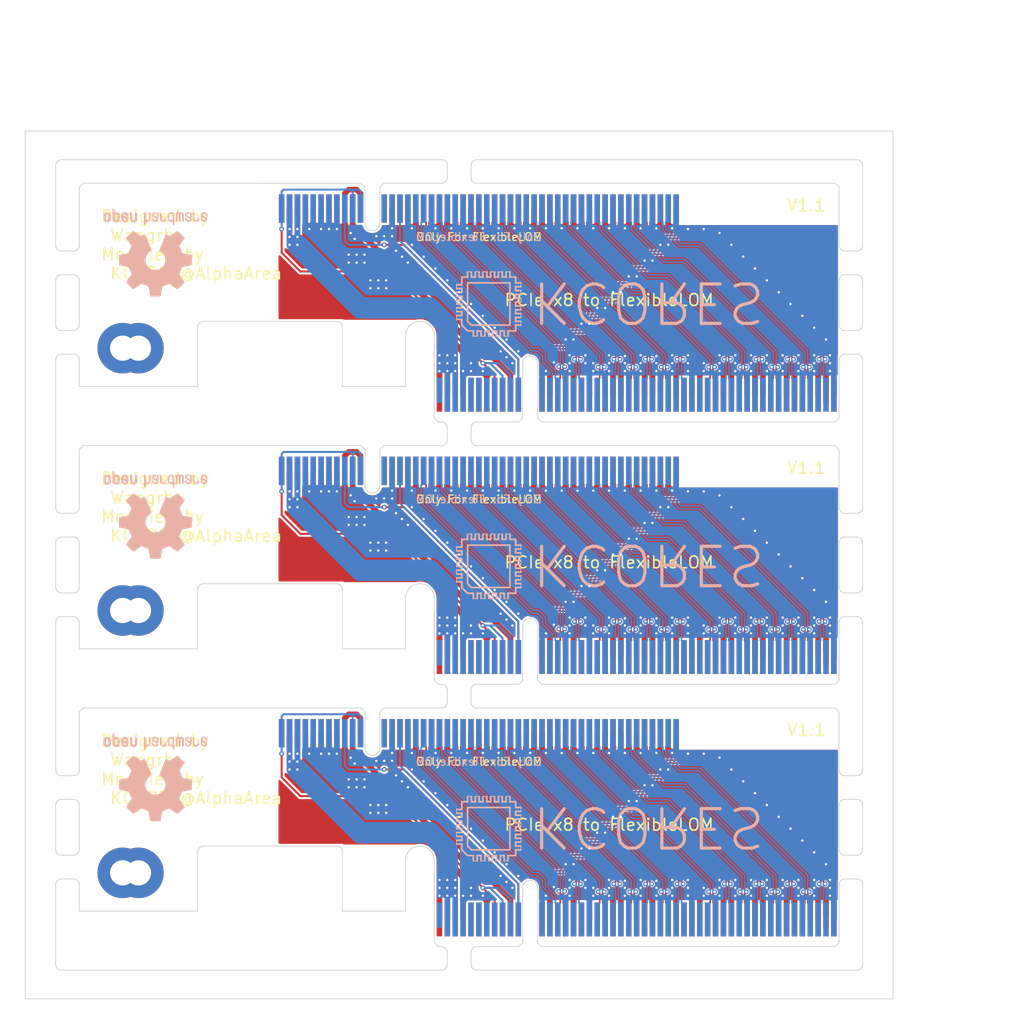
<source format=kicad_pcb>
(kicad_pcb (version 20171130) (host pcbnew 5.1.5+dfsg1-2build2)
  (layers (0 F.Cu signal) (31 B.Cu signal) (34 B.Paste user) (35 F.Paste user) (36 B.SilkS user) (37 F.SilkS user) (38 B.Mask user) (39 F.Mask user) (44 Edge.Cuts user))
  (net 0 "")
  (net 1 Board_1-Board_1-+12V)
  (net 2 Board_1-Board_1-+3V3)
  (net 3 Board_1-Board_1-/3V3_AUX)
  (net 4 Board_1-Board_1-/CLK_N)
  (net 5 Board_1-Board_1-/CLK_P)
  (net 6 Board_1-Board_1-/NCSI_RX0)
  (net 7 Board_1-Board_1-/NCSI_RX1)
  (net 8 Board_1-Board_1-/RX0_N)
  (net 9 Board_1-Board_1-/RX0_P)
  (net 10 Board_1-Board_1-/RX1_N)
  (net 11 Board_1-Board_1-/RX1_P)
  (net 12 Board_1-Board_1-/RX2_N)
  (net 13 Board_1-Board_1-/RX2_P)
  (net 14 Board_1-Board_1-/RX3_N)
  (net 15 Board_1-Board_1-/RX3_P)
  (net 16 Board_1-Board_1-/RX4_N)
  (net 17 Board_1-Board_1-/RX4_P)
  (net 18 Board_1-Board_1-/RX5_N)
  (net 19 Board_1-Board_1-/RX5_P)
  (net 20 Board_1-Board_1-/RX6_N)
  (net 21 Board_1-Board_1-/RX6_P)
  (net 22 Board_1-Board_1-/RX7_N)
  (net 23 Board_1-Board_1-/RX7_P)
  (net 24 Board_1-Board_1-/TX0_N)
  (net 25 Board_1-Board_1-/TX0_P)
  (net 26 Board_1-Board_1-/TX1_N)
  (net 27 Board_1-Board_1-/TX1_P)
  (net 28 Board_1-Board_1-/TX2_N)
  (net 29 Board_1-Board_1-/TX2_P)
  (net 30 Board_1-Board_1-/TX3_N)
  (net 31 Board_1-Board_1-/TX3_P)
  (net 32 Board_1-Board_1-/TX4_N)
  (net 33 Board_1-Board_1-/TX4_P)
  (net 34 Board_1-Board_1-/TX5_N)
  (net 35 Board_1-Board_1-/TX5_P)
  (net 36 Board_1-Board_1-/TX6_N)
  (net 37 Board_1-Board_1-/TX6_P)
  (net 38 Board_1-Board_1-/TX7_N)
  (net 39 Board_1-Board_1-/TX7_P)
  (net 40 Board_1-Board_1-/nPERST)
  (net 41 Board_1-Board_1-/nWAKE)
  (net 42 Board_1-Board_1-GND)
  (net 43 "Board_1-Board_1-Net-(H1-Pad1)")
  (net 44 "Board_1-Board_1-Net-(H2-Pad1)")
  (net 45 "Board_1-Board_1-Net-(J1-PadA1)")
  (net 46 "Board_1-Board_1-Net-(J1-PadA19)")
  (net 47 "Board_1-Board_1-Net-(J1-PadA32)")
  (net 48 "Board_1-Board_1-Net-(J1-PadA33)")
  (net 49 "Board_1-Board_1-Net-(J1-PadA5)")
  (net 50 "Board_1-Board_1-Net-(J1-PadA6)")
  (net 51 "Board_1-Board_1-Net-(J1-PadA7)")
  (net 52 "Board_1-Board_1-Net-(J1-PadA8)")
  (net 53 "Board_1-Board_1-Net-(J1-PadB12)")
  (net 54 "Board_1-Board_1-Net-(J1-PadB17)")
  (net 55 "Board_1-Board_1-Net-(J1-PadB30)")
  (net 56 "Board_1-Board_1-Net-(J1-PadB31)")
  (net 57 "Board_1-Board_1-Net-(J1-PadB5)")
  (net 58 "Board_1-Board_1-Net-(J1-PadB6)")
  (net 59 "Board_1-Board_1-Net-(J1-PadB9)")
  (net 60 "Board_1-Board_1-Net-(J2-PadA12)")
  (net 61 "Board_1-Board_1-Net-(J2-PadB1)")
  (net 62 "Board_1-Board_1-Net-(J2-PadB12)")
  (net 63 "Board_1-Board_1-Net-(J2-PadB14)")
  (net 64 "Board_1-Board_1-Net-(J2-PadB15)")
  (net 65 "Board_1-Board_1-Net-(J2-PadB49)")
  (net 66 "Board_1-Board_1-Net-(J2-PadB7)")
  (net 67 "Board_1-Board_1-Net-(J2-PadB8)")
  (net 68 Board_2-Board_1-+12V)
  (net 69 Board_2-Board_1-+3V3)
  (net 70 Board_2-Board_1-/3V3_AUX)
  (net 71 Board_2-Board_1-/CLK_N)
  (net 72 Board_2-Board_1-/CLK_P)
  (net 73 Board_2-Board_1-/NCSI_RX0)
  (net 74 Board_2-Board_1-/NCSI_RX1)
  (net 75 Board_2-Board_1-/RX0_N)
  (net 76 Board_2-Board_1-/RX0_P)
  (net 77 Board_2-Board_1-/RX1_N)
  (net 78 Board_2-Board_1-/RX1_P)
  (net 79 Board_2-Board_1-/RX2_N)
  (net 80 Board_2-Board_1-/RX2_P)
  (net 81 Board_2-Board_1-/RX3_N)
  (net 82 Board_2-Board_1-/RX3_P)
  (net 83 Board_2-Board_1-/RX4_N)
  (net 84 Board_2-Board_1-/RX4_P)
  (net 85 Board_2-Board_1-/RX5_N)
  (net 86 Board_2-Board_1-/RX5_P)
  (net 87 Board_2-Board_1-/RX6_N)
  (net 88 Board_2-Board_1-/RX6_P)
  (net 89 Board_2-Board_1-/RX7_N)
  (net 90 Board_2-Board_1-/RX7_P)
  (net 91 Board_2-Board_1-/TX0_N)
  (net 92 Board_2-Board_1-/TX0_P)
  (net 93 Board_2-Board_1-/TX1_N)
  (net 94 Board_2-Board_1-/TX1_P)
  (net 95 Board_2-Board_1-/TX2_N)
  (net 96 Board_2-Board_1-/TX2_P)
  (net 97 Board_2-Board_1-/TX3_N)
  (net 98 Board_2-Board_1-/TX3_P)
  (net 99 Board_2-Board_1-/TX4_N)
  (net 100 Board_2-Board_1-/TX4_P)
  (net 101 Board_2-Board_1-/TX5_N)
  (net 102 Board_2-Board_1-/TX5_P)
  (net 103 Board_2-Board_1-/TX6_N)
  (net 104 Board_2-Board_1-/TX6_P)
  (net 105 Board_2-Board_1-/TX7_N)
  (net 106 Board_2-Board_1-/TX7_P)
  (net 107 Board_2-Board_1-/nPERST)
  (net 108 Board_2-Board_1-/nWAKE)
  (net 109 Board_2-Board_1-GND)
  (net 110 "Board_2-Board_1-Net-(H1-Pad1)")
  (net 111 "Board_2-Board_1-Net-(H2-Pad1)")
  (net 112 "Board_2-Board_1-Net-(J1-PadA1)")
  (net 113 "Board_2-Board_1-Net-(J1-PadA19)")
  (net 114 "Board_2-Board_1-Net-(J1-PadA32)")
  (net 115 "Board_2-Board_1-Net-(J1-PadA33)")
  (net 116 "Board_2-Board_1-Net-(J1-PadA5)")
  (net 117 "Board_2-Board_1-Net-(J1-PadA6)")
  (net 118 "Board_2-Board_1-Net-(J1-PadA7)")
  (net 119 "Board_2-Board_1-Net-(J1-PadA8)")
  (net 120 "Board_2-Board_1-Net-(J1-PadB12)")
  (net 121 "Board_2-Board_1-Net-(J1-PadB17)")
  (net 122 "Board_2-Board_1-Net-(J1-PadB30)")
  (net 123 "Board_2-Board_1-Net-(J1-PadB31)")
  (net 124 "Board_2-Board_1-Net-(J1-PadB5)")
  (net 125 "Board_2-Board_1-Net-(J1-PadB6)")
  (net 126 "Board_2-Board_1-Net-(J1-PadB9)")
  (net 127 "Board_2-Board_1-Net-(J2-PadA12)")
  (net 128 "Board_2-Board_1-Net-(J2-PadB1)")
  (net 129 "Board_2-Board_1-Net-(J2-PadB12)")
  (net 130 "Board_2-Board_1-Net-(J2-PadB14)")
  (net 131 "Board_2-Board_1-Net-(J2-PadB15)")
  (net 132 "Board_2-Board_1-Net-(J2-PadB49)")
  (net 133 "Board_2-Board_1-Net-(J2-PadB7)")
  (net 134 "Board_2-Board_1-Net-(J2-PadB8)")
  (net 135 Board_3-Board_1-+12V)
  (net 136 Board_3-Board_1-+3V3)
  (net 137 Board_3-Board_1-/3V3_AUX)
  (net 138 Board_3-Board_1-/CLK_N)
  (net 139 Board_3-Board_1-/CLK_P)
  (net 140 Board_3-Board_1-/NCSI_RX0)
  (net 141 Board_3-Board_1-/NCSI_RX1)
  (net 142 Board_3-Board_1-/RX0_N)
  (net 143 Board_3-Board_1-/RX0_P)
  (net 144 Board_3-Board_1-/RX1_N)
  (net 145 Board_3-Board_1-/RX1_P)
  (net 146 Board_3-Board_1-/RX2_N)
  (net 147 Board_3-Board_1-/RX2_P)
  (net 148 Board_3-Board_1-/RX3_N)
  (net 149 Board_3-Board_1-/RX3_P)
  (net 150 Board_3-Board_1-/RX4_N)
  (net 151 Board_3-Board_1-/RX4_P)
  (net 152 Board_3-Board_1-/RX5_N)
  (net 153 Board_3-Board_1-/RX5_P)
  (net 154 Board_3-Board_1-/RX6_N)
  (net 155 Board_3-Board_1-/RX6_P)
  (net 156 Board_3-Board_1-/RX7_N)
  (net 157 Board_3-Board_1-/RX7_P)
  (net 158 Board_3-Board_1-/TX0_N)
  (net 159 Board_3-Board_1-/TX0_P)
  (net 160 Board_3-Board_1-/TX1_N)
  (net 161 Board_3-Board_1-/TX1_P)
  (net 162 Board_3-Board_1-/TX2_N)
  (net 163 Board_3-Board_1-/TX2_P)
  (net 164 Board_3-Board_1-/TX3_N)
  (net 165 Board_3-Board_1-/TX3_P)
  (net 166 Board_3-Board_1-/TX4_N)
  (net 167 Board_3-Board_1-/TX4_P)
  (net 168 Board_3-Board_1-/TX5_N)
  (net 169 Board_3-Board_1-/TX5_P)
  (net 170 Board_3-Board_1-/TX6_N)
  (net 171 Board_3-Board_1-/TX6_P)
  (net 172 Board_3-Board_1-/TX7_N)
  (net 173 Board_3-Board_1-/TX7_P)
  (net 174 Board_3-Board_1-/nPERST)
  (net 175 Board_3-Board_1-/nWAKE)
  (net 176 Board_3-Board_1-GND)
  (net 177 "Board_3-Board_1-Net-(H1-Pad1)")
  (net 178 "Board_3-Board_1-Net-(H2-Pad1)")
  (net 179 "Board_3-Board_1-Net-(J1-PadA1)")
  (net 180 "Board_3-Board_1-Net-(J1-PadA19)")
  (net 181 "Board_3-Board_1-Net-(J1-PadA32)")
  (net 182 "Board_3-Board_1-Net-(J1-PadA33)")
  (net 183 "Board_3-Board_1-Net-(J1-PadA5)")
  (net 184 "Board_3-Board_1-Net-(J1-PadA6)")
  (net 185 "Board_3-Board_1-Net-(J1-PadA7)")
  (net 186 "Board_3-Board_1-Net-(J1-PadA8)")
  (net 187 "Board_3-Board_1-Net-(J1-PadB12)")
  (net 188 "Board_3-Board_1-Net-(J1-PadB17)")
  (net 189 "Board_3-Board_1-Net-(J1-PadB30)")
  (net 190 "Board_3-Board_1-Net-(J1-PadB31)")
  (net 191 "Board_3-Board_1-Net-(J1-PadB5)")
  (net 192 "Board_3-Board_1-Net-(J1-PadB6)")
  (net 193 "Board_3-Board_1-Net-(J1-PadB9)")
  (net 194 "Board_3-Board_1-Net-(J2-PadA12)")
  (net 195 "Board_3-Board_1-Net-(J2-PadB1)")
  (net 196 "Board_3-Board_1-Net-(J2-PadB12)")
  (net 197 "Board_3-Board_1-Net-(J2-PadB14)")
  (net 198 "Board_3-Board_1-Net-(J2-PadB15)")
  (net 199 "Board_3-Board_1-Net-(J2-PadB49)")
  (net 200 "Board_3-Board_1-Net-(J2-PadB7)")
  (net 201 "Board_3-Board_1-Net-(J2-PadB8)")
  (module Symbol:OSHW-Logo2_14.6x12mm_SilkScreen (layer B.Cu) (at 59.650901 125.305175)
    (fp_text reference LOGO1 hide)
    (fp_text value Logo_Open_Hardware_Large hide)
  )
  (module MountingHole:MountingHole_3.2mm_M3_Pad (layer F.Cu) (at 55.500901 137.405175)
    (fp_text reference H2 hide)
    (fp_text value "Corner Brace Hole")
    (pad 1 thru_hole circle (at 0 0) (size 6.4 6.4) (drill 3.2) (layers *.Cu *.Mask) (net 178 "Board_3-Board_1-Net-(H2-Pad1)"))
  )
  (module MountingHole:MountingHole_3.2mm_M3_Pad (layer F.Cu) (at 57.500901 137.405175)
    (fp_text reference H1 hide)
    (fp_text value "PCI Card Standard Hole")
    (pad 1 thru_hole circle (at 0 0) (size 6.4 6.4) (drill 3.2) (layers *.Cu *.Mask) (net 177 "Board_3-Board_1-Net-(H1-Pad1)"))
  )
  (module Connector_PCBEdge:BUS_PCIexpress_x8 (layer F.Cu) (at 95.650901 143.305175)
    (fp_text reference J1 hide)
    (fp_text value PCIe_x8)
    (pad A49 connect rect (at 50 0) (size 0.7 4.3) (layers B.Cu B.Mask) (net 176 Board_3-Board_1-GND))
    (pad A48 connect rect (at 49 0) (size 0.7 4.3) (layers B.Cu B.Mask) (net 156 Board_3-Board_1-/RX7_N))
    (pad A47 connect rect (at 48 0) (size 0.7 4.3) (layers B.Cu B.Mask) (net 157 Board_3-Board_1-/RX7_P))
    (pad A46 connect rect (at 47 0) (size 0.7 4.3) (layers B.Cu B.Mask) (net 176 Board_3-Board_1-GND))
    (pad A45 connect rect (at 46 0) (size 0.7 4.3) (layers B.Cu B.Mask) (net 176 Board_3-Board_1-GND))
    (pad A44 connect rect (at 45 0) (size 0.7 4.3) (layers B.Cu B.Mask) (net 154 Board_3-Board_1-/RX6_N))
    (pad A43 connect rect (at 44 0) (size 0.7 4.3) (layers B.Cu B.Mask) (net 155 Board_3-Board_1-/RX6_P))
    (pad A42 connect rect (at 43 0) (size 0.7 4.3) (layers B.Cu B.Mask) (net 176 Board_3-Board_1-GND))
    (pad A13 connect rect (at 14 0) (size 0.7 4.3) (layers B.Cu B.Mask) (net 139 Board_3-Board_1-/CLK_P))
    (pad A12 connect rect (at 13 0) (size 0.7 4.3) (layers B.Cu B.Mask) (net 176 Board_3-Board_1-GND))
    (pad A18 connect rect (at 19 0) (size 0.7 4.3) (layers B.Cu B.Mask) (net 176 Board_3-Board_1-GND))
    (pad A17 connect rect (at 18 0) (size 0.7 4.3) (layers B.Cu B.Mask) (net 142 Board_3-Board_1-/RX0_N))
    (pad A16 connect rect (at 17 0) (size 0.7 4.3) (layers B.Cu B.Mask) (net 143 Board_3-Board_1-/RX0_P))
    (pad A15 connect rect (at 16 0) (size 0.7 4.3) (layers B.Cu B.Mask) (net 176 Board_3-Board_1-GND))
    (pad A14 connect rect (at 15 0) (size 0.7 4.3) (layers B.Cu B.Mask) (net 138 Board_3-Board_1-/CLK_N))
    (pad A11 connect rect (at 10 0) (size 0.7 4.3) (layers B.Cu B.Mask) (net 174 Board_3-Board_1-/nPERST))
    (pad A10 connect rect (at 9 0) (size 0.7 4.3) (layers B.Cu B.Mask) (net 136 Board_3-Board_1-+3V3))
    (pad A9 connect rect (at 8 0) (size 0.7 4.3) (layers B.Cu B.Mask) (net 136 Board_3-Board_1-+3V3))
    (pad A8 connect rect (at 7 0) (size 0.7 4.3) (layers B.Cu B.Mask) (net 186 "Board_3-Board_1-Net-(J1-PadA8)"))
    (pad A7 connect rect (at 6 0) (size 0.7 4.3) (layers B.Cu B.Mask) (net 185 "Board_3-Board_1-Net-(J1-PadA7)"))
    (pad A6 connect rect (at 5 0) (size 0.7 4.3) (layers B.Cu B.Mask) (net 184 "Board_3-Board_1-Net-(J1-PadA6)"))
    (pad A5 connect rect (at 4 0) (size 0.7 4.3) (layers B.Cu B.Mask) (net 183 "Board_3-Board_1-Net-(J1-PadA5)"))
    (pad A4 connect rect (at 3 0) (size 0.7 4.3) (layers B.Cu B.Mask) (net 176 Board_3-Board_1-GND))
    (pad A3 connect rect (at 2 0) (size 0.7 4.3) (layers B.Cu B.Mask) (net 135 Board_3-Board_1-+12V))
    (pad A2 connect rect (at 1 0) (size 0.7 4.3) (layers B.Cu B.Mask) (net 135 Board_3-Board_1-+12V))
    (pad A1 connect rect (at 0 -0.55) (size 0.7 3.2) (layers B.Cu B.Mask) (net 179 "Board_3-Board_1-Net-(J1-PadA1)"))
    (pad B13 connect rect (at 14 0) (size 0.7 4.3) (layers F.Cu F.Mask) (net 176 Board_3-Board_1-GND))
    (pad B12 connect rect (at 13 0) (size 0.7 4.3) (layers F.Cu F.Mask) (net 187 "Board_3-Board_1-Net-(J1-PadB12)"))
    (pad B18 connect rect (at 19 0) (size 0.7 4.3) (layers F.Cu F.Mask) (net 176 Board_3-Board_1-GND))
    (pad B17 connect rect (at 18 0) (size 0.7 4.3) (layers F.Cu F.Mask) (net 188 "Board_3-Board_1-Net-(J1-PadB17)"))
    (pad B16 connect rect (at 17 0) (size 0.7 4.3) (layers F.Cu F.Mask) (net 176 Board_3-Board_1-GND))
    (pad B15 connect rect (at 16 0) (size 0.7 4.3) (layers F.Cu F.Mask) (net 158 Board_3-Board_1-/TX0_N))
    (pad B14 connect rect (at 15 0) (size 0.7 4.3) (layers F.Cu F.Mask) (net 159 Board_3-Board_1-/TX0_P))
    (pad B11 connect rect (at 10 0) (size 0.7 4.3) (layers F.Cu F.Mask) (net 175 Board_3-Board_1-/nWAKE))
    (pad B10 connect rect (at 9 0) (size 0.7 4.3) (layers F.Cu F.Mask) (net 137 Board_3-Board_1-/3V3_AUX))
    (pad B9 connect rect (at 8 0) (size 0.7 4.3) (layers F.Cu F.Mask) (net 193 "Board_3-Board_1-Net-(J1-PadB9)"))
    (pad B8 connect rect (at 7 0) (size 0.7 4.3) (layers F.Cu F.Mask) (net 136 Board_3-Board_1-+3V3))
    (pad B7 connect rect (at 6 0) (size 0.7 4.3) (layers F.Cu F.Mask) (net 176 Board_3-Board_1-GND))
    (pad B6 connect rect (at 5 0) (size 0.7 4.3) (layers F.Cu F.Mask) (net 192 "Board_3-Board_1-Net-(J1-PadB6)"))
    (pad B5 connect rect (at 4 0) (size 0.7 4.3) (layers F.Cu F.Mask) (net 191 "Board_3-Board_1-Net-(J1-PadB5)"))
    (pad B4 connect rect (at 3 0) (size 0.7 4.3) (layers F.Cu F.Mask) (net 176 Board_3-Board_1-GND))
    (pad B3 connect rect (at 2 0) (size 0.7 4.3) (layers F.Cu F.Mask) (net 135 Board_3-Board_1-+12V))
    (pad B2 connect rect (at 1 0) (size 0.7 4.3) (layers F.Cu F.Mask) (net 135 Board_3-Board_1-+12V))
    (pad B1 connect rect (at 0 0) (size 0.7 4.3) (layers F.Cu F.Mask) (net 135 Board_3-Board_1-+12V))
    (pad B19 connect rect (at 20 0) (size 0.7 4.3) (layers F.Cu F.Mask) (net 161 Board_3-Board_1-/TX1_P))
    (pad B20 connect rect (at 21 0) (size 0.7 4.3) (layers F.Cu F.Mask) (net 160 Board_3-Board_1-/TX1_N))
    (pad B21 connect rect (at 22 0) (size 0.7 4.3) (layers F.Cu F.Mask) (net 176 Board_3-Board_1-GND))
    (pad B22 connect rect (at 23 0) (size 0.7 4.3) (layers F.Cu F.Mask) (net 176 Board_3-Board_1-GND))
    (pad B23 connect rect (at 24 0) (size 0.7 4.3) (layers F.Cu F.Mask) (net 163 Board_3-Board_1-/TX2_P))
    (pad B24 connect rect (at 25 0) (size 0.7 4.3) (layers F.Cu F.Mask) (net 162 Board_3-Board_1-/TX2_N))
    (pad B25 connect rect (at 26 0) (size 0.7 4.3) (layers F.Cu F.Mask) (net 176 Board_3-Board_1-GND))
    (pad B26 connect rect (at 27 0) (size 0.7 4.3) (layers F.Cu F.Mask) (net 176 Board_3-Board_1-GND))
    (pad B27 connect rect (at 28 0) (size 0.7 4.3) (layers F.Cu F.Mask) (net 165 Board_3-Board_1-/TX3_P))
    (pad B28 connect rect (at 29 0) (size 0.7 4.3) (layers F.Cu F.Mask) (net 164 Board_3-Board_1-/TX3_N))
    (pad B29 connect rect (at 30 0) (size 0.7 4.3) (layers F.Cu F.Mask) (net 176 Board_3-Board_1-GND))
    (pad B30 connect rect (at 31 0) (size 0.7 4.3) (layers F.Cu F.Mask) (net 189 "Board_3-Board_1-Net-(J1-PadB30)"))
    (pad B31 connect rect (at 32 0) (size 0.7 4.3) (layers F.Cu F.Mask) (net 190 "Board_3-Board_1-Net-(J1-PadB31)"))
    (pad B32 connect rect (at 33 0) (size 0.7 4.3) (layers F.Cu F.Mask) (net 176 Board_3-Board_1-GND))
    (pad A19 connect rect (at 20 0) (size 0.7 4.3) (layers B.Cu B.Mask) (net 180 "Board_3-Board_1-Net-(J1-PadA19)"))
    (pad A20 connect rect (at 21 0) (size 0.7 4.3) (layers B.Cu B.Mask) (net 176 Board_3-Board_1-GND))
    (pad A21 connect rect (at 22 0) (size 0.7 4.3) (layers B.Cu B.Mask) (net 145 Board_3-Board_1-/RX1_P))
    (pad A22 connect rect (at 23 0) (size 0.7 4.3) (layers B.Cu B.Mask) (net 144 Board_3-Board_1-/RX1_N))
    (pad A23 connect rect (at 24 0) (size 0.7 4.3) (layers B.Cu B.Mask) (net 176 Board_3-Board_1-GND))
    (pad A24 connect rect (at 25 0) (size 0.7 4.3) (layers B.Cu B.Mask) (net 176 Board_3-Board_1-GND))
    (pad A25 connect rect (at 26 0) (size 0.7 4.3) (layers B.Cu B.Mask) (net 147 Board_3-Board_1-/RX2_P))
    (pad A26 connect rect (at 27 0) (size 0.7 4.3) (layers B.Cu B.Mask) (net 146 Board_3-Board_1-/RX2_N))
    (pad A27 connect rect (at 28 0) (size 0.7 4.3) (layers B.Cu B.Mask) (net 176 Board_3-Board_1-GND))
    (pad A28 connect rect (at 29 0) (size 0.7 4.3) (layers B.Cu B.Mask) (net 176 Board_3-Board_1-GND))
    (pad A29 connect rect (at 30 0) (size 0.7 4.3) (layers B.Cu B.Mask) (net 149 Board_3-Board_1-/RX3_P))
    (pad A30 connect rect (at 31 0) (size 0.7 4.3) (layers B.Cu B.Mask) (net 148 Board_3-Board_1-/RX3_N))
    (pad A31 connect rect (at 32 0) (size 0.7 4.3) (layers B.Cu B.Mask) (net 176 Board_3-Board_1-GND))
    (pad A32 connect rect (at 33 0) (size 0.7 4.3) (layers B.Cu B.Mask) (net 181 "Board_3-Board_1-Net-(J1-PadA32)"))
    (pad B33 connect rect (at 34 0) (size 0.7 4.3) (layers F.Cu F.Mask) (net 167 Board_3-Board_1-/TX4_P))
    (pad B34 connect rect (at 35 0) (size 0.7 4.3) (layers F.Cu F.Mask) (net 166 Board_3-Board_1-/TX4_N))
    (pad B35 connect rect (at 36 0) (size 0.7 4.3) (layers F.Cu F.Mask) (net 176 Board_3-Board_1-GND))
    (pad B36 connect rect (at 37 0) (size 0.7 4.3) (layers F.Cu F.Mask) (net 176 Board_3-Board_1-GND))
    (pad B37 connect rect (at 38 0) (size 0.7 4.3) (layers F.Cu F.Mask) (net 169 Board_3-Board_1-/TX5_P))
    (pad B38 connect rect (at 39 0) (size 0.7 4.3) (layers F.Cu F.Mask) (net 168 Board_3-Board_1-/TX5_N))
    (pad B39 connect rect (at 40 0) (size 0.7 4.3) (layers F.Cu F.Mask) (net 176 Board_3-Board_1-GND))
    (pad B40 connect rect (at 41 0) (size 0.7 4.3) (layers F.Cu F.Mask) (net 176 Board_3-Board_1-GND))
    (pad B41 connect rect (at 42 0) (size 0.7 4.3) (layers F.Cu F.Mask) (net 171 Board_3-Board_1-/TX6_P))
    (pad B42 connect rect (at 43 0) (size 0.7 4.3) (layers F.Cu F.Mask) (net 170 Board_3-Board_1-/TX6_N))
    (pad B43 connect rect (at 44 0) (size 0.7 4.3) (layers F.Cu F.Mask) (net 176 Board_3-Board_1-GND))
    (pad B44 connect rect (at 45 0) (size 0.7 4.3) (layers F.Cu F.Mask) (net 176 Board_3-Board_1-GND))
    (pad B45 connect rect (at 46 0) (size 0.7 4.3) (layers F.Cu F.Mask) (net 173 Board_3-Board_1-/TX7_P))
    (pad B46 connect rect (at 47 0) (size 0.7 4.3) (layers F.Cu F.Mask) (net 172 Board_3-Board_1-/TX7_N))
    (pad B47 connect rect (at 48 0) (size 0.7 4.3) (layers F.Cu F.Mask) (net 176 Board_3-Board_1-GND))
    (pad B48 connect rect (at 49 -0.55) (size 0.7 3.2) (layers F.Cu F.Mask) (net 176 Board_3-Board_1-GND))
    (pad B49 connect rect (at 50 0) (size 0.7 4.3) (layers F.Cu F.Mask) (net 176 Board_3-Board_1-GND))
    (pad A33 connect rect (at 34 0) (size 0.7 4.3) (layers B.Cu B.Mask) (net 182 "Board_3-Board_1-Net-(J1-PadA33)"))
    (pad A34 connect rect (at 35 0) (size 0.7 4.3) (layers B.Cu B.Mask) (net 176 Board_3-Board_1-GND))
    (pad A35 connect rect (at 36 0) (size 0.7 4.3) (layers B.Cu B.Mask) (net 151 Board_3-Board_1-/RX4_P))
    (pad A36 connect rect (at 37 0) (size 0.7 4.3) (layers B.Cu B.Mask) (net 150 Board_3-Board_1-/RX4_N))
    (pad A37 connect rect (at 38 0) (size 0.7 4.3) (layers B.Cu B.Mask) (net 176 Board_3-Board_1-GND))
    (pad A38 connect rect (at 39 0) (size 0.7 4.3) (layers B.Cu B.Mask) (net 176 Board_3-Board_1-GND))
    (pad A39 connect rect (at 40 0) (size 0.7 4.3) (layers B.Cu B.Mask) (net 153 Board_3-Board_1-/RX5_P))
    (pad A40 connect rect (at 41 0) (size 0.7 4.3) (layers B.Cu B.Mask) (net 152 Board_3-Board_1-/RX5_N))
    (pad A41 connect rect (at 42 0) (size 0.7 4.3) (layers B.Cu B.Mask) (net 176 Board_3-Board_1-GND))
  )
  (module KCORES-FlexibleLOM-Adapter:KCORES_8.3mm (layer B.Cu) (at 101.900901 131.805175)
    (fp_text reference G*** hide)
    (fp_text value LOGO hide)
  )
  (module KCORES-FlexibleLOM-Adapter:BUS_PCIexpress_x8_Straddle_Mount_Modify (layer B.Cu) (at 87.150901 116.505175)
    (fp_text reference J2 hide)
    (fp_text value HPE_FlexibleLOM)
    (pad B49 smd rect (at 38.5 3.2) (size 0.7 3.6) (layers F.Cu F.Paste F.Mask) (net 199 "Board_3-Board_1-Net-(J2-PadB49)"))
    (pad B48 smd rect (at 37.5 3.2) (size 0.7 3.6) (layers F.Cu F.Paste F.Mask) (net 176 Board_3-Board_1-GND))
    (pad B47 smd rect (at 36.5 3.2) (size 0.7 3.6) (layers F.Cu F.Paste F.Mask) (net 176 Board_3-Board_1-GND))
    (pad B46 smd rect (at 35.5 3.2) (size 0.7 3.6) (layers F.Cu F.Paste F.Mask) (net 156 Board_3-Board_1-/RX7_N))
    (pad B45 smd rect (at 34.5 3.2) (size 0.7 3.6) (layers F.Cu F.Paste F.Mask) (net 157 Board_3-Board_1-/RX7_P))
    (pad B44 smd rect (at 33.5 3.2) (size 0.7 3.6) (layers F.Cu F.Paste F.Mask) (net 176 Board_3-Board_1-GND))
    (pad B43 smd rect (at 32.5 3.2) (size 0.7 3.6) (layers F.Cu F.Paste F.Mask) (net 176 Board_3-Board_1-GND))
    (pad B42 smd rect (at 31.5 3.2) (size 0.7 3.6) (layers F.Cu F.Paste F.Mask) (net 154 Board_3-Board_1-/RX6_N))
    (pad B41 smd rect (at 30.5 3.2) (size 0.7 3.6) (layers F.Cu F.Paste F.Mask) (net 155 Board_3-Board_1-/RX6_P))
    (pad B40 smd rect (at 29.5 3.2) (size 0.7 3.6) (layers F.Cu F.Paste F.Mask) (net 176 Board_3-Board_1-GND))
    (pad B39 smd rect (at 28.5 3.2) (size 0.7 3.6) (layers F.Cu F.Paste F.Mask) (net 176 Board_3-Board_1-GND))
    (pad B38 smd rect (at 27.5 3.2) (size 0.7 3.6) (layers F.Cu F.Paste F.Mask) (net 152 Board_3-Board_1-/RX5_N))
    (pad B37 smd rect (at 26.5 3.2) (size 0.7 3.6) (layers F.Cu F.Paste F.Mask) (net 153 Board_3-Board_1-/RX5_P))
    (pad B36 smd rect (at 25.5 3.2) (size 0.7 3.6) (layers F.Cu F.Paste F.Mask) (net 176 Board_3-Board_1-GND))
    (pad B35 smd rect (at 24.5 3.2) (size 0.7 3.6) (layers F.Cu F.Paste F.Mask) (net 176 Board_3-Board_1-GND))
    (pad B34 smd rect (at 23.5 3.2) (size 0.7 3.6) (layers F.Cu F.Paste F.Mask) (net 150 Board_3-Board_1-/RX4_N))
    (pad B33 smd rect (at 22.5 3.2) (size 0.7 3.6) (layers F.Cu F.Paste F.Mask) (net 151 Board_3-Board_1-/RX4_P))
    (pad B32 smd rect (at 21.5 3.2) (size 0.7 3.6) (layers F.Cu F.Paste F.Mask) (net 176 Board_3-Board_1-GND))
    (pad B31 smd rect (at 20.5 3.2) (size 0.7 3.6) (layers F.Cu F.Paste F.Mask) (net 176 Board_3-Board_1-GND))
    (pad B30 smd rect (at 19.5 3.2) (size 0.7 3.6) (layers F.Cu F.Paste F.Mask) (net 148 Board_3-Board_1-/RX3_N))
    (pad B29 smd rect (at 18.5 3.2) (size 0.7 3.6) (layers F.Cu F.Paste F.Mask) (net 149 Board_3-Board_1-/RX3_P))
    (pad B28 smd rect (at 17.5 3.2) (size 0.7 3.6) (layers F.Cu F.Paste F.Mask) (net 176 Board_3-Board_1-GND))
    (pad B27 smd rect (at 16.5 3.2) (size 0.7 3.6) (layers F.Cu F.Paste F.Mask) (net 176 Board_3-Board_1-GND))
    (pad B26 smd rect (at 15.5 3.2) (size 0.7 3.6) (layers F.Cu F.Paste F.Mask) (net 146 Board_3-Board_1-/RX2_N))
    (pad B25 smd rect (at 14.5 3.2) (size 0.7 3.6) (layers F.Cu F.Paste F.Mask) (net 147 Board_3-Board_1-/RX2_P))
    (pad B24 smd rect (at 13.5 3.2) (size 0.7 3.6) (layers F.Cu F.Paste F.Mask) (net 176 Board_3-Board_1-GND))
    (pad B23 smd rect (at 12.5 3.2) (size 0.7 3.6) (layers F.Cu F.Paste F.Mask) (net 176 Board_3-Board_1-GND))
    (pad B22 smd rect (at 11.5 3.2) (size 0.7 3.6) (layers F.Cu F.Paste F.Mask) (net 144 Board_3-Board_1-/RX1_N))
    (pad B21 smd rect (at 10.5 3.2) (size 0.7 3.6) (layers F.Cu F.Paste F.Mask) (net 145 Board_3-Board_1-/RX1_P))
    (pad B20 smd rect (at 9.5 3.2) (size 0.7 3.6) (layers F.Cu F.Paste F.Mask) (net 176 Board_3-Board_1-GND))
    (pad B19 smd rect (at 8.5 3.2) (size 0.7 3.6) (layers F.Cu F.Paste F.Mask) (net 176 Board_3-Board_1-GND))
    (pad B18 smd rect (at 7.5 3.2) (size 0.7 3.6) (layers F.Cu F.Paste F.Mask) (net 142 Board_3-Board_1-/RX0_N))
    (pad B17 smd rect (at 6.5 3.2) (size 0.7 3.6) (layers F.Cu F.Paste F.Mask) (net 143 Board_3-Board_1-/RX0_P))
    (pad B16 smd rect (at 5.5 3.2) (size 0.7 3.6) (layers F.Cu F.Paste F.Mask) (net 176 Board_3-Board_1-GND))
    (pad B15 smd rect (at 4.5 3.2) (size 0.7 3.6) (layers F.Cu F.Paste F.Mask) (net 198 "Board_3-Board_1-Net-(J2-PadB15)"))
    (pad B14 smd rect (at 3.5 3.2) (size 0.7 3.6) (layers F.Cu F.Paste F.Mask) (net 197 "Board_3-Board_1-Net-(J2-PadB14)"))
    (pad B13 smd rect (at 2.5 3.2) (size 0.7 3.6) (layers F.Cu F.Paste F.Mask) (net 176 Board_3-Board_1-GND))
    (pad B12 smd rect (at 1.5 3.2) (size 0.7 3.6) (layers F.Cu F.Paste F.Mask) (net 196 "Board_3-Board_1-Net-(J2-PadB12)"))
    (pad B11 smd rect (at -1.5 3.2) (size 0.7 3.6) (layers F.Cu F.Paste F.Mask) (net 176 Board_3-Board_1-GND))
    (pad B10 smd rect (at -2.5 3.2) (size 0.7 3.6) (layers F.Cu F.Paste F.Mask) (net 137 Board_3-Board_1-/3V3_AUX))
    (pad B9 smd rect (at -3.5 3.2) (size 0.7 3.6) (layers F.Cu F.Paste F.Mask) (net 176 Board_3-Board_1-GND))
    (pad B8 smd rect (at -4.5 3.2) (size 0.7 3.6) (layers F.Cu F.Paste F.Mask) (net 201 "Board_3-Board_1-Net-(J2-PadB8)"))
    (pad B7 smd rect (at -5.5 3.2) (size 0.7 3.6) (layers F.Cu F.Paste F.Mask) (net 200 "Board_3-Board_1-Net-(J2-PadB7)"))
    (pad B6 smd rect (at -6.5 3.2) (size 0.7 3.6) (layers F.Cu F.Paste F.Mask) (net 176 Board_3-Board_1-GND))
    (pad B5 smd rect (at -7.5 3.2) (size 0.7 3.6) (layers F.Cu F.Paste F.Mask) (net 141 Board_3-Board_1-/NCSI_RX1))
    (pad B4 smd rect (at -8.5 3.2) (size 0.7 3.6) (layers F.Cu F.Paste F.Mask) (net 140 Board_3-Board_1-/NCSI_RX0))
    (pad B3 smd rect (at -9.5 3.2) (size 0.7 3.6) (layers F.Cu F.Paste F.Mask) (net 135 Board_3-Board_1-+12V))
    (pad B2 smd rect (at -10.5 3.2) (size 0.7 3.6) (layers F.Cu F.Paste F.Mask) (net 135 Board_3-Board_1-+12V))
    (pad B1 smd rect (at -11.5 3.2) (size 0.7 3.6) (layers F.Cu F.Paste F.Mask) (net 195 "Board_3-Board_1-Net-(J2-PadB1)"))
    (pad A49 smd rect (at 38.5 3.2) (size 0.7 3.6) (layers B.Cu B.Paste B.Mask) (net 176 Board_3-Board_1-GND))
    (pad A48 smd rect (at 37.5 3.2) (size 0.7 3.6) (layers B.Cu B.Paste B.Mask) (net 172 Board_3-Board_1-/TX7_N))
    (pad A47 smd rect (at 36.5 3.2) (size 0.7 3.6) (layers B.Cu B.Paste B.Mask) (net 173 Board_3-Board_1-/TX7_P))
    (pad A46 smd rect (at 35.5 3.2) (size 0.7 3.6) (layers B.Cu B.Paste B.Mask) (net 176 Board_3-Board_1-GND))
    (pad A45 smd rect (at 34.5 3.2) (size 0.7 3.6) (layers B.Cu B.Paste B.Mask) (net 176 Board_3-Board_1-GND))
    (pad A44 smd rect (at 33.5 3.2) (size 0.7 3.6) (layers B.Cu B.Paste B.Mask) (net 170 Board_3-Board_1-/TX6_N))
    (pad A43 smd rect (at 32.5 3.2) (size 0.7 3.6) (layers B.Cu B.Paste B.Mask) (net 171 Board_3-Board_1-/TX6_P))
    (pad A42 smd rect (at 31.5 3.2) (size 0.7 3.6) (layers B.Cu B.Paste B.Mask) (net 176 Board_3-Board_1-GND))
    (pad A41 smd rect (at 30.5 3.2) (size 0.7 3.6) (layers B.Cu B.Paste B.Mask) (net 176 Board_3-Board_1-GND))
    (pad A40 smd rect (at 29.5 3.2) (size 0.7 3.6) (layers B.Cu B.Paste B.Mask) (net 168 Board_3-Board_1-/TX5_N))
    (pad A39 smd rect (at 28.5 3.2) (size 0.7 3.6) (layers B.Cu B.Paste B.Mask) (net 169 Board_3-Board_1-/TX5_P))
    (pad A38 smd rect (at 27.5 3.2) (size 0.7 3.6) (layers B.Cu B.Paste B.Mask) (net 176 Board_3-Board_1-GND))
    (pad A37 smd rect (at 26.5 3.2) (size 0.7 3.6) (layers B.Cu B.Paste B.Mask) (net 176 Board_3-Board_1-GND))
    (pad A36 smd rect (at 25.5 3.2) (size 0.7 3.6) (layers B.Cu B.Paste B.Mask) (net 166 Board_3-Board_1-/TX4_N))
    (pad A35 smd rect (at 24.5 3.2) (size 0.7 3.6) (layers B.Cu B.Paste B.Mask) (net 167 Board_3-Board_1-/TX4_P))
    (pad A34 smd rect (at 23.5 3.2) (size 0.7 3.6) (layers B.Cu B.Paste B.Mask) (net 176 Board_3-Board_1-GND))
    (pad A33 smd rect (at 22.5 3.2) (size 0.7 3.6) (layers B.Cu B.Paste B.Mask) (net 176 Board_3-Board_1-GND))
    (pad A32 smd rect (at 21.5 3.2) (size 0.7 3.6) (layers B.Cu B.Paste B.Mask) (net 164 Board_3-Board_1-/TX3_N))
    (pad A31 smd rect (at 20.5 3.2) (size 0.7 3.6) (layers B.Cu B.Paste B.Mask) (net 165 Board_3-Board_1-/TX3_P))
    (pad A30 smd rect (at 19.5 3.2) (size 0.7 3.6) (layers B.Cu B.Paste B.Mask) (net 176 Board_3-Board_1-GND))
    (pad A29 smd rect (at 18.5 3.2) (size 0.7 3.6) (layers B.Cu B.Paste B.Mask) (net 176 Board_3-Board_1-GND))
    (pad A28 smd rect (at 17.5 3.2) (size 0.7 3.6) (layers B.Cu B.Paste B.Mask) (net 162 Board_3-Board_1-/TX2_N))
    (pad A27 smd rect (at 16.5 3.2) (size 0.7 3.6) (layers B.Cu B.Paste B.Mask) (net 163 Board_3-Board_1-/TX2_P))
    (pad A26 smd rect (at 15.5 3.2) (size 0.7 3.6) (layers B.Cu B.Paste B.Mask) (net 176 Board_3-Board_1-GND))
    (pad A25 smd rect (at 14.5 3.2) (size 0.7 3.6) (layers B.Cu B.Paste B.Mask) (net 176 Board_3-Board_1-GND))
    (pad A24 smd rect (at 13.5 3.2) (size 0.7 3.6) (layers B.Cu B.Paste B.Mask) (net 160 Board_3-Board_1-/TX1_N))
    (pad A23 smd rect (at 12.5 3.2) (size 0.7 3.6) (layers B.Cu B.Paste B.Mask) (net 161 Board_3-Board_1-/TX1_P))
    (pad A22 smd rect (at 11.5 3.2) (size 0.7 3.6) (layers B.Cu B.Paste B.Mask) (net 176 Board_3-Board_1-GND))
    (pad A21 smd rect (at 10.5 3.2) (size 0.7 3.6) (layers B.Cu B.Paste B.Mask) (net 176 Board_3-Board_1-GND))
    (pad A20 smd rect (at 9.5 3.2) (size 0.7 3.6) (layers B.Cu B.Paste B.Mask) (net 158 Board_3-Board_1-/TX0_N))
    (pad A19 smd rect (at 8.5 3.2) (size 0.7 3.6) (layers B.Cu B.Paste B.Mask) (net 159 Board_3-Board_1-/TX0_P))
    (pad A18 smd rect (at 7.5 3.2) (size 0.7 3.6) (layers B.Cu B.Paste B.Mask) (net 176 Board_3-Board_1-GND))
    (pad A17 smd rect (at 6.5 3.2) (size 0.7 3.6) (layers B.Cu B.Paste B.Mask) (net 138 Board_3-Board_1-/CLK_N))
    (pad A16 smd rect (at 5.5 3.2) (size 0.7 3.6) (layers B.Cu B.Paste B.Mask) (net 139 Board_3-Board_1-/CLK_P))
    (pad A15 smd rect (at 4.5 3.2) (size 0.7 3.6) (layers B.Cu B.Paste B.Mask) (net 176 Board_3-Board_1-GND))
    (pad A14 smd rect (at 3.5 3.2) (size 0.7 3.6) (layers B.Cu B.Paste B.Mask) (net 174 Board_3-Board_1-/nPERST))
    (pad A13 smd rect (at 2.5 3.2) (size 0.7 3.6) (layers B.Cu B.Paste B.Mask) (net 176 Board_3-Board_1-GND))
    (pad A12 smd rect (at 1.5 3.2) (size 0.7 3.6) (layers B.Cu B.Paste B.Mask) (net 194 "Board_3-Board_1-Net-(J2-PadA12)"))
    (pad A11 smd rect (at -1.5 3.2) (size 0.7 3.6) (layers B.Cu B.Paste B.Mask) (net 136 Board_3-Board_1-+3V3))
    (pad A10 smd rect (at -2.5 3.2) (size 0.7 3.6) (layers B.Cu B.Paste B.Mask) (net 136 Board_3-Board_1-+3V3))
    (pad A9 smd rect (at -3.5 3.2) (size 0.7 3.6) (layers B.Cu B.Paste B.Mask) (net 175 Board_3-Board_1-/nWAKE))
    (pad A8 smd rect (at -4.5 3.2) (size 0.7 3.6) (layers B.Cu B.Paste B.Mask) (net 176 Board_3-Board_1-GND))
    (pad A7 smd rect (at -5.5 3.2) (size 0.7 3.6) (layers B.Cu B.Paste B.Mask) (net 176 Board_3-Board_1-GND))
    (pad A6 smd rect (at -6.5 3.2) (size 0.7 3.6) (layers B.Cu B.Paste B.Mask) (net 176 Board_3-Board_1-GND))
    (pad A5 smd rect (at -7.5 3.2) (size 0.7 3.6) (layers B.Cu B.Paste B.Mask) (net 176 Board_3-Board_1-GND))
    (pad A4 smd rect (at -8.5 3.2) (size 0.7 3.6) (layers B.Cu B.Paste B.Mask) (net 176 Board_3-Board_1-GND))
    (pad A3 smd rect (at -9.5 3.2) (size 0.7 3.6) (layers B.Cu B.Paste B.Mask) (net 135 Board_3-Board_1-+12V))
    (pad A2 smd rect (at -10.5 3.2) (size 0.7 3.6) (layers B.Cu B.Paste B.Mask) (net 135 Board_3-Board_1-+12V))
    (pad A1 smd rect (at -11.5 3.2) (size 0.7 3.6) (layers B.Cu B.Paste B.Mask) (net 136 Board_3-Board_1-+3V3))
    (pad "" np_thru_hole circle (at 43.3 2.51) (size 2 2) (drill 2) (layers *.Cu *.Mask))
    (pad "" np_thru_hole circle (at -16.3 2.51) (size 2 2) (drill 2) (layers *.Cu *.Mask))
  )
  (module Symbol:OSHW-Logo2_14.6x12mm_SilkScreen (layer B.Cu) (at 59.650901 92.053088)
    (fp_text reference LOGO1 hide)
    (fp_text value Logo_Open_Hardware_Large hide)
  )
  (module MountingHole:MountingHole_3.2mm_M3_Pad (layer F.Cu) (at 55.500901 104.153088)
    (fp_text reference H2 hide)
    (fp_text value "Corner Brace Hole")
    (pad 1 thru_hole circle (at 0 0) (size 6.4 6.4) (drill 3.2) (layers *.Cu *.Mask) (net 111 "Board_2-Board_1-Net-(H2-Pad1)"))
  )
  (module MountingHole:MountingHole_3.2mm_M3_Pad (layer F.Cu) (at 57.500901 104.153088)
    (fp_text reference H1 hide)
    (fp_text value "PCI Card Standard Hole")
    (pad 1 thru_hole circle (at 0 0) (size 6.4 6.4) (drill 3.2) (layers *.Cu *.Mask) (net 110 "Board_2-Board_1-Net-(H1-Pad1)"))
  )
  (module Connector_PCBEdge:BUS_PCIexpress_x8 (layer F.Cu) (at 95.650901 110.053088)
    (fp_text reference J1 hide)
    (fp_text value PCIe_x8)
    (pad A49 connect rect (at 50 0) (size 0.7 4.3) (layers B.Cu B.Mask) (net 109 Board_2-Board_1-GND))
    (pad A48 connect rect (at 49 0) (size 0.7 4.3) (layers B.Cu B.Mask) (net 89 Board_2-Board_1-/RX7_N))
    (pad A47 connect rect (at 48 0) (size 0.7 4.3) (layers B.Cu B.Mask) (net 90 Board_2-Board_1-/RX7_P))
    (pad A46 connect rect (at 47 0) (size 0.7 4.3) (layers B.Cu B.Mask) (net 109 Board_2-Board_1-GND))
    (pad A45 connect rect (at 46 0) (size 0.7 4.3) (layers B.Cu B.Mask) (net 109 Board_2-Board_1-GND))
    (pad A44 connect rect (at 45 0) (size 0.7 4.3) (layers B.Cu B.Mask) (net 87 Board_2-Board_1-/RX6_N))
    (pad A43 connect rect (at 44 0) (size 0.7 4.3) (layers B.Cu B.Mask) (net 88 Board_2-Board_1-/RX6_P))
    (pad A42 connect rect (at 43 0) (size 0.7 4.3) (layers B.Cu B.Mask) (net 109 Board_2-Board_1-GND))
    (pad A13 connect rect (at 14 0) (size 0.7 4.3) (layers B.Cu B.Mask) (net 72 Board_2-Board_1-/CLK_P))
    (pad A12 connect rect (at 13 0) (size 0.7 4.3) (layers B.Cu B.Mask) (net 109 Board_2-Board_1-GND))
    (pad A18 connect rect (at 19 0) (size 0.7 4.3) (layers B.Cu B.Mask) (net 109 Board_2-Board_1-GND))
    (pad A17 connect rect (at 18 0) (size 0.7 4.3) (layers B.Cu B.Mask) (net 75 Board_2-Board_1-/RX0_N))
    (pad A16 connect rect (at 17 0) (size 0.7 4.3) (layers B.Cu B.Mask) (net 76 Board_2-Board_1-/RX0_P))
    (pad A15 connect rect (at 16 0) (size 0.7 4.3) (layers B.Cu B.Mask) (net 109 Board_2-Board_1-GND))
    (pad A14 connect rect (at 15 0) (size 0.7 4.3) (layers B.Cu B.Mask) (net 71 Board_2-Board_1-/CLK_N))
    (pad A11 connect rect (at 10 0) (size 0.7 4.3) (layers B.Cu B.Mask) (net 107 Board_2-Board_1-/nPERST))
    (pad A10 connect rect (at 9 0) (size 0.7 4.3) (layers B.Cu B.Mask) (net 69 Board_2-Board_1-+3V3))
    (pad A9 connect rect (at 8 0) (size 0.7 4.3) (layers B.Cu B.Mask) (net 69 Board_2-Board_1-+3V3))
    (pad A8 connect rect (at 7 0) (size 0.7 4.3) (layers B.Cu B.Mask) (net 119 "Board_2-Board_1-Net-(J1-PadA8)"))
    (pad A7 connect rect (at 6 0) (size 0.7 4.3) (layers B.Cu B.Mask) (net 118 "Board_2-Board_1-Net-(J1-PadA7)"))
    (pad A6 connect rect (at 5 0) (size 0.7 4.3) (layers B.Cu B.Mask) (net 117 "Board_2-Board_1-Net-(J1-PadA6)"))
    (pad A5 connect rect (at 4 0) (size 0.7 4.3) (layers B.Cu B.Mask) (net 116 "Board_2-Board_1-Net-(J1-PadA5)"))
    (pad A4 connect rect (at 3 0) (size 0.7 4.3) (layers B.Cu B.Mask) (net 109 Board_2-Board_1-GND))
    (pad A3 connect rect (at 2 0) (size 0.7 4.3) (layers B.Cu B.Mask) (net 68 Board_2-Board_1-+12V))
    (pad A2 connect rect (at 1 0) (size 0.7 4.3) (layers B.Cu B.Mask) (net 68 Board_2-Board_1-+12V))
    (pad A1 connect rect (at 0 -0.55) (size 0.7 3.2) (layers B.Cu B.Mask) (net 112 "Board_2-Board_1-Net-(J1-PadA1)"))
    (pad B13 connect rect (at 14 0) (size 0.7 4.3) (layers F.Cu F.Mask) (net 109 Board_2-Board_1-GND))
    (pad B12 connect rect (at 13 0) (size 0.7 4.3) (layers F.Cu F.Mask) (net 120 "Board_2-Board_1-Net-(J1-PadB12)"))
    (pad B18 connect rect (at 19 0) (size 0.7 4.3) (layers F.Cu F.Mask) (net 109 Board_2-Board_1-GND))
    (pad B17 connect rect (at 18 0) (size 0.7 4.3) (layers F.Cu F.Mask) (net 121 "Board_2-Board_1-Net-(J1-PadB17)"))
    (pad B16 connect rect (at 17 0) (size 0.7 4.3) (layers F.Cu F.Mask) (net 109 Board_2-Board_1-GND))
    (pad B15 connect rect (at 16 0) (size 0.7 4.3) (layers F.Cu F.Mask) (net 91 Board_2-Board_1-/TX0_N))
    (pad B14 connect rect (at 15 0) (size 0.7 4.3) (layers F.Cu F.Mask) (net 92 Board_2-Board_1-/TX0_P))
    (pad B11 connect rect (at 10 0) (size 0.7 4.3) (layers F.Cu F.Mask) (net 108 Board_2-Board_1-/nWAKE))
    (pad B10 connect rect (at 9 0) (size 0.7 4.3) (layers F.Cu F.Mask) (net 70 Board_2-Board_1-/3V3_AUX))
    (pad B9 connect rect (at 8 0) (size 0.7 4.3) (layers F.Cu F.Mask) (net 126 "Board_2-Board_1-Net-(J1-PadB9)"))
    (pad B8 connect rect (at 7 0) (size 0.7 4.3) (layers F.Cu F.Mask) (net 69 Board_2-Board_1-+3V3))
    (pad B7 connect rect (at 6 0) (size 0.7 4.3) (layers F.Cu F.Mask) (net 109 Board_2-Board_1-GND))
    (pad B6 connect rect (at 5 0) (size 0.7 4.3) (layers F.Cu F.Mask) (net 125 "Board_2-Board_1-Net-(J1-PadB6)"))
    (pad B5 connect rect (at 4 0) (size 0.7 4.3) (layers F.Cu F.Mask) (net 124 "Board_2-Board_1-Net-(J1-PadB5)"))
    (pad B4 connect rect (at 3 0) (size 0.7 4.3) (layers F.Cu F.Mask) (net 109 Board_2-Board_1-GND))
    (pad B3 connect rect (at 2 0) (size 0.7 4.3) (layers F.Cu F.Mask) (net 68 Board_2-Board_1-+12V))
    (pad B2 connect rect (at 1 0) (size 0.7 4.3) (layers F.Cu F.Mask) (net 68 Board_2-Board_1-+12V))
    (pad B1 connect rect (at 0 0) (size 0.7 4.3) (layers F.Cu F.Mask) (net 68 Board_2-Board_1-+12V))
    (pad B19 connect rect (at 20 0) (size 0.7 4.3) (layers F.Cu F.Mask) (net 94 Board_2-Board_1-/TX1_P))
    (pad B20 connect rect (at 21 0) (size 0.7 4.3) (layers F.Cu F.Mask) (net 93 Board_2-Board_1-/TX1_N))
    (pad B21 connect rect (at 22 0) (size 0.7 4.3) (layers F.Cu F.Mask) (net 109 Board_2-Board_1-GND))
    (pad B22 connect rect (at 23 0) (size 0.7 4.3) (layers F.Cu F.Mask) (net 109 Board_2-Board_1-GND))
    (pad B23 connect rect (at 24 0) (size 0.7 4.3) (layers F.Cu F.Mask) (net 96 Board_2-Board_1-/TX2_P))
    (pad B24 connect rect (at 25 0) (size 0.7 4.3) (layers F.Cu F.Mask) (net 95 Board_2-Board_1-/TX2_N))
    (pad B25 connect rect (at 26 0) (size 0.7 4.3) (layers F.Cu F.Mask) (net 109 Board_2-Board_1-GND))
    (pad B26 connect rect (at 27 0) (size 0.7 4.3) (layers F.Cu F.Mask) (net 109 Board_2-Board_1-GND))
    (pad B27 connect rect (at 28 0) (size 0.7 4.3) (layers F.Cu F.Mask) (net 98 Board_2-Board_1-/TX3_P))
    (pad B28 connect rect (at 29 0) (size 0.7 4.3) (layers F.Cu F.Mask) (net 97 Board_2-Board_1-/TX3_N))
    (pad B29 connect rect (at 30 0) (size 0.7 4.3) (layers F.Cu F.Mask) (net 109 Board_2-Board_1-GND))
    (pad B30 connect rect (at 31 0) (size 0.7 4.3) (layers F.Cu F.Mask) (net 122 "Board_2-Board_1-Net-(J1-PadB30)"))
    (pad B31 connect rect (at 32 0) (size 0.7 4.3) (layers F.Cu F.Mask) (net 123 "Board_2-Board_1-Net-(J1-PadB31)"))
    (pad B32 connect rect (at 33 0) (size 0.7 4.3) (layers F.Cu F.Mask) (net 109 Board_2-Board_1-GND))
    (pad A19 connect rect (at 20 0) (size 0.7 4.3) (layers B.Cu B.Mask) (net 113 "Board_2-Board_1-Net-(J1-PadA19)"))
    (pad A20 connect rect (at 21 0) (size 0.7 4.3) (layers B.Cu B.Mask) (net 109 Board_2-Board_1-GND))
    (pad A21 connect rect (at 22 0) (size 0.7 4.3) (layers B.Cu B.Mask) (net 78 Board_2-Board_1-/RX1_P))
    (pad A22 connect rect (at 23 0) (size 0.7 4.3) (layers B.Cu B.Mask) (net 77 Board_2-Board_1-/RX1_N))
    (pad A23 connect rect (at 24 0) (size 0.7 4.3) (layers B.Cu B.Mask) (net 109 Board_2-Board_1-GND))
    (pad A24 connect rect (at 25 0) (size 0.7 4.3) (layers B.Cu B.Mask) (net 109 Board_2-Board_1-GND))
    (pad A25 connect rect (at 26 0) (size 0.7 4.3) (layers B.Cu B.Mask) (net 80 Board_2-Board_1-/RX2_P))
    (pad A26 connect rect (at 27 0) (size 0.7 4.3) (layers B.Cu B.Mask) (net 79 Board_2-Board_1-/RX2_N))
    (pad A27 connect rect (at 28 0) (size 0.7 4.3) (layers B.Cu B.Mask) (net 109 Board_2-Board_1-GND))
    (pad A28 connect rect (at 29 0) (size 0.7 4.3) (layers B.Cu B.Mask) (net 109 Board_2-Board_1-GND))
    (pad A29 connect rect (at 30 0) (size 0.7 4.3) (layers B.Cu B.Mask) (net 82 Board_2-Board_1-/RX3_P))
    (pad A30 connect rect (at 31 0) (size 0.7 4.3) (layers B.Cu B.Mask) (net 81 Board_2-Board_1-/RX3_N))
    (pad A31 connect rect (at 32 0) (size 0.7 4.3) (layers B.Cu B.Mask) (net 109 Board_2-Board_1-GND))
    (pad A32 connect rect (at 33 0) (size 0.7 4.3) (layers B.Cu B.Mask) (net 114 "Board_2-Board_1-Net-(J1-PadA32)"))
    (pad B33 connect rect (at 34 0) (size 0.7 4.3) (layers F.Cu F.Mask) (net 100 Board_2-Board_1-/TX4_P))
    (pad B34 connect rect (at 35 0) (size 0.7 4.3) (layers F.Cu F.Mask) (net 99 Board_2-Board_1-/TX4_N))
    (pad B35 connect rect (at 36 0) (size 0.7 4.3) (layers F.Cu F.Mask) (net 109 Board_2-Board_1-GND))
    (pad B36 connect rect (at 37 0) (size 0.7 4.3) (layers F.Cu F.Mask) (net 109 Board_2-Board_1-GND))
    (pad B37 connect rect (at 38 0) (size 0.7 4.3) (layers F.Cu F.Mask) (net 102 Board_2-Board_1-/TX5_P))
    (pad B38 connect rect (at 39 0) (size 0.7 4.3) (layers F.Cu F.Mask) (net 101 Board_2-Board_1-/TX5_N))
    (pad B39 connect rect (at 40 0) (size 0.7 4.3) (layers F.Cu F.Mask) (net 109 Board_2-Board_1-GND))
    (pad B40 connect rect (at 41 0) (size 0.7 4.3) (layers F.Cu F.Mask) (net 109 Board_2-Board_1-GND))
    (pad B41 connect rect (at 42 0) (size 0.7 4.3) (layers F.Cu F.Mask) (net 104 Board_2-Board_1-/TX6_P))
    (pad B42 connect rect (at 43 0) (size 0.7 4.3) (layers F.Cu F.Mask) (net 103 Board_2-Board_1-/TX6_N))
    (pad B43 connect rect (at 44 0) (size 0.7 4.3) (layers F.Cu F.Mask) (net 109 Board_2-Board_1-GND))
    (pad B44 connect rect (at 45 0) (size 0.7 4.3) (layers F.Cu F.Mask) (net 109 Board_2-Board_1-GND))
    (pad B45 connect rect (at 46 0) (size 0.7 4.3) (layers F.Cu F.Mask) (net 106 Board_2-Board_1-/TX7_P))
    (pad B46 connect rect (at 47 0) (size 0.7 4.3) (layers F.Cu F.Mask) (net 105 Board_2-Board_1-/TX7_N))
    (pad B47 connect rect (at 48 0) (size 0.7 4.3) (layers F.Cu F.Mask) (net 109 Board_2-Board_1-GND))
    (pad B48 connect rect (at 49 -0.55) (size 0.7 3.2) (layers F.Cu F.Mask) (net 109 Board_2-Board_1-GND))
    (pad B49 connect rect (at 50 0) (size 0.7 4.3) (layers F.Cu F.Mask) (net 109 Board_2-Board_1-GND))
    (pad A33 connect rect (at 34 0) (size 0.7 4.3) (layers B.Cu B.Mask) (net 115 "Board_2-Board_1-Net-(J1-PadA33)"))
    (pad A34 connect rect (at 35 0) (size 0.7 4.3) (layers B.Cu B.Mask) (net 109 Board_2-Board_1-GND))
    (pad A35 connect rect (at 36 0) (size 0.7 4.3) (layers B.Cu B.Mask) (net 84 Board_2-Board_1-/RX4_P))
    (pad A36 connect rect (at 37 0) (size 0.7 4.3) (layers B.Cu B.Mask) (net 83 Board_2-Board_1-/RX4_N))
    (pad A37 connect rect (at 38 0) (size 0.7 4.3) (layers B.Cu B.Mask) (net 109 Board_2-Board_1-GND))
    (pad A38 connect rect (at 39 0) (size 0.7 4.3) (layers B.Cu B.Mask) (net 109 Board_2-Board_1-GND))
    (pad A39 connect rect (at 40 0) (size 0.7 4.3) (layers B.Cu B.Mask) (net 86 Board_2-Board_1-/RX5_P))
    (pad A40 connect rect (at 41 0) (size 0.7 4.3) (layers B.Cu B.Mask) (net 85 Board_2-Board_1-/RX5_N))
    (pad A41 connect rect (at 42 0) (size 0.7 4.3) (layers B.Cu B.Mask) (net 109 Board_2-Board_1-GND))
  )
  (module KCORES-FlexibleLOM-Adapter:KCORES_8.3mm (layer B.Cu) (at 101.900901 98.553088)
    (fp_text reference G*** hide)
    (fp_text value LOGO hide)
  )
  (module KCORES-FlexibleLOM-Adapter:BUS_PCIexpress_x8_Straddle_Mount_Modify (layer B.Cu) (at 87.150901 83.253088)
    (fp_text reference J2 hide)
    (fp_text value HPE_FlexibleLOM)
    (pad B49 smd rect (at 38.5 3.2) (size 0.7 3.6) (layers F.Cu F.Paste F.Mask) (net 132 "Board_2-Board_1-Net-(J2-PadB49)"))
    (pad B48 smd rect (at 37.5 3.2) (size 0.7 3.6) (layers F.Cu F.Paste F.Mask) (net 109 Board_2-Board_1-GND))
    (pad B47 smd rect (at 36.5 3.2) (size 0.7 3.6) (layers F.Cu F.Paste F.Mask) (net 109 Board_2-Board_1-GND))
    (pad B46 smd rect (at 35.5 3.2) (size 0.7 3.6) (layers F.Cu F.Paste F.Mask) (net 89 Board_2-Board_1-/RX7_N))
    (pad B45 smd rect (at 34.5 3.2) (size 0.7 3.6) (layers F.Cu F.Paste F.Mask) (net 90 Board_2-Board_1-/RX7_P))
    (pad B44 smd rect (at 33.5 3.2) (size 0.7 3.6) (layers F.Cu F.Paste F.Mask) (net 109 Board_2-Board_1-GND))
    (pad B43 smd rect (at 32.5 3.2) (size 0.7 3.6) (layers F.Cu F.Paste F.Mask) (net 109 Board_2-Board_1-GND))
    (pad B42 smd rect (at 31.5 3.2) (size 0.7 3.6) (layers F.Cu F.Paste F.Mask) (net 87 Board_2-Board_1-/RX6_N))
    (pad B41 smd rect (at 30.5 3.2) (size 0.7 3.6) (layers F.Cu F.Paste F.Mask) (net 88 Board_2-Board_1-/RX6_P))
    (pad B40 smd rect (at 29.5 3.2) (size 0.7 3.6) (layers F.Cu F.Paste F.Mask) (net 109 Board_2-Board_1-GND))
    (pad B39 smd rect (at 28.5 3.2) (size 0.7 3.6) (layers F.Cu F.Paste F.Mask) (net 109 Board_2-Board_1-GND))
    (pad B38 smd rect (at 27.5 3.2) (size 0.7 3.6) (layers F.Cu F.Paste F.Mask) (net 85 Board_2-Board_1-/RX5_N))
    (pad B37 smd rect (at 26.5 3.2) (size 0.7 3.6) (layers F.Cu F.Paste F.Mask) (net 86 Board_2-Board_1-/RX5_P))
    (pad B36 smd rect (at 25.5 3.2) (size 0.7 3.6) (layers F.Cu F.Paste F.Mask) (net 109 Board_2-Board_1-GND))
    (pad B35 smd rect (at 24.5 3.2) (size 0.7 3.6) (layers F.Cu F.Paste F.Mask) (net 109 Board_2-Board_1-GND))
    (pad B34 smd rect (at 23.5 3.2) (size 0.7 3.6) (layers F.Cu F.Paste F.Mask) (net 83 Board_2-Board_1-/RX4_N))
    (pad B33 smd rect (at 22.5 3.2) (size 0.7 3.6) (layers F.Cu F.Paste F.Mask) (net 84 Board_2-Board_1-/RX4_P))
    (pad B32 smd rect (at 21.5 3.2) (size 0.7 3.6) (layers F.Cu F.Paste F.Mask) (net 109 Board_2-Board_1-GND))
    (pad B31 smd rect (at 20.5 3.2) (size 0.7 3.6) (layers F.Cu F.Paste F.Mask) (net 109 Board_2-Board_1-GND))
    (pad B30 smd rect (at 19.5 3.2) (size 0.7 3.6) (layers F.Cu F.Paste F.Mask) (net 81 Board_2-Board_1-/RX3_N))
    (pad B29 smd rect (at 18.5 3.2) (size 0.7 3.6) (layers F.Cu F.Paste F.Mask) (net 82 Board_2-Board_1-/RX3_P))
    (pad B28 smd rect (at 17.5 3.2) (size 0.7 3.6) (layers F.Cu F.Paste F.Mask) (net 109 Board_2-Board_1-GND))
    (pad B27 smd rect (at 16.5 3.2) (size 0.7 3.6) (layers F.Cu F.Paste F.Mask) (net 109 Board_2-Board_1-GND))
    (pad B26 smd rect (at 15.5 3.2) (size 0.7 3.6) (layers F.Cu F.Paste F.Mask) (net 79 Board_2-Board_1-/RX2_N))
    (pad B25 smd rect (at 14.5 3.2) (size 0.7 3.6) (layers F.Cu F.Paste F.Mask) (net 80 Board_2-Board_1-/RX2_P))
    (pad B24 smd rect (at 13.5 3.2) (size 0.7 3.6) (layers F.Cu F.Paste F.Mask) (net 109 Board_2-Board_1-GND))
    (pad B23 smd rect (at 12.5 3.2) (size 0.7 3.6) (layers F.Cu F.Paste F.Mask) (net 109 Board_2-Board_1-GND))
    (pad B22 smd rect (at 11.5 3.2) (size 0.7 3.6) (layers F.Cu F.Paste F.Mask) (net 77 Board_2-Board_1-/RX1_N))
    (pad B21 smd rect (at 10.5 3.2) (size 0.7 3.6) (layers F.Cu F.Paste F.Mask) (net 78 Board_2-Board_1-/RX1_P))
    (pad B20 smd rect (at 9.5 3.2) (size 0.7 3.6) (layers F.Cu F.Paste F.Mask) (net 109 Board_2-Board_1-GND))
    (pad B19 smd rect (at 8.5 3.2) (size 0.7 3.6) (layers F.Cu F.Paste F.Mask) (net 109 Board_2-Board_1-GND))
    (pad B18 smd rect (at 7.5 3.2) (size 0.7 3.6) (layers F.Cu F.Paste F.Mask) (net 75 Board_2-Board_1-/RX0_N))
    (pad B17 smd rect (at 6.5 3.2) (size 0.7 3.6) (layers F.Cu F.Paste F.Mask) (net 76 Board_2-Board_1-/RX0_P))
    (pad B16 smd rect (at 5.5 3.2) (size 0.7 3.6) (layers F.Cu F.Paste F.Mask) (net 109 Board_2-Board_1-GND))
    (pad B15 smd rect (at 4.5 3.2) (size 0.7 3.6) (layers F.Cu F.Paste F.Mask) (net 131 "Board_2-Board_1-Net-(J2-PadB15)"))
    (pad B14 smd rect (at 3.5 3.2) (size 0.7 3.6) (layers F.Cu F.Paste F.Mask) (net 130 "Board_2-Board_1-Net-(J2-PadB14)"))
    (pad B13 smd rect (at 2.5 3.2) (size 0.7 3.6) (layers F.Cu F.Paste F.Mask) (net 109 Board_2-Board_1-GND))
    (pad B12 smd rect (at 1.5 3.2) (size 0.7 3.6) (layers F.Cu F.Paste F.Mask) (net 129 "Board_2-Board_1-Net-(J2-PadB12)"))
    (pad B11 smd rect (at -1.5 3.2) (size 0.7 3.6) (layers F.Cu F.Paste F.Mask) (net 109 Board_2-Board_1-GND))
    (pad B10 smd rect (at -2.5 3.2) (size 0.7 3.6) (layers F.Cu F.Paste F.Mask) (net 70 Board_2-Board_1-/3V3_AUX))
    (pad B9 smd rect (at -3.5 3.2) (size 0.7 3.6) (layers F.Cu F.Paste F.Mask) (net 109 Board_2-Board_1-GND))
    (pad B8 smd rect (at -4.5 3.2) (size 0.7 3.6) (layers F.Cu F.Paste F.Mask) (net 134 "Board_2-Board_1-Net-(J2-PadB8)"))
    (pad B7 smd rect (at -5.5 3.2) (size 0.7 3.6) (layers F.Cu F.Paste F.Mask) (net 133 "Board_2-Board_1-Net-(J2-PadB7)"))
    (pad B6 smd rect (at -6.5 3.2) (size 0.7 3.6) (layers F.Cu F.Paste F.Mask) (net 109 Board_2-Board_1-GND))
    (pad B5 smd rect (at -7.5 3.2) (size 0.7 3.6) (layers F.Cu F.Paste F.Mask) (net 74 Board_2-Board_1-/NCSI_RX1))
    (pad B4 smd rect (at -8.5 3.2) (size 0.7 3.6) (layers F.Cu F.Paste F.Mask) (net 73 Board_2-Board_1-/NCSI_RX0))
    (pad B3 smd rect (at -9.5 3.2) (size 0.7 3.6) (layers F.Cu F.Paste F.Mask) (net 68 Board_2-Board_1-+12V))
    (pad B2 smd rect (at -10.5 3.2) (size 0.7 3.6) (layers F.Cu F.Paste F.Mask) (net 68 Board_2-Board_1-+12V))
    (pad B1 smd rect (at -11.5 3.2) (size 0.7 3.6) (layers F.Cu F.Paste F.Mask) (net 128 "Board_2-Board_1-Net-(J2-PadB1)"))
    (pad A49 smd rect (at 38.5 3.2) (size 0.7 3.6) (layers B.Cu B.Paste B.Mask) (net 109 Board_2-Board_1-GND))
    (pad A48 smd rect (at 37.5 3.2) (size 0.7 3.6) (layers B.Cu B.Paste B.Mask) (net 105 Board_2-Board_1-/TX7_N))
    (pad A47 smd rect (at 36.5 3.2) (size 0.7 3.6) (layers B.Cu B.Paste B.Mask) (net 106 Board_2-Board_1-/TX7_P))
    (pad A46 smd rect (at 35.5 3.2) (size 0.7 3.6) (layers B.Cu B.Paste B.Mask) (net 109 Board_2-Board_1-GND))
    (pad A45 smd rect (at 34.5 3.2) (size 0.7 3.6) (layers B.Cu B.Paste B.Mask) (net 109 Board_2-Board_1-GND))
    (pad A44 smd rect (at 33.5 3.2) (size 0.7 3.6) (layers B.Cu B.Paste B.Mask) (net 103 Board_2-Board_1-/TX6_N))
    (pad A43 smd rect (at 32.5 3.2) (size 0.7 3.6) (layers B.Cu B.Paste B.Mask) (net 104 Board_2-Board_1-/TX6_P))
    (pad A42 smd rect (at 31.5 3.2) (size 0.7 3.6) (layers B.Cu B.Paste B.Mask) (net 109 Board_2-Board_1-GND))
    (pad A41 smd rect (at 30.5 3.2) (size 0.7 3.6) (layers B.Cu B.Paste B.Mask) (net 109 Board_2-Board_1-GND))
    (pad A40 smd rect (at 29.5 3.2) (size 0.7 3.6) (layers B.Cu B.Paste B.Mask) (net 101 Board_2-Board_1-/TX5_N))
    (pad A39 smd rect (at 28.5 3.2) (size 0.7 3.6) (layers B.Cu B.Paste B.Mask) (net 102 Board_2-Board_1-/TX5_P))
    (pad A38 smd rect (at 27.5 3.2) (size 0.7 3.6) (layers B.Cu B.Paste B.Mask) (net 109 Board_2-Board_1-GND))
    (pad A37 smd rect (at 26.5 3.2) (size 0.7 3.6) (layers B.Cu B.Paste B.Mask) (net 109 Board_2-Board_1-GND))
    (pad A36 smd rect (at 25.5 3.2) (size 0.7 3.6) (layers B.Cu B.Paste B.Mask) (net 99 Board_2-Board_1-/TX4_N))
    (pad A35 smd rect (at 24.5 3.2) (size 0.7 3.6) (layers B.Cu B.Paste B.Mask) (net 100 Board_2-Board_1-/TX4_P))
    (pad A34 smd rect (at 23.5 3.2) (size 0.7 3.6) (layers B.Cu B.Paste B.Mask) (net 109 Board_2-Board_1-GND))
    (pad A33 smd rect (at 22.5 3.2) (size 0.7 3.6) (layers B.Cu B.Paste B.Mask) (net 109 Board_2-Board_1-GND))
    (pad A32 smd rect (at 21.5 3.2) (size 0.7 3.6) (layers B.Cu B.Paste B.Mask) (net 97 Board_2-Board_1-/TX3_N))
    (pad A31 smd rect (at 20.5 3.2) (size 0.7 3.6) (layers B.Cu B.Paste B.Mask) (net 98 Board_2-Board_1-/TX3_P))
    (pad A30 smd rect (at 19.5 3.2) (size 0.7 3.6) (layers B.Cu B.Paste B.Mask) (net 109 Board_2-Board_1-GND))
    (pad A29 smd rect (at 18.5 3.2) (size 0.7 3.6) (layers B.Cu B.Paste B.Mask) (net 109 Board_2-Board_1-GND))
    (pad A28 smd rect (at 17.5 3.2) (size 0.7 3.6) (layers B.Cu B.Paste B.Mask) (net 95 Board_2-Board_1-/TX2_N))
    (pad A27 smd rect (at 16.5 3.2) (size 0.7 3.6) (layers B.Cu B.Paste B.Mask) (net 96 Board_2-Board_1-/TX2_P))
    (pad A26 smd rect (at 15.5 3.2) (size 0.7 3.6) (layers B.Cu B.Paste B.Mask) (net 109 Board_2-Board_1-GND))
    (pad A25 smd rect (at 14.5 3.2) (size 0.7 3.6) (layers B.Cu B.Paste B.Mask) (net 109 Board_2-Board_1-GND))
    (pad A24 smd rect (at 13.5 3.2) (size 0.7 3.6) (layers B.Cu B.Paste B.Mask) (net 93 Board_2-Board_1-/TX1_N))
    (pad A23 smd rect (at 12.5 3.2) (size 0.7 3.6) (layers B.Cu B.Paste B.Mask) (net 94 Board_2-Board_1-/TX1_P))
    (pad A22 smd rect (at 11.5 3.2) (size 0.7 3.6) (layers B.Cu B.Paste B.Mask) (net 109 Board_2-Board_1-GND))
    (pad A21 smd rect (at 10.5 3.2) (size 0.7 3.6) (layers B.Cu B.Paste B.Mask) (net 109 Board_2-Board_1-GND))
    (pad A20 smd rect (at 9.5 3.2) (size 0.7 3.6) (layers B.Cu B.Paste B.Mask) (net 91 Board_2-Board_1-/TX0_N))
    (pad A19 smd rect (at 8.5 3.2) (size 0.7 3.6) (layers B.Cu B.Paste B.Mask) (net 92 Board_2-Board_1-/TX0_P))
    (pad A18 smd rect (at 7.5 3.2) (size 0.7 3.6) (layers B.Cu B.Paste B.Mask) (net 109 Board_2-Board_1-GND))
    (pad A17 smd rect (at 6.5 3.2) (size 0.7 3.6) (layers B.Cu B.Paste B.Mask) (net 71 Board_2-Board_1-/CLK_N))
    (pad A16 smd rect (at 5.5 3.2) (size 0.7 3.6) (layers B.Cu B.Paste B.Mask) (net 72 Board_2-Board_1-/CLK_P))
    (pad A15 smd rect (at 4.5 3.2) (size 0.7 3.6) (layers B.Cu B.Paste B.Mask) (net 109 Board_2-Board_1-GND))
    (pad A14 smd rect (at 3.5 3.2) (size 0.7 3.6) (layers B.Cu B.Paste B.Mask) (net 107 Board_2-Board_1-/nPERST))
    (pad A13 smd rect (at 2.5 3.2) (size 0.7 3.6) (layers B.Cu B.Paste B.Mask) (net 109 Board_2-Board_1-GND))
    (pad A12 smd rect (at 1.5 3.2) (size 0.7 3.6) (layers B.Cu B.Paste B.Mask) (net 127 "Board_2-Board_1-Net-(J2-PadA12)"))
    (pad A11 smd rect (at -1.5 3.2) (size 0.7 3.6) (layers B.Cu B.Paste B.Mask) (net 69 Board_2-Board_1-+3V3))
    (pad A10 smd rect (at -2.5 3.2) (size 0.7 3.6) (layers B.Cu B.Paste B.Mask) (net 69 Board_2-Board_1-+3V3))
    (pad A9 smd rect (at -3.5 3.2) (size 0.7 3.6) (layers B.Cu B.Paste B.Mask) (net 108 Board_2-Board_1-/nWAKE))
    (pad A8 smd rect (at -4.5 3.2) (size 0.7 3.6) (layers B.Cu B.Paste B.Mask) (net 109 Board_2-Board_1-GND))
    (pad A7 smd rect (at -5.5 3.2) (size 0.7 3.6) (layers B.Cu B.Paste B.Mask) (net 109 Board_2-Board_1-GND))
    (pad A6 smd rect (at -6.5 3.2) (size 0.7 3.6) (layers B.Cu B.Paste B.Mask) (net 109 Board_2-Board_1-GND))
    (pad A5 smd rect (at -7.5 3.2) (size 0.7 3.6) (layers B.Cu B.Paste B.Mask) (net 109 Board_2-Board_1-GND))
    (pad A4 smd rect (at -8.5 3.2) (size 0.7 3.6) (layers B.Cu B.Paste B.Mask) (net 109 Board_2-Board_1-GND))
    (pad A3 smd rect (at -9.5 3.2) (size 0.7 3.6) (layers B.Cu B.Paste B.Mask) (net 68 Board_2-Board_1-+12V))
    (pad A2 smd rect (at -10.5 3.2) (size 0.7 3.6) (layers B.Cu B.Paste B.Mask) (net 68 Board_2-Board_1-+12V))
    (pad A1 smd rect (at -11.5 3.2) (size 0.7 3.6) (layers B.Cu B.Paste B.Mask) (net 69 Board_2-Board_1-+3V3))
    (pad "" np_thru_hole circle (at 43.3 2.51) (size 2 2) (drill 2) (layers *.Cu *.Mask))
    (pad "" np_thru_hole circle (at -16.3 2.51) (size 2 2) (drill 2) (layers *.Cu *.Mask))
  )
  (module Symbol:OSHW-Logo2_14.6x12mm_SilkScreen (layer B.Cu) (at 59.650901 58.801001)
    (fp_text reference LOGO1 hide)
    (fp_text value Logo_Open_Hardware_Large hide)
  )
  (module MountingHole:MountingHole_3.2mm_M3_Pad (layer F.Cu) (at 55.500901 70.901001)
    (fp_text reference H2 hide)
    (fp_text value "Corner Brace Hole")
    (pad 1 thru_hole circle (at 0 0) (size 6.4 6.4) (drill 3.2) (layers *.Cu *.Mask) (net 44 "Board_1-Board_1-Net-(H2-Pad1)"))
  )
  (module MountingHole:MountingHole_3.2mm_M3_Pad (layer F.Cu) (at 57.500901 70.901001)
    (fp_text reference H1 hide)
    (fp_text value "PCI Card Standard Hole")
    (pad 1 thru_hole circle (at 0 0) (size 6.4 6.4) (drill 3.2) (layers *.Cu *.Mask) (net 43 "Board_1-Board_1-Net-(H1-Pad1)"))
  )
  (module Connector_PCBEdge:BUS_PCIexpress_x8 (layer F.Cu) (at 95.650901 76.801001)
    (fp_text reference J1 hide)
    (fp_text value PCIe_x8)
    (pad A49 connect rect (at 50 0) (size 0.7 4.3) (layers B.Cu B.Mask) (net 42 Board_1-Board_1-GND))
    (pad A48 connect rect (at 49 0) (size 0.7 4.3) (layers B.Cu B.Mask) (net 22 Board_1-Board_1-/RX7_N))
    (pad A47 connect rect (at 48 0) (size 0.7 4.3) (layers B.Cu B.Mask) (net 23 Board_1-Board_1-/RX7_P))
    (pad A46 connect rect (at 47 0) (size 0.7 4.3) (layers B.Cu B.Mask) (net 42 Board_1-Board_1-GND))
    (pad A45 connect rect (at 46 0) (size 0.7 4.3) (layers B.Cu B.Mask) (net 42 Board_1-Board_1-GND))
    (pad A44 connect rect (at 45 0) (size 0.7 4.3) (layers B.Cu B.Mask) (net 20 Board_1-Board_1-/RX6_N))
    (pad A43 connect rect (at 44 0) (size 0.7 4.3) (layers B.Cu B.Mask) (net 21 Board_1-Board_1-/RX6_P))
    (pad A42 connect rect (at 43 0) (size 0.7 4.3) (layers B.Cu B.Mask) (net 42 Board_1-Board_1-GND))
    (pad A13 connect rect (at 14 0) (size 0.7 4.3) (layers B.Cu B.Mask) (net 5 Board_1-Board_1-/CLK_P))
    (pad A12 connect rect (at 13 0) (size 0.7 4.3) (layers B.Cu B.Mask) (net 42 Board_1-Board_1-GND))
    (pad A18 connect rect (at 19 0) (size 0.7 4.3) (layers B.Cu B.Mask) (net 42 Board_1-Board_1-GND))
    (pad A17 connect rect (at 18 0) (size 0.7 4.3) (layers B.Cu B.Mask) (net 8 Board_1-Board_1-/RX0_N))
    (pad A16 connect rect (at 17 0) (size 0.7 4.3) (layers B.Cu B.Mask) (net 9 Board_1-Board_1-/RX0_P))
    (pad A15 connect rect (at 16 0) (size 0.7 4.3) (layers B.Cu B.Mask) (net 42 Board_1-Board_1-GND))
    (pad A14 connect rect (at 15 0) (size 0.7 4.3) (layers B.Cu B.Mask) (net 4 Board_1-Board_1-/CLK_N))
    (pad A11 connect rect (at 10 0) (size 0.7 4.3) (layers B.Cu B.Mask) (net 40 Board_1-Board_1-/nPERST))
    (pad A10 connect rect (at 9 0) (size 0.7 4.3) (layers B.Cu B.Mask) (net 2 Board_1-Board_1-+3V3))
    (pad A9 connect rect (at 8 0) (size 0.7 4.3) (layers B.Cu B.Mask) (net 2 Board_1-Board_1-+3V3))
    (pad A8 connect rect (at 7 0) (size 0.7 4.3) (layers B.Cu B.Mask) (net 52 "Board_1-Board_1-Net-(J1-PadA8)"))
    (pad A7 connect rect (at 6 0) (size 0.7 4.3) (layers B.Cu B.Mask) (net 51 "Board_1-Board_1-Net-(J1-PadA7)"))
    (pad A6 connect rect (at 5 0) (size 0.7 4.3) (layers B.Cu B.Mask) (net 50 "Board_1-Board_1-Net-(J1-PadA6)"))
    (pad A5 connect rect (at 4 0) (size 0.7 4.3) (layers B.Cu B.Mask) (net 49 "Board_1-Board_1-Net-(J1-PadA5)"))
    (pad A4 connect rect (at 3 0) (size 0.7 4.3) (layers B.Cu B.Mask) (net 42 Board_1-Board_1-GND))
    (pad A3 connect rect (at 2 0) (size 0.7 4.3) (layers B.Cu B.Mask) (net 1 Board_1-Board_1-+12V))
    (pad A2 connect rect (at 1 0) (size 0.7 4.3) (layers B.Cu B.Mask) (net 1 Board_1-Board_1-+12V))
    (pad A1 connect rect (at 0 -0.55) (size 0.7 3.2) (layers B.Cu B.Mask) (net 45 "Board_1-Board_1-Net-(J1-PadA1)"))
    (pad B13 connect rect (at 14 0) (size 0.7 4.3) (layers F.Cu F.Mask) (net 42 Board_1-Board_1-GND))
    (pad B12 connect rect (at 13 0) (size 0.7 4.3) (layers F.Cu F.Mask) (net 53 "Board_1-Board_1-Net-(J1-PadB12)"))
    (pad B18 connect rect (at 19 0) (size 0.7 4.3) (layers F.Cu F.Mask) (net 42 Board_1-Board_1-GND))
    (pad B17 connect rect (at 18 0) (size 0.7 4.3) (layers F.Cu F.Mask) (net 54 "Board_1-Board_1-Net-(J1-PadB17)"))
    (pad B16 connect rect (at 17 0) (size 0.7 4.3) (layers F.Cu F.Mask) (net 42 Board_1-Board_1-GND))
    (pad B15 connect rect (at 16 0) (size 0.7 4.3) (layers F.Cu F.Mask) (net 24 Board_1-Board_1-/TX0_N))
    (pad B14 connect rect (at 15 0) (size 0.7 4.3) (layers F.Cu F.Mask) (net 25 Board_1-Board_1-/TX0_P))
    (pad B11 connect rect (at 10 0) (size 0.7 4.3) (layers F.Cu F.Mask) (net 41 Board_1-Board_1-/nWAKE))
    (pad B10 connect rect (at 9 0) (size 0.7 4.3) (layers F.Cu F.Mask) (net 3 Board_1-Board_1-/3V3_AUX))
    (pad B9 connect rect (at 8 0) (size 0.7 4.3) (layers F.Cu F.Mask) (net 59 "Board_1-Board_1-Net-(J1-PadB9)"))
    (pad B8 connect rect (at 7 0) (size 0.7 4.3) (layers F.Cu F.Mask) (net 2 Board_1-Board_1-+3V3))
    (pad B7 connect rect (at 6 0) (size 0.7 4.3) (layers F.Cu F.Mask) (net 42 Board_1-Board_1-GND))
    (pad B6 connect rect (at 5 0) (size 0.7 4.3) (layers F.Cu F.Mask) (net 58 "Board_1-Board_1-Net-(J1-PadB6)"))
    (pad B5 connect rect (at 4 0) (size 0.7 4.3) (layers F.Cu F.Mask) (net 57 "Board_1-Board_1-Net-(J1-PadB5)"))
    (pad B4 connect rect (at 3 0) (size 0.7 4.3) (layers F.Cu F.Mask) (net 42 Board_1-Board_1-GND))
    (pad B3 connect rect (at 2 0) (size 0.7 4.3) (layers F.Cu F.Mask) (net 1 Board_1-Board_1-+12V))
    (pad B2 connect rect (at 1 0) (size 0.7 4.3) (layers F.Cu F.Mask) (net 1 Board_1-Board_1-+12V))
    (pad B1 connect rect (at 0 0) (size 0.7 4.3) (layers F.Cu F.Mask) (net 1 Board_1-Board_1-+12V))
    (pad B19 connect rect (at 20 0) (size 0.7 4.3) (layers F.Cu F.Mask) (net 27 Board_1-Board_1-/TX1_P))
    (pad B20 connect rect (at 21 0) (size 0.7 4.3) (layers F.Cu F.Mask) (net 26 Board_1-Board_1-/TX1_N))
    (pad B21 connect rect (at 22 0) (size 0.7 4.3) (layers F.Cu F.Mask) (net 42 Board_1-Board_1-GND))
    (pad B22 connect rect (at 23 0) (size 0.7 4.3) (layers F.Cu F.Mask) (net 42 Board_1-Board_1-GND))
    (pad B23 connect rect (at 24 0) (size 0.7 4.3) (layers F.Cu F.Mask) (net 29 Board_1-Board_1-/TX2_P))
    (pad B24 connect rect (at 25 0) (size 0.7 4.3) (layers F.Cu F.Mask) (net 28 Board_1-Board_1-/TX2_N))
    (pad B25 connect rect (at 26 0) (size 0.7 4.3) (layers F.Cu F.Mask) (net 42 Board_1-Board_1-GND))
    (pad B26 connect rect (at 27 0) (size 0.7 4.3) (layers F.Cu F.Mask) (net 42 Board_1-Board_1-GND))
    (pad B27 connect rect (at 28 0) (size 0.7 4.3) (layers F.Cu F.Mask) (net 31 Board_1-Board_1-/TX3_P))
    (pad B28 connect rect (at 29 0) (size 0.7 4.3) (layers F.Cu F.Mask) (net 30 Board_1-Board_1-/TX3_N))
    (pad B29 connect rect (at 30 0) (size 0.7 4.3) (layers F.Cu F.Mask) (net 42 Board_1-Board_1-GND))
    (pad B30 connect rect (at 31 0) (size 0.7 4.3) (layers F.Cu F.Mask) (net 55 "Board_1-Board_1-Net-(J1-PadB30)"))
    (pad B31 connect rect (at 32 0) (size 0.7 4.3) (layers F.Cu F.Mask) (net 56 "Board_1-Board_1-Net-(J1-PadB31)"))
    (pad B32 connect rect (at 33 0) (size 0.7 4.3) (layers F.Cu F.Mask) (net 42 Board_1-Board_1-GND))
    (pad A19 connect rect (at 20 0) (size 0.7 4.3) (layers B.Cu B.Mask) (net 46 "Board_1-Board_1-Net-(J1-PadA19)"))
    (pad A20 connect rect (at 21 0) (size 0.7 4.3) (layers B.Cu B.Mask) (net 42 Board_1-Board_1-GND))
    (pad A21 connect rect (at 22 0) (size 0.7 4.3) (layers B.Cu B.Mask) (net 11 Board_1-Board_1-/RX1_P))
    (pad A22 connect rect (at 23 0) (size 0.7 4.3) (layers B.Cu B.Mask) (net 10 Board_1-Board_1-/RX1_N))
    (pad A23 connect rect (at 24 0) (size 0.7 4.3) (layers B.Cu B.Mask) (net 42 Board_1-Board_1-GND))
    (pad A24 connect rect (at 25 0) (size 0.7 4.3) (layers B.Cu B.Mask) (net 42 Board_1-Board_1-GND))
    (pad A25 connect rect (at 26 0) (size 0.7 4.3) (layers B.Cu B.Mask) (net 13 Board_1-Board_1-/RX2_P))
    (pad A26 connect rect (at 27 0) (size 0.7 4.3) (layers B.Cu B.Mask) (net 12 Board_1-Board_1-/RX2_N))
    (pad A27 connect rect (at 28 0) (size 0.7 4.3) (layers B.Cu B.Mask) (net 42 Board_1-Board_1-GND))
    (pad A28 connect rect (at 29 0) (size 0.7 4.3) (layers B.Cu B.Mask) (net 42 Board_1-Board_1-GND))
    (pad A29 connect rect (at 30 0) (size 0.7 4.3) (layers B.Cu B.Mask) (net 15 Board_1-Board_1-/RX3_P))
    (pad A30 connect rect (at 31 0) (size 0.7 4.3) (layers B.Cu B.Mask) (net 14 Board_1-Board_1-/RX3_N))
    (pad A31 connect rect (at 32 0) (size 0.7 4.3) (layers B.Cu B.Mask) (net 42 Board_1-Board_1-GND))
    (pad A32 connect rect (at 33 0) (size 0.7 4.3) (layers B.Cu B.Mask) (net 47 "Board_1-Board_1-Net-(J1-PadA32)"))
    (pad B33 connect rect (at 34 0) (size 0.7 4.3) (layers F.Cu F.Mask) (net 33 Board_1-Board_1-/TX4_P))
    (pad B34 connect rect (at 35 0) (size 0.7 4.3) (layers F.Cu F.Mask) (net 32 Board_1-Board_1-/TX4_N))
    (pad B35 connect rect (at 36 0) (size 0.7 4.3) (layers F.Cu F.Mask) (net 42 Board_1-Board_1-GND))
    (pad B36 connect rect (at 37 0) (size 0.7 4.3) (layers F.Cu F.Mask) (net 42 Board_1-Board_1-GND))
    (pad B37 connect rect (at 38 0) (size 0.7 4.3) (layers F.Cu F.Mask) (net 35 Board_1-Board_1-/TX5_P))
    (pad B38 connect rect (at 39 0) (size 0.7 4.3) (layers F.Cu F.Mask) (net 34 Board_1-Board_1-/TX5_N))
    (pad B39 connect rect (at 40 0) (size 0.7 4.3) (layers F.Cu F.Mask) (net 42 Board_1-Board_1-GND))
    (pad B40 connect rect (at 41 0) (size 0.7 4.3) (layers F.Cu F.Mask) (net 42 Board_1-Board_1-GND))
    (pad B41 connect rect (at 42 0) (size 0.7 4.3) (layers F.Cu F.Mask) (net 37 Board_1-Board_1-/TX6_P))
    (pad B42 connect rect (at 43 0) (size 0.7 4.3) (layers F.Cu F.Mask) (net 36 Board_1-Board_1-/TX6_N))
    (pad B43 connect rect (at 44 0) (size 0.7 4.3) (layers F.Cu F.Mask) (net 42 Board_1-Board_1-GND))
    (pad B44 connect rect (at 45 0) (size 0.7 4.3) (layers F.Cu F.Mask) (net 42 Board_1-Board_1-GND))
    (pad B45 connect rect (at 46 0) (size 0.7 4.3) (layers F.Cu F.Mask) (net 39 Board_1-Board_1-/TX7_P))
    (pad B46 connect rect (at 47 0) (size 0.7 4.3) (layers F.Cu F.Mask) (net 38 Board_1-Board_1-/TX7_N))
    (pad B47 connect rect (at 48 0) (size 0.7 4.3) (layers F.Cu F.Mask) (net 42 Board_1-Board_1-GND))
    (pad B48 connect rect (at 49 -0.55) (size 0.7 3.2) (layers F.Cu F.Mask) (net 42 Board_1-Board_1-GND))
    (pad B49 connect rect (at 50 0) (size 0.7 4.3) (layers F.Cu F.Mask) (net 42 Board_1-Board_1-GND))
    (pad A33 connect rect (at 34 0) (size 0.7 4.3) (layers B.Cu B.Mask) (net 48 "Board_1-Board_1-Net-(J1-PadA33)"))
    (pad A34 connect rect (at 35 0) (size 0.7 4.3) (layers B.Cu B.Mask) (net 42 Board_1-Board_1-GND))
    (pad A35 connect rect (at 36 0) (size 0.7 4.3) (layers B.Cu B.Mask) (net 17 Board_1-Board_1-/RX4_P))
    (pad A36 connect rect (at 37 0) (size 0.7 4.3) (layers B.Cu B.Mask) (net 16 Board_1-Board_1-/RX4_N))
    (pad A37 connect rect (at 38 0) (size 0.7 4.3) (layers B.Cu B.Mask) (net 42 Board_1-Board_1-GND))
    (pad A38 connect rect (at 39 0) (size 0.7 4.3) (layers B.Cu B.Mask) (net 42 Board_1-Board_1-GND))
    (pad A39 connect rect (at 40 0) (size 0.7 4.3) (layers B.Cu B.Mask) (net 19 Board_1-Board_1-/RX5_P))
    (pad A40 connect rect (at 41 0) (size 0.7 4.3) (layers B.Cu B.Mask) (net 18 Board_1-Board_1-/RX5_N))
    (pad A41 connect rect (at 42 0) (size 0.7 4.3) (layers B.Cu B.Mask) (net 42 Board_1-Board_1-GND))
  )
  (module KCORES-FlexibleLOM-Adapter:KCORES_8.3mm (layer B.Cu) (at 101.900901 65.301001)
    (fp_text reference G*** hide)
    (fp_text value LOGO hide)
  )
  (module KCORES-FlexibleLOM-Adapter:BUS_PCIexpress_x8_Straddle_Mount_Modify (layer B.Cu) (at 87.150901 50.001001)
    (fp_text reference J2 hide)
    (fp_text value HPE_FlexibleLOM)
    (pad B49 smd rect (at 38.5 3.2) (size 0.7 3.6) (layers F.Cu F.Paste F.Mask) (net 65 "Board_1-Board_1-Net-(J2-PadB49)"))
    (pad B48 smd rect (at 37.5 3.2) (size 0.7 3.6) (layers F.Cu F.Paste F.Mask) (net 42 Board_1-Board_1-GND))
    (pad B47 smd rect (at 36.5 3.2) (size 0.7 3.6) (layers F.Cu F.Paste F.Mask) (net 42 Board_1-Board_1-GND))
    (pad B46 smd rect (at 35.5 3.2) (size 0.7 3.6) (layers F.Cu F.Paste F.Mask) (net 22 Board_1-Board_1-/RX7_N))
    (pad B45 smd rect (at 34.5 3.2) (size 0.7 3.6) (layers F.Cu F.Paste F.Mask) (net 23 Board_1-Board_1-/RX7_P))
    (pad B44 smd rect (at 33.5 3.2) (size 0.7 3.6) (layers F.Cu F.Paste F.Mask) (net 42 Board_1-Board_1-GND))
    (pad B43 smd rect (at 32.5 3.2) (size 0.7 3.6) (layers F.Cu F.Paste F.Mask) (net 42 Board_1-Board_1-GND))
    (pad B42 smd rect (at 31.5 3.2) (size 0.7 3.6) (layers F.Cu F.Paste F.Mask) (net 20 Board_1-Board_1-/RX6_N))
    (pad B41 smd rect (at 30.5 3.2) (size 0.7 3.6) (layers F.Cu F.Paste F.Mask) (net 21 Board_1-Board_1-/RX6_P))
    (pad B40 smd rect (at 29.5 3.2) (size 0.7 3.6) (layers F.Cu F.Paste F.Mask) (net 42 Board_1-Board_1-GND))
    (pad B39 smd rect (at 28.5 3.2) (size 0.7 3.6) (layers F.Cu F.Paste F.Mask) (net 42 Board_1-Board_1-GND))
    (pad B38 smd rect (at 27.5 3.2) (size 0.7 3.6) (layers F.Cu F.Paste F.Mask) (net 18 Board_1-Board_1-/RX5_N))
    (pad B37 smd rect (at 26.5 3.2) (size 0.7 3.6) (layers F.Cu F.Paste F.Mask) (net 19 Board_1-Board_1-/RX5_P))
    (pad B36 smd rect (at 25.5 3.2) (size 0.7 3.6) (layers F.Cu F.Paste F.Mask) (net 42 Board_1-Board_1-GND))
    (pad B35 smd rect (at 24.5 3.2) (size 0.7 3.6) (layers F.Cu F.Paste F.Mask) (net 42 Board_1-Board_1-GND))
    (pad B34 smd rect (at 23.5 3.2) (size 0.7 3.6) (layers F.Cu F.Paste F.Mask) (net 16 Board_1-Board_1-/RX4_N))
    (pad B33 smd rect (at 22.5 3.2) (size 0.7 3.6) (layers F.Cu F.Paste F.Mask) (net 17 Board_1-Board_1-/RX4_P))
    (pad B32 smd rect (at 21.5 3.2) (size 0.7 3.6) (layers F.Cu F.Paste F.Mask) (net 42 Board_1-Board_1-GND))
    (pad B31 smd rect (at 20.5 3.2) (size 0.7 3.6) (layers F.Cu F.Paste F.Mask) (net 42 Board_1-Board_1-GND))
    (pad B30 smd rect (at 19.5 3.2) (size 0.7 3.6) (layers F.Cu F.Paste F.Mask) (net 14 Board_1-Board_1-/RX3_N))
    (pad B29 smd rect (at 18.5 3.2) (size 0.7 3.6) (layers F.Cu F.Paste F.Mask) (net 15 Board_1-Board_1-/RX3_P))
    (pad B28 smd rect (at 17.5 3.2) (size 0.7 3.6) (layers F.Cu F.Paste F.Mask) (net 42 Board_1-Board_1-GND))
    (pad B27 smd rect (at 16.5 3.2) (size 0.7 3.6) (layers F.Cu F.Paste F.Mask) (net 42 Board_1-Board_1-GND))
    (pad B26 smd rect (at 15.5 3.2) (size 0.7 3.6) (layers F.Cu F.Paste F.Mask) (net 12 Board_1-Board_1-/RX2_N))
    (pad B25 smd rect (at 14.5 3.2) (size 0.7 3.6) (layers F.Cu F.Paste F.Mask) (net 13 Board_1-Board_1-/RX2_P))
    (pad B24 smd rect (at 13.5 3.2) (size 0.7 3.6) (layers F.Cu F.Paste F.Mask) (net 42 Board_1-Board_1-GND))
    (pad B23 smd rect (at 12.5 3.2) (size 0.7 3.6) (layers F.Cu F.Paste F.Mask) (net 42 Board_1-Board_1-GND))
    (pad B22 smd rect (at 11.5 3.2) (size 0.7 3.6) (layers F.Cu F.Paste F.Mask) (net 10 Board_1-Board_1-/RX1_N))
    (pad B21 smd rect (at 10.5 3.2) (size 0.7 3.6) (layers F.Cu F.Paste F.Mask) (net 11 Board_1-Board_1-/RX1_P))
    (pad B20 smd rect (at 9.5 3.2) (size 0.7 3.6) (layers F.Cu F.Paste F.Mask) (net 42 Board_1-Board_1-GND))
    (pad B19 smd rect (at 8.5 3.2) (size 0.7 3.6) (layers F.Cu F.Paste F.Mask) (net 42 Board_1-Board_1-GND))
    (pad B18 smd rect (at 7.5 3.2) (size 0.7 3.6) (layers F.Cu F.Paste F.Mask) (net 8 Board_1-Board_1-/RX0_N))
    (pad B17 smd rect (at 6.5 3.2) (size 0.7 3.6) (layers F.Cu F.Paste F.Mask) (net 9 Board_1-Board_1-/RX0_P))
    (pad B16 smd rect (at 5.5 3.2) (size 0.7 3.6) (layers F.Cu F.Paste F.Mask) (net 42 Board_1-Board_1-GND))
    (pad B15 smd rect (at 4.5 3.2) (size 0.7 3.6) (layers F.Cu F.Paste F.Mask) (net 64 "Board_1-Board_1-Net-(J2-PadB15)"))
    (pad B14 smd rect (at 3.5 3.2) (size 0.7 3.6) (layers F.Cu F.Paste F.Mask) (net 63 "Board_1-Board_1-Net-(J2-PadB14)"))
    (pad B13 smd rect (at 2.5 3.2) (size 0.7 3.6) (layers F.Cu F.Paste F.Mask) (net 42 Board_1-Board_1-GND))
    (pad B12 smd rect (at 1.5 3.2) (size 0.7 3.6) (layers F.Cu F.Paste F.Mask) (net 62 "Board_1-Board_1-Net-(J2-PadB12)"))
    (pad B11 smd rect (at -1.5 3.2) (size 0.7 3.6) (layers F.Cu F.Paste F.Mask) (net 42 Board_1-Board_1-GND))
    (pad B10 smd rect (at -2.5 3.2) (size 0.7 3.6) (layers F.Cu F.Paste F.Mask) (net 3 Board_1-Board_1-/3V3_AUX))
    (pad B9 smd rect (at -3.5 3.2) (size 0.7 3.6) (layers F.Cu F.Paste F.Mask) (net 42 Board_1-Board_1-GND))
    (pad B8 smd rect (at -4.5 3.2) (size 0.7 3.6) (layers F.Cu F.Paste F.Mask) (net 67 "Board_1-Board_1-Net-(J2-PadB8)"))
    (pad B7 smd rect (at -5.5 3.2) (size 0.7 3.6) (layers F.Cu F.Paste F.Mask) (net 66 "Board_1-Board_1-Net-(J2-PadB7)"))
    (pad B6 smd rect (at -6.5 3.2) (size 0.7 3.6) (layers F.Cu F.Paste F.Mask) (net 42 Board_1-Board_1-GND))
    (pad B5 smd rect (at -7.5 3.2) (size 0.7 3.6) (layers F.Cu F.Paste F.Mask) (net 7 Board_1-Board_1-/NCSI_RX1))
    (pad B4 smd rect (at -8.5 3.2) (size 0.7 3.6) (layers F.Cu F.Paste F.Mask) (net 6 Board_1-Board_1-/NCSI_RX0))
    (pad B3 smd rect (at -9.5 3.2) (size 0.7 3.6) (layers F.Cu F.Paste F.Mask) (net 1 Board_1-Board_1-+12V))
    (pad B2 smd rect (at -10.5 3.2) (size 0.7 3.6) (layers F.Cu F.Paste F.Mask) (net 1 Board_1-Board_1-+12V))
    (pad B1 smd rect (at -11.5 3.2) (size 0.7 3.6) (layers F.Cu F.Paste F.Mask) (net 61 "Board_1-Board_1-Net-(J2-PadB1)"))
    (pad A49 smd rect (at 38.5 3.2) (size 0.7 3.6) (layers B.Cu B.Paste B.Mask) (net 42 Board_1-Board_1-GND))
    (pad A48 smd rect (at 37.5 3.2) (size 0.7 3.6) (layers B.Cu B.Paste B.Mask) (net 38 Board_1-Board_1-/TX7_N))
    (pad A47 smd rect (at 36.5 3.2) (size 0.7 3.6) (layers B.Cu B.Paste B.Mask) (net 39 Board_1-Board_1-/TX7_P))
    (pad A46 smd rect (at 35.5 3.2) (size 0.7 3.6) (layers B.Cu B.Paste B.Mask) (net 42 Board_1-Board_1-GND))
    (pad A45 smd rect (at 34.5 3.2) (size 0.7 3.6) (layers B.Cu B.Paste B.Mask) (net 42 Board_1-Board_1-GND))
    (pad A44 smd rect (at 33.5 3.2) (size 0.7 3.6) (layers B.Cu B.Paste B.Mask) (net 36 Board_1-Board_1-/TX6_N))
    (pad A43 smd rect (at 32.5 3.2) (size 0.7 3.6) (layers B.Cu B.Paste B.Mask) (net 37 Board_1-Board_1-/TX6_P))
    (pad A42 smd rect (at 31.5 3.2) (size 0.7 3.6) (layers B.Cu B.Paste B.Mask) (net 42 Board_1-Board_1-GND))
    (pad A41 smd rect (at 30.5 3.2) (size 0.7 3.6) (layers B.Cu B.Paste B.Mask) (net 42 Board_1-Board_1-GND))
    (pad A40 smd rect (at 29.5 3.2) (size 0.7 3.6) (layers B.Cu B.Paste B.Mask) (net 34 Board_1-Board_1-/TX5_N))
    (pad A39 smd rect (at 28.5 3.2) (size 0.7 3.6) (layers B.Cu B.Paste B.Mask) (net 35 Board_1-Board_1-/TX5_P))
    (pad A38 smd rect (at 27.5 3.2) (size 0.7 3.6) (layers B.Cu B.Paste B.Mask) (net 42 Board_1-Board_1-GND))
    (pad A37 smd rect (at 26.5 3.2) (size 0.7 3.6) (layers B.Cu B.Paste B.Mask) (net 42 Board_1-Board_1-GND))
    (pad A36 smd rect (at 25.5 3.2) (size 0.7 3.6) (layers B.Cu B.Paste B.Mask) (net 32 Board_1-Board_1-/TX4_N))
    (pad A35 smd rect (at 24.5 3.2) (size 0.7 3.6) (layers B.Cu B.Paste B.Mask) (net 33 Board_1-Board_1-/TX4_P))
    (pad A34 smd rect (at 23.5 3.2) (size 0.7 3.6) (layers B.Cu B.Paste B.Mask) (net 42 Board_1-Board_1-GND))
    (pad A33 smd rect (at 22.5 3.2) (size 0.7 3.6) (layers B.Cu B.Paste B.Mask) (net 42 Board_1-Board_1-GND))
    (pad A32 smd rect (at 21.5 3.2) (size 0.7 3.6) (layers B.Cu B.Paste B.Mask) (net 30 Board_1-Board_1-/TX3_N))
    (pad A31 smd rect (at 20.5 3.2) (size 0.7 3.6) (layers B.Cu B.Paste B.Mask) (net 31 Board_1-Board_1-/TX3_P))
    (pad A30 smd rect (at 19.5 3.2) (size 0.7 3.6) (layers B.Cu B.Paste B.Mask) (net 42 Board_1-Board_1-GND))
    (pad A29 smd rect (at 18.5 3.2) (size 0.7 3.6) (layers B.Cu B.Paste B.Mask) (net 42 Board_1-Board_1-GND))
    (pad A28 smd rect (at 17.5 3.2) (size 0.7 3.6) (layers B.Cu B.Paste B.Mask) (net 28 Board_1-Board_1-/TX2_N))
    (pad A27 smd rect (at 16.5 3.2) (size 0.7 3.6) (layers B.Cu B.Paste B.Mask) (net 29 Board_1-Board_1-/TX2_P))
    (pad A26 smd rect (at 15.5 3.2) (size 0.7 3.6) (layers B.Cu B.Paste B.Mask) (net 42 Board_1-Board_1-GND))
    (pad A25 smd rect (at 14.5 3.2) (size 0.7 3.6) (layers B.Cu B.Paste B.Mask) (net 42 Board_1-Board_1-GND))
    (pad A24 smd rect (at 13.5 3.2) (size 0.7 3.6) (layers B.Cu B.Paste B.Mask) (net 26 Board_1-Board_1-/TX1_N))
    (pad A23 smd rect (at 12.5 3.2) (size 0.7 3.6) (layers B.Cu B.Paste B.Mask) (net 27 Board_1-Board_1-/TX1_P))
    (pad A22 smd rect (at 11.5 3.2) (size 0.7 3.6) (layers B.Cu B.Paste B.Mask) (net 42 Board_1-Board_1-GND))
    (pad A21 smd rect (at 10.5 3.2) (size 0.7 3.6) (layers B.Cu B.Paste B.Mask) (net 42 Board_1-Board_1-GND))
    (pad A20 smd rect (at 9.5 3.2) (size 0.7 3.6) (layers B.Cu B.Paste B.Mask) (net 24 Board_1-Board_1-/TX0_N))
    (pad A19 smd rect (at 8.5 3.2) (size 0.7 3.6) (layers B.Cu B.Paste B.Mask) (net 25 Board_1-Board_1-/TX0_P))
    (pad A18 smd rect (at 7.5 3.2) (size 0.7 3.6) (layers B.Cu B.Paste B.Mask) (net 42 Board_1-Board_1-GND))
    (pad A17 smd rect (at 6.5 3.2) (size 0.7 3.6) (layers B.Cu B.Paste B.Mask) (net 4 Board_1-Board_1-/CLK_N))
    (pad A16 smd rect (at 5.5 3.2) (size 0.7 3.6) (layers B.Cu B.Paste B.Mask) (net 5 Board_1-Board_1-/CLK_P))
    (pad A15 smd rect (at 4.5 3.2) (size 0.7 3.6) (layers B.Cu B.Paste B.Mask) (net 42 Board_1-Board_1-GND))
    (pad A14 smd rect (at 3.5 3.2) (size 0.7 3.6) (layers B.Cu B.Paste B.Mask) (net 40 Board_1-Board_1-/nPERST))
    (pad A13 smd rect (at 2.5 3.2) (size 0.7 3.6) (layers B.Cu B.Paste B.Mask) (net 42 Board_1-Board_1-GND))
    (pad A12 smd rect (at 1.5 3.2) (size 0.7 3.6) (layers B.Cu B.Paste B.Mask) (net 60 "Board_1-Board_1-Net-(J2-PadA12)"))
    (pad A11 smd rect (at -1.5 3.2) (size 0.7 3.6) (layers B.Cu B.Paste B.Mask) (net 2 Board_1-Board_1-+3V3))
    (pad A10 smd rect (at -2.5 3.2) (size 0.7 3.6) (layers B.Cu B.Paste B.Mask) (net 2 Board_1-Board_1-+3V3))
    (pad A9 smd rect (at -3.5 3.2) (size 0.7 3.6) (layers B.Cu B.Paste B.Mask) (net 41 Board_1-Board_1-/nWAKE))
    (pad A8 smd rect (at -4.5 3.2) (size 0.7 3.6) (layers B.Cu B.Paste B.Mask) (net 42 Board_1-Board_1-GND))
    (pad A7 smd rect (at -5.5 3.2) (size 0.7 3.6) (layers B.Cu B.Paste B.Mask) (net 42 Board_1-Board_1-GND))
    (pad A6 smd rect (at -6.5 3.2) (size 0.7 3.6) (layers B.Cu B.Paste B.Mask) (net 42 Board_1-Board_1-GND))
    (pad A5 smd rect (at -7.5 3.2) (size 0.7 3.6) (layers B.Cu B.Paste B.Mask) (net 42 Board_1-Board_1-GND))
    (pad A4 smd rect (at -8.5 3.2) (size 0.7 3.6) (layers B.Cu B.Paste B.Mask) (net 42 Board_1-Board_1-GND))
    (pad A3 smd rect (at -9.5 3.2) (size 0.7 3.6) (layers B.Cu B.Paste B.Mask) (net 1 Board_1-Board_1-+12V))
    (pad A2 smd rect (at -10.5 3.2) (size 0.7 3.6) (layers B.Cu B.Paste B.Mask) (net 1 Board_1-Board_1-+12V))
    (pad A1 smd rect (at -11.5 3.2) (size 0.7 3.6) (layers B.Cu B.Paste B.Mask) (net 2 Board_1-Board_1-+3V3))
    (pad "" np_thru_hole circle (at 43.3 2.51) (size 2 2) (drill 2) (layers *.Cu *.Mask))
    (pad "" np_thru_hole circle (at -16.3 2.51) (size 2 2) (drill 2) (layers *.Cu *.Mask))
  )
  (gr_line (start 47.01 134.431) (end 47.01 128.8294) (layer Edge.Cuts) (width 0.1))
  (gr_line (start 47.0136 134.5038) (end 47.01 134.431) (layer Edge.Cuts) (width 0.1))
  (gr_line (start 47.0242 134.5756) (end 47.0136 134.5038) (layer Edge.Cuts) (width 0.1))
  (gr_line (start 47.0419 134.646) (end 47.0242 134.5756) (layer Edge.Cuts) (width 0.1))
  (gr_line (start 47.0663 134.7144) (end 47.0419 134.646) (layer Edge.Cuts) (width 0.1))
  (gr_line (start 47.0974 134.7801) (end 47.0663 134.7144) (layer Edge.Cuts) (width 0.1))
  (gr_line (start 47.1347 134.8423) (end 47.0974 134.7801) (layer Edge.Cuts) (width 0.1))
  (gr_line (start 47.178 134.9007) (end 47.1347 134.8423) (layer Edge.Cuts) (width 0.1))
  (gr_line (start 47.2267 134.9545) (end 47.178 134.9007) (layer Edge.Cuts) (width 0.1))
  (gr_line (start 47.2806 135.0033) (end 47.2267 134.9545) (layer Edge.Cuts) (width 0.1))
  (gr_line (start 47.3389 135.0465) (end 47.2806 135.0033) (layer Edge.Cuts) (width 0.1))
  (gr_line (start 47.4012 135.0838) (end 47.3389 135.0465) (layer Edge.Cuts) (width 0.1))
  (gr_line (start 47.4668 135.1149) (end 47.4012 135.0838) (layer Edge.Cuts) (width 0.1))
  (gr_line (start 47.5352 135.1394) (end 47.4668 135.1149) (layer Edge.Cuts) (width 0.1))
  (gr_line (start 47.6056 135.157) (end 47.5352 135.1394) (layer Edge.Cuts) (width 0.1))
  (gr_line (start 47.6775 135.1677) (end 47.6056 135.157) (layer Edge.Cuts) (width 0.1))
  (gr_line (start 47.7502 135.1712) (end 47.6775 135.1677) (layer Edge.Cuts) (width 0.1))
  (gr_line (start 49.259 135.1712) (end 47.7502 135.1712) (layer Edge.Cuts) (width 0.1))
  (gr_line (start 49.3318 135.1677) (end 49.259 135.1712) (layer Edge.Cuts) (width 0.1))
  (gr_line (start 49.4036 135.157) (end 49.3318 135.1677) (layer Edge.Cuts) (width 0.1))
  (gr_line (start 49.4741 135.1394) (end 49.4036 135.157) (layer Edge.Cuts) (width 0.1))
  (gr_line (start 49.5425 135.1149) (end 49.4741 135.1394) (layer Edge.Cuts) (width 0.1))
  (gr_line (start 49.6081 135.0838) (end 49.5425 135.1149) (layer Edge.Cuts) (width 0.1))
  (gr_line (start 49.6704 135.0465) (end 49.6081 135.0838) (layer Edge.Cuts) (width 0.1))
  (gr_line (start 49.7287 135.0032) (end 49.6704 135.0465) (layer Edge.Cuts) (width 0.1))
  (gr_line (start 49.7825 134.9545) (end 49.7287 135.0032) (layer Edge.Cuts) (width 0.1))
  (gr_line (start 49.8313 134.9007) (end 49.7825 134.9545) (layer Edge.Cuts) (width 0.1))
  (gr_line (start 49.8746 134.8423) (end 49.8313 134.9007) (layer Edge.Cuts) (width 0.1))
  (gr_line (start 49.9119 134.7801) (end 49.8746 134.8423) (layer Edge.Cuts) (width 0.1))
  (gr_line (start 49.9429 134.7144) (end 49.9119 134.7801) (layer Edge.Cuts) (width 0.1))
  (gr_line (start 49.9674 134.646) (end 49.9429 134.7144) (layer Edge.Cuts) (width 0.1))
  (gr_line (start 49.985 134.5756) (end 49.9674 134.646) (layer Edge.Cuts) (width 0.1))
  (gr_line (start 49.9957 134.5038) (end 49.985 134.5756) (layer Edge.Cuts) (width 0.1))
  (gr_line (start 49.9993 134.431) (end 49.9957 134.5038) (layer Edge.Cuts) (width 0.1))
  (gr_line (start 49.9992 128.8294) (end 49.9993 134.431) (layer Edge.Cuts) (width 0.1))
  (gr_line (start 49.9956 128.7567) (end 49.9992 128.8294) (layer Edge.Cuts) (width 0.1))
  (gr_line (start 49.985 128.6848) (end 49.9956 128.7567) (layer Edge.Cuts) (width 0.1))
  (gr_line (start 49.9673 128.6144) (end 49.985 128.6848) (layer Edge.Cuts) (width 0.1))
  (gr_line (start 49.9428 128.546) (end 49.9673 128.6144) (layer Edge.Cuts) (width 0.1))
  (gr_line (start 49.9118 128.4804) (end 49.9428 128.546) (layer Edge.Cuts) (width 0.1))
  (gr_line (start 49.8745 128.4181) (end 49.9118 128.4804) (layer Edge.Cuts) (width 0.1))
  (gr_line (start 49.8312 128.3598) (end 49.8745 128.4181) (layer Edge.Cuts) (width 0.1))
  (gr_line (start 49.7824 128.3059) (end 49.8312 128.3598) (layer Edge.Cuts) (width 0.1))
  (gr_line (start 49.7286 128.2572) (end 49.7824 128.3059) (layer Edge.Cuts) (width 0.1))
  (gr_line (start 49.6703 128.2139) (end 49.7286 128.2572) (layer Edge.Cuts) (width 0.1))
  (gr_line (start 49.608 128.1766) (end 49.6703 128.2139) (layer Edge.Cuts) (width 0.1))
  (gr_line (start 49.5424 128.1455) (end 49.608 128.1766) (layer Edge.Cuts) (width 0.1))
  (gr_line (start 49.474 128.1211) (end 49.5424 128.1455) (layer Edge.Cuts) (width 0.1))
  (gr_line (start 49.4036 128.1034) (end 49.474 128.1211) (layer Edge.Cuts) (width 0.1))
  (gr_line (start 49.3317 128.0928) (end 49.4036 128.1034) (layer Edge.Cuts) (width 0.1))
  (gr_line (start 49.2589 128.0892) (end 49.3317 128.0928) (layer Edge.Cuts) (width 0.1))
  (gr_line (start 47.7502 128.0892) (end 49.2589 128.0892) (layer Edge.Cuts) (width 0.1))
  (gr_line (start 47.6775 128.0928) (end 47.7502 128.0892) (layer Edge.Cuts) (width 0.1))
  (gr_line (start 47.6056 128.1034) (end 47.6775 128.0928) (layer Edge.Cuts) (width 0.1))
  (gr_line (start 47.5352 128.1211) (end 47.6056 128.1034) (layer Edge.Cuts) (width 0.1))
  (gr_line (start 47.4668 128.1455) (end 47.5352 128.1211) (layer Edge.Cuts) (width 0.1))
  (gr_line (start 47.4012 128.1766) (end 47.4668 128.1455) (layer Edge.Cuts) (width 0.1))
  (gr_line (start 47.3389 128.2139) (end 47.4012 128.1766) (layer Edge.Cuts) (width 0.1))
  (gr_line (start 47.2806 128.2572) (end 47.3389 128.2139) (layer Edge.Cuts) (width 0.1))
  (gr_line (start 47.2267 128.306) (end 47.2806 128.2572) (layer Edge.Cuts) (width 0.1))
  (gr_line (start 47.178 128.3598) (end 47.2267 128.306) (layer Edge.Cuts) (width 0.1))
  (gr_line (start 47.1347 128.4181) (end 47.178 128.3598) (layer Edge.Cuts) (width 0.1))
  (gr_line (start 47.0974 128.4804) (end 47.1347 128.4181) (layer Edge.Cuts) (width 0.1))
  (gr_line (start 47.0663 128.546) (end 47.0974 128.4804) (layer Edge.Cuts) (width 0.1))
  (gr_line (start 47.0419 128.6144) (end 47.0663 128.546) (layer Edge.Cuts) (width 0.1))
  (gr_line (start 47.0242 128.6848) (end 47.0419 128.6144) (layer Edge.Cuts) (width 0.1))
  (gr_line (start 47.0136 128.7567) (end 47.0242 128.6848) (layer Edge.Cuts) (width 0.1))
  (gr_line (start 47.01 128.8294) (end 47.0136 128.7567) (layer Edge.Cuts) (width 0.1))
  (gr_line (start 47.01 101.1789) (end 47.01 95.5774) (layer Edge.Cuts) (width 0.1))
  (gr_line (start 47.0136 101.2517) (end 47.01 101.1789) (layer Edge.Cuts) (width 0.1))
  (gr_line (start 47.0242 101.3235) (end 47.0136 101.2517) (layer Edge.Cuts) (width 0.1))
  (gr_line (start 47.0419 101.394) (end 47.0242 101.3235) (layer Edge.Cuts) (width 0.1))
  (gr_line (start 47.0663 101.4623) (end 47.0419 101.394) (layer Edge.Cuts) (width 0.1))
  (gr_line (start 47.0974 101.528) (end 47.0663 101.4623) (layer Edge.Cuts) (width 0.1))
  (gr_line (start 47.1347 101.5903) (end 47.0974 101.528) (layer Edge.Cuts) (width 0.1))
  (gr_line (start 47.178 101.6486) (end 47.1347 101.5903) (layer Edge.Cuts) (width 0.1))
  (gr_line (start 47.2267 101.7024) (end 47.178 101.6486) (layer Edge.Cuts) (width 0.1))
  (gr_line (start 47.2806 101.7512) (end 47.2267 101.7024) (layer Edge.Cuts) (width 0.1))
  (gr_line (start 47.3389 101.7944) (end 47.2806 101.7512) (layer Edge.Cuts) (width 0.1))
  (gr_line (start 47.4012 101.8318) (end 47.3389 101.7944) (layer Edge.Cuts) (width 0.1))
  (gr_line (start 47.4668 101.8628) (end 47.4012 101.8318) (layer Edge.Cuts) (width 0.1))
  (gr_line (start 47.5352 101.8873) (end 47.4668 101.8628) (layer Edge.Cuts) (width 0.1))
  (gr_line (start 47.6056 101.9049) (end 47.5352 101.8873) (layer Edge.Cuts) (width 0.1))
  (gr_line (start 47.6775 101.9156) (end 47.6056 101.9049) (layer Edge.Cuts) (width 0.1))
  (gr_line (start 47.7502 101.9191) (end 47.6775 101.9156) (layer Edge.Cuts) (width 0.1))
  (gr_line (start 49.259 101.9191) (end 47.7502 101.9191) (layer Edge.Cuts) (width 0.1))
  (gr_line (start 49.3318 101.9156) (end 49.259 101.9191) (layer Edge.Cuts) (width 0.1))
  (gr_line (start 49.4036 101.9049) (end 49.3318 101.9156) (layer Edge.Cuts) (width 0.1))
  (gr_line (start 49.4741 101.8873) (end 49.4036 101.9049) (layer Edge.Cuts) (width 0.1))
  (gr_line (start 49.5425 101.8628) (end 49.4741 101.8873) (layer Edge.Cuts) (width 0.1))
  (gr_line (start 49.6081 101.8318) (end 49.5425 101.8628) (layer Edge.Cuts) (width 0.1))
  (gr_line (start 49.6704 101.7944) (end 49.6081 101.8318) (layer Edge.Cuts) (width 0.1))
  (gr_line (start 49.7287 101.7512) (end 49.6704 101.7944) (layer Edge.Cuts) (width 0.1))
  (gr_line (start 49.7825 101.7024) (end 49.7287 101.7512) (layer Edge.Cuts) (width 0.1))
  (gr_line (start 49.8313 101.6486) (end 49.7825 101.7024) (layer Edge.Cuts) (width 0.1))
  (gr_line (start 49.8746 101.5903) (end 49.8313 101.6486) (layer Edge.Cuts) (width 0.1))
  (gr_line (start 49.9119 101.528) (end 49.8746 101.5903) (layer Edge.Cuts) (width 0.1))
  (gr_line (start 49.9429 101.4623) (end 49.9119 101.528) (layer Edge.Cuts) (width 0.1))
  (gr_line (start 49.9674 101.3939) (end 49.9429 101.4623) (layer Edge.Cuts) (width 0.1))
  (gr_line (start 49.985 101.3235) (end 49.9674 101.3939) (layer Edge.Cuts) (width 0.1))
  (gr_line (start 49.9957 101.2517) (end 49.985 101.3235) (layer Edge.Cuts) (width 0.1))
  (gr_line (start 49.9993 101.1789) (end 49.9957 101.2517) (layer Edge.Cuts) (width 0.1))
  (gr_line (start 49.9992 95.5773) (end 49.9993 101.1789) (layer Edge.Cuts) (width 0.1))
  (gr_line (start 49.9956 95.5046) (end 49.9992 95.5773) (layer Edge.Cuts) (width 0.1))
  (gr_line (start 49.985 95.4327) (end 49.9956 95.5046) (layer Edge.Cuts) (width 0.1))
  (gr_line (start 49.9673 95.3623) (end 49.985 95.4327) (layer Edge.Cuts) (width 0.1))
  (gr_line (start 49.9428 95.2939) (end 49.9673 95.3623) (layer Edge.Cuts) (width 0.1))
  (gr_line (start 49.9118 95.2283) (end 49.9428 95.2939) (layer Edge.Cuts) (width 0.1))
  (gr_line (start 49.8745 95.166) (end 49.9118 95.2283) (layer Edge.Cuts) (width 0.1))
  (gr_line (start 49.8312 95.1077) (end 49.8745 95.166) (layer Edge.Cuts) (width 0.1))
  (gr_line (start 49.7824 95.0539) (end 49.8312 95.1077) (layer Edge.Cuts) (width 0.1))
  (gr_line (start 49.7286 95.0051) (end 49.7824 95.0539) (layer Edge.Cuts) (width 0.1))
  (gr_line (start 49.6703 94.9618) (end 49.7286 95.0051) (layer Edge.Cuts) (width 0.1))
  (gr_line (start 49.608 94.9245) (end 49.6703 94.9618) (layer Edge.Cuts) (width 0.1))
  (gr_line (start 49.5424 94.8935) (end 49.608 94.9245) (layer Edge.Cuts) (width 0.1))
  (gr_line (start 49.474 94.869) (end 49.5424 94.8935) (layer Edge.Cuts) (width 0.1))
  (gr_line (start 49.4036 94.8513) (end 49.474 94.869) (layer Edge.Cuts) (width 0.1))
  (gr_line (start 49.3317 94.8407) (end 49.4036 94.8513) (layer Edge.Cuts) (width 0.1))
  (gr_line (start 49.2589 94.8371) (end 49.3317 94.8407) (layer Edge.Cuts) (width 0.1))
  (gr_line (start 47.7502 94.8371) (end 49.2589 94.8371) (layer Edge.Cuts) (width 0.1))
  (gr_line (start 47.6775 94.8407) (end 47.7502 94.8371) (layer Edge.Cuts) (width 0.1))
  (gr_line (start 47.6056 94.8513) (end 47.6775 94.8407) (layer Edge.Cuts) (width 0.1))
  (gr_line (start 47.5352 94.869) (end 47.6056 94.8513) (layer Edge.Cuts) (width 0.1))
  (gr_line (start 47.4668 94.8935) (end 47.5352 94.869) (layer Edge.Cuts) (width 0.1))
  (gr_line (start 47.4012 94.9245) (end 47.4668 94.8935) (layer Edge.Cuts) (width 0.1))
  (gr_line (start 47.3389 94.9618) (end 47.4012 94.9245) (layer Edge.Cuts) (width 0.1))
  (gr_line (start 47.2806 95.0051) (end 47.3389 94.9618) (layer Edge.Cuts) (width 0.1))
  (gr_line (start 47.2267 95.0539) (end 47.2806 95.0051) (layer Edge.Cuts) (width 0.1))
  (gr_line (start 47.178 95.1077) (end 47.2267 95.0539) (layer Edge.Cuts) (width 0.1))
  (gr_line (start 47.1347 95.166) (end 47.178 95.1077) (layer Edge.Cuts) (width 0.1))
  (gr_line (start 47.0974 95.2283) (end 47.1347 95.166) (layer Edge.Cuts) (width 0.1))
  (gr_line (start 47.0663 95.2939) (end 47.0974 95.2283) (layer Edge.Cuts) (width 0.1))
  (gr_line (start 47.0419 95.3623) (end 47.0663 95.2939) (layer Edge.Cuts) (width 0.1))
  (gr_line (start 47.0242 95.4328) (end 47.0419 95.3623) (layer Edge.Cuts) (width 0.1))
  (gr_line (start 47.0136 95.5046) (end 47.0242 95.4328) (layer Edge.Cuts) (width 0.1))
  (gr_line (start 47.01 95.5774) (end 47.0136 95.5046) (layer Edge.Cuts) (width 0.1))
  (gr_line (start 47.01 67.9268) (end 47.01 62.3253) (layer Edge.Cuts) (width 0.1))
  (gr_line (start 47.0136 67.9996) (end 47.01 67.9268) (layer Edge.Cuts) (width 0.1))
  (gr_line (start 47.0242 68.0714) (end 47.0136 67.9996) (layer Edge.Cuts) (width 0.1))
  (gr_line (start 47.0419 68.1419) (end 47.0242 68.0714) (layer Edge.Cuts) (width 0.1))
  (gr_line (start 47.0663 68.2102) (end 47.0419 68.1419) (layer Edge.Cuts) (width 0.1))
  (gr_line (start 47.0974 68.2759) (end 47.0663 68.2102) (layer Edge.Cuts) (width 0.1))
  (gr_line (start 47.1347 68.3382) (end 47.0974 68.2759) (layer Edge.Cuts) (width 0.1))
  (gr_line (start 47.178 68.3965) (end 47.1347 68.3382) (layer Edge.Cuts) (width 0.1))
  (gr_line (start 47.2267 68.4503) (end 47.178 68.3965) (layer Edge.Cuts) (width 0.1))
  (gr_line (start 47.2806 68.4991) (end 47.2267 68.4503) (layer Edge.Cuts) (width 0.1))
  (gr_line (start 47.3389 68.5423) (end 47.2806 68.4991) (layer Edge.Cuts) (width 0.1))
  (gr_line (start 47.4012 68.5797) (end 47.3389 68.5423) (layer Edge.Cuts) (width 0.1))
  (gr_line (start 47.4668 68.6107) (end 47.4012 68.5797) (layer Edge.Cuts) (width 0.1))
  (gr_line (start 47.5352 68.6352) (end 47.4668 68.6107) (layer Edge.Cuts) (width 0.1))
  (gr_line (start 47.6056 68.6528) (end 47.5352 68.6352) (layer Edge.Cuts) (width 0.1))
  (gr_line (start 47.6775 68.6635) (end 47.6056 68.6528) (layer Edge.Cuts) (width 0.1))
  (gr_line (start 47.7502 68.6671) (end 47.6775 68.6635) (layer Edge.Cuts) (width 0.1))
  (gr_line (start 49.259 68.6671) (end 47.7502 68.6671) (layer Edge.Cuts) (width 0.1))
  (gr_line (start 49.3318 68.6635) (end 49.259 68.6671) (layer Edge.Cuts) (width 0.1))
  (gr_line (start 49.4036 68.6528) (end 49.3318 68.6635) (layer Edge.Cuts) (width 0.1))
  (gr_line (start 49.4741 68.6352) (end 49.4036 68.6528) (layer Edge.Cuts) (width 0.1))
  (gr_line (start 49.5425 68.6107) (end 49.4741 68.6352) (layer Edge.Cuts) (width 0.1))
  (gr_line (start 49.6081 68.5797) (end 49.5425 68.6107) (layer Edge.Cuts) (width 0.1))
  (gr_line (start 49.6704 68.5423) (end 49.6081 68.5797) (layer Edge.Cuts) (width 0.1))
  (gr_line (start 49.7287 68.4991) (end 49.6704 68.5423) (layer Edge.Cuts) (width 0.1))
  (gr_line (start 49.7825 68.4503) (end 49.7287 68.4991) (layer Edge.Cuts) (width 0.1))
  (gr_line (start 49.8313 68.3965) (end 49.7825 68.4503) (layer Edge.Cuts) (width 0.1))
  (gr_line (start 49.8746 68.3382) (end 49.8313 68.3965) (layer Edge.Cuts) (width 0.1))
  (gr_line (start 49.9119 68.2759) (end 49.8746 68.3382) (layer Edge.Cuts) (width 0.1))
  (gr_line (start 49.9429 68.2102) (end 49.9119 68.2759) (layer Edge.Cuts) (width 0.1))
  (gr_line (start 49.9674 68.1419) (end 49.9429 68.2102) (layer Edge.Cuts) (width 0.1))
  (gr_line (start 49.985 68.0714) (end 49.9674 68.1419) (layer Edge.Cuts) (width 0.1))
  (gr_line (start 49.9957 67.9996) (end 49.985 68.0714) (layer Edge.Cuts) (width 0.1))
  (gr_line (start 49.9993 67.9268) (end 49.9957 67.9996) (layer Edge.Cuts) (width 0.1))
  (gr_line (start 49.9992 62.3253) (end 49.9993 67.9268) (layer Edge.Cuts) (width 0.1))
  (gr_line (start 49.9956 62.2525) (end 49.9992 62.3253) (layer Edge.Cuts) (width 0.1))
  (gr_line (start 49.985 62.1807) (end 49.9956 62.2525) (layer Edge.Cuts) (width 0.1))
  (gr_line (start 49.9673 62.1102) (end 49.985 62.1807) (layer Edge.Cuts) (width 0.1))
  (gr_line (start 49.9428 62.0418) (end 49.9673 62.1102) (layer Edge.Cuts) (width 0.1))
  (gr_line (start 49.9118 61.9762) (end 49.9428 62.0418) (layer Edge.Cuts) (width 0.1))
  (gr_line (start 49.8745 61.9139) (end 49.9118 61.9762) (layer Edge.Cuts) (width 0.1))
  (gr_line (start 49.8312 61.8556) (end 49.8745 61.9139) (layer Edge.Cuts) (width 0.1))
  (gr_line (start 49.7824 61.8018) (end 49.8312 61.8556) (layer Edge.Cuts) (width 0.1))
  (gr_line (start 49.7286 61.753) (end 49.7824 61.8018) (layer Edge.Cuts) (width 0.1))
  (gr_line (start 49.6703 61.7097) (end 49.7286 61.753) (layer Edge.Cuts) (width 0.1))
  (gr_line (start 49.608 61.6724) (end 49.6703 61.7097) (layer Edge.Cuts) (width 0.1))
  (gr_line (start 49.5424 61.6414) (end 49.608 61.6724) (layer Edge.Cuts) (width 0.1))
  (gr_line (start 49.474 61.6169) (end 49.5424 61.6414) (layer Edge.Cuts) (width 0.1))
  (gr_line (start 49.4036 61.5993) (end 49.474 61.6169) (layer Edge.Cuts) (width 0.1))
  (gr_line (start 49.3317 61.5886) (end 49.4036 61.5993) (layer Edge.Cuts) (width 0.1))
  (gr_line (start 49.2589 61.585) (end 49.3317 61.5886) (layer Edge.Cuts) (width 0.1))
  (gr_line (start 47.7502 61.585) (end 49.2589 61.585) (layer Edge.Cuts) (width 0.1))
  (gr_line (start 47.6775 61.5886) (end 47.7502 61.585) (layer Edge.Cuts) (width 0.1))
  (gr_line (start 47.6056 61.5993) (end 47.6775 61.5886) (layer Edge.Cuts) (width 0.1))
  (gr_line (start 47.5352 61.6169) (end 47.6056 61.5993) (layer Edge.Cuts) (width 0.1))
  (gr_line (start 47.4668 61.6414) (end 47.5352 61.6169) (layer Edge.Cuts) (width 0.1))
  (gr_line (start 47.4012 61.6724) (end 47.4668 61.6414) (layer Edge.Cuts) (width 0.1))
  (gr_line (start 47.3389 61.7098) (end 47.4012 61.6724) (layer Edge.Cuts) (width 0.1))
  (gr_line (start 47.2806 61.753) (end 47.3389 61.7098) (layer Edge.Cuts) (width 0.1))
  (gr_line (start 47.2267 61.8018) (end 47.2806 61.753) (layer Edge.Cuts) (width 0.1))
  (gr_line (start 47.178 61.8556) (end 47.2267 61.8018) (layer Edge.Cuts) (width 0.1))
  (gr_line (start 47.1347 61.9139) (end 47.178 61.8556) (layer Edge.Cuts) (width 0.1))
  (gr_line (start 47.0974 61.9762) (end 47.1347 61.9139) (layer Edge.Cuts) (width 0.1))
  (gr_line (start 47.0663 62.0418) (end 47.0974 61.9762) (layer Edge.Cuts) (width 0.1))
  (gr_line (start 47.0419 62.1102) (end 47.0663 62.0418) (layer Edge.Cuts) (width 0.1))
  (gr_line (start 47.0242 62.1807) (end 47.0419 62.1102) (layer Edge.Cuts) (width 0.1))
  (gr_line (start 47.0136 62.2525) (end 47.0242 62.1807) (layer Edge.Cuts) (width 0.1))
  (gr_line (start 47.01 62.3253) (end 47.0136 62.2525) (layer Edge.Cuts) (width 0.1))
  (gr_line (start 50.0003 50.5006) (end 49.999 50.5091) (layer Edge.Cuts) (width 0.1))
  (gr_line (start 50.0061 50.493) (end 50.0003 50.5006) (layer Edge.Cuts) (width 0.1))
  (gr_line (start 50.4934 50.006) (end 50.0061 50.493) (layer Edge.Cuts) (width 0.1))
  (gr_line (start 50.501 50.0003) (end 50.4934 50.006) (layer Edge.Cuts) (width 0.1))
  (gr_line (start 50.5105 49.999) (end 50.501 50.0003) (layer Edge.Cuts) (width 0.1))
  (gr_line (start 85.698 49.9996) (end 50.5105 49.999) (layer Edge.Cuts) (width 0.1))
  (gr_line (start 85.7026 50.0012) (end 85.698 49.9996) (layer Edge.Cuts) (width 0.1))
  (gr_line (start 85.7085 50.0061) (end 85.7026 50.0012) (layer Edge.Cuts) (width 0.1))
  (gr_line (start 86.1959 50.4934) (end 85.7085 50.0061) (layer Edge.Cuts) (width 0.1))
  (gr_line (start 86.2007 50.4993) (end 86.1959 50.4934) (layer Edge.Cuts) (width 0.1))
  (gr_line (start 86.2023 50.5039) (end 86.2007 50.4993) (layer Edge.Cuts) (width 0.1))
  (gr_line (start 86.2029 55.032) (end 86.2023 50.5039) (layer Edge.Cuts) (width 0.1))
  (gr_line (start 86.2059 55.1095) (end 86.2029 55.032) (layer Edge.Cuts) (width 0.1))
  (gr_line (start 86.2134 55.1839) (end 86.2059 55.1095) (layer Edge.Cuts) (width 0.1))
  (gr_line (start 86.2318 55.2786) (end 86.2134 55.1839) (layer Edge.Cuts) (width 0.1))
  (gr_line (start 86.2595 55.3703) (end 86.2318 55.2786) (layer Edge.Cuts) (width 0.1))
  (gr_line (start 86.2962 55.4584) (end 86.2595 55.3703) (layer Edge.Cuts) (width 0.1))
  (gr_line (start 86.3423 55.5437) (end 86.2962 55.4584) (layer Edge.Cuts) (width 0.1))
  (gr_line (start 86.3532 55.561) (end 86.3423 55.5437) (layer Edge.Cuts) (width 0.1))
  (gr_line (start 86.408 55.6381) (end 86.3532 55.561) (layer Edge.Cuts) (width 0.1))
  (gr_line (start 86.4581 55.6964) (end 86.408 55.6381) (layer Edge.Cuts) (width 0.1))
  (gr_line (start 86.5261 55.7624) (end 86.4581 55.6964) (layer Edge.Cuts) (width 0.1))
  (gr_line (start 86.6014 55.8221) (end 86.5261 55.7624) (layer Edge.Cuts) (width 0.1))
  (gr_line (start 86.6829 55.8741) (end 86.6014 55.8221) (layer Edge.Cuts) (width 0.1))
  (gr_line (start 86.7007 55.8839) (end 86.6829 55.8741) (layer Edge.Cuts) (width 0.1))
  (gr_line (start 86.787 55.9251) (end 86.7007 55.8839) (layer Edge.Cuts) (width 0.1))
  (gr_line (start 86.8773 55.9574) (end 86.787 55.9251) (layer Edge.Cuts) (width 0.1))
  (gr_line (start 86.9701 55.9804) (end 86.8773 55.9574) (layer Edge.Cuts) (width 0.1))
  (gr_line (start 87.0452 55.9919) (end 86.9701 55.9804) (layer Edge.Cuts) (width 0.1))
  (gr_line (start 87.1405 55.9978) (end 87.0452 55.9919) (layer Edge.Cuts) (width 0.1))
  (gr_line (start 87.2365 55.994) (end 87.1405 55.9978) (layer Edge.Cuts) (width 0.1))
  (gr_line (start 87.3317 55.9804) (end 87.2365 55.994) (layer Edge.Cuts) (width 0.1))
  (gr_line (start 87.3516 55.9763) (end 87.3317 55.9804) (layer Edge.Cuts) (width 0.1))
  (gr_line (start 87.4245 55.9574) (end 87.3516 55.9763) (layer Edge.Cuts) (width 0.1))
  (gr_line (start 87.5148 55.9251) (end 87.4245 55.9574) (layer Edge.Cuts) (width 0.1))
  (gr_line (start 87.5339 55.9169) (end 87.5148 55.9251) (layer Edge.Cuts) (width 0.1))
  (gr_line (start 87.6189 55.8741) (end 87.5339 55.9169) (layer Edge.Cuts) (width 0.1))
  (gr_line (start 87.6838 55.8336) (end 87.6189 55.8741) (layer Edge.Cuts) (width 0.1))
  (gr_line (start 87.7597 55.7761) (end 87.6838 55.8336) (layer Edge.Cuts) (width 0.1))
  (gr_line (start 87.7757 55.7624) (end 87.7597 55.7761) (layer Edge.Cuts) (width 0.1))
  (gr_line (start 87.8437 55.6964) (end 87.7757 55.7624) (layer Edge.Cuts) (width 0.1))
  (gr_line (start 87.9063 55.6219) (end 87.8437 55.6964) (layer Edge.Cuts) (width 0.1))
  (gr_line (start 87.9595 55.5437) (end 87.9063 55.6219) (layer Edge.Cuts) (width 0.1))
  (gr_line (start 87.9967 55.4766) (end 87.9595 55.5437) (layer Edge.Cuts) (width 0.1))
  (gr_line (start 88.0351 55.3897) (end 87.9967 55.4766) (layer Edge.Cuts) (width 0.1))
  (gr_line (start 88.0423 55.3703) (end 88.0351 55.3897) (layer Edge.Cuts) (width 0.1))
  (gr_line (start 88.07 55.2786) (end 88.0423 55.3703) (layer Edge.Cuts) (width 0.1))
  (gr_line (start 88.0884 55.1839) (end 88.07 55.2786) (layer Edge.Cuts) (width 0.1))
  (gr_line (start 88.0959 55.1095) (end 88.0884 55.1839) (layer Edge.Cuts) (width 0.1))
  (gr_line (start 88.0989 55.032) (end 88.0959 55.1095) (layer Edge.Cuts) (width 0.1))
  (gr_line (start 88.0995 50.5039) (end 88.0989 55.032) (layer Edge.Cuts) (width 0.1))
  (gr_line (start 88.1011 50.4993) (end 88.0995 50.5039) (layer Edge.Cuts) (width 0.1))
  (gr_line (start 88.106 50.4934) (end 88.1011 50.4993) (layer Edge.Cuts) (width 0.1))
  (gr_line (start 88.5941 50.0054) (end 88.106 50.4934) (layer Edge.Cuts) (width 0.1))
  (gr_line (start 88.6009 50.0003) (end 88.5941 50.0054) (layer Edge.Cuts) (width 0.1))
  (gr_line (start 88.6104 49.999) (end 88.6009 50.0003) (layer Edge.Cuts) (width 0.1))
  (gr_line (start 95.9097 49.999) (end 88.6104 49.999) (layer Edge.Cuts) (width 0.1))
  (gr_line (start 95.9825 49.9954) (end 95.9097 49.999) (layer Edge.Cuts) (width 0.1))
  (gr_line (start 96.0544 49.9848) (end 95.9825 49.9954) (layer Edge.Cuts) (width 0.1))
  (gr_line (start 96.1248 49.9671) (end 96.0544 49.9848) (layer Edge.Cuts) (width 0.1))
  (gr_line (start 96.1932 49.9427) (end 96.1248 49.9671) (layer Edge.Cuts) (width 0.1))
  (gr_line (start 96.2588 49.9116) (end 96.1932 49.9427) (layer Edge.Cuts) (width 0.1))
  (gr_line (start 96.3211 49.8743) (end 96.2588 49.9116) (layer Edge.Cuts) (width 0.1))
  (gr_line (start 96.3794 49.831) (end 96.3211 49.8743) (layer Edge.Cuts) (width 0.1))
  (gr_line (start 96.4332 49.7823) (end 96.3794 49.831) (layer Edge.Cuts) (width 0.1))
  (gr_line (start 96.482 49.7284) (end 96.4332 49.7823) (layer Edge.Cuts) (width 0.1))
  (gr_line (start 96.5253 49.6701) (end 96.482 49.7284) (layer Edge.Cuts) (width 0.1))
  (gr_line (start 96.5626 49.6078) (end 96.5253 49.6701) (layer Edge.Cuts) (width 0.1))
  (gr_line (start 96.5937 49.5422) (end 96.5626 49.6078) (layer Edge.Cuts) (width 0.1))
  (gr_line (start 96.6181 49.4738) (end 96.5937 49.5422) (layer Edge.Cuts) (width 0.1))
  (gr_line (start 96.6358 49.4034) (end 96.6181 49.4738) (layer Edge.Cuts) (width 0.1))
  (gr_line (start 96.6464 49.3315) (end 96.6358 49.4034) (layer Edge.Cuts) (width 0.1))
  (gr_line (start 96.65 49.2588) (end 96.6464 49.3315) (layer Edge.Cuts) (width 0.1))
  (gr_line (start 96.65 47.7502) (end 96.65 49.2588) (layer Edge.Cuts) (width 0.1))
  (gr_line (start 96.6464 47.6775) (end 96.65 47.7502) (layer Edge.Cuts) (width 0.1))
  (gr_line (start 96.6358 47.6056) (end 96.6464 47.6775) (layer Edge.Cuts) (width 0.1))
  (gr_line (start 96.6181 47.5352) (end 96.6358 47.6056) (layer Edge.Cuts) (width 0.1))
  (gr_line (start 96.5937 47.4668) (end 96.6181 47.5352) (layer Edge.Cuts) (width 0.1))
  (gr_line (start 96.5626 47.4012) (end 96.5937 47.4668) (layer Edge.Cuts) (width 0.1))
  (gr_line (start 96.5253 47.3389) (end 96.5626 47.4012) (layer Edge.Cuts) (width 0.1))
  (gr_line (start 96.482 47.2806) (end 96.5253 47.3389) (layer Edge.Cuts) (width 0.1))
  (gr_line (start 96.4332 47.2267) (end 96.482 47.2806) (layer Edge.Cuts) (width 0.1))
  (gr_line (start 96.3794 47.178) (end 96.4332 47.2267) (layer Edge.Cuts) (width 0.1))
  (gr_line (start 96.3211 47.1347) (end 96.3794 47.178) (layer Edge.Cuts) (width 0.1))
  (gr_line (start 96.2588 47.0974) (end 96.3211 47.1347) (layer Edge.Cuts) (width 0.1))
  (gr_line (start 96.1932 47.0663) (end 96.2588 47.0974) (layer Edge.Cuts) (width 0.1))
  (gr_line (start 96.1248 47.0419) (end 96.1932 47.0663) (layer Edge.Cuts) (width 0.1))
  (gr_line (start 96.0544 47.0242) (end 96.1248 47.0419) (layer Edge.Cuts) (width 0.1))
  (gr_line (start 95.9825 47.0136) (end 96.0544 47.0242) (layer Edge.Cuts) (width 0.1))
  (gr_line (start 95.9097 47.01) (end 95.9825 47.0136) (layer Edge.Cuts) (width 0.1))
  (gr_line (start 47.7502 47.01) (end 95.9097 47.01) (layer Edge.Cuts) (width 0.1))
  (gr_line (start 47.6775 47.0136) (end 47.7502 47.01) (layer Edge.Cuts) (width 0.1))
  (gr_line (start 47.6056 47.0242) (end 47.6775 47.0136) (layer Edge.Cuts) (width 0.1))
  (gr_line (start 47.5352 47.0419) (end 47.6056 47.0242) (layer Edge.Cuts) (width 0.1))
  (gr_line (start 47.4668 47.0663) (end 47.5352 47.0419) (layer Edge.Cuts) (width 0.1))
  (gr_line (start 47.4012 47.0974) (end 47.4668 47.0663) (layer Edge.Cuts) (width 0.1))
  (gr_line (start 47.3389 47.1347) (end 47.4012 47.0974) (layer Edge.Cuts) (width 0.1))
  (gr_line (start 47.2806 47.178) (end 47.3389 47.1347) (layer Edge.Cuts) (width 0.1))
  (gr_line (start 47.2267 47.2267) (end 47.2806 47.178) (layer Edge.Cuts) (width 0.1))
  (gr_line (start 47.178 47.2806) (end 47.2267 47.2267) (layer Edge.Cuts) (width 0.1))
  (gr_line (start 47.1347 47.3389) (end 47.178 47.2806) (layer Edge.Cuts) (width 0.1))
  (gr_line (start 47.0974 47.4012) (end 47.1347 47.3389) (layer Edge.Cuts) (width 0.1))
  (gr_line (start 47.0663 47.4668) (end 47.0974 47.4012) (layer Edge.Cuts) (width 0.1))
  (gr_line (start 47.0419 47.5352) (end 47.0663 47.4668) (layer Edge.Cuts) (width 0.1))
  (gr_line (start 47.0242 47.6056) (end 47.0419 47.5352) (layer Edge.Cuts) (width 0.1))
  (gr_line (start 47.0136 47.6775) (end 47.0242 47.6056) (layer Edge.Cuts) (width 0.1))
  (gr_line (start 47.01 47.7502) (end 47.0136 47.6775) (layer Edge.Cuts) (width 0.1))
  (gr_line (start 47.01 57.8428) (end 47.01 47.7502) (layer Edge.Cuts) (width 0.1))
  (gr_line (start 47.0136 57.9156) (end 47.01 57.8428) (layer Edge.Cuts) (width 0.1))
  (gr_line (start 47.0242 57.9874) (end 47.0136 57.9156) (layer Edge.Cuts) (width 0.1))
  (gr_line (start 47.0419 58.0578) (end 47.0242 57.9874) (layer Edge.Cuts) (width 0.1))
  (gr_line (start 47.0663 58.1262) (end 47.0419 58.0578) (layer Edge.Cuts) (width 0.1))
  (gr_line (start 47.0974 58.1919) (end 47.0663 58.1262) (layer Edge.Cuts) (width 0.1))
  (gr_line (start 47.1347 58.2541) (end 47.0974 58.1919) (layer Edge.Cuts) (width 0.1))
  (gr_line (start 47.178 58.3125) (end 47.1347 58.2541) (layer Edge.Cuts) (width 0.1))
  (gr_line (start 47.2267 58.3663) (end 47.178 58.3125) (layer Edge.Cuts) (width 0.1))
  (gr_line (start 47.2806 58.415) (end 47.2267 58.3663) (layer Edge.Cuts) (width 0.1))
  (gr_line (start 47.3389 58.4583) (end 47.2806 58.415) (layer Edge.Cuts) (width 0.1))
  (gr_line (start 47.4012 58.4956) (end 47.3389 58.4583) (layer Edge.Cuts) (width 0.1))
  (gr_line (start 47.4668 58.5267) (end 47.4012 58.4956) (layer Edge.Cuts) (width 0.1))
  (gr_line (start 47.5352 58.5512) (end 47.4668 58.5267) (layer Edge.Cuts) (width 0.1))
  (gr_line (start 47.6056 58.5688) (end 47.5352 58.5512) (layer Edge.Cuts) (width 0.1))
  (gr_line (start 47.6775 58.5795) (end 47.6056 58.5688) (layer Edge.Cuts) (width 0.1))
  (gr_line (start 47.7502 58.583) (end 47.6775 58.5795) (layer Edge.Cuts) (width 0.1))
  (gr_line (start 49.2589 58.583) (end 47.7502 58.583) (layer Edge.Cuts) (width 0.1))
  (gr_line (start 49.3316 58.5795) (end 49.2589 58.583) (layer Edge.Cuts) (width 0.1))
  (gr_line (start 49.4035 58.5688) (end 49.3316 58.5795) (layer Edge.Cuts) (width 0.1))
  (gr_line (start 49.4739 58.5512) (end 49.4035 58.5688) (layer Edge.Cuts) (width 0.1))
  (gr_line (start 49.5423 58.5267) (end 49.4739 58.5512) (layer Edge.Cuts) (width 0.1))
  (gr_line (start 49.6079 58.4956) (end 49.5423 58.5267) (layer Edge.Cuts) (width 0.1))
  (gr_line (start 49.6702 58.4583) (end 49.6079 58.4956) (layer Edge.Cuts) (width 0.1))
  (gr_line (start 49.7286 58.415) (end 49.6702 58.4583) (layer Edge.Cuts) (width 0.1))
  (gr_line (start 49.7824 58.3663) (end 49.7286 58.415) (layer Edge.Cuts) (width 0.1))
  (gr_line (start 49.8311 58.3125) (end 49.7824 58.3663) (layer Edge.Cuts) (width 0.1))
  (gr_line (start 49.8744 58.2541) (end 49.8311 58.3125) (layer Edge.Cuts) (width 0.1))
  (gr_line (start 49.9117 58.1918) (end 49.8744 58.2541) (layer Edge.Cuts) (width 0.1))
  (gr_line (start 49.9428 58.1262) (end 49.9117 58.1918) (layer Edge.Cuts) (width 0.1))
  (gr_line (start 49.9672 58.0578) (end 49.9428 58.1262) (layer Edge.Cuts) (width 0.1))
  (gr_line (start 49.9849 57.9874) (end 49.9672 58.0578) (layer Edge.Cuts) (width 0.1))
  (gr_line (start 49.9955 57.9155) (end 49.9849 57.9874) (layer Edge.Cuts) (width 0.1))
  (gr_line (start 49.9991 57.8428) (end 49.9955 57.9155) (layer Edge.Cuts) (width 0.1))
  (gr_line (start 49.999 50.5091) (end 49.9991 57.8428) (layer Edge.Cuts) (width 0.1))
  (gr_line (start 47.01 149.006) (end 47.01 138.9135) (layer Edge.Cuts) (width 0.1))
  (gr_line (start 47.0136 149.0788) (end 47.01 149.006) (layer Edge.Cuts) (width 0.1))
  (gr_line (start 47.0242 149.1506) (end 47.0136 149.0788) (layer Edge.Cuts) (width 0.1))
  (gr_line (start 47.0419 149.2211) (end 47.0242 149.1506) (layer Edge.Cuts) (width 0.1))
  (gr_line (start 47.0663 149.2894) (end 47.0419 149.2211) (layer Edge.Cuts) (width 0.1))
  (gr_line (start 47.0974 149.3551) (end 47.0663 149.2894) (layer Edge.Cuts) (width 0.1))
  (gr_line (start 47.1347 149.4174) (end 47.0974 149.3551) (layer Edge.Cuts) (width 0.1))
  (gr_line (start 47.178 149.4757) (end 47.1347 149.4174) (layer Edge.Cuts) (width 0.1))
  (gr_line (start 47.2267 149.5295) (end 47.178 149.4757) (layer Edge.Cuts) (width 0.1))
  (gr_line (start 47.2806 149.5783) (end 47.2267 149.5295) (layer Edge.Cuts) (width 0.1))
  (gr_line (start 47.3389 149.6215) (end 47.2806 149.5783) (layer Edge.Cuts) (width 0.1))
  (gr_line (start 47.4012 149.6589) (end 47.3389 149.6215) (layer Edge.Cuts) (width 0.1))
  (gr_line (start 47.4668 149.6899) (end 47.4012 149.6589) (layer Edge.Cuts) (width 0.1))
  (gr_line (start 47.5352 149.7144) (end 47.4668 149.6899) (layer Edge.Cuts) (width 0.1))
  (gr_line (start 47.6056 149.732) (end 47.5352 149.7144) (layer Edge.Cuts) (width 0.1))
  (gr_line (start 47.6775 149.7427) (end 47.6056 149.732) (layer Edge.Cuts) (width 0.1))
  (gr_line (start 47.7502 149.7463) (end 47.6775 149.7427) (layer Edge.Cuts) (width 0.1))
  (gr_line (start 95.9097 149.7463) (end 47.7502 149.7463) (layer Edge.Cuts) (width 0.1))
  (gr_line (start 95.9825 149.7427) (end 95.9097 149.7463) (layer Edge.Cuts) (width 0.1))
  (gr_line (start 96.0544 149.732) (end 95.9825 149.7427) (layer Edge.Cuts) (width 0.1))
  (gr_line (start 96.1248 149.7144) (end 96.0544 149.732) (layer Edge.Cuts) (width 0.1))
  (gr_line (start 96.1932 149.6899) (end 96.1248 149.7144) (layer Edge.Cuts) (width 0.1))
  (gr_line (start 96.2588 149.6589) (end 96.1932 149.6899) (layer Edge.Cuts) (width 0.1))
  (gr_line (start 96.3211 149.6215) (end 96.2588 149.6589) (layer Edge.Cuts) (width 0.1))
  (gr_line (start 96.3794 149.5783) (end 96.3211 149.6215) (layer Edge.Cuts) (width 0.1))
  (gr_line (start 96.4332 149.5295) (end 96.3794 149.5783) (layer Edge.Cuts) (width 0.1))
  (gr_line (start 96.482 149.4757) (end 96.4332 149.5295) (layer Edge.Cuts) (width 0.1))
  (gr_line (start 96.5253 149.4174) (end 96.482 149.4757) (layer Edge.Cuts) (width 0.1))
  (gr_line (start 96.5626 149.3551) (end 96.5253 149.4174) (layer Edge.Cuts) (width 0.1))
  (gr_line (start 96.5937 149.2894) (end 96.5626 149.3551) (layer Edge.Cuts) (width 0.1))
  (gr_line (start 96.6181 149.2211) (end 96.5937 149.2894) (layer Edge.Cuts) (width 0.1))
  (gr_line (start 96.6358 149.1506) (end 96.6181 149.2211) (layer Edge.Cuts) (width 0.1))
  (gr_line (start 96.6464 149.0788) (end 96.6358 149.1506) (layer Edge.Cuts) (width 0.1))
  (gr_line (start 96.65 149.006) (end 96.6464 149.0788) (layer Edge.Cuts) (width 0.1))
  (gr_line (start 96.65 147.4972) (end 96.65 149.006) (layer Edge.Cuts) (width 0.1))
  (gr_line (start 96.6464 147.4244) (end 96.65 147.4972) (layer Edge.Cuts) (width 0.1))
  (gr_line (start 96.6358 147.3526) (end 96.6464 147.4244) (layer Edge.Cuts) (width 0.1))
  (gr_line (start 96.6181 147.2821) (end 96.6358 147.3526) (layer Edge.Cuts) (width 0.1))
  (gr_line (start 96.5937 147.2137) (end 96.6181 147.2821) (layer Edge.Cuts) (width 0.1))
  (gr_line (start 96.5626 147.1481) (end 96.5937 147.2137) (layer Edge.Cuts) (width 0.1))
  (gr_line (start 96.5253 147.0858) (end 96.5626 147.1481) (layer Edge.Cuts) (width 0.1))
  (gr_line (start 96.482 147.0275) (end 96.5253 147.0858) (layer Edge.Cuts) (width 0.1))
  (gr_line (start 96.4333 146.9737) (end 96.482 147.0275) (layer Edge.Cuts) (width 0.1))
  (gr_line (start 96.3794 146.9249) (end 96.4333 146.9737) (layer Edge.Cuts) (width 0.1))
  (gr_line (start 96.3211 146.8816) (end 96.3794 146.9249) (layer Edge.Cuts) (width 0.1))
  (gr_line (start 96.2588 146.8443) (end 96.3211 146.8816) (layer Edge.Cuts) (width 0.1))
  (gr_line (start 96.1932 146.8133) (end 96.2588 146.8443) (layer Edge.Cuts) (width 0.1))
  (gr_line (start 96.1248 146.7888) (end 96.1932 146.8133) (layer Edge.Cuts) (width 0.1))
  (gr_line (start 96.0544 146.7711) (end 96.1248 146.7888) (layer Edge.Cuts) (width 0.1))
  (gr_line (start 95.9825 146.7605) (end 96.0544 146.7711) (layer Edge.Cuts) (width 0.1))
  (gr_line (start 95.9098 146.7569) (end 95.9825 146.7605) (layer Edge.Cuts) (width 0.1))
  (gr_line (start 95.5098 146.7569) (end 95.9098 146.7569) (layer Edge.Cuts) (width 0.1))
  (gr_line (start 95.4994 146.7552) (end 95.5098 146.7569) (layer Edge.Cuts) (width 0.1))
  (gr_line (start 95.0059 146.2627) (end 95.4994 146.7552) (layer Edge.Cuts) (width 0.1))
  (gr_line (start 95.0011 146.2568) (end 95.0059 146.2627) (layer Edge.Cuts) (width 0.1))
  (gr_line (start 94.9995 146.2522) (end 95.0011 146.2568) (layer Edge.Cuts) (width 0.1))
  (gr_line (start 94.9989 135.8492) (end 94.9995 146.2522) (layer Edge.Cuts) (width 0.1))
  (gr_line (start 94.9914 135.6833) (end 94.9989 135.8492) (layer Edge.Cuts) (width 0.1))
  (gr_line (start 94.9838 135.6087) (end 94.9914 135.6833) (layer Edge.Cuts) (width 0.1))
  (gr_line (start 94.9674 135.5009) (end 94.9838 135.6087) (layer Edge.Cuts) (width 0.1))
  (gr_line (start 94.952 135.4263) (end 94.9674 135.5009) (layer Edge.Cuts) (width 0.1))
  (gr_line (start 94.9246 135.3207) (end 94.952 135.4263) (layer Edge.Cuts) (width 0.1))
  (gr_line (start 94.9023 135.2494) (end 94.9246 135.3207) (layer Edge.Cuts) (width 0.1))
  (gr_line (start 94.8644 135.1469) (end 94.9023 135.2494) (layer Edge.Cuts) (width 0.1))
  (gr_line (start 94.8344 135.0772) (end 94.8644 135.1469) (layer Edge.Cuts) (width 0.1))
  (gr_line (start 94.7864 134.9793) (end 94.8344 135.0772) (layer Edge.Cuts) (width 0.1))
  (gr_line (start 94.7499 134.9135) (end 94.7864 134.9793) (layer Edge.Cuts) (width 0.1))
  (gr_line (start 94.6922 134.8209) (end 94.7499 134.9135) (layer Edge.Cuts) (width 0.1))
  (gr_line (start 94.649 134.7588) (end 94.6922 134.8209) (layer Edge.Cuts) (width 0.1))
  (gr_line (start 94.5823 134.6726) (end 94.649 134.7588) (layer Edge.Cuts) (width 0.1))
  (gr_line (start 94.5331 134.6154) (end 94.5823 134.6726) (layer Edge.Cuts) (width 0.1))
  (gr_line (start 94.4579 134.5362) (end 94.5331 134.6154) (layer Edge.Cuts) (width 0.1))
  (gr_line (start 94.4033 134.4844) (end 94.4579 134.5362) (layer Edge.Cuts) (width 0.1))
  (gr_line (start 94.3206 134.4133) (end 94.4033 134.4844) (layer Edge.Cuts) (width 0.1))
  (gr_line (start 94.2606 134.3669) (end 94.3206 134.4133) (layer Edge.Cuts) (width 0.1))
  (gr_line (start 94.171 134.3046) (end 94.2606 134.3669) (layer Edge.Cuts) (width 0.1))
  (gr_line (start 94.1074 134.2649) (end 94.171 134.3046) (layer Edge.Cuts) (width 0.1))
  (gr_line (start 94.0118 134.2119) (end 94.1074 134.2649) (layer Edge.Cuts) (width 0.1))
  (gr_line (start 93.944 134.1786) (end 94.0118 134.2119) (layer Edge.Cuts) (width 0.1))
  (gr_line (start 93.8439 134.1356) (end 93.944 134.1786) (layer Edge.Cuts) (width 0.1))
  (gr_line (start 93.7729 134.1093) (end 93.8439 134.1356) (layer Edge.Cuts) (width 0.1))
  (gr_line (start 93.6689 134.0767) (end 93.7729 134.1093) (layer Edge.Cuts) (width 0.1))
  (gr_line (start 93.5959 134.0578) (end 93.6689 134.0767) (layer Edge.Cuts) (width 0.1))
  (gr_line (start 93.4889 134.0358) (end 93.5959 134.0578) (layer Edge.Cuts) (width 0.1))
  (gr_line (start 93.4144 134.0244) (end 93.4889 134.0358) (layer Edge.Cuts) (width 0.1))
  (gr_line (start 93.3059 134.0133) (end 93.4144 134.0244) (layer Edge.Cuts) (width 0.1))
  (gr_line (start 93.2304 134.0095) (end 93.3059 134.0133) (layer Edge.Cuts) (width 0.1))
  (gr_line (start 93.1214 134.0095) (end 93.2304 134.0095) (layer Edge.Cuts) (width 0.1))
  (gr_line (start 93.0459 134.0133) (end 93.1214 134.0095) (layer Edge.Cuts) (width 0.1))
  (gr_line (start 92.9374 134.0244) (end 93.0459 134.0133) (layer Edge.Cuts) (width 0.1))
  (gr_line (start 92.8629 134.0358) (end 92.9374 134.0244) (layer Edge.Cuts) (width 0.1))
  (gr_line (start 92.7559 134.0578) (end 92.8629 134.0358) (layer Edge.Cuts) (width 0.1))
  (gr_line (start 92.6829 134.0767) (end 92.7559 134.0578) (layer Edge.Cuts) (width 0.1))
  (gr_line (start 92.5789 134.1093) (end 92.6829 134.0767) (layer Edge.Cuts) (width 0.1))
  (gr_line (start 92.5079 134.1356) (end 92.5789 134.1093) (layer Edge.Cuts) (width 0.1))
  (gr_line (start 92.4078 134.1786) (end 92.5079 134.1356) (layer Edge.Cuts) (width 0.1))
  (gr_line (start 92.34 134.2119) (end 92.4078 134.1786) (layer Edge.Cuts) (width 0.1))
  (gr_line (start 92.2444 134.2649) (end 92.34 134.2119) (layer Edge.Cuts) (width 0.1))
  (gr_line (start 92.1808 134.3046) (end 92.2444 134.2649) (layer Edge.Cuts) (width 0.1))
  (gr_line (start 92.0912 134.3669) (end 92.1808 134.3046) (layer Edge.Cuts) (width 0.1))
  (gr_line (start 92.0312 134.4133) (end 92.0912 134.3669) (layer Edge.Cuts) (width 0.1))
  (gr_line (start 91.9485 134.4844) (end 92.0312 134.4133) (layer Edge.Cuts) (width 0.1))
  (gr_line (start 91.8939 134.5362) (end 91.9485 134.4844) (layer Edge.Cuts) (width 0.1))
  (gr_line (start 91.8187 134.6154) (end 91.8939 134.5362) (layer Edge.Cuts) (width 0.1))
  (gr_line (start 91.7695 134.6726) (end 91.8187 134.6154) (layer Edge.Cuts) (width 0.1))
  (gr_line (start 91.7028 134.7588) (end 91.7695 134.6726) (layer Edge.Cuts) (width 0.1))
  (gr_line (start 91.6596 134.8209) (end 91.7028 134.7588) (layer Edge.Cuts) (width 0.1))
  (gr_line (start 91.6019 134.9135) (end 91.6596 134.8209) (layer Edge.Cuts) (width 0.1))
  (gr_line (start 91.5654 134.9793) (end 91.6019 134.9135) (layer Edge.Cuts) (width 0.1))
  (gr_line (start 91.5174 135.0772) (end 91.5654 134.9793) (layer Edge.Cuts) (width 0.1))
  (gr_line (start 91.4874 135.1469) (end 91.5174 135.0772) (layer Edge.Cuts) (width 0.1))
  (gr_line (start 91.4495 135.2494) (end 91.4874 135.1469) (layer Edge.Cuts) (width 0.1))
  (gr_line (start 91.4272 135.3207) (end 91.4495 135.2494) (layer Edge.Cuts) (width 0.1))
  (gr_line (start 91.3998 135.4263) (end 91.4272 135.3207) (layer Edge.Cuts) (width 0.1))
  (gr_line (start 91.3844 135.5009) (end 91.3998 135.4263) (layer Edge.Cuts) (width 0.1))
  (gr_line (start 91.368 135.6087) (end 91.3844 135.5009) (layer Edge.Cuts) (width 0.1))
  (gr_line (start 91.3604 135.6833) (end 91.368 135.6087) (layer Edge.Cuts) (width 0.1))
  (gr_line (start 91.3529 135.8491) (end 91.3604 135.6833) (layer Edge.Cuts) (width 0.1))
  (gr_line (start 91.3521 142.2466) (end 91.3529 135.8491) (layer Edge.Cuts) (width 0.1))
  (gr_line (start 91.3498 142.2535) (end 91.3521 142.2466) (layer Edge.Cuts) (width 0.1))
  (gr_line (start 91.343 142.2571) (end 91.3498 142.2535) (layer Edge.Cuts) (width 0.1))
  (gr_line (start 83.3598 142.2569) (end 91.343 142.2571) (layer Edge.Cuts) (width 0.1))
  (gr_line (start 83.3522 142.2539) (end 83.3598 142.2569) (layer Edge.Cuts) (width 0.1))
  (gr_line (start 83.3492 142.2463) (end 83.3522 142.2539) (layer Edge.Cuts) (width 0.1))
  (gr_line (start 83.3489 134.7474) (end 83.3492 142.2463) (layer Edge.Cuts) (width 0.1))
  (gr_line (start 83.3453 134.6746) (end 83.3489 134.7474) (layer Edge.Cuts) (width 0.1))
  (gr_line (start 83.3347 134.6028) (end 83.3453 134.6746) (layer Edge.Cuts) (width 0.1))
  (gr_line (start 83.317 134.5324) (end 83.3347 134.6028) (layer Edge.Cuts) (width 0.1))
  (gr_line (start 83.2926 134.464) (end 83.317 134.5324) (layer Edge.Cuts) (width 0.1))
  (gr_line (start 83.2615 134.3984) (end 83.2926 134.464) (layer Edge.Cuts) (width 0.1))
  (gr_line (start 83.2242 134.3361) (end 83.2615 134.3984) (layer Edge.Cuts) (width 0.1))
  (gr_line (start 83.1809 134.2777) (end 83.2242 134.3361) (layer Edge.Cuts) (width 0.1))
  (gr_line (start 83.1322 134.2239) (end 83.1809 134.2777) (layer Edge.Cuts) (width 0.1))
  (gr_line (start 83.0784 134.1752) (end 83.1322 134.2239) (layer Edge.Cuts) (width 0.1))
  (gr_line (start 83.02 134.1319) (end 83.0784 134.1752) (layer Edge.Cuts) (width 0.1))
  (gr_line (start 82.9577 134.0946) (end 83.02 134.1319) (layer Edge.Cuts) (width 0.1))
  (gr_line (start 82.8921 134.0635) (end 82.9577 134.0946) (layer Edge.Cuts) (width 0.1))
  (gr_line (start 82.8237 134.0391) (end 82.8921 134.0635) (layer Edge.Cuts) (width 0.1))
  (gr_line (start 82.7533 134.0214) (end 82.8237 134.0391) (layer Edge.Cuts) (width 0.1))
  (gr_line (start 82.6815 134.0108) (end 82.7533 134.0214) (layer Edge.Cuts) (width 0.1))
  (gr_line (start 82.6087 134.0072) (end 82.6815 134.0108) (layer Edge.Cuts) (width 0.1))
  (gr_line (start 65.7431 134.0072) (end 82.6087 134.0072) (layer Edge.Cuts) (width 0.1))
  (gr_line (start 65.6703 134.0108) (end 65.7431 134.0072) (layer Edge.Cuts) (width 0.1))
  (gr_line (start 65.5985 134.0214) (end 65.6703 134.0108) (layer Edge.Cuts) (width 0.1))
  (gr_line (start 65.5281 134.0391) (end 65.5985 134.0214) (layer Edge.Cuts) (width 0.1))
  (gr_line (start 65.4597 134.0635) (end 65.5281 134.0391) (layer Edge.Cuts) (width 0.1))
  (gr_line (start 65.394 134.0946) (end 65.4597 134.0635) (layer Edge.Cuts) (width 0.1))
  (gr_line (start 65.3318 134.1319) (end 65.394 134.0946) (layer Edge.Cuts) (width 0.1))
  (gr_line (start 65.2734 134.1752) (end 65.3318 134.1319) (layer Edge.Cuts) (width 0.1))
  (gr_line (start 65.2196 134.2239) (end 65.2734 134.1752) (layer Edge.Cuts) (width 0.1))
  (gr_line (start 65.1709 134.2777) (end 65.2196 134.2239) (layer Edge.Cuts) (width 0.1))
  (gr_line (start 65.1276 134.3361) (end 65.1709 134.2777) (layer Edge.Cuts) (width 0.1))
  (gr_line (start 65.0903 134.3983) (end 65.1276 134.3361) (layer Edge.Cuts) (width 0.1))
  (gr_line (start 65.0592 134.464) (end 65.0903 134.3983) (layer Edge.Cuts) (width 0.1))
  (gr_line (start 65.0347 134.5324) (end 65.0592 134.464) (layer Edge.Cuts) (width 0.1))
  (gr_line (start 65.0171 134.6028) (end 65.0347 134.5324) (layer Edge.Cuts) (width 0.1))
  (gr_line (start 65.0064 134.6746) (end 65.0171 134.6028) (layer Edge.Cuts) (width 0.1))
  (gr_line (start 65.0029 134.7474) (end 65.0064 134.6746) (layer Edge.Cuts) (width 0.1))
  (gr_line (start 65.0024 142.2465) (end 65.0029 134.7474) (layer Edge.Cuts) (width 0.1))
  (gr_line (start 65.0001 142.2534) (end 65.0024 142.2465) (layer Edge.Cuts) (width 0.1))
  (gr_line (start 64.9933 142.257) (end 65.0001 142.2534) (layer Edge.Cuts) (width 0.1))
  (gr_line (start 50.0075 142.2569) (end 64.9933 142.257) (layer Edge.Cuts) (width 0.1))
  (gr_line (start 50.0017 142.2534) (end 50.0075 142.2569) (layer Edge.Cuts) (width 0.1))
  (gr_line (start 49.9994 142.2465) (end 50.0017 142.2534) (layer Edge.Cuts) (width 0.1))
  (gr_line (start 49.9993 138.9135) (end 49.9994 142.2465) (layer Edge.Cuts) (width 0.1))
  (gr_line (start 49.9958 138.8407) (end 49.9993 138.9135) (layer Edge.Cuts) (width 0.1))
  (gr_line (start 49.9851 138.7689) (end 49.9958 138.8407) (layer Edge.Cuts) (width 0.1))
  (gr_line (start 49.9675 138.6984) (end 49.9851 138.7689) (layer Edge.Cuts) (width 0.1))
  (gr_line (start 49.943 138.63) (end 49.9675 138.6984) (layer Edge.Cuts) (width 0.1))
  (gr_line (start 49.912 138.5644) (end 49.943 138.63) (layer Edge.Cuts) (width 0.1))
  (gr_line (start 49.8746 138.5021) (end 49.912 138.5644) (layer Edge.Cuts) (width 0.1))
  (gr_line (start 49.8314 138.4438) (end 49.8746 138.5021) (layer Edge.Cuts) (width 0.1))
  (gr_line (start 49.7826 138.39) (end 49.8314 138.4438) (layer Edge.Cuts) (width 0.1))
  (gr_line (start 49.7288 138.3412) (end 49.7826 138.39) (layer Edge.Cuts) (width 0.1))
  (gr_line (start 49.6705 138.298) (end 49.7288 138.3412) (layer Edge.Cuts) (width 0.1))
  (gr_line (start 49.6082 138.2606) (end 49.6705 138.298) (layer Edge.Cuts) (width 0.1))
  (gr_line (start 49.5425 138.2296) (end 49.6082 138.2606) (layer Edge.Cuts) (width 0.1))
  (gr_line (start 49.4742 138.2051) (end 49.5425 138.2296) (layer Edge.Cuts) (width 0.1))
  (gr_line (start 49.4037 138.1875) (end 49.4742 138.2051) (layer Edge.Cuts) (width 0.1))
  (gr_line (start 49.3319 138.1768) (end 49.4037 138.1875) (layer Edge.Cuts) (width 0.1))
  (gr_line (start 49.2591 138.1732) (end 49.3319 138.1768) (layer Edge.Cuts) (width 0.1))
  (gr_line (start 47.7502 138.1732) (end 49.2591 138.1732) (layer Edge.Cuts) (width 0.1))
  (gr_line (start 47.6775 138.1768) (end 47.7502 138.1732) (layer Edge.Cuts) (width 0.1))
  (gr_line (start 47.6056 138.1875) (end 47.6775 138.1768) (layer Edge.Cuts) (width 0.1))
  (gr_line (start 47.5352 138.2051) (end 47.6056 138.1875) (layer Edge.Cuts) (width 0.1))
  (gr_line (start 47.4668 138.2296) (end 47.5352 138.2051) (layer Edge.Cuts) (width 0.1))
  (gr_line (start 47.4012 138.2606) (end 47.4668 138.2296) (layer Edge.Cuts) (width 0.1))
  (gr_line (start 47.3389 138.298) (end 47.4012 138.2606) (layer Edge.Cuts) (width 0.1))
  (gr_line (start 47.2806 138.3412) (end 47.3389 138.298) (layer Edge.Cuts) (width 0.1))
  (gr_line (start 47.2267 138.39) (end 47.2806 138.3412) (layer Edge.Cuts) (width 0.1))
  (gr_line (start 47.178 138.4438) (end 47.2267 138.39) (layer Edge.Cuts) (width 0.1))
  (gr_line (start 47.1347 138.5021) (end 47.178 138.4438) (layer Edge.Cuts) (width 0.1))
  (gr_line (start 47.0974 138.5644) (end 47.1347 138.5021) (layer Edge.Cuts) (width 0.1))
  (gr_line (start 47.0663 138.6301) (end 47.0974 138.5644) (layer Edge.Cuts) (width 0.1))
  (gr_line (start 47.0419 138.6984) (end 47.0663 138.6301) (layer Edge.Cuts) (width 0.1))
  (gr_line (start 47.0242 138.7689) (end 47.0419 138.6984) (layer Edge.Cuts) (width 0.1))
  (gr_line (start 47.0136 138.8407) (end 47.0242 138.7689) (layer Edge.Cuts) (width 0.1))
  (gr_line (start 47.01 138.9135) (end 47.0136 138.8407) (layer Edge.Cuts) (width 0.1))
  (gr_line (start 47.01 124.347) (end 47.01 105.6614) (layer Edge.Cuts) (width 0.1))
  (gr_line (start 47.0136 124.4197) (end 47.01 124.347) (layer Edge.Cuts) (width 0.1))
  (gr_line (start 47.0242 124.4916) (end 47.0136 124.4197) (layer Edge.Cuts) (width 0.1))
  (gr_line (start 47.0419 124.562) (end 47.0242 124.4916) (layer Edge.Cuts) (width 0.1))
  (gr_line (start 47.0663 124.6304) (end 47.0419 124.562) (layer Edge.Cuts) (width 0.1))
  (gr_line (start 47.0974 124.696) (end 47.0663 124.6304) (layer Edge.Cuts) (width 0.1))
  (gr_line (start 47.1347 124.7583) (end 47.0974 124.696) (layer Edge.Cuts) (width 0.1))
  (gr_line (start 47.178 124.8166) (end 47.1347 124.7583) (layer Edge.Cuts) (width 0.1))
  (gr_line (start 47.2267 124.8705) (end 47.178 124.8166) (layer Edge.Cuts) (width 0.1))
  (gr_line (start 47.2806 124.9192) (end 47.2267 124.8705) (layer Edge.Cuts) (width 0.1))
  (gr_line (start 47.3389 124.9625) (end 47.2806 124.9192) (layer Edge.Cuts) (width 0.1))
  (gr_line (start 47.4012 124.9998) (end 47.3389 124.9625) (layer Edge.Cuts) (width 0.1))
  (gr_line (start 47.4668 125.0309) (end 47.4012 124.9998) (layer Edge.Cuts) (width 0.1))
  (gr_line (start 47.5352 125.0553) (end 47.4668 125.0309) (layer Edge.Cuts) (width 0.1))
  (gr_line (start 47.6056 125.073) (end 47.5352 125.0553) (layer Edge.Cuts) (width 0.1))
  (gr_line (start 47.6775 125.0836) (end 47.6056 125.073) (layer Edge.Cuts) (width 0.1))
  (gr_line (start 47.7502 125.0872) (end 47.6775 125.0836) (layer Edge.Cuts) (width 0.1))
  (gr_line (start 49.2589 125.0872) (end 47.7502 125.0872) (layer Edge.Cuts) (width 0.1))
  (gr_line (start 49.3316 125.0836) (end 49.2589 125.0872) (layer Edge.Cuts) (width 0.1))
  (gr_line (start 49.4035 125.073) (end 49.3316 125.0836) (layer Edge.Cuts) (width 0.1))
  (gr_line (start 49.4739 125.0553) (end 49.4035 125.073) (layer Edge.Cuts) (width 0.1))
  (gr_line (start 49.5423 125.0309) (end 49.4739 125.0553) (layer Edge.Cuts) (width 0.1))
  (gr_line (start 49.6079 124.9998) (end 49.5423 125.0309) (layer Edge.Cuts) (width 0.1))
  (gr_line (start 49.6702 124.9625) (end 49.6079 124.9998) (layer Edge.Cuts) (width 0.1))
  (gr_line (start 49.7286 124.9192) (end 49.6702 124.9625) (layer Edge.Cuts) (width 0.1))
  (gr_line (start 49.7824 124.8704) (end 49.7286 124.9192) (layer Edge.Cuts) (width 0.1))
  (gr_line (start 49.8311 124.8166) (end 49.7824 124.8704) (layer Edge.Cuts) (width 0.1))
  (gr_line (start 49.8744 124.7583) (end 49.8311 124.8166) (layer Edge.Cuts) (width 0.1))
  (gr_line (start 49.9117 124.696) (end 49.8744 124.7583) (layer Edge.Cuts) (width 0.1))
  (gr_line (start 49.9428 124.6304) (end 49.9117 124.696) (layer Edge.Cuts) (width 0.1))
  (gr_line (start 49.9672 124.562) (end 49.9428 124.6304) (layer Edge.Cuts) (width 0.1))
  (gr_line (start 49.9849 124.4916) (end 49.9672 124.562) (layer Edge.Cuts) (width 0.1))
  (gr_line (start 49.9955 124.4197) (end 49.9849 124.4916) (layer Edge.Cuts) (width 0.1))
  (gr_line (start 49.9991 124.3469) (end 49.9955 124.4197) (layer Edge.Cuts) (width 0.1))
  (gr_line (start 49.999 117.0133) (end 49.9991 124.3469) (layer Edge.Cuts) (width 0.1))
  (gr_line (start 50.0003 117.0048) (end 49.999 117.0133) (layer Edge.Cuts) (width 0.1))
  (gr_line (start 50.0061 116.9972) (end 50.0003 117.0048) (layer Edge.Cuts) (width 0.1))
  (gr_line (start 50.4934 116.5102) (end 50.0061 116.9972) (layer Edge.Cuts) (width 0.1))
  (gr_line (start 50.5029 116.5039) (end 50.4934 116.5102) (layer Edge.Cuts) (width 0.1))
  (gr_line (start 85.699 116.5039) (end 50.5029 116.5039) (layer Edge.Cuts) (width 0.1))
  (gr_line (start 85.7085 116.5103) (end 85.699 116.5039) (layer Edge.Cuts) (width 0.1))
  (gr_line (start 86.1959 116.9976) (end 85.7085 116.5103) (layer Edge.Cuts) (width 0.1))
  (gr_line (start 86.2007 117.0035) (end 86.1959 116.9976) (layer Edge.Cuts) (width 0.1))
  (gr_line (start 86.2023 117.0081) (end 86.2007 117.0035) (layer Edge.Cuts) (width 0.1))
  (gr_line (start 86.2029 121.5362) (end 86.2023 117.0081) (layer Edge.Cuts) (width 0.1))
  (gr_line (start 86.2059 121.6137) (end 86.2029 121.5362) (layer Edge.Cuts) (width 0.1))
  (gr_line (start 86.2134 121.6881) (end 86.2059 121.6137) (layer Edge.Cuts) (width 0.1))
  (gr_line (start 86.2318 121.7828) (end 86.2134 121.6881) (layer Edge.Cuts) (width 0.1))
  (gr_line (start 86.2595 121.8745) (end 86.2318 121.7828) (layer Edge.Cuts) (width 0.1))
  (gr_line (start 86.2962 121.9626) (end 86.2595 121.8745) (layer Edge.Cuts) (width 0.1))
  (gr_line (start 86.3423 122.0479) (end 86.2962 121.9626) (layer Edge.Cuts) (width 0.1))
  (gr_line (start 86.3532 122.0652) (end 86.3423 122.0479) (layer Edge.Cuts) (width 0.1))
  (gr_line (start 86.408 122.1423) (end 86.3532 122.0652) (layer Edge.Cuts) (width 0.1))
  (gr_line (start 86.4581 122.2006) (end 86.408 122.1423) (layer Edge.Cuts) (width 0.1))
  (gr_line (start 86.5261 122.2666) (end 86.4581 122.2006) (layer Edge.Cuts) (width 0.1))
  (gr_line (start 86.6014 122.3263) (end 86.5261 122.2666) (layer Edge.Cuts) (width 0.1))
  (gr_line (start 86.6829 122.3783) (end 86.6014 122.3263) (layer Edge.Cuts) (width 0.1))
  (gr_line (start 86.7007 122.3881) (end 86.6829 122.3783) (layer Edge.Cuts) (width 0.1))
  (gr_line (start 86.787 122.4293) (end 86.7007 122.3881) (layer Edge.Cuts) (width 0.1))
  (gr_line (start 86.8773 122.4616) (end 86.787 122.4293) (layer Edge.Cuts) (width 0.1))
  (gr_line (start 86.9701 122.4846) (end 86.8773 122.4616) (layer Edge.Cuts) (width 0.1))
  (gr_line (start 87.0452 122.4961) (end 86.9701 122.4846) (layer Edge.Cuts) (width 0.1))
  (gr_line (start 87.1405 122.502) (end 87.0452 122.4961) (layer Edge.Cuts) (width 0.1))
  (gr_line (start 87.1613 122.502) (end 87.1405 122.502) (layer Edge.Cuts) (width 0.1))
  (gr_line (start 87.2566 122.4961) (end 87.1613 122.502) (layer Edge.Cuts) (width 0.1))
  (gr_line (start 87.3317 122.4846) (end 87.2566 122.4961) (layer Edge.Cuts) (width 0.1))
  (gr_line (start 87.4245 122.4616) (end 87.3317 122.4846) (layer Edge.Cuts) (width 0.1))
  (gr_line (start 87.4442 122.4555) (end 87.4245 122.4616) (layer Edge.Cuts) (width 0.1))
  (gr_line (start 87.5339 122.4211) (end 87.4442 122.4555) (layer Edge.Cuts) (width 0.1))
  (gr_line (start 87.6189 122.3783) (end 87.5339 122.4211) (layer Edge.Cuts) (width 0.1))
  (gr_line (start 87.6838 122.3378) (end 87.6189 122.3783) (layer Edge.Cuts) (width 0.1))
  (gr_line (start 87.7597 122.2803) (end 87.6838 122.3378) (layer Edge.Cuts) (width 0.1))
  (gr_line (start 87.7757 122.2666) (end 87.7597 122.2803) (layer Edge.Cuts) (width 0.1))
  (gr_line (start 87.8437 122.2006) (end 87.7757 122.2666) (layer Edge.Cuts) (width 0.1))
  (gr_line (start 87.9063 122.1261) (end 87.8437 122.2006) (layer Edge.Cuts) (width 0.1))
  (gr_line (start 87.9595 122.0479) (end 87.9063 122.1261) (layer Edge.Cuts) (width 0.1))
  (gr_line (start 87.9967 121.9808) (end 87.9595 122.0479) (layer Edge.Cuts) (width 0.1))
  (gr_line (start 88.0351 121.8939) (end 87.9967 121.9808) (layer Edge.Cuts) (width 0.1))
  (gr_line (start 88.0423 121.8745) (end 88.0351 121.8939) (layer Edge.Cuts) (width 0.1))
  (gr_line (start 88.07 121.7828) (end 88.0423 121.8745) (layer Edge.Cuts) (width 0.1))
  (gr_line (start 88.0884 121.6881) (end 88.07 121.7828) (layer Edge.Cuts) (width 0.1))
  (gr_line (start 88.0959 121.6137) (end 88.0884 121.6881) (layer Edge.Cuts) (width 0.1))
  (gr_line (start 88.0989 121.5362) (end 88.0959 121.6137) (layer Edge.Cuts) (width 0.1))
  (gr_line (start 88.0995 117.0081) (end 88.0989 121.5362) (layer Edge.Cuts) (width 0.1))
  (gr_line (start 88.1011 117.0035) (end 88.0995 117.0081) (layer Edge.Cuts) (width 0.1))
  (gr_line (start 88.106 116.9976) (end 88.1011 117.0035) (layer Edge.Cuts) (width 0.1))
  (gr_line (start 88.5992 116.5054) (end 88.106 116.9976) (layer Edge.Cuts) (width 0.1))
  (gr_line (start 88.6104 116.5032) (end 88.5992 116.5054) (layer Edge.Cuts) (width 0.1))
  (gr_line (start 95.9097 116.5032) (end 88.6104 116.5032) (layer Edge.Cuts) (width 0.1))
  (gr_line (start 95.9825 116.4996) (end 95.9097 116.5032) (layer Edge.Cuts) (width 0.1))
  (gr_line (start 96.0544 116.489) (end 95.9825 116.4996) (layer Edge.Cuts) (width 0.1))
  (gr_line (start 96.1248 116.4713) (end 96.0544 116.489) (layer Edge.Cuts) (width 0.1))
  (gr_line (start 96.1932 116.4469) (end 96.1248 116.4713) (layer Edge.Cuts) (width 0.1))
  (gr_line (start 96.2588 116.4158) (end 96.1932 116.4469) (layer Edge.Cuts) (width 0.1))
  (gr_line (start 96.3211 116.3785) (end 96.2588 116.4158) (layer Edge.Cuts) (width 0.1))
  (gr_line (start 96.3794 116.3352) (end 96.3211 116.3785) (layer Edge.Cuts) (width 0.1))
  (gr_line (start 96.4332 116.2865) (end 96.3794 116.3352) (layer Edge.Cuts) (width 0.1))
  (gr_line (start 96.482 116.2326) (end 96.4332 116.2865) (layer Edge.Cuts) (width 0.1))
  (gr_line (start 96.5253 116.1743) (end 96.482 116.2326) (layer Edge.Cuts) (width 0.1))
  (gr_line (start 96.5626 116.112) (end 96.5253 116.1743) (layer Edge.Cuts) (width 0.1))
  (gr_line (start 96.5937 116.0464) (end 96.5626 116.112) (layer Edge.Cuts) (width 0.1))
  (gr_line (start 96.6181 115.978) (end 96.5937 116.0464) (layer Edge.Cuts) (width 0.1))
  (gr_line (start 96.6358 115.9076) (end 96.6181 115.978) (layer Edge.Cuts) (width 0.1))
  (gr_line (start 96.6464 115.8357) (end 96.6358 115.9076) (layer Edge.Cuts) (width 0.1))
  (gr_line (start 96.65 115.763) (end 96.6464 115.8357) (layer Edge.Cuts) (width 0.1))
  (gr_line (start 96.65 114.2451) (end 96.65 115.763) (layer Edge.Cuts) (width 0.1))
  (gr_line (start 96.6464 114.1723) (end 96.65 114.2451) (layer Edge.Cuts) (width 0.1))
  (gr_line (start 96.6358 114.1005) (end 96.6464 114.1723) (layer Edge.Cuts) (width 0.1))
  (gr_line (start 96.6181 114.03) (end 96.6358 114.1005) (layer Edge.Cuts) (width 0.1))
  (gr_line (start 96.5937 113.9616) (end 96.6181 114.03) (layer Edge.Cuts) (width 0.1))
  (gr_line (start 96.5626 113.896) (end 96.5937 113.9616) (layer Edge.Cuts) (width 0.1))
  (gr_line (start 96.5253 113.8337) (end 96.5626 113.896) (layer Edge.Cuts) (width 0.1))
  (gr_line (start 96.482 113.7754) (end 96.5253 113.8337) (layer Edge.Cuts) (width 0.1))
  (gr_line (start 96.4333 113.7216) (end 96.482 113.7754) (layer Edge.Cuts) (width 0.1))
  (gr_line (start 96.3794 113.6728) (end 96.4333 113.7216) (layer Edge.Cuts) (width 0.1))
  (gr_line (start 96.3211 113.6295) (end 96.3794 113.6728) (layer Edge.Cuts) (width 0.1))
  (gr_line (start 96.2588 113.5922) (end 96.3211 113.6295) (layer Edge.Cuts) (width 0.1))
  (gr_line (start 96.1932 113.5612) (end 96.2588 113.5922) (layer Edge.Cuts) (width 0.1))
  (gr_line (start 96.1248 113.5367) (end 96.1932 113.5612) (layer Edge.Cuts) (width 0.1))
  (gr_line (start 96.0544 113.519) (end 96.1248 113.5367) (layer Edge.Cuts) (width 0.1))
  (gr_line (start 95.9825 113.5084) (end 96.0544 113.519) (layer Edge.Cuts) (width 0.1))
  (gr_line (start 95.9098 113.5048) (end 95.9825 113.5084) (layer Edge.Cuts) (width 0.1))
  (gr_line (start 95.5098 113.5048) (end 95.9098 113.5048) (layer Edge.Cuts) (width 0.1))
  (gr_line (start 95.4994 113.5031) (end 95.5098 113.5048) (layer Edge.Cuts) (width 0.1))
  (gr_line (start 95.0059 113.0106) (end 95.4994 113.5031) (layer Edge.Cuts) (width 0.1))
  (gr_line (start 95.0011 113.0047) (end 95.0059 113.0106) (layer Edge.Cuts) (width 0.1))
  (gr_line (start 94.9995 113.0001) (end 95.0011 113.0047) (layer Edge.Cuts) (width 0.1))
  (gr_line (start 94.9989 102.5971) (end 94.9995 113.0001) (layer Edge.Cuts) (width 0.1))
  (gr_line (start 94.9914 102.4312) (end 94.9989 102.5971) (layer Edge.Cuts) (width 0.1))
  (gr_line (start 94.9838 102.3566) (end 94.9914 102.4312) (layer Edge.Cuts) (width 0.1))
  (gr_line (start 94.9674 102.2488) (end 94.9838 102.3566) (layer Edge.Cuts) (width 0.1))
  (gr_line (start 94.952 102.1742) (end 94.9674 102.2488) (layer Edge.Cuts) (width 0.1))
  (gr_line (start 94.9246 102.0686) (end 94.952 102.1742) (layer Edge.Cuts) (width 0.1))
  (gr_line (start 94.9023 101.9973) (end 94.9246 102.0686) (layer Edge.Cuts) (width 0.1))
  (gr_line (start 94.8644 101.8948) (end 94.9023 101.9973) (layer Edge.Cuts) (width 0.1))
  (gr_line (start 94.8344 101.8251) (end 94.8644 101.8948) (layer Edge.Cuts) (width 0.1))
  (gr_line (start 94.7864 101.7272) (end 94.8344 101.8251) (layer Edge.Cuts) (width 0.1))
  (gr_line (start 94.7499 101.6614) (end 94.7864 101.7272) (layer Edge.Cuts) (width 0.1))
  (gr_line (start 94.6922 101.5688) (end 94.7499 101.6614) (layer Edge.Cuts) (width 0.1))
  (gr_line (start 94.649 101.5067) (end 94.6922 101.5688) (layer Edge.Cuts) (width 0.1))
  (gr_line (start 94.5823 101.4205) (end 94.649 101.5067) (layer Edge.Cuts) (width 0.1))
  (gr_line (start 94.5331 101.3633) (end 94.5823 101.4205) (layer Edge.Cuts) (width 0.1))
  (gr_line (start 94.4579 101.2841) (end 94.5331 101.3633) (layer Edge.Cuts) (width 0.1))
  (gr_line (start 94.4033 101.2323) (end 94.4579 101.2841) (layer Edge.Cuts) (width 0.1))
  (gr_line (start 94.3206 101.1612) (end 94.4033 101.2323) (layer Edge.Cuts) (width 0.1))
  (gr_line (start 94.2606 101.1148) (end 94.3206 101.1612) (layer Edge.Cuts) (width 0.1))
  (gr_line (start 94.171 101.0525) (end 94.2606 101.1148) (layer Edge.Cuts) (width 0.1))
  (gr_line (start 94.1074 101.0128) (end 94.171 101.0525) (layer Edge.Cuts) (width 0.1))
  (gr_line (start 94.0118 100.9598) (end 94.1074 101.0128) (layer Edge.Cuts) (width 0.1))
  (gr_line (start 93.944 100.9265) (end 94.0118 100.9598) (layer Edge.Cuts) (width 0.1))
  (gr_line (start 93.8439 100.8835) (end 93.944 100.9265) (layer Edge.Cuts) (width 0.1))
  (gr_line (start 93.7729 100.8572) (end 93.8439 100.8835) (layer Edge.Cuts) (width 0.1))
  (gr_line (start 93.6689 100.8246) (end 93.7729 100.8572) (layer Edge.Cuts) (width 0.1))
  (gr_line (start 93.5959 100.8057) (end 93.6689 100.8246) (layer Edge.Cuts) (width 0.1))
  (gr_line (start 93.4889 100.7837) (end 93.5959 100.8057) (layer Edge.Cuts) (width 0.1))
  (gr_line (start 93.4144 100.7723) (end 93.4889 100.7837) (layer Edge.Cuts) (width 0.1))
  (gr_line (start 93.3059 100.7612) (end 93.4144 100.7723) (layer Edge.Cuts) (width 0.1))
  (gr_line (start 93.2304 100.7574) (end 93.3059 100.7612) (layer Edge.Cuts) (width 0.1))
  (gr_line (start 93.1214 100.7574) (end 93.2304 100.7574) (layer Edge.Cuts) (width 0.1))
  (gr_line (start 93.0459 100.7612) (end 93.1214 100.7574) (layer Edge.Cuts) (width 0.1))
  (gr_line (start 92.9374 100.7723) (end 93.0459 100.7612) (layer Edge.Cuts) (width 0.1))
  (gr_line (start 92.8629 100.7837) (end 92.9374 100.7723) (layer Edge.Cuts) (width 0.1))
  (gr_line (start 92.7559 100.8057) (end 92.8629 100.7837) (layer Edge.Cuts) (width 0.1))
  (gr_line (start 92.6829 100.8246) (end 92.7559 100.8057) (layer Edge.Cuts) (width 0.1))
  (gr_line (start 92.5789 100.8572) (end 92.6829 100.8246) (layer Edge.Cuts) (width 0.1))
  (gr_line (start 92.5079 100.8835) (end 92.5789 100.8572) (layer Edge.Cuts) (width 0.1))
  (gr_line (start 92.4078 100.9265) (end 92.5079 100.8835) (layer Edge.Cuts) (width 0.1))
  (gr_line (start 92.34 100.9598) (end 92.4078 100.9265) (layer Edge.Cuts) (width 0.1))
  (gr_line (start 92.2444 101.0128) (end 92.34 100.9598) (layer Edge.Cuts) (width 0.1))
  (gr_line (start 92.1808 101.0525) (end 92.2444 101.0128) (layer Edge.Cuts) (width 0.1))
  (gr_line (start 92.0912 101.1148) (end 92.1808 101.0525) (layer Edge.Cuts) (width 0.1))
  (gr_line (start 92.0312 101.1612) (end 92.0912 101.1148) (layer Edge.Cuts) (width 0.1))
  (gr_line (start 91.9485 101.2323) (end 92.0312 101.1612) (layer Edge.Cuts) (width 0.1))
  (gr_line (start 91.8939 101.2841) (end 91.9485 101.2323) (layer Edge.Cuts) (width 0.1))
  (gr_line (start 91.8187 101.3633) (end 91.8939 101.2841) (layer Edge.Cuts) (width 0.1))
  (gr_line (start 91.7695 101.4205) (end 91.8187 101.3633) (layer Edge.Cuts) (width 0.1))
  (gr_line (start 91.7028 101.5067) (end 91.7695 101.4205) (layer Edge.Cuts) (width 0.1))
  (gr_line (start 91.6596 101.5688) (end 91.7028 101.5067) (layer Edge.Cuts) (width 0.1))
  (gr_line (start 91.6019 101.6614) (end 91.6596 101.5688) (layer Edge.Cuts) (width 0.1))
  (gr_line (start 91.5654 101.7272) (end 91.6019 101.6614) (layer Edge.Cuts) (width 0.1))
  (gr_line (start 91.5174 101.8251) (end 91.5654 101.7272) (layer Edge.Cuts) (width 0.1))
  (gr_line (start 91.4874 101.8948) (end 91.5174 101.8251) (layer Edge.Cuts) (width 0.1))
  (gr_line (start 91.4495 101.9973) (end 91.4874 101.8948) (layer Edge.Cuts) (width 0.1))
  (gr_line (start 91.4272 102.0686) (end 91.4495 101.9973) (layer Edge.Cuts) (width 0.1))
  (gr_line (start 91.3998 102.1742) (end 91.4272 102.0686) (layer Edge.Cuts) (width 0.1))
  (gr_line (start 91.3844 102.2488) (end 91.3998 102.1742) (layer Edge.Cuts) (width 0.1))
  (gr_line (start 91.368 102.3566) (end 91.3844 102.2488) (layer Edge.Cuts) (width 0.1))
  (gr_line (start 91.3604 102.4312) (end 91.368 102.3566) (layer Edge.Cuts) (width 0.1))
  (gr_line (start 91.3529 102.597) (end 91.3604 102.4312) (layer Edge.Cuts) (width 0.1))
  (gr_line (start 91.3521 108.9945) (end 91.3529 102.597) (layer Edge.Cuts) (width 0.1))
  (gr_line (start 91.3498 109.0014) (end 91.3521 108.9945) (layer Edge.Cuts) (width 0.1))
  (gr_line (start 91.343 109.005) (end 91.3498 109.0014) (layer Edge.Cuts) (width 0.1))
  (gr_line (start 83.3598 109.0048) (end 91.343 109.005) (layer Edge.Cuts) (width 0.1))
  (gr_line (start 83.3522 109.0018) (end 83.3598 109.0048) (layer Edge.Cuts) (width 0.1))
  (gr_line (start 83.3492 108.9942) (end 83.3522 109.0018) (layer Edge.Cuts) (width 0.1))
  (gr_line (start 83.3489 101.4953) (end 83.3492 108.9942) (layer Edge.Cuts) (width 0.1))
  (gr_line (start 83.3453 101.4225) (end 83.3489 101.4953) (layer Edge.Cuts) (width 0.1))
  (gr_line (start 83.3347 101.3507) (end 83.3453 101.4225) (layer Edge.Cuts) (width 0.1))
  (gr_line (start 83.317 101.2803) (end 83.3347 101.3507) (layer Edge.Cuts) (width 0.1))
  (gr_line (start 83.2926 101.2119) (end 83.317 101.2803) (layer Edge.Cuts) (width 0.1))
  (gr_line (start 83.2615 101.1463) (end 83.2926 101.2119) (layer Edge.Cuts) (width 0.1))
  (gr_line (start 83.2242 101.084) (end 83.2615 101.1463) (layer Edge.Cuts) (width 0.1))
  (gr_line (start 83.1809 101.0256) (end 83.2242 101.084) (layer Edge.Cuts) (width 0.1))
  (gr_line (start 83.1322 100.9718) (end 83.1809 101.0256) (layer Edge.Cuts) (width 0.1))
  (gr_line (start 83.0784 100.9231) (end 83.1322 100.9718) (layer Edge.Cuts) (width 0.1))
  (gr_line (start 83.02 100.8798) (end 83.0784 100.9231) (layer Edge.Cuts) (width 0.1))
  (gr_line (start 82.9577 100.8425) (end 83.02 100.8798) (layer Edge.Cuts) (width 0.1))
  (gr_line (start 82.8921 100.8114) (end 82.9577 100.8425) (layer Edge.Cuts) (width 0.1))
  (gr_line (start 82.8237 100.787) (end 82.8921 100.8114) (layer Edge.Cuts) (width 0.1))
  (gr_line (start 82.7533 100.7693) (end 82.8237 100.787) (layer Edge.Cuts) (width 0.1))
  (gr_line (start 82.6815 100.7587) (end 82.7533 100.7693) (layer Edge.Cuts) (width 0.1))
  (gr_line (start 82.6087 100.7551) (end 82.6815 100.7587) (layer Edge.Cuts) (width 0.1))
  (gr_line (start 65.7431 100.7551) (end 82.6087 100.7551) (layer Edge.Cuts) (width 0.1))
  (gr_line (start 65.6703 100.7587) (end 65.7431 100.7551) (layer Edge.Cuts) (width 0.1))
  (gr_line (start 65.5985 100.7693) (end 65.6703 100.7587) (layer Edge.Cuts) (width 0.1))
  (gr_line (start 65.5281 100.787) (end 65.5985 100.7693) (layer Edge.Cuts) (width 0.1))
  (gr_line (start 65.4597 100.8114) (end 65.5281 100.787) (layer Edge.Cuts) (width 0.1))
  (gr_line (start 65.394 100.8425) (end 65.4597 100.8114) (layer Edge.Cuts) (width 0.1))
  (gr_line (start 65.3318 100.8798) (end 65.394 100.8425) (layer Edge.Cuts) (width 0.1))
  (gr_line (start 65.2734 100.9231) (end 65.3318 100.8798) (layer Edge.Cuts) (width 0.1))
  (gr_line (start 65.2196 100.9718) (end 65.2734 100.9231) (layer Edge.Cuts) (width 0.1))
  (gr_line (start 65.1709 101.0256) (end 65.2196 100.9718) (layer Edge.Cuts) (width 0.1))
  (gr_line (start 65.1276 101.084) (end 65.1709 101.0256) (layer Edge.Cuts) (width 0.1))
  (gr_line (start 65.0903 101.1462) (end 65.1276 101.084) (layer Edge.Cuts) (width 0.1))
  (gr_line (start 65.0592 101.2119) (end 65.0903 101.1462) (layer Edge.Cuts) (width 0.1))
  (gr_line (start 65.0347 101.2803) (end 65.0592 101.2119) (layer Edge.Cuts) (width 0.1))
  (gr_line (start 65.0171 101.3507) (end 65.0347 101.2803) (layer Edge.Cuts) (width 0.1))
  (gr_line (start 65.0064 101.4225) (end 65.0171 101.3507) (layer Edge.Cuts) (width 0.1))
  (gr_line (start 65.0029 101.4953) (end 65.0064 101.4225) (layer Edge.Cuts) (width 0.1))
  (gr_line (start 65.0024 108.9944) (end 65.0029 101.4953) (layer Edge.Cuts) (width 0.1))
  (gr_line (start 65.0001 109.0013) (end 65.0024 108.9944) (layer Edge.Cuts) (width 0.1))
  (gr_line (start 64.9933 109.0049) (end 65.0001 109.0013) (layer Edge.Cuts) (width 0.1))
  (gr_line (start 50.0075 109.0048) (end 64.9933 109.0049) (layer Edge.Cuts) (width 0.1))
  (gr_line (start 50.0017 109.0013) (end 50.0075 109.0048) (layer Edge.Cuts) (width 0.1))
  (gr_line (start 49.9994 108.9944) (end 50.0017 109.0013) (layer Edge.Cuts) (width 0.1))
  (gr_line (start 49.9993 105.6614) (end 49.9994 108.9944) (layer Edge.Cuts) (width 0.1))
  (gr_line (start 49.9958 105.5886) (end 49.9993 105.6614) (layer Edge.Cuts) (width 0.1))
  (gr_line (start 49.9851 105.5168) (end 49.9958 105.5886) (layer Edge.Cuts) (width 0.1))
  (gr_line (start 49.9675 105.4463) (end 49.9851 105.5168) (layer Edge.Cuts) (width 0.1))
  (gr_line (start 49.943 105.378) (end 49.9675 105.4463) (layer Edge.Cuts) (width 0.1))
  (gr_line (start 49.912 105.3123) (end 49.943 105.378) (layer Edge.Cuts) (width 0.1))
  (gr_line (start 49.8746 105.25) (end 49.912 105.3123) (layer Edge.Cuts) (width 0.1))
  (gr_line (start 49.8314 105.1917) (end 49.8746 105.25) (layer Edge.Cuts) (width 0.1))
  (gr_line (start 49.7826 105.1379) (end 49.8314 105.1917) (layer Edge.Cuts) (width 0.1))
  (gr_line (start 49.7288 105.0891) (end 49.7826 105.1379) (layer Edge.Cuts) (width 0.1))
  (gr_line (start 49.6705 105.0459) (end 49.7288 105.0891) (layer Edge.Cuts) (width 0.1))
  (gr_line (start 49.6082 105.0085) (end 49.6705 105.0459) (layer Edge.Cuts) (width 0.1))
  (gr_line (start 49.5425 104.9775) (end 49.6082 105.0085) (layer Edge.Cuts) (width 0.1))
  (gr_line (start 49.4742 104.953) (end 49.5425 104.9775) (layer Edge.Cuts) (width 0.1))
  (gr_line (start 49.4037 104.9354) (end 49.4742 104.953) (layer Edge.Cuts) (width 0.1))
  (gr_line (start 49.3319 104.9247) (end 49.4037 104.9354) (layer Edge.Cuts) (width 0.1))
  (gr_line (start 49.2591 104.9211) (end 49.3319 104.9247) (layer Edge.Cuts) (width 0.1))
  (gr_line (start 47.7502 104.9211) (end 49.2591 104.9211) (layer Edge.Cuts) (width 0.1))
  (gr_line (start 47.6775 104.9247) (end 47.7502 104.9211) (layer Edge.Cuts) (width 0.1))
  (gr_line (start 47.6056 104.9354) (end 47.6775 104.9247) (layer Edge.Cuts) (width 0.1))
  (gr_line (start 47.5352 104.953) (end 47.6056 104.9354) (layer Edge.Cuts) (width 0.1))
  (gr_line (start 47.4668 104.9775) (end 47.5352 104.953) (layer Edge.Cuts) (width 0.1))
  (gr_line (start 47.4012 105.0085) (end 47.4668 104.9775) (layer Edge.Cuts) (width 0.1))
  (gr_line (start 47.3389 105.0459) (end 47.4012 105.0085) (layer Edge.Cuts) (width 0.1))
  (gr_line (start 47.2806 105.0891) (end 47.3389 105.0459) (layer Edge.Cuts) (width 0.1))
  (gr_line (start 47.2267 105.1379) (end 47.2806 105.0891) (layer Edge.Cuts) (width 0.1))
  (gr_line (start 47.178 105.1917) (end 47.2267 105.1379) (layer Edge.Cuts) (width 0.1))
  (gr_line (start 47.1347 105.25) (end 47.178 105.1917) (layer Edge.Cuts) (width 0.1))
  (gr_line (start 47.0974 105.3123) (end 47.1347 105.25) (layer Edge.Cuts) (width 0.1))
  (gr_line (start 47.0663 105.378) (end 47.0974 105.3123) (layer Edge.Cuts) (width 0.1))
  (gr_line (start 47.0419 105.4463) (end 47.0663 105.378) (layer Edge.Cuts) (width 0.1))
  (gr_line (start 47.0242 105.5168) (end 47.0419 105.4463) (layer Edge.Cuts) (width 0.1))
  (gr_line (start 47.0136 105.5886) (end 47.0242 105.5168) (layer Edge.Cuts) (width 0.1))
  (gr_line (start 47.01 105.6614) (end 47.0136 105.5886) (layer Edge.Cuts) (width 0.1))
  (gr_line (start 47.01 91.0949) (end 47.01 72.4093) (layer Edge.Cuts) (width 0.1))
  (gr_line (start 47.0136 91.1676) (end 47.01 91.0949) (layer Edge.Cuts) (width 0.1))
  (gr_line (start 47.0242 91.2395) (end 47.0136 91.1676) (layer Edge.Cuts) (width 0.1))
  (gr_line (start 47.0419 91.3099) (end 47.0242 91.2395) (layer Edge.Cuts) (width 0.1))
  (gr_line (start 47.0663 91.3783) (end 47.0419 91.3099) (layer Edge.Cuts) (width 0.1))
  (gr_line (start 47.0974 91.4439) (end 47.0663 91.3783) (layer Edge.Cuts) (width 0.1))
  (gr_line (start 47.1347 91.5062) (end 47.0974 91.4439) (layer Edge.Cuts) (width 0.1))
  (gr_line (start 47.178 91.5646) (end 47.1347 91.5062) (layer Edge.Cuts) (width 0.1))
  (gr_line (start 47.2267 91.6184) (end 47.178 91.5646) (layer Edge.Cuts) (width 0.1))
  (gr_line (start 47.2806 91.6671) (end 47.2267 91.6184) (layer Edge.Cuts) (width 0.1))
  (gr_line (start 47.3389 91.7104) (end 47.2806 91.6671) (layer Edge.Cuts) (width 0.1))
  (gr_line (start 47.4012 91.7477) (end 47.3389 91.7104) (layer Edge.Cuts) (width 0.1))
  (gr_line (start 47.4668 91.7788) (end 47.4012 91.7477) (layer Edge.Cuts) (width 0.1))
  (gr_line (start 47.5352 91.8032) (end 47.4668 91.7788) (layer Edge.Cuts) (width 0.1))
  (gr_line (start 47.6056 91.8209) (end 47.5352 91.8032) (layer Edge.Cuts) (width 0.1))
  (gr_line (start 47.6775 91.8315) (end 47.6056 91.8209) (layer Edge.Cuts) (width 0.1))
  (gr_line (start 47.7502 91.8351) (end 47.6775 91.8315) (layer Edge.Cuts) (width 0.1))
  (gr_line (start 49.2589 91.8351) (end 47.7502 91.8351) (layer Edge.Cuts) (width 0.1))
  (gr_line (start 49.3316 91.8315) (end 49.2589 91.8351) (layer Edge.Cuts) (width 0.1))
  (gr_line (start 49.4035 91.8209) (end 49.3316 91.8315) (layer Edge.Cuts) (width 0.1))
  (gr_line (start 49.4739 91.8032) (end 49.4035 91.8209) (layer Edge.Cuts) (width 0.1))
  (gr_line (start 49.5423 91.7788) (end 49.4739 91.8032) (layer Edge.Cuts) (width 0.1))
  (gr_line (start 49.6079 91.7477) (end 49.5423 91.7788) (layer Edge.Cuts) (width 0.1))
  (gr_line (start 49.6702 91.7104) (end 49.6079 91.7477) (layer Edge.Cuts) (width 0.1))
  (gr_line (start 49.7286 91.6671) (end 49.6702 91.7104) (layer Edge.Cuts) (width 0.1))
  (gr_line (start 49.7824 91.6184) (end 49.7286 91.6671) (layer Edge.Cuts) (width 0.1))
  (gr_line (start 49.8311 91.5646) (end 49.7824 91.6184) (layer Edge.Cuts) (width 0.1))
  (gr_line (start 49.8744 91.5062) (end 49.8311 91.5646) (layer Edge.Cuts) (width 0.1))
  (gr_line (start 49.9117 91.4439) (end 49.8744 91.5062) (layer Edge.Cuts) (width 0.1))
  (gr_line (start 49.9428 91.3783) (end 49.9117 91.4439) (layer Edge.Cuts) (width 0.1))
  (gr_line (start 49.9672 91.3099) (end 49.9428 91.3783) (layer Edge.Cuts) (width 0.1))
  (gr_line (start 49.9849 91.2395) (end 49.9672 91.3099) (layer Edge.Cuts) (width 0.1))
  (gr_line (start 49.9955 91.1676) (end 49.9849 91.2395) (layer Edge.Cuts) (width 0.1))
  (gr_line (start 49.9991 91.0949) (end 49.9955 91.1676) (layer Edge.Cuts) (width 0.1))
  (gr_line (start 49.999 83.7612) (end 49.9991 91.0949) (layer Edge.Cuts) (width 0.1))
  (gr_line (start 50.0003 83.7527) (end 49.999 83.7612) (layer Edge.Cuts) (width 0.1))
  (gr_line (start 50.0061 83.7451) (end 50.0003 83.7527) (layer Edge.Cuts) (width 0.1))
  (gr_line (start 50.4934 83.2581) (end 50.0061 83.7451) (layer Edge.Cuts) (width 0.1))
  (gr_line (start 50.5029 83.2518) (end 50.4934 83.2581) (layer Edge.Cuts) (width 0.1))
  (gr_line (start 85.699 83.2518) (end 50.5029 83.2518) (layer Edge.Cuts) (width 0.1))
  (gr_line (start 85.7085 83.2582) (end 85.699 83.2518) (layer Edge.Cuts) (width 0.1))
  (gr_line (start 86.1959 83.7455) (end 85.7085 83.2582) (layer Edge.Cuts) (width 0.1))
  (gr_line (start 86.2007 83.7514) (end 86.1959 83.7455) (layer Edge.Cuts) (width 0.1))
  (gr_line (start 86.2023 83.756) (end 86.2007 83.7514) (layer Edge.Cuts) (width 0.1))
  (gr_line (start 86.2029 88.2841) (end 86.2023 83.756) (layer Edge.Cuts) (width 0.1))
  (gr_line (start 86.2059 88.3616) (end 86.2029 88.2841) (layer Edge.Cuts) (width 0.1))
  (gr_line (start 86.2134 88.436) (end 86.2059 88.3616) (layer Edge.Cuts) (width 0.1))
  (gr_line (start 86.2318 88.5307) (end 86.2134 88.436) (layer Edge.Cuts) (width 0.1))
  (gr_line (start 86.2595 88.6224) (end 86.2318 88.5307) (layer Edge.Cuts) (width 0.1))
  (gr_line (start 86.2962 88.7105) (end 86.2595 88.6224) (layer Edge.Cuts) (width 0.1))
  (gr_line (start 86.3423 88.7958) (end 86.2962 88.7105) (layer Edge.Cuts) (width 0.1))
  (gr_line (start 86.3532 88.8131) (end 86.3423 88.7958) (layer Edge.Cuts) (width 0.1))
  (gr_line (start 86.408 88.8902) (end 86.3532 88.8131) (layer Edge.Cuts) (width 0.1))
  (gr_line (start 86.4581 88.9485) (end 86.408 88.8902) (layer Edge.Cuts) (width 0.1))
  (gr_line (start 86.5261 89.0145) (end 86.4581 88.9485) (layer Edge.Cuts) (width 0.1))
  (gr_line (start 86.6014 89.0742) (end 86.5261 89.0145) (layer Edge.Cuts) (width 0.1))
  (gr_line (start 86.6829 89.1262) (end 86.6014 89.0742) (layer Edge.Cuts) (width 0.1))
  (gr_line (start 86.7007 89.136) (end 86.6829 89.1262) (layer Edge.Cuts) (width 0.1))
  (gr_line (start 86.787 89.1772) (end 86.7007 89.136) (layer Edge.Cuts) (width 0.1))
  (gr_line (start 86.8773 89.2095) (end 86.787 89.1772) (layer Edge.Cuts) (width 0.1))
  (gr_line (start 86.9701 89.2325) (end 86.8773 89.2095) (layer Edge.Cuts) (width 0.1))
  (gr_line (start 87.0452 89.244) (end 86.9701 89.2325) (layer Edge.Cuts) (width 0.1))
  (gr_line (start 87.1405 89.2499) (end 87.0452 89.244) (layer Edge.Cuts) (width 0.1))
  (gr_line (start 87.1613 89.2499) (end 87.1405 89.2499) (layer Edge.Cuts) (width 0.1))
  (gr_line (start 87.2566 89.244) (end 87.1613 89.2499) (layer Edge.Cuts) (width 0.1))
  (gr_line (start 87.3317 89.2325) (end 87.2566 89.244) (layer Edge.Cuts) (width 0.1))
  (gr_line (start 87.4245 89.2095) (end 87.3317 89.2325) (layer Edge.Cuts) (width 0.1))
  (gr_line (start 87.4442 89.2034) (end 87.4245 89.2095) (layer Edge.Cuts) (width 0.1))
  (gr_line (start 87.5339 89.169) (end 87.4442 89.2034) (layer Edge.Cuts) (width 0.1))
  (gr_line (start 87.6189 89.1262) (end 87.5339 89.169) (layer Edge.Cuts) (width 0.1))
  (gr_line (start 87.6838 89.0857) (end 87.6189 89.1262) (layer Edge.Cuts) (width 0.1))
  (gr_line (start 87.7597 89.0282) (end 87.6838 89.0857) (layer Edge.Cuts) (width 0.1))
  (gr_line (start 87.7757 89.0145) (end 87.7597 89.0282) (layer Edge.Cuts) (width 0.1))
  (gr_line (start 87.8437 88.9485) (end 87.7757 89.0145) (layer Edge.Cuts) (width 0.1))
  (gr_line (start 87.9063 88.874) (end 87.8437 88.9485) (layer Edge.Cuts) (width 0.1))
  (gr_line (start 87.9595 88.7958) (end 87.9063 88.874) (layer Edge.Cuts) (width 0.1))
  (gr_line (start 87.9967 88.7287) (end 87.9595 88.7958) (layer Edge.Cuts) (width 0.1))
  (gr_line (start 88.0351 88.6418) (end 87.9967 88.7287) (layer Edge.Cuts) (width 0.1))
  (gr_line (start 88.0423 88.6224) (end 88.0351 88.6418) (layer Edge.Cuts) (width 0.1))
  (gr_line (start 88.07 88.5307) (end 88.0423 88.6224) (layer Edge.Cuts) (width 0.1))
  (gr_line (start 88.0884 88.436) (end 88.07 88.5307) (layer Edge.Cuts) (width 0.1))
  (gr_line (start 88.0959 88.3616) (end 88.0884 88.436) (layer Edge.Cuts) (width 0.1))
  (gr_line (start 88.0989 88.2841) (end 88.0959 88.3616) (layer Edge.Cuts) (width 0.1))
  (gr_line (start 88.0995 83.756) (end 88.0989 88.2841) (layer Edge.Cuts) (width 0.1))
  (gr_line (start 88.1011 83.7514) (end 88.0995 83.756) (layer Edge.Cuts) (width 0.1))
  (gr_line (start 88.106 83.7455) (end 88.1011 83.7514) (layer Edge.Cuts) (width 0.1))
  (gr_line (start 88.5992 83.2533) (end 88.106 83.7455) (layer Edge.Cuts) (width 0.1))
  (gr_line (start 88.6104 83.2511) (end 88.5992 83.2533) (layer Edge.Cuts) (width 0.1))
  (gr_line (start 95.9097 83.2511) (end 88.6104 83.2511) (layer Edge.Cuts) (width 0.1))
  (gr_line (start 95.9825 83.2475) (end 95.9097 83.2511) (layer Edge.Cuts) (width 0.1))
  (gr_line (start 96.0544 83.2369) (end 95.9825 83.2475) (layer Edge.Cuts) (width 0.1))
  (gr_line (start 96.1248 83.2192) (end 96.0544 83.2369) (layer Edge.Cuts) (width 0.1))
  (gr_line (start 96.1932 83.1948) (end 96.1248 83.2192) (layer Edge.Cuts) (width 0.1))
  (gr_line (start 96.2588 83.1637) (end 96.1932 83.1948) (layer Edge.Cuts) (width 0.1))
  (gr_line (start 96.3211 83.1264) (end 96.2588 83.1637) (layer Edge.Cuts) (width 0.1))
  (gr_line (start 96.3794 83.0831) (end 96.3211 83.1264) (layer Edge.Cuts) (width 0.1))
  (gr_line (start 96.4332 83.0344) (end 96.3794 83.0831) (layer Edge.Cuts) (width 0.1))
  (gr_line (start 96.482 82.9805) (end 96.4332 83.0344) (layer Edge.Cuts) (width 0.1))
  (gr_line (start 96.5253 82.9222) (end 96.482 82.9805) (layer Edge.Cuts) (width 0.1))
  (gr_line (start 96.5626 82.8599) (end 96.5253 82.9222) (layer Edge.Cuts) (width 0.1))
  (gr_line (start 96.5937 82.7943) (end 96.5626 82.8599) (layer Edge.Cuts) (width 0.1))
  (gr_line (start 96.6181 82.7259) (end 96.5937 82.7943) (layer Edge.Cuts) (width 0.1))
  (gr_line (start 96.6358 82.6555) (end 96.6181 82.7259) (layer Edge.Cuts) (width 0.1))
  (gr_line (start 96.6464 82.5836) (end 96.6358 82.6555) (layer Edge.Cuts) (width 0.1))
  (gr_line (start 96.65 82.5109) (end 96.6464 82.5836) (layer Edge.Cuts) (width 0.1))
  (gr_line (start 96.65 80.993) (end 96.65 82.5109) (layer Edge.Cuts) (width 0.1))
  (gr_line (start 96.6464 80.9202) (end 96.65 80.993) (layer Edge.Cuts) (width 0.1))
  (gr_line (start 96.6358 80.8484) (end 96.6464 80.9202) (layer Edge.Cuts) (width 0.1))
  (gr_line (start 96.6181 80.7779) (end 96.6358 80.8484) (layer Edge.Cuts) (width 0.1))
  (gr_line (start 96.5937 80.7095) (end 96.6181 80.7779) (layer Edge.Cuts) (width 0.1))
  (gr_line (start 96.5626 80.6439) (end 96.5937 80.7095) (layer Edge.Cuts) (width 0.1))
  (gr_line (start 96.5253 80.5816) (end 96.5626 80.6439) (layer Edge.Cuts) (width 0.1))
  (gr_line (start 96.482 80.5233) (end 96.5253 80.5816) (layer Edge.Cuts) (width 0.1))
  (gr_line (start 96.4333 80.4695) (end 96.482 80.5233) (layer Edge.Cuts) (width 0.1))
  (gr_line (start 96.3794 80.4207) (end 96.4333 80.4695) (layer Edge.Cuts) (width 0.1))
  (gr_line (start 96.3211 80.3774) (end 96.3794 80.4207) (layer Edge.Cuts) (width 0.1))
  (gr_line (start 96.2588 80.3401) (end 96.3211 80.3774) (layer Edge.Cuts) (width 0.1))
  (gr_line (start 96.1932 80.3091) (end 96.2588 80.3401) (layer Edge.Cuts) (width 0.1))
  (gr_line (start 96.1248 80.2846) (end 96.1932 80.3091) (layer Edge.Cuts) (width 0.1))
  (gr_line (start 96.0544 80.2669) (end 96.1248 80.2846) (layer Edge.Cuts) (width 0.1))
  (gr_line (start 95.9825 80.2563) (end 96.0544 80.2669) (layer Edge.Cuts) (width 0.1))
  (gr_line (start 95.9098 80.2527) (end 95.9825 80.2563) (layer Edge.Cuts) (width 0.1))
  (gr_line (start 95.5098 80.2527) (end 95.9098 80.2527) (layer Edge.Cuts) (width 0.1))
  (gr_line (start 95.4994 80.251) (end 95.5098 80.2527) (layer Edge.Cuts) (width 0.1))
  (gr_line (start 95.0059 79.7585) (end 95.4994 80.251) (layer Edge.Cuts) (width 0.1))
  (gr_line (start 95.0011 79.7526) (end 95.0059 79.7585) (layer Edge.Cuts) (width 0.1))
  (gr_line (start 94.9995 79.748) (end 95.0011 79.7526) (layer Edge.Cuts) (width 0.1))
  (gr_line (start 94.9989 69.345) (end 94.9995 79.748) (layer Edge.Cuts) (width 0.1))
  (gr_line (start 94.9914 69.1791) (end 94.9989 69.345) (layer Edge.Cuts) (width 0.1))
  (gr_line (start 94.9838 69.1045) (end 94.9914 69.1791) (layer Edge.Cuts) (width 0.1))
  (gr_line (start 94.9674 68.9967) (end 94.9838 69.1045) (layer Edge.Cuts) (width 0.1))
  (gr_line (start 94.952 68.9221) (end 94.9674 68.9967) (layer Edge.Cuts) (width 0.1))
  (gr_line (start 94.9246 68.8165) (end 94.952 68.9221) (layer Edge.Cuts) (width 0.1))
  (gr_line (start 94.9023 68.7452) (end 94.9246 68.8165) (layer Edge.Cuts) (width 0.1))
  (gr_line (start 94.8644 68.6427) (end 94.9023 68.7452) (layer Edge.Cuts) (width 0.1))
  (gr_line (start 94.8344 68.573) (end 94.8644 68.6427) (layer Edge.Cuts) (width 0.1))
  (gr_line (start 94.7864 68.4751) (end 94.8344 68.573) (layer Edge.Cuts) (width 0.1))
  (gr_line (start 94.7499 68.4093) (end 94.7864 68.4751) (layer Edge.Cuts) (width 0.1))
  (gr_line (start 94.6922 68.3167) (end 94.7499 68.4093) (layer Edge.Cuts) (width 0.1))
  (gr_line (start 94.649 68.2546) (end 94.6922 68.3167) (layer Edge.Cuts) (width 0.1))
  (gr_line (start 94.5823 68.1684) (end 94.649 68.2546) (layer Edge.Cuts) (width 0.1))
  (gr_line (start 94.5331 68.1112) (end 94.5823 68.1684) (layer Edge.Cuts) (width 0.1))
  (gr_line (start 94.4579 68.032) (end 94.5331 68.1112) (layer Edge.Cuts) (width 0.1))
  (gr_line (start 94.4033 67.9802) (end 94.4579 68.032) (layer Edge.Cuts) (width 0.1))
  (gr_line (start 94.3206 67.9091) (end 94.4033 67.9802) (layer Edge.Cuts) (width 0.1))
  (gr_line (start 94.2606 67.8627) (end 94.3206 67.9091) (layer Edge.Cuts) (width 0.1))
  (gr_line (start 94.171 67.8004) (end 94.2606 67.8627) (layer Edge.Cuts) (width 0.1))
  (gr_line (start 94.1074 67.7607) (end 94.171 67.8004) (layer Edge.Cuts) (width 0.1))
  (gr_line (start 94.0118 67.7077) (end 94.1074 67.7607) (layer Edge.Cuts) (width 0.1))
  (gr_line (start 93.944 67.6744) (end 94.0118 67.7077) (layer Edge.Cuts) (width 0.1))
  (gr_line (start 93.8439 67.6314) (end 93.944 67.6744) (layer Edge.Cuts) (width 0.1))
  (gr_line (start 93.7729 67.6051) (end 93.8439 67.6314) (layer Edge.Cuts) (width 0.1))
  (gr_line (start 93.6689 67.5725) (end 93.7729 67.6051) (layer Edge.Cuts) (width 0.1))
  (gr_line (start 93.5959 67.5536) (end 93.6689 67.5725) (layer Edge.Cuts) (width 0.1))
  (gr_line (start 93.4889 67.5316) (end 93.5959 67.5536) (layer Edge.Cuts) (width 0.1))
  (gr_line (start 93.4144 67.5202) (end 93.4889 67.5316) (layer Edge.Cuts) (width 0.1))
  (gr_line (start 93.3059 67.5091) (end 93.4144 67.5202) (layer Edge.Cuts) (width 0.1))
  (gr_line (start 93.2304 67.5053) (end 93.3059 67.5091) (layer Edge.Cuts) (width 0.1))
  (gr_line (start 93.1214 67.5053) (end 93.2304 67.5053) (layer Edge.Cuts) (width 0.1))
  (gr_line (start 93.0459 67.5091) (end 93.1214 67.5053) (layer Edge.Cuts) (width 0.1))
  (gr_line (start 92.9374 67.5202) (end 93.0459 67.5091) (layer Edge.Cuts) (width 0.1))
  (gr_line (start 92.8629 67.5316) (end 92.9374 67.5202) (layer Edge.Cuts) (width 0.1))
  (gr_line (start 92.7559 67.5536) (end 92.8629 67.5316) (layer Edge.Cuts) (width 0.1))
  (gr_line (start 92.6829 67.5725) (end 92.7559 67.5536) (layer Edge.Cuts) (width 0.1))
  (gr_line (start 92.5789 67.6051) (end 92.6829 67.5725) (layer Edge.Cuts) (width 0.1))
  (gr_line (start 92.5079 67.6314) (end 92.5789 67.6051) (layer Edge.Cuts) (width 0.1))
  (gr_line (start 92.4078 67.6744) (end 92.5079 67.6314) (layer Edge.Cuts) (width 0.1))
  (gr_line (start 92.34 67.7077) (end 92.4078 67.6744) (layer Edge.Cuts) (width 0.1))
  (gr_line (start 92.2444 67.7607) (end 92.34 67.7077) (layer Edge.Cuts) (width 0.1))
  (gr_line (start 92.1808 67.8004) (end 92.2444 67.7607) (layer Edge.Cuts) (width 0.1))
  (gr_line (start 92.0912 67.8627) (end 92.1808 67.8004) (layer Edge.Cuts) (width 0.1))
  (gr_line (start 92.0312 67.9091) (end 92.0912 67.8627) (layer Edge.Cuts) (width 0.1))
  (gr_line (start 91.9485 67.9802) (end 92.0312 67.9091) (layer Edge.Cuts) (width 0.1))
  (gr_line (start 91.8939 68.032) (end 91.9485 67.9802) (layer Edge.Cuts) (width 0.1))
  (gr_line (start 91.8187 68.1112) (end 91.8939 68.032) (layer Edge.Cuts) (width 0.1))
  (gr_line (start 91.7695 68.1684) (end 91.8187 68.1112) (layer Edge.Cuts) (width 0.1))
  (gr_line (start 91.7028 68.2546) (end 91.7695 68.1684) (layer Edge.Cuts) (width 0.1))
  (gr_line (start 91.6596 68.3167) (end 91.7028 68.2546) (layer Edge.Cuts) (width 0.1))
  (gr_line (start 91.6019 68.4093) (end 91.6596 68.3167) (layer Edge.Cuts) (width 0.1))
  (gr_line (start 91.5654 68.4751) (end 91.6019 68.4093) (layer Edge.Cuts) (width 0.1))
  (gr_line (start 91.5174 68.573) (end 91.5654 68.4751) (layer Edge.Cuts) (width 0.1))
  (gr_line (start 91.4874 68.6427) (end 91.5174 68.573) (layer Edge.Cuts) (width 0.1))
  (gr_line (start 91.4495 68.7452) (end 91.4874 68.6427) (layer Edge.Cuts) (width 0.1))
  (gr_line (start 91.4272 68.8165) (end 91.4495 68.7452) (layer Edge.Cuts) (width 0.1))
  (gr_line (start 91.3998 68.9221) (end 91.4272 68.8165) (layer Edge.Cuts) (width 0.1))
  (gr_line (start 91.3844 68.9967) (end 91.3998 68.9221) (layer Edge.Cuts) (width 0.1))
  (gr_line (start 91.368 69.1045) (end 91.3844 68.9967) (layer Edge.Cuts) (width 0.1))
  (gr_line (start 91.3604 69.1791) (end 91.368 69.1045) (layer Edge.Cuts) (width 0.1))
  (gr_line (start 91.3529 69.3449) (end 91.3604 69.1791) (layer Edge.Cuts) (width 0.1))
  (gr_line (start 91.3521 75.7424) (end 91.3529 69.3449) (layer Edge.Cuts) (width 0.1))
  (gr_line (start 91.3498 75.7493) (end 91.3521 75.7424) (layer Edge.Cuts) (width 0.1))
  (gr_line (start 91.343 75.7529) (end 91.3498 75.7493) (layer Edge.Cuts) (width 0.1))
  (gr_line (start 83.3598 75.7527) (end 91.343 75.7529) (layer Edge.Cuts) (width 0.1))
  (gr_line (start 83.3522 75.7497) (end 83.3598 75.7527) (layer Edge.Cuts) (width 0.1))
  (gr_line (start 83.3492 75.7421) (end 83.3522 75.7497) (layer Edge.Cuts) (width 0.1))
  (gr_line (start 83.3489 68.2432) (end 83.3492 75.7421) (layer Edge.Cuts) (width 0.1))
  (gr_line (start 83.3453 68.1704) (end 83.3489 68.2432) (layer Edge.Cuts) (width 0.1))
  (gr_line (start 83.3347 68.0986) (end 83.3453 68.1704) (layer Edge.Cuts) (width 0.1))
  (gr_line (start 83.317 68.0282) (end 83.3347 68.0986) (layer Edge.Cuts) (width 0.1))
  (gr_line (start 83.2926 67.9598) (end 83.317 68.0282) (layer Edge.Cuts) (width 0.1))
  (gr_line (start 83.2615 67.8942) (end 83.2926 67.9598) (layer Edge.Cuts) (width 0.1))
  (gr_line (start 83.2242 67.8319) (end 83.2615 67.8942) (layer Edge.Cuts) (width 0.1))
  (gr_line (start 83.1809 67.7735) (end 83.2242 67.8319) (layer Edge.Cuts) (width 0.1))
  (gr_line (start 83.1322 67.7197) (end 83.1809 67.7735) (layer Edge.Cuts) (width 0.1))
  (gr_line (start 83.0784 67.671) (end 83.1322 67.7197) (layer Edge.Cuts) (width 0.1))
  (gr_line (start 83.02 67.6277) (end 83.0784 67.671) (layer Edge.Cuts) (width 0.1))
  (gr_line (start 82.9577 67.5904) (end 83.02 67.6277) (layer Edge.Cuts) (width 0.1))
  (gr_line (start 82.8921 67.5593) (end 82.9577 67.5904) (layer Edge.Cuts) (width 0.1))
  (gr_line (start 82.8237 67.5349) (end 82.8921 67.5593) (layer Edge.Cuts) (width 0.1))
  (gr_line (start 82.7533 67.5172) (end 82.8237 67.5349) (layer Edge.Cuts) (width 0.1))
  (gr_line (start 82.6815 67.5066) (end 82.7533 67.5172) (layer Edge.Cuts) (width 0.1))
  (gr_line (start 82.6087 67.503) (end 82.6815 67.5066) (layer Edge.Cuts) (width 0.1))
  (gr_line (start 65.7431 67.503) (end 82.6087 67.503) (layer Edge.Cuts) (width 0.1))
  (gr_line (start 65.6703 67.5066) (end 65.7431 67.503) (layer Edge.Cuts) (width 0.1))
  (gr_line (start 65.5985 67.5172) (end 65.6703 67.5066) (layer Edge.Cuts) (width 0.1))
  (gr_line (start 65.5281 67.5349) (end 65.5985 67.5172) (layer Edge.Cuts) (width 0.1))
  (gr_line (start 65.4597 67.5593) (end 65.5281 67.5349) (layer Edge.Cuts) (width 0.1))
  (gr_line (start 65.394 67.5904) (end 65.4597 67.5593) (layer Edge.Cuts) (width 0.1))
  (gr_line (start 65.3318 67.6277) (end 65.394 67.5904) (layer Edge.Cuts) (width 0.1))
  (gr_line (start 65.2734 67.671) (end 65.3318 67.6277) (layer Edge.Cuts) (width 0.1))
  (gr_line (start 65.2196 67.7197) (end 65.2734 67.671) (layer Edge.Cuts) (width 0.1))
  (gr_line (start 65.1709 67.7735) (end 65.2196 67.7197) (layer Edge.Cuts) (width 0.1))
  (gr_line (start 65.1276 67.8319) (end 65.1709 67.7735) (layer Edge.Cuts) (width 0.1))
  (gr_line (start 65.0903 67.8941) (end 65.1276 67.8319) (layer Edge.Cuts) (width 0.1))
  (gr_line (start 65.0592 67.9598) (end 65.0903 67.8941) (layer Edge.Cuts) (width 0.1))
  (gr_line (start 65.0347 68.0282) (end 65.0592 67.9598) (layer Edge.Cuts) (width 0.1))
  (gr_line (start 65.0171 68.0986) (end 65.0347 68.0282) (layer Edge.Cuts) (width 0.1))
  (gr_line (start 65.0064 68.1704) (end 65.0171 68.0986) (layer Edge.Cuts) (width 0.1))
  (gr_line (start 65.0029 68.2432) (end 65.0064 68.1704) (layer Edge.Cuts) (width 0.1))
  (gr_line (start 65.0024 75.7423) (end 65.0029 68.2432) (layer Edge.Cuts) (width 0.1))
  (gr_line (start 65.0001 75.7492) (end 65.0024 75.7423) (layer Edge.Cuts) (width 0.1))
  (gr_line (start 64.9933 75.7528) (end 65.0001 75.7492) (layer Edge.Cuts) (width 0.1))
  (gr_line (start 50.0075 75.7527) (end 64.9933 75.7528) (layer Edge.Cuts) (width 0.1))
  (gr_line (start 50.0017 75.7492) (end 50.0075 75.7527) (layer Edge.Cuts) (width 0.1))
  (gr_line (start 49.9994 75.7423) (end 50.0017 75.7492) (layer Edge.Cuts) (width 0.1))
  (gr_line (start 49.9993 72.4093) (end 49.9994 75.7423) (layer Edge.Cuts) (width 0.1))
  (gr_line (start 49.9958 72.3365) (end 49.9993 72.4093) (layer Edge.Cuts) (width 0.1))
  (gr_line (start 49.9851 72.2647) (end 49.9958 72.3365) (layer Edge.Cuts) (width 0.1))
  (gr_line (start 49.9675 72.1942) (end 49.9851 72.2647) (layer Edge.Cuts) (width 0.1))
  (gr_line (start 49.943 72.1259) (end 49.9675 72.1942) (layer Edge.Cuts) (width 0.1))
  (gr_line (start 49.912 72.0602) (end 49.943 72.1259) (layer Edge.Cuts) (width 0.1))
  (gr_line (start 49.8746 71.9979) (end 49.912 72.0602) (layer Edge.Cuts) (width 0.1))
  (gr_line (start 49.8314 71.9396) (end 49.8746 71.9979) (layer Edge.Cuts) (width 0.1))
  (gr_line (start 49.7826 71.8858) (end 49.8314 71.9396) (layer Edge.Cuts) (width 0.1))
  (gr_line (start 49.7288 71.837) (end 49.7826 71.8858) (layer Edge.Cuts) (width 0.1))
  (gr_line (start 49.6705 71.7938) (end 49.7288 71.837) (layer Edge.Cuts) (width 0.1))
  (gr_line (start 49.6082 71.7564) (end 49.6705 71.7938) (layer Edge.Cuts) (width 0.1))
  (gr_line (start 49.5425 71.7254) (end 49.6082 71.7564) (layer Edge.Cuts) (width 0.1))
  (gr_line (start 49.4742 71.7009) (end 49.5425 71.7254) (layer Edge.Cuts) (width 0.1))
  (gr_line (start 49.4037 71.6833) (end 49.4742 71.7009) (layer Edge.Cuts) (width 0.1))
  (gr_line (start 49.3319 71.6726) (end 49.4037 71.6833) (layer Edge.Cuts) (width 0.1))
  (gr_line (start 49.2591 71.6691) (end 49.3319 71.6726) (layer Edge.Cuts) (width 0.1))
  (gr_line (start 47.7502 71.6691) (end 49.2591 71.6691) (layer Edge.Cuts) (width 0.1))
  (gr_line (start 47.6775 71.6726) (end 47.7502 71.6691) (layer Edge.Cuts) (width 0.1))
  (gr_line (start 47.6056 71.6833) (end 47.6775 71.6726) (layer Edge.Cuts) (width 0.1))
  (gr_line (start 47.5352 71.7009) (end 47.6056 71.6833) (layer Edge.Cuts) (width 0.1))
  (gr_line (start 47.4668 71.7254) (end 47.5352 71.7009) (layer Edge.Cuts) (width 0.1))
  (gr_line (start 47.4012 71.7564) (end 47.4668 71.7254) (layer Edge.Cuts) (width 0.1))
  (gr_line (start 47.3389 71.7938) (end 47.4012 71.7564) (layer Edge.Cuts) (width 0.1))
  (gr_line (start 47.2806 71.837) (end 47.3389 71.7938) (layer Edge.Cuts) (width 0.1))
  (gr_line (start 47.2267 71.8858) (end 47.2806 71.837) (layer Edge.Cuts) (width 0.1))
  (gr_line (start 47.178 71.9396) (end 47.2267 71.8858) (layer Edge.Cuts) (width 0.1))
  (gr_line (start 47.1347 71.9979) (end 47.178 71.9396) (layer Edge.Cuts) (width 0.1))
  (gr_line (start 47.0974 72.0602) (end 47.1347 71.9979) (layer Edge.Cuts) (width 0.1))
  (gr_line (start 47.0663 72.1259) (end 47.0974 72.0602) (layer Edge.Cuts) (width 0.1))
  (gr_line (start 47.0419 72.1943) (end 47.0663 72.1259) (layer Edge.Cuts) (width 0.1))
  (gr_line (start 47.0242 72.2647) (end 47.0419 72.1943) (layer Edge.Cuts) (width 0.1))
  (gr_line (start 47.0136 72.3365) (end 47.0242 72.2647) (layer Edge.Cuts) (width 0.1))
  (gr_line (start 47.01 72.4093) (end 47.0136 72.3365) (layer Edge.Cuts) (width 0.1))
  (gr_line (start 149.292 128.8294) (end 149.292 134.431) (layer Edge.Cuts) (width 0.1))
  (gr_line (start 149.2884 128.7567) (end 149.292 128.8294) (layer Edge.Cuts) (width 0.1))
  (gr_line (start 149.2778 128.6848) (end 149.2884 128.7567) (layer Edge.Cuts) (width 0.1))
  (gr_line (start 149.2601 128.6144) (end 149.2778 128.6848) (layer Edge.Cuts) (width 0.1))
  (gr_line (start 149.2356 128.546) (end 149.2601 128.6144) (layer Edge.Cuts) (width 0.1))
  (gr_line (start 149.2046 128.4804) (end 149.2356 128.546) (layer Edge.Cuts) (width 0.1))
  (gr_line (start 149.1673 128.4181) (end 149.2046 128.4804) (layer Edge.Cuts) (width 0.1))
  (gr_line (start 149.124 128.3598) (end 149.1673 128.4181) (layer Edge.Cuts) (width 0.1))
  (gr_line (start 149.0752 128.306) (end 149.124 128.3598) (layer Edge.Cuts) (width 0.1))
  (gr_line (start 149.0214 128.2572) (end 149.0752 128.306) (layer Edge.Cuts) (width 0.1))
  (gr_line (start 148.9631 128.2139) (end 149.0214 128.2572) (layer Edge.Cuts) (width 0.1))
  (gr_line (start 148.9008 128.1766) (end 148.9631 128.2139) (layer Edge.Cuts) (width 0.1))
  (gr_line (start 148.8352 128.1455) (end 148.9008 128.1766) (layer Edge.Cuts) (width 0.1))
  (gr_line (start 148.7668 128.1211) (end 148.8352 128.1455) (layer Edge.Cuts) (width 0.1))
  (gr_line (start 148.6963 128.1034) (end 148.7668 128.1211) (layer Edge.Cuts) (width 0.1))
  (gr_line (start 148.6245 128.0928) (end 148.6963 128.1034) (layer Edge.Cuts) (width 0.1))
  (gr_line (start 148.5517 128.0892) (end 148.6245 128.0928) (layer Edge.Cuts) (width 0.1))
  (gr_line (start 147.043 128.0892) (end 148.5517 128.0892) (layer Edge.Cuts) (width 0.1))
  (gr_line (start 146.9702 128.0928) (end 147.043 128.0892) (layer Edge.Cuts) (width 0.1))
  (gr_line (start 146.8984 128.1034) (end 146.9702 128.0928) (layer Edge.Cuts) (width 0.1))
  (gr_line (start 146.828 128.1211) (end 146.8984 128.1034) (layer Edge.Cuts) (width 0.1))
  (gr_line (start 146.7596 128.1455) (end 146.828 128.1211) (layer Edge.Cuts) (width 0.1))
  (gr_line (start 146.694 128.1766) (end 146.7596 128.1455) (layer Edge.Cuts) (width 0.1))
  (gr_line (start 146.6317 128.2139) (end 146.694 128.1766) (layer Edge.Cuts) (width 0.1))
  (gr_line (start 146.5733 128.2572) (end 146.6317 128.2139) (layer Edge.Cuts) (width 0.1))
  (gr_line (start 146.5195 128.306) (end 146.5733 128.2572) (layer Edge.Cuts) (width 0.1))
  (gr_line (start 146.4708 128.3598) (end 146.5195 128.306) (layer Edge.Cuts) (width 0.1))
  (gr_line (start 146.4275 128.4181) (end 146.4708 128.3598) (layer Edge.Cuts) (width 0.1))
  (gr_line (start 146.3902 128.4804) (end 146.4275 128.4181) (layer Edge.Cuts) (width 0.1))
  (gr_line (start 146.3591 128.546) (end 146.3902 128.4804) (layer Edge.Cuts) (width 0.1))
  (gr_line (start 146.3347 128.6144) (end 146.3591 128.546) (layer Edge.Cuts) (width 0.1))
  (gr_line (start 146.317 128.6848) (end 146.3347 128.6144) (layer Edge.Cuts) (width 0.1))
  (gr_line (start 146.3064 128.7567) (end 146.317 128.6848) (layer Edge.Cuts) (width 0.1))
  (gr_line (start 146.3028 128.8295) (end 146.3064 128.7567) (layer Edge.Cuts) (width 0.1))
  (gr_line (start 146.3028 134.431) (end 146.3028 128.8295) (layer Edge.Cuts) (width 0.1))
  (gr_line (start 146.3064 134.5038) (end 146.3028 134.431) (layer Edge.Cuts) (width 0.1))
  (gr_line (start 146.3171 134.5756) (end 146.3064 134.5038) (layer Edge.Cuts) (width 0.1))
  (gr_line (start 146.3347 134.646) (end 146.3171 134.5756) (layer Edge.Cuts) (width 0.1))
  (gr_line (start 146.3592 134.7144) (end 146.3347 134.646) (layer Edge.Cuts) (width 0.1))
  (gr_line (start 146.3902 134.7801) (end 146.3592 134.7144) (layer Edge.Cuts) (width 0.1))
  (gr_line (start 146.4275 134.8423) (end 146.3902 134.7801) (layer Edge.Cuts) (width 0.1))
  (gr_line (start 146.4708 134.9007) (end 146.4275 134.8423) (layer Edge.Cuts) (width 0.1))
  (gr_line (start 146.5196 134.9545) (end 146.4708 134.9007) (layer Edge.Cuts) (width 0.1))
  (gr_line (start 146.5734 135.0033) (end 146.5196 134.9545) (layer Edge.Cuts) (width 0.1))
  (gr_line (start 146.6317 135.0465) (end 146.5734 135.0033) (layer Edge.Cuts) (width 0.1))
  (gr_line (start 146.694 135.0838) (end 146.6317 135.0465) (layer Edge.Cuts) (width 0.1))
  (gr_line (start 146.7596 135.1149) (end 146.694 135.0838) (layer Edge.Cuts) (width 0.1))
  (gr_line (start 146.828 135.1394) (end 146.7596 135.1149) (layer Edge.Cuts) (width 0.1))
  (gr_line (start 146.8985 135.157) (end 146.828 135.1394) (layer Edge.Cuts) (width 0.1))
  (gr_line (start 146.9703 135.1677) (end 146.8985 135.157) (layer Edge.Cuts) (width 0.1))
  (gr_line (start 147.0431 135.1712) (end 146.9703 135.1677) (layer Edge.Cuts) (width 0.1))
  (gr_line (start 148.5517 135.1712) (end 147.0431 135.1712) (layer Edge.Cuts) (width 0.1))
  (gr_line (start 148.6245 135.1677) (end 148.5517 135.1712) (layer Edge.Cuts) (width 0.1))
  (gr_line (start 148.6963 135.157) (end 148.6245 135.1677) (layer Edge.Cuts) (width 0.1))
  (gr_line (start 148.7668 135.1394) (end 148.6963 135.157) (layer Edge.Cuts) (width 0.1))
  (gr_line (start 148.8352 135.1149) (end 148.7668 135.1394) (layer Edge.Cuts) (width 0.1))
  (gr_line (start 148.9008 135.0838) (end 148.8352 135.1149) (layer Edge.Cuts) (width 0.1))
  (gr_line (start 148.9631 135.0465) (end 148.9008 135.0838) (layer Edge.Cuts) (width 0.1))
  (gr_line (start 149.0214 135.0033) (end 148.9631 135.0465) (layer Edge.Cuts) (width 0.1))
  (gr_line (start 149.0752 134.9545) (end 149.0214 135.0033) (layer Edge.Cuts) (width 0.1))
  (gr_line (start 149.124 134.9007) (end 149.0752 134.9545) (layer Edge.Cuts) (width 0.1))
  (gr_line (start 149.1673 134.8423) (end 149.124 134.9007) (layer Edge.Cuts) (width 0.1))
  (gr_line (start 149.2046 134.7801) (end 149.1673 134.8423) (layer Edge.Cuts) (width 0.1))
  (gr_line (start 149.2356 134.7144) (end 149.2046 134.7801) (layer Edge.Cuts) (width 0.1))
  (gr_line (start 149.2601 134.646) (end 149.2356 134.7144) (layer Edge.Cuts) (width 0.1))
  (gr_line (start 149.2778 134.5756) (end 149.2601 134.646) (layer Edge.Cuts) (width 0.1))
  (gr_line (start 149.2884 134.5038) (end 149.2778 134.5756) (layer Edge.Cuts) (width 0.1))
  (gr_line (start 149.292 134.431) (end 149.2884 134.5038) (layer Edge.Cuts) (width 0.1))
  (gr_line (start 149.292 95.5774) (end 149.292 101.1789) (layer Edge.Cuts) (width 0.1))
  (gr_line (start 149.2884 95.5046) (end 149.292 95.5774) (layer Edge.Cuts) (width 0.1))
  (gr_line (start 149.2778 95.4328) (end 149.2884 95.5046) (layer Edge.Cuts) (width 0.1))
  (gr_line (start 149.2601 95.3623) (end 149.2778 95.4328) (layer Edge.Cuts) (width 0.1))
  (gr_line (start 149.2356 95.2939) (end 149.2601 95.3623) (layer Edge.Cuts) (width 0.1))
  (gr_line (start 149.2046 95.2283) (end 149.2356 95.2939) (layer Edge.Cuts) (width 0.1))
  (gr_line (start 149.1673 95.166) (end 149.2046 95.2283) (layer Edge.Cuts) (width 0.1))
  (gr_line (start 149.124 95.1077) (end 149.1673 95.166) (layer Edge.Cuts) (width 0.1))
  (gr_line (start 149.0752 95.0539) (end 149.124 95.1077) (layer Edge.Cuts) (width 0.1))
  (gr_line (start 149.0214 95.0051) (end 149.0752 95.0539) (layer Edge.Cuts) (width 0.1))
  (gr_line (start 148.9631 94.9618) (end 149.0214 95.0051) (layer Edge.Cuts) (width 0.1))
  (gr_line (start 148.9008 94.9245) (end 148.9631 94.9618) (layer Edge.Cuts) (width 0.1))
  (gr_line (start 148.8352 94.8935) (end 148.9008 94.9245) (layer Edge.Cuts) (width 0.1))
  (gr_line (start 148.7668 94.869) (end 148.8352 94.8935) (layer Edge.Cuts) (width 0.1))
  (gr_line (start 148.6963 94.8513) (end 148.7668 94.869) (layer Edge.Cuts) (width 0.1))
  (gr_line (start 148.6245 94.8407) (end 148.6963 94.8513) (layer Edge.Cuts) (width 0.1))
  (gr_line (start 148.5517 94.8371) (end 148.6245 94.8407) (layer Edge.Cuts) (width 0.1))
  (gr_line (start 147.043 94.8371) (end 148.5517 94.8371) (layer Edge.Cuts) (width 0.1))
  (gr_line (start 146.9702 94.8407) (end 147.043 94.8371) (layer Edge.Cuts) (width 0.1))
  (gr_line (start 146.8984 94.8513) (end 146.9702 94.8407) (layer Edge.Cuts) (width 0.1))
  (gr_line (start 146.828 94.869) (end 146.8984 94.8513) (layer Edge.Cuts) (width 0.1))
  (gr_line (start 146.7596 94.8935) (end 146.828 94.869) (layer Edge.Cuts) (width 0.1))
  (gr_line (start 146.694 94.9245) (end 146.7596 94.8935) (layer Edge.Cuts) (width 0.1))
  (gr_line (start 146.6317 94.9618) (end 146.694 94.9245) (layer Edge.Cuts) (width 0.1))
  (gr_line (start 146.5733 95.0051) (end 146.6317 94.9618) (layer Edge.Cuts) (width 0.1))
  (gr_line (start 146.5195 95.0539) (end 146.5733 95.0051) (layer Edge.Cuts) (width 0.1))
  (gr_line (start 146.4708 95.1077) (end 146.5195 95.0539) (layer Edge.Cuts) (width 0.1))
  (gr_line (start 146.4275 95.166) (end 146.4708 95.1077) (layer Edge.Cuts) (width 0.1))
  (gr_line (start 146.3902 95.2283) (end 146.4275 95.166) (layer Edge.Cuts) (width 0.1))
  (gr_line (start 146.3591 95.2939) (end 146.3902 95.2283) (layer Edge.Cuts) (width 0.1))
  (gr_line (start 146.3347 95.3623) (end 146.3591 95.2939) (layer Edge.Cuts) (width 0.1))
  (gr_line (start 146.317 95.4328) (end 146.3347 95.3623) (layer Edge.Cuts) (width 0.1))
  (gr_line (start 146.3064 95.5046) (end 146.317 95.4328) (layer Edge.Cuts) (width 0.1))
  (gr_line (start 146.3028 95.5774) (end 146.3064 95.5046) (layer Edge.Cuts) (width 0.1))
  (gr_line (start 146.3028 101.1789) (end 146.3028 95.5774) (layer Edge.Cuts) (width 0.1))
  (gr_line (start 146.3064 101.2517) (end 146.3028 101.1789) (layer Edge.Cuts) (width 0.1))
  (gr_line (start 146.3171 101.3235) (end 146.3064 101.2517) (layer Edge.Cuts) (width 0.1))
  (gr_line (start 146.3347 101.394) (end 146.3171 101.3235) (layer Edge.Cuts) (width 0.1))
  (gr_line (start 146.3592 101.4623) (end 146.3347 101.394) (layer Edge.Cuts) (width 0.1))
  (gr_line (start 146.3902 101.528) (end 146.3592 101.4623) (layer Edge.Cuts) (width 0.1))
  (gr_line (start 146.4275 101.5903) (end 146.3902 101.528) (layer Edge.Cuts) (width 0.1))
  (gr_line (start 146.4708 101.6486) (end 146.4275 101.5903) (layer Edge.Cuts) (width 0.1))
  (gr_line (start 146.5196 101.7024) (end 146.4708 101.6486) (layer Edge.Cuts) (width 0.1))
  (gr_line (start 146.5734 101.7512) (end 146.5196 101.7024) (layer Edge.Cuts) (width 0.1))
  (gr_line (start 146.6317 101.7944) (end 146.5734 101.7512) (layer Edge.Cuts) (width 0.1))
  (gr_line (start 146.694 101.8318) (end 146.6317 101.7944) (layer Edge.Cuts) (width 0.1))
  (gr_line (start 146.7596 101.8628) (end 146.694 101.8318) (layer Edge.Cuts) (width 0.1))
  (gr_line (start 146.828 101.8873) (end 146.7596 101.8628) (layer Edge.Cuts) (width 0.1))
  (gr_line (start 146.8985 101.9049) (end 146.828 101.8873) (layer Edge.Cuts) (width 0.1))
  (gr_line (start 146.9703 101.9156) (end 146.8985 101.9049) (layer Edge.Cuts) (width 0.1))
  (gr_line (start 147.0431 101.9191) (end 146.9703 101.9156) (layer Edge.Cuts) (width 0.1))
  (gr_line (start 148.5517 101.9191) (end 147.0431 101.9191) (layer Edge.Cuts) (width 0.1))
  (gr_line (start 148.6245 101.9156) (end 148.5517 101.9191) (layer Edge.Cuts) (width 0.1))
  (gr_line (start 148.6963 101.9049) (end 148.6245 101.9156) (layer Edge.Cuts) (width 0.1))
  (gr_line (start 148.7668 101.8873) (end 148.6963 101.9049) (layer Edge.Cuts) (width 0.1))
  (gr_line (start 148.8352 101.8628) (end 148.7668 101.8873) (layer Edge.Cuts) (width 0.1))
  (gr_line (start 148.9008 101.8318) (end 148.8352 101.8628) (layer Edge.Cuts) (width 0.1))
  (gr_line (start 148.9631 101.7944) (end 148.9008 101.8318) (layer Edge.Cuts) (width 0.1))
  (gr_line (start 149.0214 101.7512) (end 148.9631 101.7944) (layer Edge.Cuts) (width 0.1))
  (gr_line (start 149.0752 101.7024) (end 149.0214 101.7512) (layer Edge.Cuts) (width 0.1))
  (gr_line (start 149.124 101.6486) (end 149.0752 101.7024) (layer Edge.Cuts) (width 0.1))
  (gr_line (start 149.1673 101.5903) (end 149.124 101.6486) (layer Edge.Cuts) (width 0.1))
  (gr_line (start 149.2046 101.528) (end 149.1673 101.5903) (layer Edge.Cuts) (width 0.1))
  (gr_line (start 149.2356 101.4623) (end 149.2046 101.528) (layer Edge.Cuts) (width 0.1))
  (gr_line (start 149.2601 101.394) (end 149.2356 101.4623) (layer Edge.Cuts) (width 0.1))
  (gr_line (start 149.2778 101.3235) (end 149.2601 101.394) (layer Edge.Cuts) (width 0.1))
  (gr_line (start 149.2884 101.2517) (end 149.2778 101.3235) (layer Edge.Cuts) (width 0.1))
  (gr_line (start 149.292 101.1789) (end 149.2884 101.2517) (layer Edge.Cuts) (width 0.1))
  (gr_line (start 149.292 62.3253) (end 149.292 67.9268) (layer Edge.Cuts) (width 0.1))
  (gr_line (start 149.2884 62.2525) (end 149.292 62.3253) (layer Edge.Cuts) (width 0.1))
  (gr_line (start 149.2778 62.1807) (end 149.2884 62.2525) (layer Edge.Cuts) (width 0.1))
  (gr_line (start 149.2601 62.1102) (end 149.2778 62.1807) (layer Edge.Cuts) (width 0.1))
  (gr_line (start 149.2356 62.0418) (end 149.2601 62.1102) (layer Edge.Cuts) (width 0.1))
  (gr_line (start 149.2046 61.9762) (end 149.2356 62.0418) (layer Edge.Cuts) (width 0.1))
  (gr_line (start 149.1673 61.9139) (end 149.2046 61.9762) (layer Edge.Cuts) (width 0.1))
  (gr_line (start 149.124 61.8556) (end 149.1673 61.9139) (layer Edge.Cuts) (width 0.1))
  (gr_line (start 149.0752 61.8018) (end 149.124 61.8556) (layer Edge.Cuts) (width 0.1))
  (gr_line (start 149.0214 61.753) (end 149.0752 61.8018) (layer Edge.Cuts) (width 0.1))
  (gr_line (start 148.9631 61.7098) (end 149.0214 61.753) (layer Edge.Cuts) (width 0.1))
  (gr_line (start 148.9008 61.6724) (end 148.9631 61.7098) (layer Edge.Cuts) (width 0.1))
  (gr_line (start 148.8352 61.6414) (end 148.9008 61.6724) (layer Edge.Cuts) (width 0.1))
  (gr_line (start 148.7668 61.6169) (end 148.8352 61.6414) (layer Edge.Cuts) (width 0.1))
  (gr_line (start 148.6963 61.5993) (end 148.7668 61.6169) (layer Edge.Cuts) (width 0.1))
  (gr_line (start 148.6245 61.5886) (end 148.6963 61.5993) (layer Edge.Cuts) (width 0.1))
  (gr_line (start 148.5517 61.585) (end 148.6245 61.5886) (layer Edge.Cuts) (width 0.1))
  (gr_line (start 147.043 61.585) (end 148.5517 61.585) (layer Edge.Cuts) (width 0.1))
  (gr_line (start 146.9702 61.5886) (end 147.043 61.585) (layer Edge.Cuts) (width 0.1))
  (gr_line (start 146.8984 61.5993) (end 146.9702 61.5886) (layer Edge.Cuts) (width 0.1))
  (gr_line (start 146.828 61.6169) (end 146.8984 61.5993) (layer Edge.Cuts) (width 0.1))
  (gr_line (start 146.7596 61.6414) (end 146.828 61.6169) (layer Edge.Cuts) (width 0.1))
  (gr_line (start 146.694 61.6724) (end 146.7596 61.6414) (layer Edge.Cuts) (width 0.1))
  (gr_line (start 146.6317 61.7098) (end 146.694 61.6724) (layer Edge.Cuts) (width 0.1))
  (gr_line (start 146.5733 61.753) (end 146.6317 61.7098) (layer Edge.Cuts) (width 0.1))
  (gr_line (start 146.5195 61.8018) (end 146.5733 61.753) (layer Edge.Cuts) (width 0.1))
  (gr_line (start 146.4708 61.8556) (end 146.5195 61.8018) (layer Edge.Cuts) (width 0.1))
  (gr_line (start 146.4275 61.9139) (end 146.4708 61.8556) (layer Edge.Cuts) (width 0.1))
  (gr_line (start 146.3902 61.9762) (end 146.4275 61.9139) (layer Edge.Cuts) (width 0.1))
  (gr_line (start 146.3591 62.0419) (end 146.3902 61.9762) (layer Edge.Cuts) (width 0.1))
  (gr_line (start 146.3347 62.1102) (end 146.3591 62.0419) (layer Edge.Cuts) (width 0.1))
  (gr_line (start 146.317 62.1807) (end 146.3347 62.1102) (layer Edge.Cuts) (width 0.1))
  (gr_line (start 146.3064 62.2525) (end 146.317 62.1807) (layer Edge.Cuts) (width 0.1))
  (gr_line (start 146.3028 62.3253) (end 146.3064 62.2525) (layer Edge.Cuts) (width 0.1))
  (gr_line (start 146.3028 67.9268) (end 146.3028 62.3253) (layer Edge.Cuts) (width 0.1))
  (gr_line (start 146.3064 67.9996) (end 146.3028 67.9268) (layer Edge.Cuts) (width 0.1))
  (gr_line (start 146.3171 68.0714) (end 146.3064 67.9996) (layer Edge.Cuts) (width 0.1))
  (gr_line (start 146.3347 68.1419) (end 146.3171 68.0714) (layer Edge.Cuts) (width 0.1))
  (gr_line (start 146.3592 68.2102) (end 146.3347 68.1419) (layer Edge.Cuts) (width 0.1))
  (gr_line (start 146.3902 68.2759) (end 146.3592 68.2102) (layer Edge.Cuts) (width 0.1))
  (gr_line (start 146.4275 68.3382) (end 146.3902 68.2759) (layer Edge.Cuts) (width 0.1))
  (gr_line (start 146.4708 68.3965) (end 146.4275 68.3382) (layer Edge.Cuts) (width 0.1))
  (gr_line (start 146.5196 68.4503) (end 146.4708 68.3965) (layer Edge.Cuts) (width 0.1))
  (gr_line (start 146.5734 68.4991) (end 146.5196 68.4503) (layer Edge.Cuts) (width 0.1))
  (gr_line (start 146.6317 68.5423) (end 146.5734 68.4991) (layer Edge.Cuts) (width 0.1))
  (gr_line (start 146.694 68.5797) (end 146.6317 68.5423) (layer Edge.Cuts) (width 0.1))
  (gr_line (start 146.7596 68.6107) (end 146.694 68.5797) (layer Edge.Cuts) (width 0.1))
  (gr_line (start 146.828 68.6352) (end 146.7596 68.6107) (layer Edge.Cuts) (width 0.1))
  (gr_line (start 146.8985 68.6528) (end 146.828 68.6352) (layer Edge.Cuts) (width 0.1))
  (gr_line (start 146.9703 68.6635) (end 146.8985 68.6528) (layer Edge.Cuts) (width 0.1))
  (gr_line (start 147.0431 68.6671) (end 146.9703 68.6635) (layer Edge.Cuts) (width 0.1))
  (gr_line (start 148.5517 68.6671) (end 147.0431 68.6671) (layer Edge.Cuts) (width 0.1))
  (gr_line (start 148.6245 68.6635) (end 148.5517 68.6671) (layer Edge.Cuts) (width 0.1))
  (gr_line (start 148.6963 68.6528) (end 148.6245 68.6635) (layer Edge.Cuts) (width 0.1))
  (gr_line (start 148.7668 68.6352) (end 148.6963 68.6528) (layer Edge.Cuts) (width 0.1))
  (gr_line (start 148.8352 68.6107) (end 148.7668 68.6352) (layer Edge.Cuts) (width 0.1))
  (gr_line (start 148.9008 68.5797) (end 148.8352 68.6107) (layer Edge.Cuts) (width 0.1))
  (gr_line (start 148.9631 68.5423) (end 148.9008 68.5797) (layer Edge.Cuts) (width 0.1))
  (gr_line (start 149.0214 68.4991) (end 148.9631 68.5423) (layer Edge.Cuts) (width 0.1))
  (gr_line (start 149.0752 68.4503) (end 149.0214 68.4991) (layer Edge.Cuts) (width 0.1))
  (gr_line (start 149.124 68.3965) (end 149.0752 68.4503) (layer Edge.Cuts) (width 0.1))
  (gr_line (start 149.1673 68.3382) (end 149.124 68.3965) (layer Edge.Cuts) (width 0.1))
  (gr_line (start 149.2046 68.2759) (end 149.1673 68.3382) (layer Edge.Cuts) (width 0.1))
  (gr_line (start 149.2356 68.2102) (end 149.2046 68.2759) (layer Edge.Cuts) (width 0.1))
  (gr_line (start 149.2601 68.1419) (end 149.2356 68.2102) (layer Edge.Cuts) (width 0.1))
  (gr_line (start 149.2778 68.0714) (end 149.2601 68.1419) (layer Edge.Cuts) (width 0.1))
  (gr_line (start 149.2884 67.9996) (end 149.2778 68.0714) (layer Edge.Cuts) (width 0.1))
  (gr_line (start 149.292 67.9268) (end 149.2884 67.9996) (layer Edge.Cuts) (width 0.1))
  (gr_line (start 145.8008 50.0003) (end 145.7923 49.999) (layer Edge.Cuts) (width 0.1))
  (gr_line (start 145.8084 50.0061) (end 145.8008 50.0003) (layer Edge.Cuts) (width 0.1))
  (gr_line (start 146.2956 50.4929) (end 145.8084 50.0061) (layer Edge.Cuts) (width 0.1))
  (gr_line (start 146.3014 50.5005) (end 146.2956 50.4929) (layer Edge.Cuts) (width 0.1))
  (gr_line (start 146.3027 50.509) (end 146.3014 50.5005) (layer Edge.Cuts) (width 0.1))
  (gr_line (start 146.3028 57.8428) (end 146.3027 50.509) (layer Edge.Cuts) (width 0.1))
  (gr_line (start 146.3063 57.9156) (end 146.3028 57.8428) (layer Edge.Cuts) (width 0.1))
  (gr_line (start 146.317 57.9874) (end 146.3063 57.9156) (layer Edge.Cuts) (width 0.1))
  (gr_line (start 146.3346 58.0578) (end 146.317 57.9874) (layer Edge.Cuts) (width 0.1))
  (gr_line (start 146.3591 58.1262) (end 146.3346 58.0578) (layer Edge.Cuts) (width 0.1))
  (gr_line (start 146.3901 58.1919) (end 146.3591 58.1262) (layer Edge.Cuts) (width 0.1))
  (gr_line (start 146.4275 58.2541) (end 146.3901 58.1919) (layer Edge.Cuts) (width 0.1))
  (gr_line (start 146.4707 58.3125) (end 146.4275 58.2541) (layer Edge.Cuts) (width 0.1))
  (gr_line (start 146.5195 58.3663) (end 146.4707 58.3125) (layer Edge.Cuts) (width 0.1))
  (gr_line (start 146.5733 58.415) (end 146.5195 58.3663) (layer Edge.Cuts) (width 0.1))
  (gr_line (start 146.6316 58.4583) (end 146.5733 58.415) (layer Edge.Cuts) (width 0.1))
  (gr_line (start 146.6939 58.4956) (end 146.6316 58.4583) (layer Edge.Cuts) (width 0.1))
  (gr_line (start 146.7596 58.5267) (end 146.6939 58.4956) (layer Edge.Cuts) (width 0.1))
  (gr_line (start 146.8279 58.5512) (end 146.7596 58.5267) (layer Edge.Cuts) (width 0.1))
  (gr_line (start 146.8984 58.5688) (end 146.8279 58.5512) (layer Edge.Cuts) (width 0.1))
  (gr_line (start 146.9702 58.5795) (end 146.8984 58.5688) (layer Edge.Cuts) (width 0.1))
  (gr_line (start 147.043 58.583) (end 146.9702 58.5795) (layer Edge.Cuts) (width 0.1))
  (gr_line (start 148.5517 58.583) (end 147.043 58.583) (layer Edge.Cuts) (width 0.1))
  (gr_line (start 148.6245 58.5795) (end 148.5517 58.583) (layer Edge.Cuts) (width 0.1))
  (gr_line (start 148.6963 58.5688) (end 148.6245 58.5795) (layer Edge.Cuts) (width 0.1))
  (gr_line (start 148.7668 58.5512) (end 148.6963 58.5688) (layer Edge.Cuts) (width 0.1))
  (gr_line (start 148.8352 58.5267) (end 148.7668 58.5512) (layer Edge.Cuts) (width 0.1))
  (gr_line (start 148.9008 58.4956) (end 148.8352 58.5267) (layer Edge.Cuts) (width 0.1))
  (gr_line (start 148.9631 58.4583) (end 148.9008 58.4956) (layer Edge.Cuts) (width 0.1))
  (gr_line (start 149.0214 58.415) (end 148.9631 58.4583) (layer Edge.Cuts) (width 0.1))
  (gr_line (start 149.0752 58.3663) (end 149.0214 58.415) (layer Edge.Cuts) (width 0.1))
  (gr_line (start 149.124 58.3125) (end 149.0752 58.3663) (layer Edge.Cuts) (width 0.1))
  (gr_line (start 149.1673 58.2541) (end 149.124 58.3125) (layer Edge.Cuts) (width 0.1))
  (gr_line (start 149.2046 58.1919) (end 149.1673 58.2541) (layer Edge.Cuts) (width 0.1))
  (gr_line (start 149.2356 58.1262) (end 149.2046 58.1919) (layer Edge.Cuts) (width 0.1))
  (gr_line (start 149.2601 58.0578) (end 149.2356 58.1262) (layer Edge.Cuts) (width 0.1))
  (gr_line (start 149.2778 57.9874) (end 149.2601 58.0578) (layer Edge.Cuts) (width 0.1))
  (gr_line (start 149.2884 57.9156) (end 149.2778 57.9874) (layer Edge.Cuts) (width 0.1))
  (gr_line (start 149.292 57.8428) (end 149.2884 57.9156) (layer Edge.Cuts) (width 0.1))
  (gr_line (start 149.292 47.7502) (end 149.292 57.8428) (layer Edge.Cuts) (width 0.1))
  (gr_line (start 149.2884 47.6775) (end 149.292 47.7502) (layer Edge.Cuts) (width 0.1))
  (gr_line (start 149.2778 47.6056) (end 149.2884 47.6775) (layer Edge.Cuts) (width 0.1))
  (gr_line (start 149.2601 47.5352) (end 149.2778 47.6056) (layer Edge.Cuts) (width 0.1))
  (gr_line (start 149.2356 47.4668) (end 149.2601 47.5352) (layer Edge.Cuts) (width 0.1))
  (gr_line (start 149.2046 47.4012) (end 149.2356 47.4668) (layer Edge.Cuts) (width 0.1))
  (gr_line (start 149.1673 47.3389) (end 149.2046 47.4012) (layer Edge.Cuts) (width 0.1))
  (gr_line (start 149.124 47.2806) (end 149.1673 47.3389) (layer Edge.Cuts) (width 0.1))
  (gr_line (start 149.0752 47.2267) (end 149.124 47.2806) (layer Edge.Cuts) (width 0.1))
  (gr_line (start 149.0214 47.178) (end 149.0752 47.2267) (layer Edge.Cuts) (width 0.1))
  (gr_line (start 148.9631 47.1347) (end 149.0214 47.178) (layer Edge.Cuts) (width 0.1))
  (gr_line (start 148.9008 47.0974) (end 148.9631 47.1347) (layer Edge.Cuts) (width 0.1))
  (gr_line (start 148.8352 47.0663) (end 148.9008 47.0974) (layer Edge.Cuts) (width 0.1))
  (gr_line (start 148.7668 47.0419) (end 148.8352 47.0663) (layer Edge.Cuts) (width 0.1))
  (gr_line (start 148.6963 47.0242) (end 148.7668 47.0419) (layer Edge.Cuts) (width 0.1))
  (gr_line (start 148.6245 47.0136) (end 148.6963 47.0242) (layer Edge.Cuts) (width 0.1))
  (gr_line (start 148.5517 47.01) (end 148.6245 47.0136) (layer Edge.Cuts) (width 0.1))
  (gr_line (start 100.3922 47.01) (end 148.5517 47.01) (layer Edge.Cuts) (width 0.1))
  (gr_line (start 100.3195 47.0136) (end 100.3922 47.01) (layer Edge.Cuts) (width 0.1))
  (gr_line (start 100.2476 47.0242) (end 100.3195 47.0136) (layer Edge.Cuts) (width 0.1))
  (gr_line (start 100.1772 47.0419) (end 100.2476 47.0242) (layer Edge.Cuts) (width 0.1))
  (gr_line (start 100.1088 47.0663) (end 100.1772 47.0419) (layer Edge.Cuts) (width 0.1))
  (gr_line (start 100.0432 47.0974) (end 100.1088 47.0663) (layer Edge.Cuts) (width 0.1))
  (gr_line (start 99.9809 47.1347) (end 100.0432 47.0974) (layer Edge.Cuts) (width 0.1))
  (gr_line (start 99.9225 47.178) (end 99.9809 47.1347) (layer Edge.Cuts) (width 0.1))
  (gr_line (start 99.8687 47.2267) (end 99.9225 47.178) (layer Edge.Cuts) (width 0.1))
  (gr_line (start 99.82 47.2806) (end 99.8687 47.2267) (layer Edge.Cuts) (width 0.1))
  (gr_line (start 99.7767 47.3389) (end 99.82 47.2806) (layer Edge.Cuts) (width 0.1))
  (gr_line (start 99.7394 47.4012) (end 99.7767 47.3389) (layer Edge.Cuts) (width 0.1))
  (gr_line (start 99.7083 47.4668) (end 99.7394 47.4012) (layer Edge.Cuts) (width 0.1))
  (gr_line (start 99.6839 47.5352) (end 99.7083 47.4668) (layer Edge.Cuts) (width 0.1))
  (gr_line (start 99.6662 47.6056) (end 99.6839 47.5352) (layer Edge.Cuts) (width 0.1))
  (gr_line (start 99.6556 47.6775) (end 99.6662 47.6056) (layer Edge.Cuts) (width 0.1))
  (gr_line (start 99.652 47.7502) (end 99.6556 47.6775) (layer Edge.Cuts) (width 0.1))
  (gr_line (start 99.652 49.2588) (end 99.652 47.7502) (layer Edge.Cuts) (width 0.1))
  (gr_line (start 99.6556 49.3315) (end 99.652 49.2588) (layer Edge.Cuts) (width 0.1))
  (gr_line (start 99.6662 49.4034) (end 99.6556 49.3315) (layer Edge.Cuts) (width 0.1))
  (gr_line (start 99.6839 49.4738) (end 99.6662 49.4034) (layer Edge.Cuts) (width 0.1))
  (gr_line (start 99.7083 49.5422) (end 99.6839 49.4738) (layer Edge.Cuts) (width 0.1))
  (gr_line (start 99.7394 49.6078) (end 99.7083 49.5422) (layer Edge.Cuts) (width 0.1))
  (gr_line (start 99.7767 49.6701) (end 99.7394 49.6078) (layer Edge.Cuts) (width 0.1))
  (gr_line (start 99.82 49.7284) (end 99.7767 49.6701) (layer Edge.Cuts) (width 0.1))
  (gr_line (start 99.8687 49.7823) (end 99.82 49.7284) (layer Edge.Cuts) (width 0.1))
  (gr_line (start 99.9225 49.831) (end 99.8687 49.7823) (layer Edge.Cuts) (width 0.1))
  (gr_line (start 99.9809 49.8743) (end 99.9225 49.831) (layer Edge.Cuts) (width 0.1))
  (gr_line (start 100.0432 49.9116) (end 99.9809 49.8743) (layer Edge.Cuts) (width 0.1))
  (gr_line (start 100.1088 49.9427) (end 100.0432 49.9116) (layer Edge.Cuts) (width 0.1))
  (gr_line (start 100.1772 49.9671) (end 100.1088 49.9427) (layer Edge.Cuts) (width 0.1))
  (gr_line (start 100.2476 49.9848) (end 100.1772 49.9671) (layer Edge.Cuts) (width 0.1))
  (gr_line (start 100.3195 49.9954) (end 100.2476 49.9848) (layer Edge.Cuts) (width 0.1))
  (gr_line (start 100.3922 49.999) (end 100.3195 49.9954) (layer Edge.Cuts) (width 0.1))
  (gr_line (start 145.7923 49.999) (end 100.3922 49.999) (layer Edge.Cuts) (width 0.1))
  (gr_line (start 100.3923 113.5049) (end 105.6913 113.5051) (layer Edge.Cuts) (width 0.1))
  (gr_line (start 100.3195 113.5085) (end 100.3923 113.5049) (layer Edge.Cuts) (width 0.1))
  (gr_line (start 100.2476 113.5192) (end 100.3195 113.5085) (layer Edge.Cuts) (width 0.1))
  (gr_line (start 100.1772 113.5368) (end 100.2476 113.5192) (layer Edge.Cuts) (width 0.1))
  (gr_line (start 100.1088 113.5613) (end 100.1772 113.5368) (layer Edge.Cuts) (width 0.1))
  (gr_line (start 100.0432 113.5923) (end 100.1088 113.5613) (layer Edge.Cuts) (width 0.1))
  (gr_line (start 99.9809 113.6297) (end 100.0432 113.5923) (layer Edge.Cuts) (width 0.1))
  (gr_line (start 99.9226 113.6729) (end 99.9809 113.6297) (layer Edge.Cuts) (width 0.1))
  (gr_line (start 99.8687 113.7217) (end 99.9226 113.6729) (layer Edge.Cuts) (width 0.1))
  (gr_line (start 99.82 113.7755) (end 99.8687 113.7217) (layer Edge.Cuts) (width 0.1))
  (gr_line (start 99.7767 113.8338) (end 99.82 113.7755) (layer Edge.Cuts) (width 0.1))
  (gr_line (start 99.7394 113.8961) (end 99.7767 113.8338) (layer Edge.Cuts) (width 0.1))
  (gr_line (start 99.7083 113.9618) (end 99.7394 113.8961) (layer Edge.Cuts) (width 0.1))
  (gr_line (start 99.6839 114.0301) (end 99.7083 113.9618) (layer Edge.Cuts) (width 0.1))
  (gr_line (start 99.6662 114.1006) (end 99.6839 114.0301) (layer Edge.Cuts) (width 0.1))
  (gr_line (start 99.6556 114.1724) (end 99.6662 114.1006) (layer Edge.Cuts) (width 0.1))
  (gr_line (start 99.652 114.2452) (end 99.6556 114.1724) (layer Edge.Cuts) (width 0.1))
  (gr_line (start 99.652 115.763) (end 99.652 114.2452) (layer Edge.Cuts) (width 0.1))
  (gr_line (start 99.6556 115.8357) (end 99.652 115.763) (layer Edge.Cuts) (width 0.1))
  (gr_line (start 99.6662 115.9076) (end 99.6556 115.8357) (layer Edge.Cuts) (width 0.1))
  (gr_line (start 99.6839 115.978) (end 99.6662 115.9076) (layer Edge.Cuts) (width 0.1))
  (gr_line (start 99.7083 116.0464) (end 99.6839 115.978) (layer Edge.Cuts) (width 0.1))
  (gr_line (start 99.7394 116.112) (end 99.7083 116.0464) (layer Edge.Cuts) (width 0.1))
  (gr_line (start 99.7767 116.1743) (end 99.7394 116.112) (layer Edge.Cuts) (width 0.1))
  (gr_line (start 99.82 116.2326) (end 99.7767 116.1743) (layer Edge.Cuts) (width 0.1))
  (gr_line (start 99.8687 116.2865) (end 99.82 116.2326) (layer Edge.Cuts) (width 0.1))
  (gr_line (start 99.9225 116.3352) (end 99.8687 116.2865) (layer Edge.Cuts) (width 0.1))
  (gr_line (start 99.9809 116.3785) (end 99.9225 116.3352) (layer Edge.Cuts) (width 0.1))
  (gr_line (start 100.0432 116.4158) (end 99.9809 116.3785) (layer Edge.Cuts) (width 0.1))
  (gr_line (start 100.1088 116.4469) (end 100.0432 116.4158) (layer Edge.Cuts) (width 0.1))
  (gr_line (start 100.1772 116.4713) (end 100.1088 116.4469) (layer Edge.Cuts) (width 0.1))
  (gr_line (start 100.2476 116.489) (end 100.1772 116.4713) (layer Edge.Cuts) (width 0.1))
  (gr_line (start 100.3195 116.4996) (end 100.2476 116.489) (layer Edge.Cuts) (width 0.1))
  (gr_line (start 100.3922 116.5032) (end 100.3195 116.4996) (layer Edge.Cuts) (width 0.1))
  (gr_line (start 145.7998 116.5042) (end 100.3922 116.5032) (layer Edge.Cuts) (width 0.1))
  (gr_line (start 145.8084 116.5103) (end 145.7998 116.5042) (layer Edge.Cuts) (width 0.1))
  (gr_line (start 146.2956 116.9971) (end 145.8084 116.5103) (layer Edge.Cuts) (width 0.1))
  (gr_line (start 146.3014 117.0047) (end 146.2956 116.9971) (layer Edge.Cuts) (width 0.1))
  (gr_line (start 146.3027 117.0132) (end 146.3014 117.0047) (layer Edge.Cuts) (width 0.1))
  (gr_line (start 146.3028 124.347) (end 146.3027 117.0132) (layer Edge.Cuts) (width 0.1))
  (gr_line (start 146.3063 124.4197) (end 146.3028 124.347) (layer Edge.Cuts) (width 0.1))
  (gr_line (start 146.317 124.4916) (end 146.3063 124.4197) (layer Edge.Cuts) (width 0.1))
  (gr_line (start 146.3346 124.562) (end 146.317 124.4916) (layer Edge.Cuts) (width 0.1))
  (gr_line (start 146.3591 124.6304) (end 146.3346 124.562) (layer Edge.Cuts) (width 0.1))
  (gr_line (start 146.3901 124.696) (end 146.3591 124.6304) (layer Edge.Cuts) (width 0.1))
  (gr_line (start 146.4275 124.7583) (end 146.3901 124.696) (layer Edge.Cuts) (width 0.1))
  (gr_line (start 146.4707 124.8166) (end 146.4275 124.7583) (layer Edge.Cuts) (width 0.1))
  (gr_line (start 146.5195 124.8705) (end 146.4707 124.8166) (layer Edge.Cuts) (width 0.1))
  (gr_line (start 146.5733 124.9192) (end 146.5195 124.8705) (layer Edge.Cuts) (width 0.1))
  (gr_line (start 146.6316 124.9625) (end 146.5733 124.9192) (layer Edge.Cuts) (width 0.1))
  (gr_line (start 146.6939 124.9998) (end 146.6316 124.9625) (layer Edge.Cuts) (width 0.1))
  (gr_line (start 146.7596 125.0309) (end 146.6939 124.9998) (layer Edge.Cuts) (width 0.1))
  (gr_line (start 146.8279 125.0553) (end 146.7596 125.0309) (layer Edge.Cuts) (width 0.1))
  (gr_line (start 146.8984 125.073) (end 146.8279 125.0553) (layer Edge.Cuts) (width 0.1))
  (gr_line (start 146.9702 125.0836) (end 146.8984 125.073) (layer Edge.Cuts) (width 0.1))
  (gr_line (start 147.043 125.0872) (end 146.9702 125.0836) (layer Edge.Cuts) (width 0.1))
  (gr_line (start 148.5517 125.0872) (end 147.043 125.0872) (layer Edge.Cuts) (width 0.1))
  (gr_line (start 148.6245 125.0836) (end 148.5517 125.0872) (layer Edge.Cuts) (width 0.1))
  (gr_line (start 148.6963 125.073) (end 148.6245 125.0836) (layer Edge.Cuts) (width 0.1))
  (gr_line (start 148.7668 125.0553) (end 148.6963 125.073) (layer Edge.Cuts) (width 0.1))
  (gr_line (start 148.8352 125.0309) (end 148.7668 125.0553) (layer Edge.Cuts) (width 0.1))
  (gr_line (start 148.9008 124.9998) (end 148.8352 125.0309) (layer Edge.Cuts) (width 0.1))
  (gr_line (start 148.9631 124.9625) (end 148.9008 124.9998) (layer Edge.Cuts) (width 0.1))
  (gr_line (start 149.0214 124.9192) (end 148.9631 124.9625) (layer Edge.Cuts) (width 0.1))
  (gr_line (start 149.0752 124.8705) (end 149.0214 124.9192) (layer Edge.Cuts) (width 0.1))
  (gr_line (start 149.124 124.8166) (end 149.0752 124.8705) (layer Edge.Cuts) (width 0.1))
  (gr_line (start 149.1673 124.7583) (end 149.124 124.8166) (layer Edge.Cuts) (width 0.1))
  (gr_line (start 149.2046 124.696) (end 149.1673 124.7583) (layer Edge.Cuts) (width 0.1))
  (gr_line (start 149.2356 124.6304) (end 149.2046 124.696) (layer Edge.Cuts) (width 0.1))
  (gr_line (start 149.2601 124.562) (end 149.2356 124.6304) (layer Edge.Cuts) (width 0.1))
  (gr_line (start 149.2778 124.4916) (end 149.2601 124.562) (layer Edge.Cuts) (width 0.1))
  (gr_line (start 149.2884 124.4197) (end 149.2778 124.4916) (layer Edge.Cuts) (width 0.1))
  (gr_line (start 149.292 124.347) (end 149.2884 124.4197) (layer Edge.Cuts) (width 0.1))
  (gr_line (start 149.292 105.6614) (end 149.292 124.347) (layer Edge.Cuts) (width 0.1))
  (gr_line (start 149.2884 105.5886) (end 149.292 105.6614) (layer Edge.Cuts) (width 0.1))
  (gr_line (start 149.2778 105.5168) (end 149.2884 105.5886) (layer Edge.Cuts) (width 0.1))
  (gr_line (start 149.2601 105.4463) (end 149.2778 105.5168) (layer Edge.Cuts) (width 0.1))
  (gr_line (start 149.2356 105.378) (end 149.2601 105.4463) (layer Edge.Cuts) (width 0.1))
  (gr_line (start 149.2046 105.3123) (end 149.2356 105.378) (layer Edge.Cuts) (width 0.1))
  (gr_line (start 149.1673 105.25) (end 149.2046 105.3123) (layer Edge.Cuts) (width 0.1))
  (gr_line (start 149.124 105.1917) (end 149.1673 105.25) (layer Edge.Cuts) (width 0.1))
  (gr_line (start 149.0752 105.1379) (end 149.124 105.1917) (layer Edge.Cuts) (width 0.1))
  (gr_line (start 149.0214 105.0891) (end 149.0752 105.1379) (layer Edge.Cuts) (width 0.1))
  (gr_line (start 148.9631 105.0459) (end 149.0214 105.0891) (layer Edge.Cuts) (width 0.1))
  (gr_line (start 148.9008 105.0085) (end 148.9631 105.0459) (layer Edge.Cuts) (width 0.1))
  (gr_line (start 148.8352 104.9775) (end 148.9008 105.0085) (layer Edge.Cuts) (width 0.1))
  (gr_line (start 148.7668 104.953) (end 148.8352 104.9775) (layer Edge.Cuts) (width 0.1))
  (gr_line (start 148.6963 104.9354) (end 148.7668 104.953) (layer Edge.Cuts) (width 0.1))
  (gr_line (start 148.6245 104.9247) (end 148.6963 104.9354) (layer Edge.Cuts) (width 0.1))
  (gr_line (start 148.5517 104.9211) (end 148.6245 104.9247) (layer Edge.Cuts) (width 0.1))
  (gr_line (start 147.0431 104.9211) (end 148.5517 104.9211) (layer Edge.Cuts) (width 0.1))
  (gr_line (start 146.9703 104.9247) (end 147.0431 104.9211) (layer Edge.Cuts) (width 0.1))
  (gr_line (start 146.8985 104.9354) (end 146.9703 104.9247) (layer Edge.Cuts) (width 0.1))
  (gr_line (start 146.828 104.953) (end 146.8985 104.9354) (layer Edge.Cuts) (width 0.1))
  (gr_line (start 146.7597 104.9775) (end 146.828 104.953) (layer Edge.Cuts) (width 0.1))
  (gr_line (start 146.694 105.0085) (end 146.7597 104.9775) (layer Edge.Cuts) (width 0.1))
  (gr_line (start 146.6317 105.0459) (end 146.694 105.0085) (layer Edge.Cuts) (width 0.1))
  (gr_line (start 146.5734 105.0891) (end 146.6317 105.0459) (layer Edge.Cuts) (width 0.1))
  (gr_line (start 146.5196 105.1379) (end 146.5734 105.0891) (layer Edge.Cuts) (width 0.1))
  (gr_line (start 146.4708 105.1917) (end 146.5196 105.1379) (layer Edge.Cuts) (width 0.1))
  (gr_line (start 146.4276 105.25) (end 146.4708 105.1917) (layer Edge.Cuts) (width 0.1))
  (gr_line (start 146.3902 105.3123) (end 146.4276 105.25) (layer Edge.Cuts) (width 0.1))
  (gr_line (start 146.3592 105.378) (end 146.3902 105.3123) (layer Edge.Cuts) (width 0.1))
  (gr_line (start 146.3347 105.4463) (end 146.3592 105.378) (layer Edge.Cuts) (width 0.1))
  (gr_line (start 146.3171 105.5168) (end 146.3347 105.4463) (layer Edge.Cuts) (width 0.1))
  (gr_line (start 146.3064 105.5886) (end 146.3171 105.5168) (layer Edge.Cuts) (width 0.1))
  (gr_line (start 146.3028 105.6614) (end 146.3064 105.5886) (layer Edge.Cuts) (width 0.1))
  (gr_line (start 146.3029 112.9945) (end 146.3028 105.6614) (layer Edge.Cuts) (width 0.1))
  (gr_line (start 146.3016 113.003) (end 146.3029 112.9945) (layer Edge.Cuts) (width 0.1))
  (gr_line (start 146.2958 113.0106) (end 146.3016 113.003) (layer Edge.Cuts) (width 0.1))
  (gr_line (start 145.809 113.4978) (end 146.2958 113.0106) (layer Edge.Cuts) (width 0.1))
  (gr_line (start 145.8014 113.5036) (end 145.809 113.4978) (layer Edge.Cuts) (width 0.1))
  (gr_line (start 145.7919 113.5049) (end 145.8014 113.5036) (layer Edge.Cuts) (width 0.1))
  (gr_line (start 108.6027 113.5044) (end 145.7919 113.5049) (layer Edge.Cuts) (width 0.1))
  (gr_line (start 108.5932 113.498) (end 108.6027 113.5044) (layer Edge.Cuts) (width 0.1))
  (gr_line (start 108.1059 113.0107) (end 108.5932 113.498) (layer Edge.Cuts) (width 0.1))
  (gr_line (start 108.1002 113.0031) (end 108.1059 113.0107) (layer Edge.Cuts) (width 0.1))
  (gr_line (start 108.0989 112.9946) (end 108.1002 113.0031) (layer Edge.Cuts) (width 0.1))
  (gr_line (start 108.0989 106.0721) (end 108.0989 112.9946) (layer Edge.Cuts) (width 0.1))
  (gr_line (start 108.0959 105.9946) (end 108.0989 106.0721) (layer Edge.Cuts) (width 0.1))
  (gr_line (start 108.0852 105.8998) (end 108.0959 105.9946) (layer Edge.Cuts) (width 0.1))
  (gr_line (start 108.0649 105.806) (end 108.0852 105.8998) (layer Edge.Cuts) (width 0.1))
  (gr_line (start 108.0351 105.7144) (end 108.0649 105.806) (layer Edge.Cuts) (width 0.1))
  (gr_line (start 107.9967 105.6275) (end 108.0351 105.7144) (layer Edge.Cuts) (width 0.1))
  (gr_line (start 107.9486 105.5431) (end 107.9967 105.6275) (layer Edge.Cuts) (width 0.1))
  (gr_line (start 107.8938 105.466) (end 107.9486 105.5431) (layer Edge.Cuts) (width 0.1))
  (gr_line (start 107.8298 105.3931) (end 107.8938 105.466) (layer Edge.Cuts) (width 0.1))
  (gr_line (start 107.7597 105.328) (end 107.8298 105.3931) (layer Edge.Cuts) (width 0.1))
  (gr_line (start 107.6838 105.2705) (end 107.7597 105.328) (layer Edge.Cuts) (width 0.1))
  (gr_line (start 107.6011 105.2202) (end 107.6838 105.2705) (layer Edge.Cuts) (width 0.1))
  (gr_line (start 107.5148 105.179) (end 107.6011 105.2202) (layer Edge.Cuts) (width 0.1))
  (gr_line (start 107.4245 105.1467) (end 107.5148 105.179) (layer Edge.Cuts) (width 0.1))
  (gr_line (start 107.3317 105.1237) (end 107.4245 105.1467) (layer Edge.Cuts) (width 0.1))
  (gr_line (start 107.2365 105.1101) (end 107.3317 105.1237) (layer Edge.Cuts) (width 0.1))
  (gr_line (start 107.1405 105.1063) (end 107.2365 105.1101) (layer Edge.Cuts) (width 0.1))
  (gr_line (start 107.0452 105.1122) (end 107.1405 105.1063) (layer Edge.Cuts) (width 0.1))
  (gr_line (start 106.9701 105.1237) (end 107.0452 105.1122) (layer Edge.Cuts) (width 0.1))
  (gr_line (start 106.8773 105.1467) (end 106.9701 105.1237) (layer Edge.Cuts) (width 0.1))
  (gr_line (start 106.8576 105.1528) (end 106.8773 105.1467) (layer Edge.Cuts) (width 0.1))
  (gr_line (start 106.7679 105.1872) (end 106.8576 105.1528) (layer Edge.Cuts) (width 0.1))
  (gr_line (start 106.6829 105.23) (end 106.7679 105.1872) (layer Edge.Cuts) (width 0.1))
  (gr_line (start 106.618 105.2705) (end 106.6829 105.23) (layer Edge.Cuts) (width 0.1))
  (gr_line (start 106.5421 105.328) (end 106.618 105.2705) (layer Edge.Cuts) (width 0.1))
  (gr_line (start 106.5261 105.3417) (end 106.5421 105.328) (layer Edge.Cuts) (width 0.1))
  (gr_line (start 106.4581 105.4077) (end 106.5261 105.3417) (layer Edge.Cuts) (width 0.1))
  (gr_line (start 106.408 105.466) (end 106.4581 105.4077) (layer Edge.Cuts) (width 0.1))
  (gr_line (start 106.3532 105.5431) (end 106.408 105.466) (layer Edge.Cuts) (width 0.1))
  (gr_line (start 106.3423 105.5604) (end 106.3532 105.5431) (layer Edge.Cuts) (width 0.1))
  (gr_line (start 106.2962 105.6457) (end 106.3423 105.5604) (layer Edge.Cuts) (width 0.1))
  (gr_line (start 106.2595 105.7338) (end 106.2962 105.6457) (layer Edge.Cuts) (width 0.1))
  (gr_line (start 106.2369 105.806) (end 106.2595 105.7338) (layer Edge.Cuts) (width 0.1))
  (gr_line (start 106.2166 105.8998) (end 106.2369 105.806) (layer Edge.Cuts) (width 0.1))
  (gr_line (start 106.2134 105.9202) (end 106.2166 105.8998) (layer Edge.Cuts) (width 0.1))
  (gr_line (start 106.2059 105.9946) (end 106.2134 105.9202) (layer Edge.Cuts) (width 0.1))
  (gr_line (start 106.2029 106.0721) (end 106.2059 105.9946) (layer Edge.Cuts) (width 0.1))
  (gr_line (start 106.2029 112.9945) (end 106.2029 106.0721) (layer Edge.Cuts) (width 0.1))
  (gr_line (start 106.2016 113.003) (end 106.2029 112.9945) (layer Edge.Cuts) (width 0.1))
  (gr_line (start 106.1958 113.0106) (end 106.2016 113.003) (layer Edge.Cuts) (width 0.1))
  (gr_line (start 105.7084 113.4981) (end 106.1958 113.0106) (layer Edge.Cuts) (width 0.1))
  (gr_line (start 105.7008 113.5038) (end 105.7084 113.4981) (layer Edge.Cuts) (width 0.1))
  (gr_line (start 105.6913 113.5051) (end 105.7008 113.5038) (layer Edge.Cuts) (width 0.1))
  (gr_line (start 100.3923 80.2528) (end 105.6913 80.253) (layer Edge.Cuts) (width 0.1))
  (gr_line (start 100.3195 80.2564) (end 100.3923 80.2528) (layer Edge.Cuts) (width 0.1))
  (gr_line (start 100.2476 80.2671) (end 100.3195 80.2564) (layer Edge.Cuts) (width 0.1))
  (gr_line (start 100.1772 80.2847) (end 100.2476 80.2671) (layer Edge.Cuts) (width 0.1))
  (gr_line (start 100.1088 80.3092) (end 100.1772 80.2847) (layer Edge.Cuts) (width 0.1))
  (gr_line (start 100.0432 80.3402) (end 100.1088 80.3092) (layer Edge.Cuts) (width 0.1))
  (gr_line (start 99.9809 80.3776) (end 100.0432 80.3402) (layer Edge.Cuts) (width 0.1))
  (gr_line (start 99.9226 80.4208) (end 99.9809 80.3776) (layer Edge.Cuts) (width 0.1))
  (gr_line (start 99.8687 80.4696) (end 99.9226 80.4208) (layer Edge.Cuts) (width 0.1))
  (gr_line (start 99.82 80.5234) (end 99.8687 80.4696) (layer Edge.Cuts) (width 0.1))
  (gr_line (start 99.7767 80.5817) (end 99.82 80.5234) (layer Edge.Cuts) (width 0.1))
  (gr_line (start 99.7394 80.644) (end 99.7767 80.5817) (layer Edge.Cuts) (width 0.1))
  (gr_line (start 99.7083 80.7097) (end 99.7394 80.644) (layer Edge.Cuts) (width 0.1))
  (gr_line (start 99.6839 80.778) (end 99.7083 80.7097) (layer Edge.Cuts) (width 0.1))
  (gr_line (start 99.6662 80.8485) (end 99.6839 80.778) (layer Edge.Cuts) (width 0.1))
  (gr_line (start 99.6556 80.9203) (end 99.6662 80.8485) (layer Edge.Cuts) (width 0.1))
  (gr_line (start 99.652 80.9931) (end 99.6556 80.9203) (layer Edge.Cuts) (width 0.1))
  (gr_line (start 99.652 82.5109) (end 99.652 80.9931) (layer Edge.Cuts) (width 0.1))
  (gr_line (start 99.6556 82.5836) (end 99.652 82.5109) (layer Edge.Cuts) (width 0.1))
  (gr_line (start 99.6662 82.6555) (end 99.6556 82.5836) (layer Edge.Cuts) (width 0.1))
  (gr_line (start 99.6839 82.7259) (end 99.6662 82.6555) (layer Edge.Cuts) (width 0.1))
  (gr_line (start 99.7083 82.7943) (end 99.6839 82.7259) (layer Edge.Cuts) (width 0.1))
  (gr_line (start 99.7394 82.8599) (end 99.7083 82.7943) (layer Edge.Cuts) (width 0.1))
  (gr_line (start 99.7767 82.9222) (end 99.7394 82.8599) (layer Edge.Cuts) (width 0.1))
  (gr_line (start 99.82 82.9805) (end 99.7767 82.9222) (layer Edge.Cuts) (width 0.1))
  (gr_line (start 99.8687 83.0344) (end 99.82 82.9805) (layer Edge.Cuts) (width 0.1))
  (gr_line (start 99.9225 83.0831) (end 99.8687 83.0344) (layer Edge.Cuts) (width 0.1))
  (gr_line (start 99.9809 83.1264) (end 99.9225 83.0831) (layer Edge.Cuts) (width 0.1))
  (gr_line (start 100.0432 83.1637) (end 99.9809 83.1264) (layer Edge.Cuts) (width 0.1))
  (gr_line (start 100.1088 83.1948) (end 100.0432 83.1637) (layer Edge.Cuts) (width 0.1))
  (gr_line (start 100.1772 83.2192) (end 100.1088 83.1948) (layer Edge.Cuts) (width 0.1))
  (gr_line (start 100.2476 83.2369) (end 100.1772 83.2192) (layer Edge.Cuts) (width 0.1))
  (gr_line (start 100.3195 83.2475) (end 100.2476 83.2369) (layer Edge.Cuts) (width 0.1))
  (gr_line (start 100.3922 83.2511) (end 100.3195 83.2475) (layer Edge.Cuts) (width 0.1))
  (gr_line (start 145.7998 83.2521) (end 100.3922 83.2511) (layer Edge.Cuts) (width 0.1))
  (gr_line (start 145.8084 83.2582) (end 145.7998 83.2521) (layer Edge.Cuts) (width 0.1))
  (gr_line (start 146.2956 83.745) (end 145.8084 83.2582) (layer Edge.Cuts) (width 0.1))
  (gr_line (start 146.3014 83.7526) (end 146.2956 83.745) (layer Edge.Cuts) (width 0.1))
  (gr_line (start 146.3027 83.7611) (end 146.3014 83.7526) (layer Edge.Cuts) (width 0.1))
  (gr_line (start 146.3028 91.0949) (end 146.3027 83.7611) (layer Edge.Cuts) (width 0.1))
  (gr_line (start 146.3063 91.1677) (end 146.3028 91.0949) (layer Edge.Cuts) (width 0.1))
  (gr_line (start 146.317 91.2395) (end 146.3063 91.1677) (layer Edge.Cuts) (width 0.1))
  (gr_line (start 146.3346 91.3099) (end 146.317 91.2395) (layer Edge.Cuts) (width 0.1))
  (gr_line (start 146.3591 91.3783) (end 146.3346 91.3099) (layer Edge.Cuts) (width 0.1))
  (gr_line (start 146.3901 91.4439) (end 146.3591 91.3783) (layer Edge.Cuts) (width 0.1))
  (gr_line (start 146.4275 91.5062) (end 146.3901 91.4439) (layer Edge.Cuts) (width 0.1))
  (gr_line (start 146.4707 91.5646) (end 146.4275 91.5062) (layer Edge.Cuts) (width 0.1))
  (gr_line (start 146.5195 91.6184) (end 146.4707 91.5646) (layer Edge.Cuts) (width 0.1))
  (gr_line (start 146.5733 91.6671) (end 146.5195 91.6184) (layer Edge.Cuts) (width 0.1))
  (gr_line (start 146.6316 91.7104) (end 146.5733 91.6671) (layer Edge.Cuts) (width 0.1))
  (gr_line (start 146.6939 91.7477) (end 146.6316 91.7104) (layer Edge.Cuts) (width 0.1))
  (gr_line (start 146.7596 91.7788) (end 146.6939 91.7477) (layer Edge.Cuts) (width 0.1))
  (gr_line (start 146.8279 91.8032) (end 146.7596 91.7788) (layer Edge.Cuts) (width 0.1))
  (gr_line (start 146.8984 91.8209) (end 146.8279 91.8032) (layer Edge.Cuts) (width 0.1))
  (gr_line (start 146.9702 91.8315) (end 146.8984 91.8209) (layer Edge.Cuts) (width 0.1))
  (gr_line (start 147.043 91.8351) (end 146.9702 91.8315) (layer Edge.Cuts) (width 0.1))
  (gr_line (start 148.5517 91.8351) (end 147.043 91.8351) (layer Edge.Cuts) (width 0.1))
  (gr_line (start 148.6245 91.8315) (end 148.5517 91.8351) (layer Edge.Cuts) (width 0.1))
  (gr_line (start 148.6963 91.8209) (end 148.6245 91.8315) (layer Edge.Cuts) (width 0.1))
  (gr_line (start 148.7668 91.8032) (end 148.6963 91.8209) (layer Edge.Cuts) (width 0.1))
  (gr_line (start 148.8352 91.7788) (end 148.7668 91.8032) (layer Edge.Cuts) (width 0.1))
  (gr_line (start 148.9008 91.7477) (end 148.8352 91.7788) (layer Edge.Cuts) (width 0.1))
  (gr_line (start 148.9631 91.7104) (end 148.9008 91.7477) (layer Edge.Cuts) (width 0.1))
  (gr_line (start 149.0214 91.6671) (end 148.9631 91.7104) (layer Edge.Cuts) (width 0.1))
  (gr_line (start 149.0752 91.6184) (end 149.0214 91.6671) (layer Edge.Cuts) (width 0.1))
  (gr_line (start 149.124 91.5646) (end 149.0752 91.6184) (layer Edge.Cuts) (width 0.1))
  (gr_line (start 149.1673 91.5062) (end 149.124 91.5646) (layer Edge.Cuts) (width 0.1))
  (gr_line (start 149.2046 91.4439) (end 149.1673 91.5062) (layer Edge.Cuts) (width 0.1))
  (gr_line (start 149.2356 91.3783) (end 149.2046 91.4439) (layer Edge.Cuts) (width 0.1))
  (gr_line (start 149.2601 91.3099) (end 149.2356 91.3783) (layer Edge.Cuts) (width 0.1))
  (gr_line (start 149.2778 91.2395) (end 149.2601 91.3099) (layer Edge.Cuts) (width 0.1))
  (gr_line (start 149.2884 91.1676) (end 149.2778 91.2395) (layer Edge.Cuts) (width 0.1))
  (gr_line (start 149.292 91.0949) (end 149.2884 91.1676) (layer Edge.Cuts) (width 0.1))
  (gr_line (start 149.292 72.4093) (end 149.292 91.0949) (layer Edge.Cuts) (width 0.1))
  (gr_line (start 149.2884 72.3365) (end 149.292 72.4093) (layer Edge.Cuts) (width 0.1))
  (gr_line (start 149.2778 72.2647) (end 149.2884 72.3365) (layer Edge.Cuts) (width 0.1))
  (gr_line (start 149.2601 72.1943) (end 149.2778 72.2647) (layer Edge.Cuts) (width 0.1))
  (gr_line (start 149.2356 72.1259) (end 149.2601 72.1943) (layer Edge.Cuts) (width 0.1))
  (gr_line (start 149.2046 72.0602) (end 149.2356 72.1259) (layer Edge.Cuts) (width 0.1))
  (gr_line (start 149.1673 71.9979) (end 149.2046 72.0602) (layer Edge.Cuts) (width 0.1))
  (gr_line (start 149.124 71.9396) (end 149.1673 71.9979) (layer Edge.Cuts) (width 0.1))
  (gr_line (start 149.0752 71.8858) (end 149.124 71.9396) (layer Edge.Cuts) (width 0.1))
  (gr_line (start 149.0214 71.837) (end 149.0752 71.8858) (layer Edge.Cuts) (width 0.1))
  (gr_line (start 148.9631 71.7938) (end 149.0214 71.837) (layer Edge.Cuts) (width 0.1))
  (gr_line (start 148.9008 71.7564) (end 148.9631 71.7938) (layer Edge.Cuts) (width 0.1))
  (gr_line (start 148.8352 71.7254) (end 148.9008 71.7564) (layer Edge.Cuts) (width 0.1))
  (gr_line (start 148.7668 71.7009) (end 148.8352 71.7254) (layer Edge.Cuts) (width 0.1))
  (gr_line (start 148.6963 71.6833) (end 148.7668 71.7009) (layer Edge.Cuts) (width 0.1))
  (gr_line (start 148.6245 71.6726) (end 148.6963 71.6833) (layer Edge.Cuts) (width 0.1))
  (gr_line (start 148.5517 71.6691) (end 148.6245 71.6726) (layer Edge.Cuts) (width 0.1))
  (gr_line (start 147.0431 71.6691) (end 148.5517 71.6691) (layer Edge.Cuts) (width 0.1))
  (gr_line (start 146.9703 71.6726) (end 147.0431 71.6691) (layer Edge.Cuts) (width 0.1))
  (gr_line (start 146.8985 71.6833) (end 146.9703 71.6726) (layer Edge.Cuts) (width 0.1))
  (gr_line (start 146.828 71.7009) (end 146.8985 71.6833) (layer Edge.Cuts) (width 0.1))
  (gr_line (start 146.7597 71.7254) (end 146.828 71.7009) (layer Edge.Cuts) (width 0.1))
  (gr_line (start 146.694 71.7564) (end 146.7597 71.7254) (layer Edge.Cuts) (width 0.1))
  (gr_line (start 146.6317 71.7938) (end 146.694 71.7564) (layer Edge.Cuts) (width 0.1))
  (gr_line (start 146.5734 71.837) (end 146.6317 71.7938) (layer Edge.Cuts) (width 0.1))
  (gr_line (start 146.5196 71.8858) (end 146.5734 71.837) (layer Edge.Cuts) (width 0.1))
  (gr_line (start 146.4708 71.9396) (end 146.5196 71.8858) (layer Edge.Cuts) (width 0.1))
  (gr_line (start 146.4276 71.9979) (end 146.4708 71.9396) (layer Edge.Cuts) (width 0.1))
  (gr_line (start 146.3902 72.0602) (end 146.4276 71.9979) (layer Edge.Cuts) (width 0.1))
  (gr_line (start 146.3592 72.1259) (end 146.3902 72.0602) (layer Edge.Cuts) (width 0.1))
  (gr_line (start 146.3347 72.1943) (end 146.3592 72.1259) (layer Edge.Cuts) (width 0.1))
  (gr_line (start 146.3171 72.2647) (end 146.3347 72.1943) (layer Edge.Cuts) (width 0.1))
  (gr_line (start 146.3064 72.3365) (end 146.3171 72.2647) (layer Edge.Cuts) (width 0.1))
  (gr_line (start 146.3028 72.4093) (end 146.3064 72.3365) (layer Edge.Cuts) (width 0.1))
  (gr_line (start 146.3029 79.7424) (end 146.3028 72.4093) (layer Edge.Cuts) (width 0.1))
  (gr_line (start 146.3016 79.7509) (end 146.3029 79.7424) (layer Edge.Cuts) (width 0.1))
  (gr_line (start 146.2958 79.7585) (end 146.3016 79.7509) (layer Edge.Cuts) (width 0.1))
  (gr_line (start 145.809 80.2457) (end 146.2958 79.7585) (layer Edge.Cuts) (width 0.1))
  (gr_line (start 145.8014 80.2515) (end 145.809 80.2457) (layer Edge.Cuts) (width 0.1))
  (gr_line (start 145.7919 80.2528) (end 145.8014 80.2515) (layer Edge.Cuts) (width 0.1))
  (gr_line (start 108.6027 80.2523) (end 145.7919 80.2528) (layer Edge.Cuts) (width 0.1))
  (gr_line (start 108.5932 80.2459) (end 108.6027 80.2523) (layer Edge.Cuts) (width 0.1))
  (gr_line (start 108.1059 79.7586) (end 108.5932 80.2459) (layer Edge.Cuts) (width 0.1))
  (gr_line (start 108.1002 79.751) (end 108.1059 79.7586) (layer Edge.Cuts) (width 0.1))
  (gr_line (start 108.0989 79.7425) (end 108.1002 79.751) (layer Edge.Cuts) (width 0.1))
  (gr_line (start 108.0989 72.82) (end 108.0989 79.7425) (layer Edge.Cuts) (width 0.1))
  (gr_line (start 108.0959 72.7425) (end 108.0989 72.82) (layer Edge.Cuts) (width 0.1))
  (gr_line (start 108.0852 72.6477) (end 108.0959 72.7425) (layer Edge.Cuts) (width 0.1))
  (gr_line (start 108.0649 72.5539) (end 108.0852 72.6477) (layer Edge.Cuts) (width 0.1))
  (gr_line (start 108.0351 72.4623) (end 108.0649 72.5539) (layer Edge.Cuts) (width 0.1))
  (gr_line (start 107.9967 72.3754) (end 108.0351 72.4623) (layer Edge.Cuts) (width 0.1))
  (gr_line (start 107.9486 72.291) (end 107.9967 72.3754) (layer Edge.Cuts) (width 0.1))
  (gr_line (start 107.8938 72.2139) (end 107.9486 72.291) (layer Edge.Cuts) (width 0.1))
  (gr_line (start 107.8298 72.141) (end 107.8938 72.2139) (layer Edge.Cuts) (width 0.1))
  (gr_line (start 107.7597 72.0759) (end 107.8298 72.141) (layer Edge.Cuts) (width 0.1))
  (gr_line (start 107.6838 72.0184) (end 107.7597 72.0759) (layer Edge.Cuts) (width 0.1))
  (gr_line (start 107.6011 71.9681) (end 107.6838 72.0184) (layer Edge.Cuts) (width 0.1))
  (gr_line (start 107.5148 71.9269) (end 107.6011 71.9681) (layer Edge.Cuts) (width 0.1))
  (gr_line (start 107.4245 71.8946) (end 107.5148 71.9269) (layer Edge.Cuts) (width 0.1))
  (gr_line (start 107.3317 71.8716) (end 107.4245 71.8946) (layer Edge.Cuts) (width 0.1))
  (gr_line (start 107.2365 71.858) (end 107.3317 71.8716) (layer Edge.Cuts) (width 0.1))
  (gr_line (start 107.1405 71.8542) (end 107.2365 71.858) (layer Edge.Cuts) (width 0.1))
  (gr_line (start 107.0452 71.8601) (end 107.1405 71.8542) (layer Edge.Cuts) (width 0.1))
  (gr_line (start 106.9701 71.8716) (end 107.0452 71.8601) (layer Edge.Cuts) (width 0.1))
  (gr_line (start 106.8773 71.8946) (end 106.9701 71.8716) (layer Edge.Cuts) (width 0.1))
  (gr_line (start 106.8576 71.9007) (end 106.8773 71.8946) (layer Edge.Cuts) (width 0.1))
  (gr_line (start 106.7679 71.9351) (end 106.8576 71.9007) (layer Edge.Cuts) (width 0.1))
  (gr_line (start 106.6829 71.9779) (end 106.7679 71.9351) (layer Edge.Cuts) (width 0.1))
  (gr_line (start 106.618 72.0184) (end 106.6829 71.9779) (layer Edge.Cuts) (width 0.1))
  (gr_line (start 106.5421 72.0759) (end 106.618 72.0184) (layer Edge.Cuts) (width 0.1))
  (gr_line (start 106.5261 72.0896) (end 106.5421 72.0759) (layer Edge.Cuts) (width 0.1))
  (gr_line (start 106.4581 72.1556) (end 106.5261 72.0896) (layer Edge.Cuts) (width 0.1))
  (gr_line (start 106.408 72.2139) (end 106.4581 72.1556) (layer Edge.Cuts) (width 0.1))
  (gr_line (start 106.3532 72.291) (end 106.408 72.2139) (layer Edge.Cuts) (width 0.1))
  (gr_line (start 106.3423 72.3083) (end 106.3532 72.291) (layer Edge.Cuts) (width 0.1))
  (gr_line (start 106.2962 72.3936) (end 106.3423 72.3083) (layer Edge.Cuts) (width 0.1))
  (gr_line (start 106.2595 72.4817) (end 106.2962 72.3936) (layer Edge.Cuts) (width 0.1))
  (gr_line (start 106.2369 72.5539) (end 106.2595 72.4817) (layer Edge.Cuts) (width 0.1))
  (gr_line (start 106.2166 72.6477) (end 106.2369 72.5539) (layer Edge.Cuts) (width 0.1))
  (gr_line (start 106.2134 72.6681) (end 106.2166 72.6477) (layer Edge.Cuts) (width 0.1))
  (gr_line (start 106.2059 72.7425) (end 106.2134 72.6681) (layer Edge.Cuts) (width 0.1))
  (gr_line (start 106.2029 72.82) (end 106.2059 72.7425) (layer Edge.Cuts) (width 0.1))
  (gr_line (start 106.2029 79.7424) (end 106.2029 72.82) (layer Edge.Cuts) (width 0.1))
  (gr_line (start 106.2016 79.7509) (end 106.2029 79.7424) (layer Edge.Cuts) (width 0.1))
  (gr_line (start 106.1958 79.7585) (end 106.2016 79.7509) (layer Edge.Cuts) (width 0.1))
  (gr_line (start 105.7084 80.246) (end 106.1958 79.7585) (layer Edge.Cuts) (width 0.1))
  (gr_line (start 105.7008 80.2517) (end 105.7084 80.246) (layer Edge.Cuts) (width 0.1))
  (gr_line (start 105.6913 80.253) (end 105.7008 80.2517) (layer Edge.Cuts) (width 0.1))
  (gr_line (start 148.5517 149.7463) (end 100.3922 149.7463) (layer Edge.Cuts) (width 0.1))
  (gr_line (start 148.6245 149.7427) (end 148.5517 149.7463) (layer Edge.Cuts) (width 0.1))
  (gr_line (start 148.6963 149.732) (end 148.6245 149.7427) (layer Edge.Cuts) (width 0.1))
  (gr_line (start 148.7668 149.7144) (end 148.6963 149.732) (layer Edge.Cuts) (width 0.1))
  (gr_line (start 148.8352 149.6899) (end 148.7668 149.7144) (layer Edge.Cuts) (width 0.1))
  (gr_line (start 148.9008 149.6589) (end 148.8352 149.6899) (layer Edge.Cuts) (width 0.1))
  (gr_line (start 148.9631 149.6215) (end 148.9008 149.6589) (layer Edge.Cuts) (width 0.1))
  (gr_line (start 149.0214 149.5783) (end 148.9631 149.6215) (layer Edge.Cuts) (width 0.1))
  (gr_line (start 149.0752 149.5295) (end 149.0214 149.5783) (layer Edge.Cuts) (width 0.1))
  (gr_line (start 149.124 149.4757) (end 149.0752 149.5295) (layer Edge.Cuts) (width 0.1))
  (gr_line (start 149.1673 149.4174) (end 149.124 149.4757) (layer Edge.Cuts) (width 0.1))
  (gr_line (start 149.2046 149.3551) (end 149.1673 149.4174) (layer Edge.Cuts) (width 0.1))
  (gr_line (start 149.2356 149.2894) (end 149.2046 149.3551) (layer Edge.Cuts) (width 0.1))
  (gr_line (start 149.2601 149.2211) (end 149.2356 149.2894) (layer Edge.Cuts) (width 0.1))
  (gr_line (start 149.2778 149.1506) (end 149.2601 149.2211) (layer Edge.Cuts) (width 0.1))
  (gr_line (start 149.2884 149.0788) (end 149.2778 149.1506) (layer Edge.Cuts) (width 0.1))
  (gr_line (start 149.292 149.006) (end 149.2884 149.0788) (layer Edge.Cuts) (width 0.1))
  (gr_line (start 149.292 138.9135) (end 149.292 149.006) (layer Edge.Cuts) (width 0.1))
  (gr_line (start 149.2884 138.8407) (end 149.292 138.9135) (layer Edge.Cuts) (width 0.1))
  (gr_line (start 149.2778 138.7689) (end 149.2884 138.8407) (layer Edge.Cuts) (width 0.1))
  (gr_line (start 149.2601 138.6984) (end 149.2778 138.7689) (layer Edge.Cuts) (width 0.1))
  (gr_line (start 149.2356 138.6301) (end 149.2601 138.6984) (layer Edge.Cuts) (width 0.1))
  (gr_line (start 149.2046 138.5644) (end 149.2356 138.6301) (layer Edge.Cuts) (width 0.1))
  (gr_line (start 149.1673 138.5021) (end 149.2046 138.5644) (layer Edge.Cuts) (width 0.1))
  (gr_line (start 149.124 138.4438) (end 149.1673 138.5021) (layer Edge.Cuts) (width 0.1))
  (gr_line (start 149.0752 138.39) (end 149.124 138.4438) (layer Edge.Cuts) (width 0.1))
  (gr_line (start 149.0214 138.3412) (end 149.0752 138.39) (layer Edge.Cuts) (width 0.1))
  (gr_line (start 148.9631 138.298) (end 149.0214 138.3412) (layer Edge.Cuts) (width 0.1))
  (gr_line (start 148.9008 138.2606) (end 148.9631 138.298) (layer Edge.Cuts) (width 0.1))
  (gr_line (start 148.8352 138.2296) (end 148.9008 138.2606) (layer Edge.Cuts) (width 0.1))
  (gr_line (start 148.7668 138.2051) (end 148.8352 138.2296) (layer Edge.Cuts) (width 0.1))
  (gr_line (start 148.6963 138.1875) (end 148.7668 138.2051) (layer Edge.Cuts) (width 0.1))
  (gr_line (start 148.6245 138.1768) (end 148.6963 138.1875) (layer Edge.Cuts) (width 0.1))
  (gr_line (start 148.5517 138.1732) (end 148.6245 138.1768) (layer Edge.Cuts) (width 0.1))
  (gr_line (start 147.0431 138.1732) (end 148.5517 138.1732) (layer Edge.Cuts) (width 0.1))
  (gr_line (start 146.9703 138.1768) (end 147.0431 138.1732) (layer Edge.Cuts) (width 0.1))
  (gr_line (start 146.8985 138.1875) (end 146.9703 138.1768) (layer Edge.Cuts) (width 0.1))
  (gr_line (start 146.828 138.2051) (end 146.8985 138.1875) (layer Edge.Cuts) (width 0.1))
  (gr_line (start 146.7597 138.2296) (end 146.828 138.2051) (layer Edge.Cuts) (width 0.1))
  (gr_line (start 146.694 138.2606) (end 146.7597 138.2296) (layer Edge.Cuts) (width 0.1))
  (gr_line (start 146.6317 138.298) (end 146.694 138.2606) (layer Edge.Cuts) (width 0.1))
  (gr_line (start 146.5734 138.3412) (end 146.6317 138.298) (layer Edge.Cuts) (width 0.1))
  (gr_line (start 146.5196 138.39) (end 146.5734 138.3412) (layer Edge.Cuts) (width 0.1))
  (gr_line (start 146.4708 138.4438) (end 146.5196 138.39) (layer Edge.Cuts) (width 0.1))
  (gr_line (start 146.4276 138.5021) (end 146.4708 138.4438) (layer Edge.Cuts) (width 0.1))
  (gr_line (start 146.3902 138.5644) (end 146.4276 138.5021) (layer Edge.Cuts) (width 0.1))
  (gr_line (start 146.3592 138.6301) (end 146.3902 138.5644) (layer Edge.Cuts) (width 0.1))
  (gr_line (start 146.3347 138.6984) (end 146.3592 138.6301) (layer Edge.Cuts) (width 0.1))
  (gr_line (start 146.3171 138.7689) (end 146.3347 138.6984) (layer Edge.Cuts) (width 0.1))
  (gr_line (start 146.3064 138.8407) (end 146.3171 138.7689) (layer Edge.Cuts) (width 0.1))
  (gr_line (start 146.3028 138.9135) (end 146.3064 138.8407) (layer Edge.Cuts) (width 0.1))
  (gr_line (start 146.3029 146.2466) (end 146.3028 138.9135) (layer Edge.Cuts) (width 0.1))
  (gr_line (start 146.3016 146.2551) (end 146.3029 146.2466) (layer Edge.Cuts) (width 0.1))
  (gr_line (start 146.2958 146.2627) (end 146.3016 146.2551) (layer Edge.Cuts) (width 0.1))
  (gr_line (start 145.809 146.7499) (end 146.2958 146.2627) (layer Edge.Cuts) (width 0.1))
  (gr_line (start 145.7995 146.7563) (end 145.809 146.7499) (layer Edge.Cuts) (width 0.1))
  (gr_line (start 108.6103 146.7572) (end 145.7995 146.7563) (layer Edge.Cuts) (width 0.1))
  (gr_line (start 108.6008 146.7559) (end 108.6103 146.7572) (layer Edge.Cuts) (width 0.1))
  (gr_line (start 108.5932 146.7501) (end 108.6008 146.7559) (layer Edge.Cuts) (width 0.1))
  (gr_line (start 108.1059 146.2628) (end 108.5932 146.7501) (layer Edge.Cuts) (width 0.1))
  (gr_line (start 108.1002 146.2552) (end 108.1059 146.2628) (layer Edge.Cuts) (width 0.1))
  (gr_line (start 108.0989 146.2467) (end 108.1002 146.2552) (layer Edge.Cuts) (width 0.1))
  (gr_line (start 108.0989 139.3242) (end 108.0989 146.2467) (layer Edge.Cuts) (width 0.1))
  (gr_line (start 108.0959 139.2467) (end 108.0989 139.3242) (layer Edge.Cuts) (width 0.1))
  (gr_line (start 108.0852 139.1519) (end 108.0959 139.2467) (layer Edge.Cuts) (width 0.1))
  (gr_line (start 108.0649 139.0581) (end 108.0852 139.1519) (layer Edge.Cuts) (width 0.1))
  (gr_line (start 108.0351 138.9665) (end 108.0649 139.0581) (layer Edge.Cuts) (width 0.1))
  (gr_line (start 107.9967 138.8796) (end 108.0351 138.9665) (layer Edge.Cuts) (width 0.1))
  (gr_line (start 107.9486 138.7952) (end 107.9967 138.8796) (layer Edge.Cuts) (width 0.1))
  (gr_line (start 107.8938 138.7181) (end 107.9486 138.7952) (layer Edge.Cuts) (width 0.1))
  (gr_line (start 107.8298 138.6452) (end 107.8938 138.7181) (layer Edge.Cuts) (width 0.1))
  (gr_line (start 107.7597 138.5801) (end 107.8298 138.6452) (layer Edge.Cuts) (width 0.1))
  (gr_line (start 107.6838 138.5226) (end 107.7597 138.5801) (layer Edge.Cuts) (width 0.1))
  (gr_line (start 107.6011 138.4723) (end 107.6838 138.5226) (layer Edge.Cuts) (width 0.1))
  (gr_line (start 107.5148 138.4311) (end 107.6011 138.4723) (layer Edge.Cuts) (width 0.1))
  (gr_line (start 107.4245 138.3988) (end 107.5148 138.4311) (layer Edge.Cuts) (width 0.1))
  (gr_line (start 107.3317 138.3758) (end 107.4245 138.3988) (layer Edge.Cuts) (width 0.1))
  (gr_line (start 107.2365 138.3622) (end 107.3317 138.3758) (layer Edge.Cuts) (width 0.1))
  (gr_line (start 107.1405 138.3584) (end 107.2365 138.3622) (layer Edge.Cuts) (width 0.1))
  (gr_line (start 107.0452 138.3643) (end 107.1405 138.3584) (layer Edge.Cuts) (width 0.1))
  (gr_line (start 106.9502 138.3799) (end 107.0452 138.3643) (layer Edge.Cuts) (width 0.1))
  (gr_line (start 106.8773 138.3988) (end 106.9502 138.3799) (layer Edge.Cuts) (width 0.1))
  (gr_line (start 106.787 138.4311) (end 106.8773 138.3988) (layer Edge.Cuts) (width 0.1))
  (gr_line (start 106.7679 138.4393) (end 106.787 138.4311) (layer Edge.Cuts) (width 0.1))
  (gr_line (start 106.6829 138.4821) (end 106.7679 138.4393) (layer Edge.Cuts) (width 0.1))
  (gr_line (start 106.618 138.5226) (end 106.6829 138.4821) (layer Edge.Cuts) (width 0.1))
  (gr_line (start 106.5421 138.5801) (end 106.618 138.5226) (layer Edge.Cuts) (width 0.1))
  (gr_line (start 106.5261 138.5938) (end 106.5421 138.5801) (layer Edge.Cuts) (width 0.1))
  (gr_line (start 106.4581 138.6598) (end 106.5261 138.5938) (layer Edge.Cuts) (width 0.1))
  (gr_line (start 106.408 138.7181) (end 106.4581 138.6598) (layer Edge.Cuts) (width 0.1))
  (gr_line (start 106.3532 138.7952) (end 106.408 138.7181) (layer Edge.Cuts) (width 0.1))
  (gr_line (start 106.3423 138.8125) (end 106.3532 138.7952) (layer Edge.Cuts) (width 0.1))
  (gr_line (start 106.2962 138.8978) (end 106.3423 138.8125) (layer Edge.Cuts) (width 0.1))
  (gr_line (start 106.2595 138.9859) (end 106.2962 138.8978) (layer Edge.Cuts) (width 0.1))
  (gr_line (start 106.2318 139.0776) (end 106.2595 138.9859) (layer Edge.Cuts) (width 0.1))
  (gr_line (start 106.2166 139.1519) (end 106.2318 139.0776) (layer Edge.Cuts) (width 0.1))
  (gr_line (start 106.2059 139.2467) (end 106.2166 139.1519) (layer Edge.Cuts) (width 0.1))
  (gr_line (start 106.2029 139.3242) (end 106.2059 139.2467) (layer Edge.Cuts) (width 0.1))
  (gr_line (start 106.2029 146.2456) (end 106.2029 139.3242) (layer Edge.Cuts) (width 0.1))
  (gr_line (start 106.2012 146.256) (end 106.2029 146.2456) (layer Edge.Cuts) (width 0.1))
  (gr_line (start 105.7084 146.7502) (end 106.2012 146.256) (layer Edge.Cuts) (width 0.1))
  (gr_line (start 105.7025 146.755) (end 105.7084 146.7502) (layer Edge.Cuts) (width 0.1))
  (gr_line (start 105.6979 146.7566) (end 105.7025 146.755) (layer Edge.Cuts) (width 0.1))
  (gr_line (start 100.3923 146.757) (end 105.6979 146.7566) (layer Edge.Cuts) (width 0.1))
  (gr_line (start 100.3195 146.7606) (end 100.3923 146.757) (layer Edge.Cuts) (width 0.1))
  (gr_line (start 100.2476 146.7713) (end 100.3195 146.7606) (layer Edge.Cuts) (width 0.1))
  (gr_line (start 100.1772 146.7889) (end 100.2476 146.7713) (layer Edge.Cuts) (width 0.1))
  (gr_line (start 100.1088 146.8134) (end 100.1772 146.7889) (layer Edge.Cuts) (width 0.1))
  (gr_line (start 100.0432 146.8444) (end 100.1088 146.8134) (layer Edge.Cuts) (width 0.1))
  (gr_line (start 99.9809 146.8818) (end 100.0432 146.8444) (layer Edge.Cuts) (width 0.1))
  (gr_line (start 99.9226 146.925) (end 99.9809 146.8818) (layer Edge.Cuts) (width 0.1))
  (gr_line (start 99.8687 146.9738) (end 99.9226 146.925) (layer Edge.Cuts) (width 0.1))
  (gr_line (start 99.82 147.0276) (end 99.8687 146.9738) (layer Edge.Cuts) (width 0.1))
  (gr_line (start 99.7767 147.0859) (end 99.82 147.0276) (layer Edge.Cuts) (width 0.1))
  (gr_line (start 99.7394 147.1482) (end 99.7767 147.0859) (layer Edge.Cuts) (width 0.1))
  (gr_line (start 99.7083 147.2139) (end 99.7394 147.1482) (layer Edge.Cuts) (width 0.1))
  (gr_line (start 99.6839 147.2822) (end 99.7083 147.2139) (layer Edge.Cuts) (width 0.1))
  (gr_line (start 99.6662 147.3527) (end 99.6839 147.2822) (layer Edge.Cuts) (width 0.1))
  (gr_line (start 99.6556 147.4245) (end 99.6662 147.3527) (layer Edge.Cuts) (width 0.1))
  (gr_line (start 99.652 147.4973) (end 99.6556 147.4245) (layer Edge.Cuts) (width 0.1))
  (gr_line (start 99.652 149.006) (end 99.652 147.4973) (layer Edge.Cuts) (width 0.1))
  (gr_line (start 99.6556 149.0788) (end 99.652 149.006) (layer Edge.Cuts) (width 0.1))
  (gr_line (start 99.6662 149.1506) (end 99.6556 149.0788) (layer Edge.Cuts) (width 0.1))
  (gr_line (start 99.6839 149.2211) (end 99.6662 149.1506) (layer Edge.Cuts) (width 0.1))
  (gr_line (start 99.7083 149.2894) (end 99.6839 149.2211) (layer Edge.Cuts) (width 0.1))
  (gr_line (start 99.7394 149.3551) (end 99.7083 149.2894) (layer Edge.Cuts) (width 0.1))
  (gr_line (start 99.7767 149.4174) (end 99.7394 149.3551) (layer Edge.Cuts) (width 0.1))
  (gr_line (start 99.82 149.4757) (end 99.7767 149.4174) (layer Edge.Cuts) (width 0.1))
  (gr_line (start 99.8687 149.5295) (end 99.82 149.4757) (layer Edge.Cuts) (width 0.1))
  (gr_line (start 99.9225 149.5783) (end 99.8687 149.5295) (layer Edge.Cuts) (width 0.1))
  (gr_line (start 99.9809 149.6215) (end 99.9225 149.5783) (layer Edge.Cuts) (width 0.1))
  (gr_line (start 100.0432 149.6589) (end 99.9809 149.6215) (layer Edge.Cuts) (width 0.1))
  (gr_line (start 100.1088 149.6899) (end 100.0432 149.6589) (layer Edge.Cuts) (width 0.1))
  (gr_line (start 100.1772 149.7144) (end 100.1088 149.6899) (layer Edge.Cuts) (width 0.1))
  (gr_line (start 100.2476 149.732) (end 100.1772 149.7144) (layer Edge.Cuts) (width 0.1))
  (gr_line (start 100.3195 149.7427) (end 100.2476 149.732) (layer Edge.Cuts) (width 0.1))
  (gr_line (start 100.3922 149.7463) (end 100.3195 149.7427) (layer Edge.Cuts) (width 0.1))
  (gr_line (start 43.1517 43.3861) (end 43.151 43.3961) (layer Edge.Cuts) (width 0.1))
  (gr_line (start 43.1547 43.3811) (end 43.1517 43.3861) (layer Edge.Cuts) (width 0.1))
  (gr_line (start 43.159 43.3788) (end 43.1547 43.3811) (layer Edge.Cuts) (width 0.1))
  (gr_line (start 43.1694 43.3781) (end 43.159 43.3788) (layer Edge.Cuts) (width 0.1))
  (gr_line (start 153.1326 43.3781) (end 43.1694 43.3781) (layer Edge.Cuts) (width 0.1))
  (gr_line (start 153.143 43.3788) (end 153.1326 43.3781) (layer Edge.Cuts) (width 0.1))
  (gr_line (start 153.1473 43.3811) (end 153.143 43.3788) (layer Edge.Cuts) (width 0.1))
  (gr_line (start 153.1503 43.3861) (end 153.1473 43.3811) (layer Edge.Cuts) (width 0.1))
  (gr_line (start 153.151 43.3965) (end 153.1503 43.3861) (layer Edge.Cuts) (width 0.1))
  (gr_line (start 153.151 153.3597) (end 153.151 43.3965) (layer Edge.Cuts) (width 0.1))
  (gr_line (start 153.1503 153.3702) (end 153.151 153.3597) (layer Edge.Cuts) (width 0.1))
  (gr_line (start 153.148 153.3745) (end 153.1503 153.3702) (layer Edge.Cuts) (width 0.1))
  (gr_line (start 153.143 153.3774) (end 153.148 153.3745) (layer Edge.Cuts) (width 0.1))
  (gr_line (start 153.1326 153.3781) (end 153.143 153.3774) (layer Edge.Cuts) (width 0.1))
  (gr_line (start 43.1694 153.3781) (end 153.1326 153.3781) (layer Edge.Cuts) (width 0.1))
  (gr_line (start 43.159 153.3774) (end 43.1694 153.3781) (layer Edge.Cuts) (width 0.1))
  (gr_line (start 43.1547 153.3751) (end 43.159 153.3774) (layer Edge.Cuts) (width 0.1))
  (gr_line (start 43.1517 153.3702) (end 43.1547 153.3751) (layer Edge.Cuts) (width 0.1))
  (gr_line (start 43.151 153.3597) (end 43.1517 153.3702) (layer Edge.Cuts) (width 0.1))
  (gr_line (start 43.151 43.3961) (end 43.151 153.3597) (layer Edge.Cuts) (width 0.1))
  (gr_text V1.1 (at 142.150901 119.305175) (layer F.SilkS) (effects (font (size 1.5 1.5) (thickness 0.2))))
  (gr_text KCORES (at 107.150901 131.555175 180) (layer B.SilkS) (effects (font (size 5 5) (thickness 0.4)) (justify left mirror)))
  (gr_text "PCIe x8 to FlexibleLOM" (at 117.150901 131.305175) (layer F.SilkS) (effects (font (size 1.5 1.5) (thickness 0.2))))
  (gr_text "Only For FlexibleLOM" (at 100.650901 123.305175) (layer B.SilkS) (effects (font (size 1 1)) (justify mirror)))
  (gr_text "Only For FlexibleLOM" (at 100.650901 123.305175) (layer F.SilkS) (effects (font (size 1 1))))
  (gr_text "Designed by\n Wangrb\nModified by\n KCORES@AlphaArea" (at 52.650901 124.305175) (layer F.SilkS) (effects (font (size 1.5 1.5) (thickness 0.2)) (justify left)))
  (gr_text V1.1 (at 142.150901 86.053088) (layer F.SilkS) (effects (font (size 1.5 1.5) (thickness 0.2))))
  (gr_text KCORES (at 107.150901 98.303088 180) (layer B.SilkS) (effects (font (size 5 5) (thickness 0.4)) (justify left mirror)))
  (gr_text "PCIe x8 to FlexibleLOM" (at 117.150901 98.053088) (layer F.SilkS) (effects (font (size 1.5 1.5) (thickness 0.2))))
  (gr_text "Only For FlexibleLOM" (at 100.650901 90.053088) (layer B.SilkS) (effects (font (size 1 1)) (justify mirror)))
  (gr_text "Only For FlexibleLOM" (at 100.650901 90.053088) (layer F.SilkS) (effects (font (size 1 1))))
  (gr_text "Designed by\n Wangrb\nModified by\n KCORES@AlphaArea" (at 52.650901 91.053088) (layer F.SilkS) (effects (font (size 1.5 1.5) (thickness 0.2)) (justify left)))
  (gr_text V1.1 (at 142.150901 52.801001) (layer F.SilkS) (effects (font (size 1.5 1.5) (thickness 0.2))))
  (gr_text KCORES (at 107.150901 65.051001 180) (layer B.SilkS) (effects (font (size 5 5) (thickness 0.4)) (justify left mirror)))
  (gr_text "PCIe x8 to FlexibleLOM" (at 117.150901 64.801001) (layer F.SilkS) (effects (font (size 1.5 1.5) (thickness 0.2))))
  (gr_text "Only For FlexibleLOM" (at 100.650901 56.801001) (layer B.SilkS) (effects (font (size 1 1)) (justify mirror)))
  (gr_text "Only For FlexibleLOM" (at 100.650901 56.801001) (layer F.SilkS) (effects (font (size 1 1))))
  (gr_text "Designed by\n Wangrb\nModified by\n KCORES@AlphaArea" (at 52.650901 57.801001) (layer F.SilkS) (effects (font (size 1.5 1.5) (thickness 0.2)) (justify left)))
  (via (at 96.650901 72.801001) (size 0.7) (drill 0.3) (layers F.Cu B.Cu) (net 1))
  (segment (start 96.650901 76.801001) (end 96.650901 72.801001) (width 0.7) (layer B.Cu) (net 1))
  (via (at 97.650901 72.801001) (size 0.7) (drill 0.3) (layers F.Cu B.Cu) (net 1))
  (segment (start 97.650901 76.801001) (end 97.650901 72.801001) (width 0.7) (layer F.Cu) (net 1))
  (segment (start 97.650901 76.801001) (end 97.650901 72.801001) (width 0.7) (layer B.Cu) (net 1))
  (segment (start 96.650901 76.801001) (end 96.650901 72.801001) (width 0.7) (layer F.Cu) (net 1))
  (via (at 96.650901 73.801001) (size 0.7) (drill 0.3) (layers F.Cu B.Cu) (net 1))
  (via (at 97.650901 73.801001) (size 0.7) (drill 0.3) (layers F.Cu B.Cu) (net 1))
  (via (at 76.650901 56.801001) (size 0.7) (drill 0.3) (layers F.Cu B.Cu) (net 1))
  (segment (start 76.650901 53.201001) (end 76.650901 56.801001) (width 0.7) (layer F.Cu) (net 1))
  (segment (start 76.650901 56.801001) (end 76.650901 53.201001) (width 0.7) (layer B.Cu) (net 1))
  (via (at 77.650901 56.801001) (size 0.7) (drill 0.3) (layers F.Cu B.Cu) (net 1))
  (segment (start 77.650901 53.201001) (end 77.650901 56.801001) (width 0.7) (layer B.Cu) (net 1))
  (segment (start 77.650901 56.801001) (end 77.650901 53.201001) (width 0.7) (layer F.Cu) (net 1))
  (via (at 76.650901 55.801001) (size 0.7) (drill 0.3) (layers F.Cu B.Cu) (net 1))
  (via (at 77.650901 55.801001) (size 0.7) (drill 0.3) (layers F.Cu B.Cu) (net 1))
  (via (at 76.650901 57.801001) (size 0.7) (drill 0.3) (layers F.Cu B.Cu) (net 1))
  (via (at 77.650901 57.801001) (size 0.7) (drill 0.3) (layers F.Cu B.Cu) (net 1))
  (segment (start 77.650901 56.801001) (end 77.650901 57.801001) (width 0.7) (layer F.Cu) (net 1))
  (via (at 96.650901 71.801001) (size 0.7) (drill 0.3) (layers F.Cu B.Cu) (net 1))
  (via (at 97.650901 71.801001) (size 0.7) (drill 0.3) (layers F.Cu B.Cu) (net 1))
  (segment (start 97.650901 72.801001) (end 97.650901 71.801001) (width 0.7) (layer F.Cu) (net 1))
  (segment (start 95.650901 76.801001) (end 95.650901 72.801001) (width 0.7) (layer F.Cu) (net 1))
  (segment (start 95.650901 76.801001) (end 95.650901 73.801001) (width 0.7) (layer F.Cu) (net 1))
  (segment (start 96.650901 72.801001) (end 96.650901 71.801001) (width 0.7) (layer B.Cu) (net 1))
  (segment (start 96.650901 72.801001) (end 96.650901 71.801001) (width 0.7) (layer F.Cu) (net 1))
  (segment (start 76.650901 56.801001) (end 76.650901 57.801001) (width 0.7) (layer B.Cu) (net 1))
  (segment (start 76.650901 57.801001) (end 76.650901 56.801001) (width 0.7) (layer F.Cu) (net 1))
  (via (at 95.650901 72.801001) (size 0.7) (drill 0.3) (layers F.Cu B.Cu) (net 1))
  (via (at 95.650901 73.801001) (size 0.7) (drill 0.3) (layers F.Cu B.Cu) (net 1))
  (via (at 95.650901 71.801001) (size 0.7) (drill 0.3) (layers F.Cu B.Cu) (net 1))
  (segment (start 95.650901 72.801001) (end 95.650901 71.801001) (width 0.7) (layer F.Cu) (net 1))
  (segment (start 95.650901 73.801001) (end 95.650901 72.801001) (width 0.7) (layer B.Cu) (net 1))
  (segment (start 96.650901 68.009277) (end 96.650901 72.801001) (width 2.7) (layer B.Cu) (net 1))
  (segment (start 77.650901 57.801001) (end 85.650901 65.801001) (width 2.7) (layer B.Cu) (net 1))
  (segment (start 94.442625 65.801001) (end 96.650901 68.009277) (width 2.7) (layer B.Cu) (net 1))
  (segment (start 85.650901 65.801001) (end 94.442625 65.801001) (width 2.7) (layer B.Cu) (net 1))
  (segment (start 102.650901 74.301001) (end 102.650901 76.801001) (width 0.254) (layer F.Cu) (net 2))
  (segment (start 101.150901 72.801001) (end 102.650901 74.301001) (width 0.254) (layer F.Cu) (net 2))
  (via (at 101.150901 72.801001) (size 0.6) (drill 0.3) (layers F.Cu B.Cu) (net 2))
  (segment (start 103.150901 72.801001) (end 101.150901 72.801001) (width 0.254) (layer B.Cu) (net 2))
  (segment (start 104.650901 76.801001) (end 104.650901 74.301001) (width 0.254) (layer B.Cu) (net 2))
  (segment (start 104.650901 74.301001) (end 103.150901 72.801001) (width 0.254) (layer B.Cu) (net 2))
  (segment (start 102.054901 72.801001) (end 101.150901 72.801001) (width 0.254) (layer B.Cu) (net 2))
  (segment (start 103.650901 74.397001) (end 102.054901 72.801001) (width 0.254) (layer B.Cu) (net 2))
  (segment (start 103.650901 76.801001) (end 103.650901 74.397001) (width 0.254) (layer B.Cu) (net 2))
  (via (at 75.650901 55.801001) (size 0.6) (drill 0.3) (layers F.Cu B.Cu) (net 2))
  (segment (start 75.650901 53.201001) (end 75.650901 55.801001) (width 0.254) (layer B.Cu) (net 2))
  (segment (start 75.650901 58.801001) (end 75.650901 55.801001) (width 0.254) (layer F.Cu) (net 2))
  (segment (start 78.025901 61.176001) (end 75.650901 58.801001) (width 0.254) (layer F.Cu) (net 2))
  (segment (start 101.150901 72.801001) (end 89.525901 61.176001) (width 0.254) (layer F.Cu) (net 2))
  (segment (start 89.525901 61.176001) (end 78.025901 61.176001) (width 0.254) (layer F.Cu) (net 2))
  (segment (start 85.650901 51.051001) (end 85.650901 53.201001) (width 0.254) (layer B.Cu) (net 2))
  (segment (start 85.400901 50.801001) (end 85.650901 51.051001) (width 0.254) (layer B.Cu) (net 2))
  (segment (start 75.650901 53.201001) (end 75.650901 51.051001) (width 0.254) (layer B.Cu) (net 2))
  (segment (start 75.650901 51.051001) (end 75.900901 50.801001) (width 0.254) (layer B.Cu) (net 2))
  (segment (start 75.900901 50.801001) (end 84.150901 50.801001) (width 0.254) (layer B.Cu) (net 2))
  (segment (start 84.400901 50.801001) (end 84.150901 50.801001) (width 0.254) (layer B.Cu) (net 2))
  (segment (start 84.650901 51.051001) (end 84.400901 50.801001) (width 0.254) (layer B.Cu) (net 2))
  (segment (start 84.650901 51.051001) (end 84.900901 50.801001) (width 0.254) (layer B.Cu) (net 2))
  (segment (start 84.650901 53.201001) (end 84.650901 51.051001) (width 0.254) (layer B.Cu) (net 2))
  (segment (start 84.150901 50.801001) (end 84.900901 50.801001) (width 0.254) (layer B.Cu) (net 2))
  (segment (start 84.900901 50.801001) (end 85.400901 50.801001) (width 0.254) (layer B.Cu) (net 2))
  (segment (start 84.650901 55.301001) (end 84.650901 53.201001) (width 0.7) (layer F.Cu) (net 3))
  (segment (start 102.400901 72.051001) (end 101.400901 72.051001) (width 0.7) (layer F.Cu) (net 3))
  (segment (start 104.650901 76.801001) (end 104.650901 74.301001) (width 0.7) (layer F.Cu) (net 3))
  (segment (start 101.400901 72.051001) (end 84.650901 55.301001) (width 0.7) (layer F.Cu) (net 3))
  (segment (start 104.650901 74.301001) (end 102.400901 72.051001) (width 0.7) (layer F.Cu) (net 3))
  (segment (start 93.336067 55.015835) (end 93.650901 54.701001) (width 0.20828) (layer B.Cu) (net 4))
  (segment (start 93.650901 54.701001) (end 93.650901 53.201001) (width 0.20828) (layer B.Cu) (net 4))
  (segment (start 93.336067 56.724302) (end 93.336067 55.015835) (width 0.20828) (layer B.Cu) (net 4))
  (segment (start 110.336067 74.686167) (end 110.336067 73.716151) (width 0.20828) (layer B.Cu) (net 4))
  (segment (start 110.650901 76.801001) (end 110.650901 75.001001) (width 0.20828) (layer B.Cu) (net 4))
  (segment (start 110.650901 75.001001) (end 110.336067 74.686167) (width 0.20828) (layer B.Cu) (net 4))
  (segment (start 93.336067 56.724302) (end 107.4776 70.865835) (width 0.20828) (layer B.Cu) (net 4))
  (segment (start 107.4776 70.865835) (end 108.227601 70.865835) (width 0.20828) (layer B.Cu) (net 4))
  (segment (start 108.227601 70.865835) (end 109.086067 71.724301) (width 0.20828) (layer B.Cu) (net 4))
  (segment (start 109.086067 72.466151) (end 110.336067 73.716151) (width 0.20828) (layer B.Cu) (net 4))
  (segment (start 109.086067 71.724301) (end 109.086067 72.466151) (width 0.20828) (layer B.Cu) (net 4))
  (segment (start 92.965735 56.877701) (end 92.965735 55.001001) (width 0.20828) (layer B.Cu) (net 5))
  (segment (start 92.650901 54.686167) (end 92.650901 53.201001) (width 0.20828) (layer B.Cu) (net 5))
  (segment (start 92.965735 55.001001) (end 92.650901 54.686167) (width 0.20828) (layer B.Cu) (net 5))
  (segment (start 109.650901 75.001001) (end 109.965735 74.686167) (width 0.20828) (layer B.Cu) (net 5))
  (segment (start 109.650901 76.801001) (end 109.650901 75.001001) (width 0.20828) (layer B.Cu) (net 5))
  (segment (start 109.965735 74.686167) (end 109.965735 73.869551) (width 0.20828) (layer B.Cu) (net 5))
  (segment (start 92.965735 56.877701) (end 107.324201 71.236167) (width 0.20828) (layer B.Cu) (net 5))
  (segment (start 107.324201 71.236167) (end 108.074201 71.236167) (width 0.20828) (layer B.Cu) (net 5))
  (segment (start 108.074201 71.236167) (end 108.715735 71.877701) (width 0.20828) (layer B.Cu) (net 5))
  (segment (start 108.715735 71.877701) (end 108.715735 72.619551) (width 0.20828) (layer B.Cu) (net 5))
  (segment (start 108.715735 72.619551) (end 109.965735 73.869551) (width 0.20828) (layer B.Cu) (net 5))
  (via (at 113.531927 72.301001) (size 0.6) (drill 0.3) (layers F.Cu B.Cu) (net 8))
  (segment (start 113.531927 72.301001) (end 113.336067 72.105141) (width 0.20828) (layer F.Cu) (net 8))
  (segment (start 113.336067 72.105141) (end 113.336067 71.224301) (width 0.20828) (layer F.Cu) (net 8))
  (segment (start 113.336067 71.224301) (end 112.727601 70.615835) (width 0.20828) (layer F.Cu) (net 8))
  (segment (start 112.727601 70.615835) (end 109.227601 70.615835) (width 0.20828) (layer F.Cu) (net 8))
  (segment (start 94.650901 54.651001) (end 94.650901 53.201001) (width 0.20828) (layer F.Cu) (net 8))
  (segment (start 94.336067 54.965835) (end 94.650901 54.651001) (width 0.20828) (layer F.Cu) (net 8))
  (segment (start 94.336067 55.724301) (end 94.336067 54.965835) (width 0.20828) (layer F.Cu) (net 8))
  (segment (start 109.227601 70.615835) (end 94.336067 55.724301) (width 0.20828) (layer F.Cu) (net 8))
  (segment (start 113.336067 72.496861) (end 113.531927 72.301001) (width 0.20828) (layer B.Cu) (net 8))
  (segment (start 113.336067 74.701001) (end 113.336067 72.496861) (width 0.20828) (layer B.Cu) (net 8))
  (segment (start 113.650901 76.801001) (end 113.650901 75.015835) (width 0.20828) (layer B.Cu) (net 8))
  (segment (start 113.650901 75.015835) (end 113.336067 74.701001) (width 0.20828) (layer B.Cu) (net 8))
  (via (at 112.769875 72.301001) (size 0.6) (drill 0.3) (layers F.Cu B.Cu) (net 9))
  (segment (start 112.769875 72.301001) (end 112.965735 72.105141) (width 0.20828) (layer F.Cu) (net 9))
  (segment (start 112.965735 72.105141) (end 112.965735 71.377701) (width 0.20828) (layer F.Cu) (net 9))
  (segment (start 112.965735 71.377701) (end 112.574201 70.986167) (width 0.20828) (layer F.Cu) (net 9))
  (segment (start 112.574201 70.986167) (end 109.074201 70.986167) (width 0.20828) (layer F.Cu) (net 9))
  (segment (start 93.965735 55.877701) (end 93.965735 54.965835) (width 0.20828) (layer F.Cu) (net 9))
  (segment (start 93.965735 54.965835) (end 93.650901 54.651001) (width 0.20828) (layer F.Cu) (net 9))
  (segment (start 109.074201 70.986167) (end 93.965735 55.877701) (width 0.20828) (layer F.Cu) (net 9))
  (segment (start 93.650901 54.651001) (end 93.650901 53.201001) (width 0.20828) (layer F.Cu) (net 9))
  (segment (start 112.965735 72.496861) (end 112.769875 72.301001) (width 0.20828) (layer B.Cu) (net 9))
  (segment (start 112.965735 74.701001) (end 112.965735 72.496861) (width 0.20828) (layer B.Cu) (net 9))
  (segment (start 112.650901 76.801001) (end 112.650901 75.015835) (width 0.20828) (layer B.Cu) (net 9))
  (segment (start 112.650901 75.015835) (end 112.965735 74.701001) (width 0.20828) (layer B.Cu) (net 9))
  (via (at 118.531927 72.301001) (size 0.6) (drill 0.3) (layers F.Cu B.Cu) (net 10))
  (segment (start 118.336067 72.105141) (end 118.336067 71.224301) (width 0.20828) (layer F.Cu) (net 10))
  (segment (start 118.531927 72.301001) (end 118.336067 72.105141) (width 0.20828) (layer F.Cu) (net 10))
  (segment (start 118.336067 71.224301) (end 115.727601 68.615835) (width 0.20828) (layer F.Cu) (net 10))
  (segment (start 115.727601 68.615835) (end 111.227601 68.615835) (width 0.20828) (layer F.Cu) (net 10))
  (segment (start 98.336067 55.724301) (end 98.336067 54.965835) (width 0.20828) (layer F.Cu) (net 10))
  (segment (start 98.650901 54.651001) (end 98.650901 53.201001) (width 0.20828) (layer F.Cu) (net 10))
  (segment (start 98.336067 54.965835) (end 98.650901 54.651001) (width 0.20828) (layer F.Cu) (net 10))
  (segment (start 111.227601 68.615835) (end 98.336067 55.724301) (width 0.20828) (layer F.Cu) (net 10))
  (segment (start 118.336067 72.496861) (end 118.531927 72.301001) (width 0.20828) (layer B.Cu) (net 10))
  (segment (start 118.650901 76.801001) (end 118.650901 75.015835) (width 0.20828) (layer B.Cu) (net 10))
  (segment (start 118.336067 74.701001) (end 118.336067 72.496861) (width 0.20828) (layer B.Cu) (net 10))
  (segment (start 118.650901 75.015835) (end 118.336067 74.701001) (width 0.20828) (layer B.Cu) (net 10))
  (via (at 117.769875 72.301001) (size 0.6) (drill 0.3) (layers F.Cu B.Cu) (net 11))
  (segment (start 117.769875 72.301001) (end 117.965735 72.105141) (width 0.20828) (layer F.Cu) (net 11))
  (segment (start 117.965735 72.105141) (end 117.965735 71.377701) (width 0.20828) (layer F.Cu) (net 11))
  (segment (start 117.965735 71.377701) (end 115.574201 68.986167) (width 0.20828) (layer F.Cu) (net 11))
  (segment (start 115.574201 68.986167) (end 111.074201 68.986167) (width 0.20828) (layer F.Cu) (net 11))
  (segment (start 111.074201 68.986167) (end 97.965735 55.877701) (width 0.20828) (layer F.Cu) (net 11))
  (segment (start 97.965735 55.877701) (end 97.965735 54.965835) (width 0.20828) (layer F.Cu) (net 11))
  (segment (start 97.965735 54.965835) (end 97.650901 54.651001) (width 0.20828) (layer F.Cu) (net 11))
  (segment (start 97.650901 54.651001) (end 97.650901 53.201001) (width 0.20828) (layer F.Cu) (net 11))
  (segment (start 117.965735 72.496861) (end 117.769875 72.301001) (width 0.20828) (layer B.Cu) (net 11))
  (segment (start 117.965735 74.701001) (end 117.965735 72.496861) (width 0.20828) (layer B.Cu) (net 11))
  (segment (start 117.650901 76.801001) (end 117.650901 75.015835) (width 0.20828) (layer B.Cu) (net 11))
  (segment (start 117.650901 75.015835) (end 117.965735 74.701001) (width 0.20828) (layer B.Cu) (net 11))
  (via (at 122.531927 72.301001) (size 0.6) (drill 0.3) (layers F.Cu B.Cu) (net 12))
  (segment (start 122.336067 72.105141) (end 122.336067 71.224301) (width 0.20828) (layer F.Cu) (net 12))
  (segment (start 122.531927 72.301001) (end 122.336067 72.105141) (width 0.20828) (layer F.Cu) (net 12))
  (segment (start 122.336067 71.224301) (end 117.727601 66.615835) (width 0.20828) (layer F.Cu) (net 12))
  (segment (start 117.727601 66.615835) (end 113.227601 66.615835) (width 0.20828) (layer F.Cu) (net 12))
  (segment (start 102.650901 54.651001) (end 102.650901 53.201001) (width 0.20828) (layer F.Cu) (net 12))
  (segment (start 102.336067 54.965835) (end 102.650901 54.651001) (width 0.20828) (layer F.Cu) (net 12))
  (segment (start 102.336067 55.724301) (end 102.336067 54.965835) (width 0.20828) (layer F.Cu) (net 12))
  (segment (start 113.227601 66.615835) (end 102.336067 55.724301) (width 0.20828) (layer F.Cu) (net 12))
  (segment (start 122.336067 72.496861) (end 122.531927 72.301001) (width 0.20828) (layer B.Cu) (net 12))
  (segment (start 122.650901 76.801001) (end 122.650901 75.015835) (width 0.20828) (layer B.Cu) (net 12))
  (segment (start 122.336067 74.701001) (end 122.336067 72.496861) (width 0.20828) (layer B.Cu) (net 12))
  (segment (start 122.650901 75.015835) (end 122.336067 74.701001) (width 0.20828) (layer B.Cu) (net 12))
  (via (at 121.769875 72.301001) (size 0.6) (drill 0.3) (layers F.Cu B.Cu) (net 13))
  (segment (start 121.769875 72.301001) (end 121.965735 72.105141) (width 0.20828) (layer F.Cu) (net 13))
  (segment (start 121.965735 72.105141) (end 121.965735 71.377701) (width 0.20828) (layer F.Cu) (net 13))
  (segment (start 121.965735 71.377701) (end 117.574201 66.986167) (width 0.20828) (layer F.Cu) (net 13))
  (segment (start 117.574201 66.986167) (end 113.074201 66.986167) (width 0.20828) (layer F.Cu) (net 13))
  (segment (start 101.965735 55.877701) (end 101.965735 54.965835) (width 0.20828) (layer F.Cu) (net 13))
  (segment (start 113.074201 66.986167) (end 101.965735 55.877701) (width 0.20828) (layer F.Cu) (net 13))
  (segment (start 101.965735 54.965835) (end 101.650901 54.651001) (width 0.20828) (layer F.Cu) (net 13))
  (segment (start 101.650901 54.651001) (end 101.650901 53.201001) (width 0.20828) (layer F.Cu) (net 13))
  (segment (start 121.965735 72.496861) (end 121.769875 72.301001) (width 0.20828) (layer B.Cu) (net 13))
  (segment (start 121.965735 74.701001) (end 121.965735 72.496861) (width 0.20828) (layer B.Cu) (net 13))
  (segment (start 121.650901 76.801001) (end 121.650901 75.015835) (width 0.20828) (layer B.Cu) (net 13))
  (segment (start 121.650901 75.015835) (end 121.965735 74.701001) (width 0.20828) (layer B.Cu) (net 13))
  (via (at 126.531927 72.301001) (size 0.6) (drill 0.3) (layers F.Cu B.Cu) (net 14))
  (segment (start 126.336067 72.105141) (end 126.336067 71.224301) (width 0.20828) (layer F.Cu) (net 14))
  (segment (start 126.531927 72.301001) (end 126.336067 72.105141) (width 0.20828) (layer F.Cu) (net 14))
  (segment (start 126.336067 71.224301) (end 119.727601 64.615835) (width 0.20828) (layer F.Cu) (net 14))
  (segment (start 119.727601 64.615835) (end 115.227601 64.615835) (width 0.20828) (layer F.Cu) (net 14))
  (segment (start 115.227601 64.615835) (end 106.336067 55.724301) (width 0.20828) (layer F.Cu) (net 14))
  (segment (start 106.650901 54.651001) (end 106.650901 53.201001) (width 0.20828) (layer F.Cu) (net 14))
  (segment (start 106.336067 54.965835) (end 106.650901 54.651001) (width 0.20828) (layer F.Cu) (net 14))
  (segment (start 106.336067 55.724301) (end 106.336067 54.965835) (width 0.20828) (layer F.Cu) (net 14))
  (segment (start 126.336067 74.701001) (end 126.336067 72.496861) (width 0.20828) (layer B.Cu) (net 14))
  (segment (start 126.650901 76.801001) (end 126.650901 75.015835) (width 0.20828) (layer B.Cu) (net 14))
  (segment (start 126.336067 72.496861) (end 126.531927 72.301001) (width 0.20828) (layer B.Cu) (net 14))
  (segment (start 126.650901 75.015835) (end 126.336067 74.701001) (width 0.20828) (layer B.Cu) (net 14))
  (via (at 125.769875 72.301001) (size 0.6) (drill 0.3) (layers F.Cu B.Cu) (net 15))
  (segment (start 125.769875 72.301001) (end 125.965735 72.105141) (width 0.20828) (layer F.Cu) (net 15))
  (segment (start 125.965735 72.105141) (end 125.965735 71.377701) (width 0.20828) (layer F.Cu) (net 15))
  (segment (start 125.965735 71.377701) (end 119.574201 64.986167) (width 0.20828) (layer F.Cu) (net 15))
  (segment (start 119.574201 64.986167) (end 115.074201 64.986167) (width 0.20828) (layer F.Cu) (net 15))
  (segment (start 105.965735 55.877701) (end 105.965735 54.965835) (width 0.20828) (layer F.Cu) (net 15))
  (segment (start 115.074201 64.986167) (end 105.965735 55.877701) (width 0.20828) (layer F.Cu) (net 15))
  (segment (start 105.965735 54.965835) (end 105.650901 54.651001) (width 0.20828) (layer F.Cu) (net 15))
  (segment (start 105.650901 54.651001) (end 105.650901 53.201001) (width 0.20828) (layer F.Cu) (net 15))
  (segment (start 125.965735 72.496861) (end 125.769875 72.301001) (width 0.20828) (layer B.Cu) (net 15))
  (segment (start 125.965735 74.701001) (end 125.965735 72.496861) (width 0.20828) (layer B.Cu) (net 15))
  (segment (start 125.650901 76.801001) (end 125.650901 75.015835) (width 0.20828) (layer B.Cu) (net 15))
  (segment (start 125.650901 75.015835) (end 125.965735 74.701001) (width 0.20828) (layer B.Cu) (net 15))
  (via (at 132.531927 72.301001) (size 0.6) (drill 0.3) (layers F.Cu B.Cu) (net 16))
  (segment (start 132.336067 71.224301) (end 123.727601 62.615835) (width 0.20828) (layer F.Cu) (net 16))
  (segment (start 132.336067 72.105141) (end 132.336067 71.224301) (width 0.20828) (layer F.Cu) (net 16))
  (segment (start 123.727601 62.615835) (end 117.227601 62.615835) (width 0.20828) (layer F.Cu) (net 16))
  (segment (start 132.531927 72.301001) (end 132.336067 72.105141) (width 0.20828) (layer F.Cu) (net 16))
  (segment (start 110.650901 54.651001) (end 110.650901 53.201001) (width 0.20828) (layer F.Cu) (net 16))
  (segment (start 110.336067 55.724301) (end 110.336067 54.965835) (width 0.20828) (layer F.Cu) (net 16))
  (segment (start 110.336067 54.965835) (end 110.650901 54.651001) (width 0.20828) (layer F.Cu) (net 16))
  (segment (start 117.227601 62.615835) (end 110.336067 55.724301) (width 0.20828) (layer F.Cu) (net 16))
  (segment (start 132.336067 74.701001) (end 132.336067 72.496861) (width 0.20828) (layer B.Cu) (net 16))
  (segment (start 132.336067 72.496861) (end 132.531927 72.301001) (width 0.20828) (layer B.Cu) (net 16))
  (segment (start 132.650901 76.801001) (end 132.650901 75.015835) (width 0.20828) (layer B.Cu) (net 16))
  (segment (start 132.650901 75.015835) (end 132.336067 74.701001) (width 0.20828) (layer B.Cu) (net 16))
  (via (at 131.769875 72.301001) (size 0.6) (drill 0.3) (layers F.Cu B.Cu) (net 17))
  (segment (start 131.769875 72.301001) (end 131.965735 72.105141) (width 0.20828) (layer F.Cu) (net 17))
  (segment (start 131.965735 71.377701) (end 123.574201 62.986167) (width 0.20828) (layer F.Cu) (net 17))
  (segment (start 131.965735 72.105141) (end 131.965735 71.377701) (width 0.20828) (layer F.Cu) (net 17))
  (segment (start 123.574201 62.986167) (end 117.074201 62.986167) (width 0.20828) (layer F.Cu) (net 17))
  (segment (start 109.965735 55.877701) (end 109.965735 54.965835) (width 0.20828) (layer F.Cu) (net 17))
  (segment (start 117.074201 62.986167) (end 109.965735 55.877701) (width 0.20828) (layer F.Cu) (net 17))
  (segment (start 109.650901 54.651001) (end 109.650901 53.201001) (width 0.20828) (layer F.Cu) (net 17))
  (segment (start 109.965735 54.965835) (end 109.650901 54.651001) (width 0.20828) (layer F.Cu) (net 17))
  (segment (start 131.965735 72.496861) (end 131.769875 72.301001) (width 0.20828) (layer B.Cu) (net 17))
  (segment (start 131.965735 74.701001) (end 131.965735 72.496861) (width 0.20828) (layer B.Cu) (net 17))
  (segment (start 131.650901 76.801001) (end 131.650901 75.015835) (width 0.20828) (layer B.Cu) (net 17))
  (segment (start 131.650901 75.015835) (end 131.965735 74.701001) (width 0.20828) (layer B.Cu) (net 17))
  (via (at 136.531927 72.301001) (size 0.6) (drill 0.3) (layers F.Cu B.Cu) (net 18))
  (segment (start 136.336067 71.224301) (end 125.727601 60.615835) (width 0.20828) (layer F.Cu) (net 18))
  (segment (start 136.336067 72.105141) (end 136.336067 71.224301) (width 0.20828) (layer F.Cu) (net 18))
  (segment (start 125.727601 60.615835) (end 119.227601 60.615835) (width 0.20828) (layer F.Cu) (net 18))
  (segment (start 136.531927 72.301001) (end 136.336067 72.105141) (width 0.20828) (layer F.Cu) (net 18))
  (segment (start 114.336067 54.965835) (end 114.650901 54.651001) (width 0.20828) (layer F.Cu) (net 18))
  (segment (start 114.336067 55.724301) (end 114.336067 54.965835) (width 0.20828) (layer F.Cu) (net 18))
  (segment (start 114.650901 54.651001) (end 114.650901 53.201001) (width 0.20828) (layer F.Cu) (net 18))
  (segment (start 119.227601 60.615835) (end 114.336067 55.724301) (width 0.20828) (layer F.Cu) (net 18))
  (segment (start 136.336067 72.496861) (end 136.531927 72.301001) (width 0.20828) (layer B.Cu) (net 18))
  (segment (start 136.336067 74.701001) (end 136.336067 72.496861) (width 0.20828) (layer B.Cu) (net 18))
  (segment (start 136.650901 76.801001) (end 136.650901 75.015835) (width 0.20828) (layer B.Cu) (net 18))
  (segment (start 136.650901 75.015835) (end 136.336067 74.701001) (width 0.20828) (layer B.Cu) (net 18))
  (via (at 135.769875 72.301001) (size 0.6) (drill 0.3) (layers F.Cu B.Cu) (net 19))
  (segment (start 125.574201 60.986167) (end 119.074201 60.986167) (width 0.20828) (layer F.Cu) (net 19))
  (segment (start 135.965735 72.105141) (end 135.965735 71.377701) (width 0.20828) (layer F.Cu) (net 19))
  (segment (start 135.769875 72.301001) (end 135.965735 72.105141) (width 0.20828) (layer F.Cu) (net 19))
  (segment (start 135.965735 71.377701) (end 125.574201 60.986167) (width 0.20828) (layer F.Cu) (net 19))
  (segment (start 119.074201 60.986167) (end 113.965735 55.877701) (width 0.20828) (layer F.Cu) (net 19))
  (segment (start 113.965735 54.965835) (end 113.650901 54.651001) (width 0.20828) (layer F.Cu) (net 19))
  (segment (start 113.650901 54.651001) (end 113.650901 53.201001) (width 0.20828) (layer F.Cu) (net 19))
  (segment (start 113.965735 55.877701) (end 113.965735 54.965835) (width 0.20828) (layer F.Cu) (net 19))
  (segment (start 135.965735 74.701001) (end 135.965735 72.496861) (width 0.20828) (layer B.Cu) (net 19))
  (segment (start 135.650901 76.801001) (end 135.650901 75.015835) (width 0.20828) (layer B.Cu) (net 19))
  (segment (start 135.965735 72.496861) (end 135.769875 72.301001) (width 0.20828) (layer B.Cu) (net 19))
  (segment (start 135.650901 75.015835) (end 135.965735 74.701001) (width 0.20828) (layer B.Cu) (net 19))
  (via (at 140.531927 72.301001) (size 0.6) (drill 0.3) (layers F.Cu B.Cu) (net 20))
  (segment (start 127.727601 58.615835) (end 121.227601 58.615835) (width 0.20828) (layer F.Cu) (net 20))
  (segment (start 140.336067 71.224301) (end 127.727601 58.615835) (width 0.20828) (layer F.Cu) (net 20))
  (segment (start 140.336067 72.105141) (end 140.336067 71.224301) (width 0.20828) (layer F.Cu) (net 20))
  (segment (start 140.531927 72.301001) (end 140.336067 72.105141) (width 0.20828) (layer F.Cu) (net 20))
  (segment (start 118.336067 54.965835) (end 118.650901 54.651001) (width 0.20828) (layer F.Cu) (net 20))
  (segment (start 118.650901 54.651001) (end 118.650901 53.201001) (width 0.20828) (layer F.Cu) (net 20))
  (segment (start 118.336067 55.724301) (end 118.336067 54.965835) (width 0.20828) (layer F.Cu) (net 20))
  (segment (start 121.227601 58.615835) (end 118.336067 55.724301) (width 0.20828) (layer F.Cu) (net 20))
  (segment (start 140.336067 74.701001) (end 140.336067 72.496861) (width 0.20828) (layer B.Cu) (net 20))
  (segment (start 140.336067 72.496861) (end 140.531927 72.301001) (width 0.20828) (layer B.Cu) (net 20))
  (segment (start 140.650901 76.801001) (end 140.650901 75.015835) (width 0.20828) (layer B.Cu) (net 20))
  (segment (start 140.650901 75.015835) (end 140.336067 74.701001) (width 0.20828) (layer B.Cu) (net 20))
  (via (at 139.769875 72.301001) (size 0.6) (drill 0.3) (layers F.Cu B.Cu) (net 21))
  (segment (start 139.769875 72.301001) (end 139.965735 72.105141) (width 0.20828) (layer F.Cu) (net 21))
  (segment (start 139.965735 71.377701) (end 127.574201 58.986167) (width 0.20828) (layer F.Cu) (net 21))
  (segment (start 139.965735 72.105141) (end 139.965735 71.377701) (width 0.20828) (layer F.Cu) (net 21))
  (segment (start 127.574201 58.986167) (end 121.074201 58.986167) (width 0.20828) (layer F.Cu) (net 21))
  (segment (start 117.650901 54.651001) (end 117.650901 53.201001) (width 0.20828) (layer F.Cu) (net 21))
  (segment (start 121.074201 58.986167) (end 117.965735 55.877701) (width 0.20828) (layer F.Cu) (net 21))
  (segment (start 117.965735 54.965835) (end 117.650901 54.651001) (width 0.20828) (layer F.Cu) (net 21))
  (segment (start 117.965735 55.877701) (end 117.965735 54.965835) (width 0.20828) (layer F.Cu) (net 21))
  (segment (start 139.965735 74.701001) (end 139.965735 72.496861) (width 0.20828) (layer B.Cu) (net 21))
  (segment (start 139.965735 72.496861) (end 139.769875 72.301001) (width 0.20828) (layer B.Cu) (net 21))
  (segment (start 139.650901 76.801001) (end 139.650901 75.015835) (width 0.20828) (layer B.Cu) (net 21))
  (segment (start 139.650901 75.015835) (end 139.965735 74.701001) (width 0.20828) (layer B.Cu) (net 21))
  (via (at 144.531927 72.301001) (size 0.6) (drill 0.3) (layers F.Cu B.Cu) (net 22))
  (segment (start 129.727601 56.615835) (end 123.227601 56.615835) (width 0.20828) (layer F.Cu) (net 22))
  (segment (start 144.336067 71.224301) (end 129.727601 56.615835) (width 0.20828) (layer F.Cu) (net 22))
  (segment (start 144.531927 72.301001) (end 144.336067 72.105141) (width 0.20828) (layer F.Cu) (net 22))
  (segment (start 144.336067 72.105141) (end 144.336067 71.224301) (width 0.20828) (layer F.Cu) (net 22))
  (segment (start 122.336067 54.965835) (end 122.650901 54.651001) (width 0.20828) (layer F.Cu) (net 22))
  (segment (start 122.336067 55.724301) (end 122.336067 54.965835) (width 0.20828) (layer F.Cu) (net 22))
  (segment (start 122.650901 54.651001) (end 122.650901 53.201001) (width 0.20828) (layer F.Cu) (net 22))
  (segment (start 123.227601 56.615835) (end 122.336067 55.724301) (width 0.20828) (layer F.Cu) (net 22))
  (segment (start 144.336067 74.701001) (end 144.336067 72.496861) (width 0.20828) (layer B.Cu) (net 22))
  (segment (start 144.336067 72.496861) (end 144.531927 72.301001) (width 0.20828) (layer B.Cu) (net 22))
  (segment (start 144.650901 76.801001) (end 144.650901 75.015835) (width 0.20828) (layer B.Cu) (net 22))
  (segment (start 144.650901 75.015835) (end 144.336067 74.701001) (width 0.20828) (layer B.Cu) (net 22))
  (via (at 143.769875 72.301001) (size 0.6) (drill 0.3) (layers F.Cu B.Cu) (net 23))
  (segment (start 143.769875 72.301001) (end 143.965735 72.105141) (width 0.20828) (layer F.Cu) (net 23))
  (segment (start 143.965735 71.377701) (end 129.574201 56.986167) (width 0.20828) (layer F.Cu) (net 23))
  (segment (start 143.965735 72.105141) (end 143.965735 71.377701) (width 0.20828) (layer F.Cu) (net 23))
  (segment (start 129.574201 56.986167) (end 123.074201 56.986167) (width 0.20828) (layer F.Cu) (net 23))
  (segment (start 121.965735 55.877701) (end 121.965735 54.965835) (width 0.20828) (layer F.Cu) (net 23))
  (segment (start 123.074201 56.986167) (end 121.965735 55.877701) (width 0.20828) (layer F.Cu) (net 23))
  (segment (start 121.965735 54.965835) (end 121.650901 54.651001) (width 0.20828) (layer F.Cu) (net 23))
  (segment (start 121.650901 54.651001) (end 121.650901 53.201001) (width 0.20828) (layer F.Cu) (net 23))
  (segment (start 143.965735 72.496861) (end 143.769875 72.301001) (width 0.20828) (layer B.Cu) (net 23))
  (segment (start 143.965735 74.701001) (end 143.965735 72.496861) (width 0.20828) (layer B.Cu) (net 23))
  (segment (start 143.650901 76.801001) (end 143.650901 75.015835) (width 0.20828) (layer B.Cu) (net 23))
  (segment (start 143.650901 75.015835) (end 143.965735 74.701001) (width 0.20828) (layer B.Cu) (net 23))
  (segment (start 111.336067 73.436955) (end 111.531927 73.241095) (width 0.20828) (layer F.Cu) (net 24))
  (segment (start 111.336067 74.686167) (end 111.336067 73.436955) (width 0.20828) (layer F.Cu) (net 24))
  (segment (start 111.650901 75.001001) (end 111.336067 74.686167) (width 0.20828) (layer F.Cu) (net 24))
  (segment (start 111.650901 76.801001) (end 111.650901 75.001001) (width 0.20828) (layer F.Cu) (net 24))
  (via (at 111.531927 73.241095) (size 0.6) (drill 0.3) (layers F.Cu B.Cu) (net 24))
  (segment (start 111.336067 73.045235) (end 111.336067 70.724301) (width 0.20828) (layer B.Cu) (net 24))
  (segment (start 111.531927 73.241095) (end 111.336067 73.045235) (width 0.20828) (layer B.Cu) (net 24))
  (segment (start 96.650901 54.651001) (end 96.650901 53.201001) (width 0.20828) (layer B.Cu) (net 24))
  (segment (start 96.336067 54.965835) (end 96.650901 54.651001) (width 0.20828) (layer B.Cu) (net 24))
  (segment (start 96.336067 55.724301) (end 96.336067 54.965835) (width 0.20828) (layer B.Cu) (net 24))
  (segment (start 111.336067 70.724301) (end 96.336067 55.724301) (width 0.20828) (layer B.Cu) (net 24))
  (segment (start 110.965735 73.436955) (end 110.769875 73.241095) (width 0.20828) (layer F.Cu) (net 25))
  (via (at 110.769875 73.241095) (size 0.6) (drill 0.3) (layers F.Cu B.Cu) (net 25))
  (segment (start 110.650901 75.001001) (end 110.965735 74.686167) (width 0.20828) (layer F.Cu) (net 25))
  (segment (start 110.650901 76.801001) (end 110.650901 75.001001) (width 0.20828) (layer F.Cu) (net 25))
  (segment (start 110.965735 74.686167) (end 110.965735 73.436955) (width 0.20828) (layer F.Cu) (net 25))
  (segment (start 110.769875 73.241095) (end 110.965735 73.045235) (width 0.20828) (layer B.Cu) (net 25))
  (segment (start 110.965735 73.045235) (end 110.965735 70.877701) (width 0.20828) (layer B.Cu) (net 25))
  (segment (start 95.965735 55.877701) (end 95.965735 54.965835) (width 0.20828) (layer B.Cu) (net 25))
  (segment (start 110.965735 70.877701) (end 95.965735 55.877701) (width 0.20828) (layer B.Cu) (net 25))
  (segment (start 95.650901 54.651001) (end 95.650901 53.201001) (width 0.20828) (layer B.Cu) (net 25))
  (segment (start 95.965735 54.965835) (end 95.650901 54.651001) (width 0.20828) (layer B.Cu) (net 25))
  (segment (start 116.336067 74.686167) (end 116.336067 73.496861) (width 0.20828) (layer F.Cu) (net 26))
  (segment (start 116.650901 76.801001) (end 116.650901 75.001001) (width 0.20828) (layer F.Cu) (net 26))
  (segment (start 116.336067 73.496861) (end 116.531927 73.301001) (width 0.20828) (layer F.Cu) (net 26))
  (segment (start 116.650901 75.001001) (end 116.336067 74.686167) (width 0.20828) (layer F.Cu) (net 26))
  (via (at 116.531927 73.301001) (size 0.6) (drill 0.3) (layers F.Cu B.Cu) (net 26))
  (segment (start 116.336067 73.105141) (end 116.336067 71.724301) (width 0.20828) (layer B.Cu) (net 26))
  (segment (start 116.531927 73.301001) (end 116.336067 73.105141) (width 0.20828) (layer B.Cu) (net 26))
  (segment (start 100.650901 54.651001) (end 100.650901 53.201001) (width 0.20828) (layer B.Cu) (net 26))
  (segment (start 100.336067 54.965835) (end 100.650901 54.651001) (width 0.20828) (layer B.Cu) (net 26))
  (segment (start 100.336067 55.724301) (end 100.336067 54.965835) (width 0.20828) (layer B.Cu) (net 26))
  (segment (start 116.336067 71.724301) (end 100.336067 55.724301) (width 0.20828) (layer B.Cu) (net 26))
  (segment (start 115.965735 73.496861) (end 115.769875 73.301001) (width 0.20828) (layer F.Cu) (net 27))
  (via (at 115.769875 73.301001) (size 0.6) (drill 0.3) (layers F.Cu B.Cu) (net 27))
  (segment (start 115.650901 76.801001) (end 115.650901 75.001001) (width 0.20828) (layer F.Cu) (net 27))
  (segment (start 115.650901 75.001001) (end 115.965735 74.686167) (width 0.20828) (layer F.Cu) (net 27))
  (segment (start 115.965735 74.686167) (end 115.965735 73.496861) (width 0.20828) (layer F.Cu) (net 27))
  (segment (start 115.769875 73.301001) (end 115.965735 73.105141) (width 0.20828) (layer B.Cu) (net 27))
  (segment (start 115.965735 73.105141) (end 115.965735 71.877701) (width 0.20828) (layer B.Cu) (net 27))
  (segment (start 99.965735 55.877701) (end 99.965735 54.965835) (width 0.20828) (layer B.Cu) (net 27))
  (segment (start 115.965735 71.877701) (end 99.965735 55.877701) (width 0.20828) (layer B.Cu) (net 27))
  (segment (start 99.965735 54.965835) (end 99.650901 54.651001) (width 0.20828) (layer B.Cu) (net 27))
  (segment (start 99.650901 54.651001) (end 99.650901 53.201001) (width 0.20828) (layer B.Cu) (net 27))
  (segment (start 120.336067 74.686167) (end 120.336067 73.496861) (width 0.20828) (layer F.Cu) (net 28))
  (segment (start 120.336067 73.496861) (end 120.531927 73.301001) (width 0.20828) (layer F.Cu) (net 28))
  (segment (start 120.650901 75.001001) (end 120.336067 74.686167) (width 0.20828) (layer F.Cu) (net 28))
  (via (at 120.531927 73.301001) (size 0.6) (drill 0.3) (layers F.Cu B.Cu) (net 28))
  (segment (start 120.650901 76.801001) (end 120.650901 75.001001) (width 0.20828) (layer F.Cu) (net 28))
  (segment (start 120.531927 73.301001) (end 120.336067 73.105141) (width 0.20828) (layer B.Cu) (net 28))
  (segment (start 120.336067 73.105141) (end 120.336067 71.724301) (width 0.20828) (layer B.Cu) (net 28))
  (segment (start 104.650901 54.651001) (end 104.650901 53.201001) (width 0.20828) (layer B.Cu) (net 28))
  (segment (start 104.336067 54.965835) (end 104.650901 54.651001) (width 0.20828) (layer B.Cu) (net 28))
  (segment (start 104.336067 55.724301) (end 104.336067 54.965835) (width 0.20828) (layer B.Cu) (net 28))
  (segment (start 120.336067 71.724301) (end 104.336067 55.724301) (width 0.20828) (layer B.Cu) (net 28))
  (segment (start 119.965735 73.496861) (end 119.769875 73.301001) (width 0.20828) (layer F.Cu) (net 29))
  (via (at 119.769875 73.301001) (size 0.6) (drill 0.3) (layers F.Cu B.Cu) (net 29))
  (segment (start 119.650901 76.801001) (end 119.650901 75.001001) (width 0.20828) (layer F.Cu) (net 29))
  (segment (start 119.650901 75.001001) (end 119.965735 74.686167) (width 0.20828) (layer F.Cu) (net 29))
  (segment (start 119.965735 74.686167) (end 119.965735 73.496861) (width 0.20828) (layer F.Cu) (net 29))
  (segment (start 119.769875 73.301001) (end 119.965735 73.105141) (width 0.20828) (layer B.Cu) (net 29))
  (segment (start 119.965735 73.105141) (end 119.965735 71.877701) (width 0.20828) (layer B.Cu) (net 29))
  (segment (start 103.965735 55.877701) (end 103.965735 54.965835) (width 0.20828) (layer B.Cu) (net 29))
  (segment (start 103.965735 54.965835) (end 103.650901 54.651001) (width 0.20828) (layer B.Cu) (net 29))
  (segment (start 103.650901 54.651001) (end 103.650901 53.201001) (width 0.20828) (layer B.Cu) (net 29))
  (segment (start 119.965735 71.877701) (end 103.965735 55.877701) (width 0.20828) (layer B.Cu) (net 29))
  (segment (start 124.336067 73.496861) (end 124.531927 73.301001) (width 0.20828) (layer F.Cu) (net 30))
  (segment (start 124.336067 74.686167) (end 124.336067 73.496861) (width 0.20828) (layer F.Cu) (net 30))
  (segment (start 124.650901 76.801001) (end 124.650901 75.001001) (width 0.20828) (layer F.Cu) (net 30))
  (via (at 124.531927 73.301001) (size 0.6) (drill 0.3) (layers F.Cu B.Cu) (net 30))
  (segment (start 124.650901 75.001001) (end 124.336067 74.686167) (width 0.20828) (layer F.Cu) (net 30))
  (segment (start 124.336067 73.105141) (end 124.336067 71.724301) (width 0.20828) (layer B.Cu) (net 30))
  (segment (start 124.531927 73.301001) (end 124.336067 73.105141) (width 0.20828) (layer B.Cu) (net 30))
  (segment (start 108.650901 54.651001) (end 108.650901 53.201001) (width 0.20828) (layer B.Cu) (net 30))
  (segment (start 108.336067 54.965835) (end 108.650901 54.651001) (width 0.20828) (layer B.Cu) (net 30))
  (segment (start 124.336067 71.724301) (end 108.336067 55.724301) (width 0.20828) (layer B.Cu) (net 30))
  (segment (start 108.336067 55.724301) (end 108.336067 54.965835) (width 0.20828) (layer B.Cu) (net 30))
  (segment (start 123.965735 73.496861) (end 123.769875 73.301001) (width 0.20828) (layer F.Cu) (net 31))
  (via (at 123.769875 73.301001) (size 0.6) (drill 0.3) (layers F.Cu B.Cu) (net 31))
  (segment (start 123.650901 76.801001) (end 123.650901 75.001001) (width 0.20828) (layer F.Cu) (net 31))
  (segment (start 123.650901 75.001001) (end 123.965735 74.686167) (width 0.20828) (layer F.Cu) (net 31))
  (segment (start 123.965735 74.686167) (end 123.965735 73.496861) (width 0.20828) (layer F.Cu) (net 31))
  (segment (start 123.769875 73.301001) (end 123.965735 73.105141) (width 0.20828) (layer B.Cu) (net 31))
  (segment (start 123.965735 73.105141) (end 123.965735 71.877701) (width 0.20828) (layer B.Cu) (net 31))
  (segment (start 107.965735 55.877701) (end 107.965735 54.965835) (width 0.20828) (layer B.Cu) (net 31))
  (segment (start 123.965735 71.877701) (end 107.965735 55.877701) (width 0.20828) (layer B.Cu) (net 31))
  (segment (start 107.965735 54.965835) (end 107.650901 54.651001) (width 0.20828) (layer B.Cu) (net 31))
  (segment (start 107.650901 54.651001) (end 107.650901 53.201001) (width 0.20828) (layer B.Cu) (net 31))
  (segment (start 130.650901 75.001001) (end 130.336067 74.686167) (width 0.20828) (layer F.Cu) (net 32))
  (segment (start 130.650901 76.801001) (end 130.650901 75.001001) (width 0.20828) (layer F.Cu) (net 32))
  (segment (start 130.336067 73.496861) (end 130.531927 73.301001) (width 0.20828) (layer F.Cu) (net 32))
  (via (at 130.531927 73.301001) (size 0.6) (drill 0.3) (layers F.Cu B.Cu) (net 32))
  (segment (start 130.336067 74.686167) (end 130.336067 73.496861) (width 0.20828) (layer F.Cu) (net 32))
  (segment (start 121.727601 63.615835) (end 120.227601 63.615835) (width 0.20828) (layer B.Cu) (net 32))
  (segment (start 130.336067 73.105141) (end 130.336067 72.224301) (width 0.20828) (layer B.Cu) (net 32))
  (segment (start 130.531927 73.301001) (end 130.336067 73.105141) (width 0.20828) (layer B.Cu) (net 32))
  (segment (start 130.336067 72.224301) (end 121.727601 63.615835) (width 0.20828) (layer B.Cu) (net 32))
  (segment (start 112.650901 54.651001) (end 112.650901 53.201001) (width 0.20828) (layer B.Cu) (net 32))
  (segment (start 112.336067 54.965835) (end 112.650901 54.651001) (width 0.20828) (layer B.Cu) (net 32))
  (segment (start 112.336067 55.724301) (end 112.336067 54.965835) (width 0.20828) (layer B.Cu) (net 32))
  (segment (start 120.227601 63.615835) (end 112.336067 55.724301) (width 0.20828) (layer B.Cu) (net 32))
  (segment (start 129.965735 73.496861) (end 129.769875 73.301001) (width 0.20828) (layer F.Cu) (net 33))
  (via (at 129.769875 73.301001) (size 0.6) (drill 0.3) (layers F.Cu B.Cu) (net 33))
  (segment (start 129.650901 76.801001) (end 129.650901 75.001001) (width 0.20828) (layer F.Cu) (net 33))
  (segment (start 129.650901 75.001001) (end 129.965735 74.686167) (width 0.20828) (layer F.Cu) (net 33))
  (segment (start 129.965735 74.686167) (end 129.965735 73.496861) (width 0.20828) (layer F.Cu) (net 33))
  (segment (start 129.769875 73.301001) (end 129.965735 73.105141) (width 0.20828) (layer B.Cu) (net 33))
  (segment (start 129.965735 73.105141) (end 129.965735 72.377701) (width 0.20828) (layer B.Cu) (net 33))
  (segment (start 129.965735 72.377701) (end 121.574201 63.986167) (width 0.20828) (layer B.Cu) (net 33))
  (segment (start 121.574201 63.986167) (end 120.074201 63.986167) (width 0.20828) (layer B.Cu) (net 33))
  (segment (start 120.074201 63.986167) (end 111.965735 55.877701) (width 0.20828) (layer B.Cu) (net 33))
  (segment (start 111.965735 54.965835) (end 111.650901 54.651001) (width 0.20828) (layer B.Cu) (net 33))
  (segment (start 111.965735 55.877701) (end 111.965735 54.965835) (width 0.20828) (layer B.Cu) (net 33))
  (segment (start 111.650901 54.651001) (end 111.650901 53.201001) (width 0.20828) (layer B.Cu) (net 33))
  (segment (start 134.336067 74.686167) (end 134.336067 73.496861) (width 0.20828) (layer F.Cu) (net 34))
  (segment (start 134.650901 75.001001) (end 134.336067 74.686167) (width 0.20828) (layer F.Cu) (net 34))
  (via (at 134.531927 73.301001) (size 0.6) (drill 0.3) (layers F.Cu B.Cu) (net 34))
  (segment (start 134.336067 73.496861) (end 134.531927 73.301001) (width 0.20828) (layer F.Cu) (net 34))
  (segment (start 134.650901 76.801001) (end 134.650901 75.001001) (width 0.20828) (layer F.Cu) (net 34))
  (segment (start 134.336067 71.224301) (end 124.727601 61.615835) (width 0.20828) (layer B.Cu) (net 34))
  (segment (start 134.336067 73.105141) (end 134.336067 71.224301) (width 0.20828) (layer B.Cu) (net 34))
  (segment (start 134.531927 73.301001) (end 134.336067 73.105141) (width 0.20828) (layer B.Cu) (net 34))
  (segment (start 124.727601 61.615835) (end 122.227601 61.615835) (width 0.20828) (layer B.Cu) (net 34))
  (segment (start 116.650901 54.651001) (end 116.650901 53.201001) (width 0.20828) (layer B.Cu) (net 34))
  (segment (start 116.336067 54.965835) (end 116.650901 54.651001) (width 0.20828) (layer B.Cu) (net 34))
  (segment (start 116.336067 55.724301) (end 116.336067 54.965835) (width 0.20828) (layer B.Cu) (net 34))
  (segment (start 122.227601 61.615835) (end 116.336067 55.724301) (width 0.20828) (layer B.Cu) (net 34))
  (segment (start 133.965735 73.496861) (end 133.769875 73.301001) (width 0.20828) (layer F.Cu) (net 35))
  (segment (start 133.650901 76.801001) (end 133.650901 75.001001) (width 0.20828) (layer F.Cu) (net 35))
  (via (at 133.769875 73.301001) (size 0.6) (drill 0.3) (layers F.Cu B.Cu) (net 35))
  (segment (start 133.965735 74.686167) (end 133.965735 73.496861) (width 0.20828) (layer F.Cu) (net 35))
  (segment (start 133.650901 75.001001) (end 133.965735 74.686167) (width 0.20828) (layer F.Cu) (net 35))
  (segment (start 133.769875 73.301001) (end 133.965735 73.105141) (width 0.20828) (layer B.Cu) (net 35))
  (segment (start 133.965735 71.377701) (end 124.574201 61.986167) (width 0.20828) (layer B.Cu) (net 35))
  (segment (start 133.965735 73.105141) (end 133.965735 71.377701) (width 0.20828) (layer B.Cu) (net 35))
  (segment (start 124.574201 61.986167) (end 122.074201 61.986167) (width 0.20828) (layer B.Cu) (net 35))
  (segment (start 115.965735 55.877701) (end 115.965735 54.965835) (width 0.20828) (layer B.Cu) (net 35))
  (segment (start 115.650901 54.651001) (end 115.650901 53.201001) (width 0.20828) (layer B.Cu) (net 35))
  (segment (start 122.074201 61.986167) (end 115.965735 55.877701) (width 0.20828) (layer B.Cu) (net 35))
  (segment (start 115.965735 54.965835) (end 115.650901 54.651001) (width 0.20828) (layer B.Cu) (net 35))
  (segment (start 138.336067 74.686167) (end 138.336067 73.496861) (width 0.20828) (layer F.Cu) (net 36))
  (segment (start 138.336067 73.496861) (end 138.531927 73.301001) (width 0.20828) (layer F.Cu) (net 36))
  (segment (start 138.650901 75.001001) (end 138.336067 74.686167) (width 0.20828) (layer F.Cu) (net 36))
  (via (at 138.531927 73.301001) (size 0.6) (drill 0.3) (layers F.Cu B.Cu) (net 36))
  (segment (start 138.650901 76.801001) (end 138.650901 75.001001) (width 0.20828) (layer F.Cu) (net 36))
  (segment (start 126.727601 59.615835) (end 124.227601 59.615835) (width 0.20828) (layer B.Cu) (net 36))
  (segment (start 138.336067 71.224301) (end 126.727601 59.615835) (width 0.20828) (layer B.Cu) (net 36))
  (segment (start 138.336067 73.105141) (end 138.336067 71.224301) (width 0.20828) (layer B.Cu) (net 36))
  (segment (start 138.531927 73.301001) (end 138.336067 73.105141) (width 0.20828) (layer B.Cu) (net 36))
  (segment (start 120.650901 54.651001) (end 120.650901 53.201001) (width 0.20828) (layer B.Cu) (net 36))
  (segment (start 120.336067 55.724301) (end 120.336067 54.965835) (width 0.20828) (layer B.Cu) (net 36))
  (segment (start 120.336067 54.965835) (end 120.650901 54.651001) (width 0.20828) (layer B.Cu) (net 36))
  (segment (start 124.227601 59.615835) (end 120.336067 55.724301) (width 0.20828) (layer B.Cu) (net 36))
  (via (at 137.769875 73.301001) (size 0.6) (drill 0.3) (layers F.Cu B.Cu) (net 37))
  (segment (start 137.965735 73.496861) (end 137.769875 73.301001) (width 0.20828) (layer F.Cu) (net 37))
  (segment (start 137.650901 75.001001) (end 137.965735 74.686167) (width 0.20828) (layer F.Cu) (net 37))
  (segment (start 137.965735 74.686167) (end 137.965735 73.496861) (width 0.20828) (layer F.Cu) (net 37))
  (segment (start 137.650901 76.801001) (end 137.650901 75.001001) (width 0.20828) (layer F.Cu) (net 37))
  (segment (start 137.965735 71.377701) (end 126.574201 59.986167) (width 0.20828) (layer B.Cu) (net 37))
  (segment (start 137.769875 73.301001) (end 137.965735 73.105141) (width 0.20828) (layer B.Cu) (net 37))
  (segment (start 137.965735 73.105141) (end 137.965735 71.377701) (width 0.20828) (layer B.Cu) (net 37))
  (segment (start 126.574201 59.986167) (end 124.074201 59.986167) (width 0.20828) (layer B.Cu) (net 37))
  (segment (start 119.965735 55.877701) (end 119.965735 54.965835) (width 0.20828) (layer B.Cu) (net 37))
  (segment (start 124.074201 59.986167) (end 119.965735 55.877701) (width 0.20828) (layer B.Cu) (net 37))
  (segment (start 119.650901 54.651001) (end 119.650901 53.201001) (width 0.20828) (layer B.Cu) (net 37))
  (segment (start 119.965735 54.965835) (end 119.650901 54.651001) (width 0.20828) (layer B.Cu) (net 37))
  (segment (start 142.336067 73.496861) (end 142.531927 73.301001) (width 0.20828) (layer F.Cu) (net 38))
  (segment (start 142.650901 75.001001) (end 142.336067 74.686167) (width 0.20828) (layer F.Cu) (net 38))
  (segment (start 142.650901 76.801001) (end 142.650901 75.001001) (width 0.20828) (layer F.Cu) (net 38))
  (via (at 142.531927 73.301001) (size 0.6) (drill 0.3) (layers F.Cu B.Cu) (net 38))
  (segment (start 142.336067 74.686167) (end 142.336067 73.496861) (width 0.20828) (layer F.Cu) (net 38))
  (segment (start 128.727601 57.615835) (end 126.227601 57.615835) (width 0.20828) (layer B.Cu) (net 38))
  (segment (start 142.336067 73.105141) (end 142.336067 71.224301) (width 0.20828) (layer B.Cu) (net 38))
  (segment (start 142.336067 71.224301) (end 128.727601 57.615835) (width 0.20828) (layer B.Cu) (net 38))
  (segment (start 142.531927 73.301001) (end 142.336067 73.105141) (width 0.20828) (layer B.Cu) (net 38))
  (segment (start 124.650901 54.651001) (end 124.650901 53.201001) (width 0.20828) (layer B.Cu) (net 38))
  (segment (start 124.336067 54.965835) (end 124.650901 54.651001) (width 0.20828) (layer B.Cu) (net 38))
  (segment (start 124.336067 55.724301) (end 124.336067 54.965835) (width 0.20828) (layer B.Cu) (net 38))
  (segment (start 126.227601 57.615835) (end 124.336067 55.724301) (width 0.20828) (layer B.Cu) (net 38))
  (via (at 141.769875 73.301001) (size 0.6) (drill 0.3) (layers F.Cu B.Cu) (net 39))
  (segment (start 141.650901 76.801001) (end 141.650901 75.001001) (width 0.20828) (layer F.Cu) (net 39))
  (segment (start 141.965735 74.686167) (end 141.965735 73.496861) (width 0.20828) (layer F.Cu) (net 39))
  (segment (start 141.965735 73.496861) (end 141.769875 73.301001) (width 0.20828) (layer F.Cu) (net 39))
  (segment (start 141.650901 75.001001) (end 141.965735 74.686167) (width 0.20828) (layer F.Cu) (net 39))
  (segment (start 141.769875 73.301001) (end 141.965735 73.105141) (width 0.20828) (layer B.Cu) (net 39))
  (segment (start 141.965735 71.377701) (end 128.574201 57.986167) (width 0.20828) (layer B.Cu) (net 39))
  (segment (start 141.965735 73.105141) (end 141.965735 71.377701) (width 0.20828) (layer B.Cu) (net 39))
  (segment (start 128.574201 57.986167) (end 126.074201 57.986167) (width 0.20828) (layer B.Cu) (net 39))
  (segment (start 123.965735 55.877701) (end 123.965735 54.965835) (width 0.20828) (layer B.Cu) (net 39))
  (segment (start 126.074201 57.986167) (end 123.965735 55.877701) (width 0.20828) (layer B.Cu) (net 39))
  (segment (start 123.965735 54.965835) (end 123.650901 54.651001) (width 0.20828) (layer B.Cu) (net 39))
  (segment (start 123.650901 54.651001) (end 123.650901 53.201001) (width 0.20828) (layer B.Cu) (net 39))
  (segment (start 90.650901 57.301001) (end 90.650901 53.201001) (width 0.254) (layer B.Cu) (net 40))
  (segment (start 105.650901 76.801001) (end 105.650901 72.301001) (width 0.254) (layer B.Cu) (net 40))
  (segment (start 105.650901 72.301001) (end 90.650901 57.301001) (width 0.254) (layer B.Cu) (net 40))
  (via (at 88.650901 57.801001) (size 0.6) (drill 0.3) (layers F.Cu B.Cu) (net 41))
  (segment (start 91.150901 57.801001) (end 88.650901 57.801001) (width 0.254) (layer F.Cu) (net 41))
  (segment (start 105.650901 76.801001) (end 105.650901 72.301001) (width 0.254) (layer F.Cu) (net 41))
  (segment (start 105.650901 72.301001) (end 91.150901 57.801001) (width 0.254) (layer F.Cu) (net 41))
  (segment (start 84.150901 57.801001) (end 88.650901 57.801001) (width 0.254) (layer B.Cu) (net 41))
  (segment (start 83.650901 53.201001) (end 83.650901 57.301001) (width 0.254) (layer B.Cu) (net 41))
  (segment (start 83.650901 57.301001) (end 84.150901 57.801001) (width 0.254) (layer B.Cu) (net 41))
  (via (at 145.150901 72.801001) (size 0.6) (drill 0.3) (layers F.Cu B.Cu) (net 42))
  (via (at 145.150901 71.801001) (size 0.6) (drill 0.3) (layers F.Cu B.Cu) (net 42))
  (via (at 112.150901 73.801001) (size 0.6) (drill 0.3) (layers F.Cu B.Cu) (net 42))
  (segment (start 111.650901 74.301001) (end 111.650901 76.801001) (width 0.7) (layer B.Cu) (net 42))
  (segment (start 112.150901 73.801001) (end 111.650901 74.301001) (width 0.7) (layer B.Cu) (net 42))
  (segment (start 112.650901 74.301001) (end 112.650901 76.801001) (width 0.7) (layer F.Cu) (net 42))
  (segment (start 112.150901 73.801001) (end 112.650901 74.301001) (width 0.7) (layer F.Cu) (net 42))
  (via (at 112.150901 72.801001) (size 0.6) (drill 0.3) (layers F.Cu B.Cu) (net 42))
  (via (at 112.150901 71.801001) (size 0.6) (drill 0.3) (layers F.Cu B.Cu) (net 42))
  (via (at 114.150901 71.801001) (size 0.6) (drill 0.3) (layers F.Cu B.Cu) (net 42))
  (via (at 114.150901 72.801001) (size 0.6) (drill 0.3) (layers F.Cu B.Cu) (net 42))
  (via (at 111.650901 69.801001) (size 0.6) (drill 0.3) (layers F.Cu B.Cu) (net 42))
  (via (at 112.650901 69.801001) (size 0.6) (drill 0.3) (layers F.Cu B.Cu) (net 42))
  (via (at 113.650901 67.801001) (size 0.6) (drill 0.3) (layers F.Cu B.Cu) (net 42))
  (via (at 114.650901 67.801001) (size 0.6) (drill 0.3) (layers F.Cu B.Cu) (net 42))
  (via (at 115.650901 65.801001) (size 0.6) (drill 0.3) (layers F.Cu B.Cu) (net 42))
  (via (at 116.650901 65.801001) (size 0.6) (drill 0.3) (layers F.Cu B.Cu) (net 42))
  (via (at 115.150901 73.801001) (size 0.6) (drill 0.3) (layers F.Cu B.Cu) (net 42))
  (via (at 115.150901 72.801001) (size 0.6) (drill 0.3) (layers F.Cu B.Cu) (net 42))
  (via (at 117.150901 72.801001) (size 0.6) (drill 0.3) (layers F.Cu B.Cu) (net 42))
  (via (at 117.150901 73.801001) (size 0.6) (drill 0.3) (layers F.Cu B.Cu) (net 42))
  (via (at 117.150901 71.801001) (size 0.6) (drill 0.3) (layers F.Cu B.Cu) (net 42))
  (via (at 119.150901 72.801001) (size 0.6) (drill 0.3) (layers F.Cu B.Cu) (net 42))
  (via (at 119.150901 73.801001) (size 0.6) (drill 0.3) (layers F.Cu B.Cu) (net 42))
  (via (at 121.150901 72.801001) (size 0.6) (drill 0.3) (layers F.Cu B.Cu) (net 42))
  (via (at 121.150901 71.801001) (size 0.6) (drill 0.3) (layers F.Cu B.Cu) (net 42))
  (via (at 121.150901 73.801001) (size 0.6) (drill 0.3) (layers F.Cu B.Cu) (net 42))
  (via (at 123.150901 72.801001) (size 0.6) (drill 0.3) (layers F.Cu B.Cu) (net 42))
  (via (at 123.150901 73.801001) (size 0.6) (drill 0.3) (layers F.Cu B.Cu) (net 42))
  (via (at 125.150901 73.801001) (size 0.6) (drill 0.3) (layers F.Cu B.Cu) (net 42))
  (via (at 125.150901 72.801001) (size 0.6) (drill 0.3) (layers F.Cu B.Cu) (net 42))
  (via (at 125.150901 71.801001) (size 0.6) (drill 0.3) (layers F.Cu B.Cu) (net 42))
  (via (at 127.150901 71.801001) (size 0.6) (drill 0.3) (layers F.Cu B.Cu) (net 42))
  (via (at 127.150901 72.801001) (size 0.6) (drill 0.3) (layers F.Cu B.Cu) (net 42))
  (via (at 127.150901 73.801001) (size 0.6) (drill 0.3) (layers F.Cu B.Cu) (net 42))
  (via (at 129.150901 72.801001) (size 0.6) (drill 0.3) (layers F.Cu B.Cu) (net 42))
  (via (at 129.150901 73.801001) (size 0.6) (drill 0.3) (layers F.Cu B.Cu) (net 42))
  (via (at 131.150901 73.801001) (size 0.6) (drill 0.3) (layers F.Cu B.Cu) (net 42))
  (via (at 131.150901 72.801001) (size 0.6) (drill 0.3) (layers F.Cu B.Cu) (net 42))
  (via (at 131.150901 71.801001) (size 0.6) (drill 0.3) (layers F.Cu B.Cu) (net 42))
  (via (at 133.150901 71.801001) (size 0.6) (drill 0.3) (layers F.Cu B.Cu) (net 42))
  (via (at 133.150901 72.801001) (size 0.6) (drill 0.3) (layers F.Cu B.Cu) (net 42))
  (via (at 133.150901 73.801001) (size 0.6) (drill 0.3) (layers F.Cu B.Cu) (net 42))
  (via (at 135.150901 73.801001) (size 0.6) (drill 0.3) (layers F.Cu B.Cu) (net 42))
  (via (at 135.150901 72.801001) (size 0.6) (drill 0.3) (layers F.Cu B.Cu) (net 42))
  (via (at 135.150901 71.801001) (size 0.6) (drill 0.3) (layers F.Cu B.Cu) (net 42))
  (via (at 137.150901 71.801001) (size 0.6) (drill 0.3) (layers F.Cu B.Cu) (net 42))
  (via (at 137.150901 72.801001) (size 0.6) (drill 0.3) (layers F.Cu B.Cu) (net 42))
  (via (at 137.150901 73.801001) (size 0.6) (drill 0.3) (layers F.Cu B.Cu) (net 42))
  (via (at 139.150901 73.801001) (size 0.6) (drill 0.3) (layers F.Cu B.Cu) (net 42))
  (via (at 139.150901 72.801001) (size 0.6) (drill 0.3) (layers F.Cu B.Cu) (net 42))
  (via (at 139.150901 71.801001) (size 0.6) (drill 0.3) (layers F.Cu B.Cu) (net 42))
  (via (at 141.150901 71.801001) (size 0.6) (drill 0.3) (layers F.Cu B.Cu) (net 42))
  (via (at 141.150901 72.801001) (size 0.6) (drill 0.3) (layers F.Cu B.Cu) (net 42))
  (via (at 141.150901 73.801001) (size 0.6) (drill 0.3) (layers F.Cu B.Cu) (net 42))
  (via (at 143.150901 73.801001) (size 0.6) (drill 0.3) (layers F.Cu B.Cu) (net 42))
  (via (at 143.150901 72.801001) (size 0.6) (drill 0.3) (layers F.Cu B.Cu) (net 42))
  (via (at 143.150901 71.801001) (size 0.6) (drill 0.3) (layers F.Cu B.Cu) (net 42))
  (via (at 119.150901 71.901001) (size 0.6) (drill 0.3) (layers F.Cu B.Cu) (net 42))
  (via (at 123.150901 71.901001) (size 0.6) (drill 0.3) (layers F.Cu B.Cu) (net 42))
  (segment (start 114.650901 74.301001) (end 115.150901 73.801001) (width 0.7) (layer F.Cu) (net 42))
  (segment (start 114.650901 76.801001) (end 114.650901 74.301001) (width 0.7) (layer F.Cu) (net 42))
  (segment (start 117.650901 74.301001) (end 117.150901 73.801001) (width 0.7) (layer F.Cu) (net 42))
  (segment (start 117.650901 76.801001) (end 117.650901 74.301001) (width 0.7) (layer F.Cu) (net 42))
  (segment (start 118.650901 74.301001) (end 119.150901 73.801001) (width 0.7) (layer F.Cu) (net 42))
  (segment (start 118.650901 76.801001) (end 118.650901 74.301001) (width 0.7) (layer F.Cu) (net 42))
  (segment (start 121.650901 74.301001) (end 121.150901 73.801001) (width 0.7) (layer F.Cu) (net 42))
  (segment (start 121.650901 76.801001) (end 121.650901 74.301001) (width 0.7) (layer F.Cu) (net 42))
  (segment (start 122.650901 74.301001) (end 123.150901 73.801001) (width 0.7) (layer F.Cu) (net 42))
  (segment (start 122.650901 76.801001) (end 122.650901 74.301001) (width 0.7) (layer F.Cu) (net 42))
  (segment (start 125.650901 74.301001) (end 125.150901 73.801001) (width 0.7) (layer F.Cu) (net 42))
  (segment (start 125.650901 76.801001) (end 125.650901 74.301001) (width 0.7) (layer F.Cu) (net 42))
  (segment (start 128.650901 74.301001) (end 129.150901 73.801001) (width 0.7) (layer F.Cu) (net 42))
  (segment (start 128.650901 76.801001) (end 128.650901 74.301001) (width 0.7) (layer F.Cu) (net 42))
  (segment (start 131.650901 74.301001) (end 131.150901 73.801001) (width 0.7) (layer F.Cu) (net 42))
  (segment (start 131.650901 76.801001) (end 131.650901 74.301001) (width 0.7) (layer F.Cu) (net 42))
  (segment (start 132.650901 74.301001) (end 133.150901 73.801001) (width 0.7) (layer F.Cu) (net 42))
  (segment (start 132.650901 76.801001) (end 132.650901 74.301001) (width 0.7) (layer F.Cu) (net 42))
  (segment (start 135.650901 74.301001) (end 135.150901 73.801001) (width 0.7) (layer F.Cu) (net 42))
  (segment (start 135.650901 76.801001) (end 135.650901 74.301001) (width 0.7) (layer F.Cu) (net 42))
  (segment (start 136.650901 74.301001) (end 137.150901 73.801001) (width 0.7) (layer F.Cu) (net 42))
  (segment (start 136.650901 76.801001) (end 136.650901 74.301001) (width 0.7) (layer F.Cu) (net 42))
  (segment (start 139.650901 74.301001) (end 139.150901 73.801001) (width 0.7) (layer F.Cu) (net 42))
  (segment (start 139.650901 76.801001) (end 139.650901 74.301001) (width 0.7) (layer F.Cu) (net 42))
  (segment (start 140.650901 74.301001) (end 141.150901 73.801001) (width 0.7) (layer F.Cu) (net 42))
  (segment (start 140.650901 76.801001) (end 140.650901 74.301001) (width 0.7) (layer F.Cu) (net 42))
  (segment (start 143.650901 74.301001) (end 143.150901 73.801001) (width 0.7) (layer F.Cu) (net 42))
  (segment (start 143.650901 76.801001) (end 143.650901 74.301001) (width 0.7) (layer F.Cu) (net 42))
  (segment (start 114.650901 74.301001) (end 115.150901 73.801001) (width 0.7) (layer B.Cu) (net 42))
  (segment (start 114.650901 76.801001) (end 114.650901 74.301001) (width 0.7) (layer B.Cu) (net 42))
  (segment (start 116.650901 74.301001) (end 117.150901 73.801001) (width 0.7) (layer B.Cu) (net 42))
  (segment (start 116.650901 76.801001) (end 116.650901 74.301001) (width 0.7) (layer B.Cu) (net 42))
  (segment (start 119.650901 74.301001) (end 119.150901 73.801001) (width 0.7) (layer B.Cu) (net 42))
  (segment (start 119.650901 76.801001) (end 119.650901 74.301001) (width 0.7) (layer B.Cu) (net 42))
  (segment (start 120.650901 74.301001) (end 121.150901 73.801001) (width 0.7) (layer B.Cu) (net 42))
  (segment (start 120.650901 76.801001) (end 120.650901 74.301001) (width 0.7) (layer B.Cu) (net 42))
  (segment (start 123.650901 74.301001) (end 123.150901 73.801001) (width 0.7) (layer B.Cu) (net 42))
  (segment (start 123.650901 76.801001) (end 123.650901 74.301001) (width 0.7) (layer B.Cu) (net 42))
  (segment (start 124.650901 74.301001) (end 125.150901 73.801001) (width 0.7) (layer B.Cu) (net 42))
  (segment (start 124.650901 76.801001) (end 124.650901 74.301001) (width 0.7) (layer B.Cu) (net 42))
  (segment (start 127.650901 74.301001) (end 127.150901 73.801001) (width 0.7) (layer B.Cu) (net 42))
  (segment (start 127.650901 76.801001) (end 127.650901 74.301001) (width 0.7) (layer B.Cu) (net 42))
  (segment (start 130.650901 74.301001) (end 131.150901 73.801001) (width 0.7) (layer B.Cu) (net 42))
  (segment (start 130.650901 76.801001) (end 130.650901 74.301001) (width 0.7) (layer B.Cu) (net 42))
  (segment (start 133.650901 74.301001) (end 133.150901 73.801001) (width 0.7) (layer B.Cu) (net 42))
  (segment (start 133.650901 76.801001) (end 133.650901 74.301001) (width 0.7) (layer B.Cu) (net 42))
  (segment (start 134.650901 74.301001) (end 135.150901 73.801001) (width 0.7) (layer B.Cu) (net 42))
  (segment (start 134.650901 76.801001) (end 134.650901 74.301001) (width 0.7) (layer B.Cu) (net 42))
  (segment (start 137.650901 74.301001) (end 137.150901 73.801001) (width 0.7) (layer B.Cu) (net 42))
  (segment (start 137.650901 76.801001) (end 137.650901 74.301001) (width 0.7) (layer B.Cu) (net 42))
  (segment (start 138.650901 74.301001) (end 139.150901 73.801001) (width 0.7) (layer B.Cu) (net 42))
  (segment (start 138.650901 76.801001) (end 138.650901 74.301001) (width 0.7) (layer B.Cu) (net 42))
  (segment (start 141.650901 74.301001) (end 141.150901 73.801001) (width 0.7) (layer B.Cu) (net 42))
  (segment (start 141.650901 76.801001) (end 141.650901 74.301001) (width 0.7) (layer B.Cu) (net 42))
  (segment (start 142.650901 74.301001) (end 143.150901 73.801001) (width 0.7) (layer B.Cu) (net 42))
  (segment (start 142.650901 76.801001) (end 142.650901 74.301001) (width 0.7) (layer B.Cu) (net 42))
  (segment (start 109.650901 76.801001) (end 109.650901 74.305863) (width 0.7) (layer F.Cu) (net 42))
  (segment (start 109.650901 74.305863) (end 109.14847 73.803432) (width 0.7) (layer F.Cu) (net 42))
  (via (at 109.14847 73.803432) (size 0.6) (drill 0.3) (layers F.Cu B.Cu) (net 42))
  (via (at 123.150901 55.701001) (size 0.6) (drill 0.3) (layers F.Cu B.Cu) (net 42))
  (via (at 121.150901 55.701001) (size 0.6) (drill 0.3) (layers F.Cu B.Cu) (net 42))
  (via (at 119.150901 55.701001) (size 0.6) (drill 0.3) (layers F.Cu B.Cu) (net 42))
  (via (at 117.150901 55.701001) (size 0.6) (drill 0.3) (layers F.Cu B.Cu) (net 42))
  (via (at 115.150901 55.701001) (size 0.6) (drill 0.3) (layers F.Cu B.Cu) (net 42))
  (via (at 113.150901 55.701001) (size 0.6) (drill 0.3) (layers F.Cu B.Cu) (net 42))
  (via (at 111.150901 55.701001) (size 0.6) (drill 0.3) (layers F.Cu B.Cu) (net 42))
  (via (at 109.150901 55.701001) (size 0.6) (drill 0.3) (layers F.Cu B.Cu) (net 42))
  (via (at 107.150901 55.701001) (size 0.6) (drill 0.3) (layers F.Cu B.Cu) (net 42))
  (via (at 105.150901 55.701001) (size 0.6) (drill 0.3) (layers F.Cu B.Cu) (net 42))
  (via (at 103.150901 55.701001) (size 0.6) (drill 0.3) (layers F.Cu B.Cu) (net 42))
  (via (at 101.150901 55.701001) (size 0.6) (drill 0.3) (layers F.Cu B.Cu) (net 42))
  (via (at 99.150901 55.701001) (size 0.6) (drill 0.3) (layers F.Cu B.Cu) (net 42))
  (via (at 97.150901 55.701001) (size 0.6) (drill 0.3) (layers F.Cu B.Cu) (net 42))
  (via (at 95.150901 55.701001) (size 0.6) (drill 0.3) (layers F.Cu B.Cu) (net 42))
  (via (at 92.150901 55.701001) (size 0.6) (drill 0.3) (layers F.Cu B.Cu) (net 42))
  (segment (start 108.650901 76.801001) (end 108.650901 74.301001) (width 0.7) (layer B.Cu) (net 42))
  (segment (start 94.650901 55.201001) (end 95.150901 55.701001) (width 0.7) (layer B.Cu) (net 42))
  (segment (start 94.650901 53.201001) (end 94.650901 55.201001) (width 0.7) (layer B.Cu) (net 42))
  (segment (start 97.650901 55.201001) (end 97.150901 55.701001) (width 0.7) (layer B.Cu) (net 42))
  (segment (start 97.650901 53.201001) (end 97.650901 55.201001) (width 0.7) (layer B.Cu) (net 42))
  (segment (start 98.650901 55.201001) (end 99.150901 55.701001) (width 0.7) (layer B.Cu) (net 42))
  (segment (start 98.650901 53.201001) (end 98.650901 55.201001) (width 0.7) (layer B.Cu) (net 42))
  (segment (start 101.650901 55.201001) (end 101.150901 55.701001) (width 0.7) (layer B.Cu) (net 42))
  (segment (start 101.650901 53.201001) (end 101.650901 55.201001) (width 0.7) (layer B.Cu) (net 42))
  (segment (start 102.650901 55.201001) (end 103.150901 55.701001) (width 0.7) (layer B.Cu) (net 42))
  (segment (start 102.650901 53.201001) (end 102.650901 55.201001) (width 0.7) (layer B.Cu) (net 42))
  (segment (start 105.650901 55.201001) (end 105.150901 55.701001) (width 0.7) (layer B.Cu) (net 42))
  (segment (start 105.650901 53.201001) (end 105.650901 55.201001) (width 0.7) (layer B.Cu) (net 42))
  (segment (start 106.650901 55.201001) (end 107.150901 55.701001) (width 0.7) (layer B.Cu) (net 42))
  (segment (start 106.650901 53.201001) (end 106.650901 55.201001) (width 0.7) (layer B.Cu) (net 42))
  (segment (start 113.650901 55.201001) (end 113.150901 55.701001) (width 0.7) (layer B.Cu) (net 42))
  (segment (start 113.650901 53.201001) (end 113.650901 55.201001) (width 0.7) (layer B.Cu) (net 42))
  (segment (start 114.650901 55.201001) (end 115.150901 55.701001) (width 0.7) (layer B.Cu) (net 42))
  (segment (start 114.650901 53.201001) (end 114.650901 55.201001) (width 0.7) (layer B.Cu) (net 42))
  (segment (start 117.650901 55.201001) (end 117.150901 55.701001) (width 0.7) (layer B.Cu) (net 42))
  (segment (start 117.650901 53.201001) (end 117.650901 55.201001) (width 0.7) (layer B.Cu) (net 42))
  (segment (start 118.650901 55.201001) (end 119.150901 55.701001) (width 0.7) (layer B.Cu) (net 42))
  (segment (start 118.650901 53.201001) (end 118.650901 55.201001) (width 0.7) (layer B.Cu) (net 42))
  (segment (start 110.650901 55.201001) (end 111.150901 55.701001) (width 0.7) (layer B.Cu) (net 42))
  (segment (start 110.650901 53.201001) (end 110.650901 55.201001) (width 0.7) (layer B.Cu) (net 42))
  (segment (start 109.650901 55.201001) (end 109.150901 55.701001) (width 0.7) (layer B.Cu) (net 42))
  (segment (start 109.650901 53.201001) (end 109.650901 55.201001) (width 0.7) (layer B.Cu) (net 42))
  (segment (start 121.650901 55.201001) (end 121.150901 55.701001) (width 0.7) (layer B.Cu) (net 42))
  (segment (start 121.650901 53.201001) (end 121.650901 55.201001) (width 0.7) (layer B.Cu) (net 42))
  (segment (start 122.650901 55.201001) (end 123.150901 55.701001) (width 0.7) (layer B.Cu) (net 42))
  (segment (start 122.650901 53.201001) (end 122.650901 55.201001) (width 0.7) (layer B.Cu) (net 42))
  (via (at 125.150901 55.701001) (size 0.6) (drill 0.3) (layers F.Cu B.Cu) (net 42))
  (segment (start 125.650901 55.201001) (end 125.150901 55.701001) (width 0.7) (layer B.Cu) (net 42))
  (segment (start 125.650901 53.201001) (end 125.650901 55.201001) (width 0.7) (layer B.Cu) (net 42))
  (segment (start 91.650901 55.201001) (end 92.150901 55.701001) (width 0.7) (layer B.Cu) (net 42))
  (segment (start 91.650901 53.201001) (end 91.650901 55.201001) (width 0.7) (layer B.Cu) (net 42))
  (via (at 89.650901 55.701001) (size 0.6) (drill 0.3) (layers F.Cu B.Cu) (net 42))
  (segment (start 89.650901 53.201001) (end 89.650901 55.701001) (width 0.7) (layer B.Cu) (net 42))
  (segment (start 92.650901 55.201001) (end 92.150901 55.701001) (width 0.7) (layer F.Cu) (net 42))
  (segment (start 92.650901 53.201001) (end 92.650901 55.201001) (width 0.7) (layer F.Cu) (net 42))
  (segment (start 95.650901 55.201001) (end 95.150901 55.701001) (width 0.7) (layer F.Cu) (net 42))
  (segment (start 95.650901 53.201001) (end 95.650901 55.201001) (width 0.7) (layer F.Cu) (net 42))
  (segment (start 96.650901 55.201001) (end 97.150901 55.701001) (width 0.7) (layer F.Cu) (net 42))
  (segment (start 96.650901 53.201001) (end 96.650901 55.201001) (width 0.7) (layer F.Cu) (net 42))
  (segment (start 99.650901 55.201001) (end 99.150901 55.701001) (width 0.7) (layer F.Cu) (net 42))
  (segment (start 99.650901 53.201001) (end 99.650901 55.201001) (width 0.7) (layer F.Cu) (net 42))
  (segment (start 103.650901 55.201001) (end 103.150901 55.701001) (width 0.7) (layer F.Cu) (net 42))
  (segment (start 103.650901 53.201001) (end 103.650901 55.201001) (width 0.7) (layer F.Cu) (net 42))
  (segment (start 100.650901 55.201001) (end 101.150901 55.701001) (width 0.7) (layer F.Cu) (net 42))
  (segment (start 100.650901 53.201001) (end 100.650901 55.201001) (width 0.7) (layer F.Cu) (net 42))
  (segment (start 104.650901 55.201001) (end 105.150901 55.701001) (width 0.7) (layer F.Cu) (net 42))
  (segment (start 104.650901 53.201001) (end 104.650901 55.201001) (width 0.7) (layer F.Cu) (net 42))
  (segment (start 107.650901 55.201001) (end 107.150901 55.701001) (width 0.7) (layer F.Cu) (net 42))
  (segment (start 107.650901 53.201001) (end 107.650901 55.201001) (width 0.7) (layer F.Cu) (net 42))
  (segment (start 108.650901 55.201001) (end 109.150901 55.701001) (width 0.7) (layer F.Cu) (net 42))
  (segment (start 108.650901 53.201001) (end 108.650901 55.201001) (width 0.7) (layer F.Cu) (net 42))
  (segment (start 111.650901 55.201001) (end 111.150901 55.701001) (width 0.7) (layer F.Cu) (net 42))
  (segment (start 111.650901 53.201001) (end 111.650901 55.201001) (width 0.7) (layer F.Cu) (net 42))
  (segment (start 115.650901 55.201001) (end 115.150901 55.701001) (width 0.7) (layer F.Cu) (net 42))
  (segment (start 115.650901 53.201001) (end 115.650901 55.201001) (width 0.7) (layer F.Cu) (net 42))
  (segment (start 112.650901 55.201001) (end 113.150901 55.701001) (width 0.7) (layer F.Cu) (net 42))
  (segment (start 112.650901 53.201001) (end 112.650901 55.201001) (width 0.7) (layer F.Cu) (net 42))
  (segment (start 116.650901 55.201001) (end 117.150901 55.701001) (width 0.7) (layer F.Cu) (net 42))
  (segment (start 116.650901 53.201001) (end 116.650901 55.201001) (width 0.7) (layer F.Cu) (net 42))
  (segment (start 119.650901 55.201001) (end 119.150901 55.701001) (width 0.7) (layer F.Cu) (net 42))
  (segment (start 119.650901 53.201001) (end 119.650901 55.201001) (width 0.7) (layer F.Cu) (net 42))
  (segment (start 120.650901 55.201001) (end 121.150901 55.701001) (width 0.7) (layer F.Cu) (net 42))
  (segment (start 120.650901 53.201001) (end 120.650901 55.201001) (width 0.7) (layer F.Cu) (net 42))
  (segment (start 123.650901 55.201001) (end 123.150901 55.701001) (width 0.7) (layer F.Cu) (net 42))
  (segment (start 123.650901 53.201001) (end 123.650901 55.201001) (width 0.7) (layer F.Cu) (net 42))
  (segment (start 124.650901 55.201001) (end 125.150901 55.701001) (width 0.7) (layer F.Cu) (net 42))
  (segment (start 124.650901 53.201001) (end 124.650901 55.201001) (width 0.7) (layer F.Cu) (net 42))
  (via (at 131.150901 56.301001) (size 0.6) (drill 0.3) (layers F.Cu B.Cu) (net 42))
  (via (at 132.650901 57.801001) (size 0.6) (drill 0.3) (layers F.Cu B.Cu) (net 42))
  (via (at 134.150901 59.301001) (size 0.6) (drill 0.3) (layers F.Cu B.Cu) (net 42))
  (via (at 135.650901 60.801001) (size 0.6) (drill 0.3) (layers F.Cu B.Cu) (net 42))
  (via (at 137.150901 62.301001) (size 0.6) (drill 0.3) (layers F.Cu B.Cu) (net 42))
  (via (at 138.650901 63.801001) (size 0.6) (drill 0.3) (layers F.Cu B.Cu) (net 42))
  (via (at 140.150901 65.301001) (size 0.6) (drill 0.3) (layers F.Cu B.Cu) (net 42))
  (via (at 141.650901 66.801001) (size 0.6) (drill 0.3) (layers F.Cu B.Cu) (net 42))
  (via (at 143.150901 68.301001) (size 0.6) (drill 0.3) (layers F.Cu B.Cu) (net 42))
  (via (at 92.150901 57.801001) (size 0.6) (drill 0.3) (layers F.Cu B.Cu) (net 42))
  (via (at 93.650901 59.301001) (size 0.6) (drill 0.3) (layers F.Cu B.Cu) (net 42))
  (via (at 95.150901 60.801001) (size 0.6) (drill 0.3) (layers F.Cu B.Cu) (net 42))
  (via (at 96.650901 62.301001) (size 0.6) (drill 0.3) (layers F.Cu B.Cu) (net 42))
  (via (at 98.150901 63.801001) (size 0.6) (drill 0.3) (layers F.Cu B.Cu) (net 42))
  (via (at 99.650901 65.301001) (size 0.6) (drill 0.3) (layers F.Cu B.Cu) (net 42))
  (via (at 101.150901 66.801001) (size 0.6) (drill 0.3) (layers F.Cu B.Cu) (net 42))
  (via (at 102.650901 68.301001) (size 0.6) (drill 0.3) (layers F.Cu B.Cu) (net 42))
  (via (at 104.150901 69.801001) (size 0.6) (drill 0.3) (layers F.Cu B.Cu) (net 42))
  (via (at 105.650901 71.301001) (size 0.6) (drill 0.3) (layers F.Cu B.Cu) (net 42))
  (via (at 129.150901 55.801001) (size 0.6) (drill 0.3) (layers F.Cu B.Cu) (net 42))
  (via (at 127.150901 55.801001) (size 0.6) (drill 0.3) (layers F.Cu B.Cu) (net 42))
  (via (at 118.650901 63.801001) (size 0.6) (drill 0.3) (layers F.Cu B.Cu) (net 42))
  (via (at 119.650901 61.801001) (size 0.6) (drill 0.3) (layers F.Cu B.Cu) (net 42))
  (via (at 120.650901 61.801001) (size 0.6) (drill 0.3) (layers F.Cu B.Cu) (net 42))
  (via (at 121.650901 59.801001) (size 0.6) (drill 0.3) (layers F.Cu B.Cu) (net 42))
  (via (at 122.650901 59.801001) (size 0.6) (drill 0.3) (layers F.Cu B.Cu) (net 42))
  (via (at 123.650901 57.801001) (size 0.6) (drill 0.3) (layers F.Cu B.Cu) (net 42))
  (via (at 124.650901 57.801001) (size 0.6) (drill 0.3) (layers F.Cu B.Cu) (net 42))
  (via (at 117.650901 63.801001) (size 0.6) (drill 0.3) (layers F.Cu B.Cu) (net 42))
  (via (at 98.650901 73.801001) (size 0.6) (drill 0.3) (layers F.Cu B.Cu) (net 42))
  (segment (start 98.650901 76.801001) (end 98.650901 73.801001) (width 0.7) (layer F.Cu) (net 42))
  (segment (start 98.650901 76.801001) (end 98.650901 73.801001) (width 0.7) (layer B.Cu) (net 42))
  (via (at 101.150901 73.801001) (size 0.6) (drill 0.3) (layers F.Cu B.Cu) (net 42))
  (segment (start 101.650901 76.801001) (end 101.650901 74.301001) (width 0.7) (layer F.Cu) (net 42))
  (segment (start 101.650901 74.301001) (end 101.150901 73.801001) (width 0.7) (layer F.Cu) (net 42))
  (segment (start 78.650901 53.201001) (end 78.650901 55.301001) (width 0.7) (layer B.Cu) (net 42))
  (via (at 79.150901 55.801001) (size 0.6) (drill 0.3) (layers F.Cu B.Cu) (net 42))
  (segment (start 78.650901 55.301001) (end 79.150901 55.801001) (width 0.7) (layer B.Cu) (net 42))
  (via (at 80.650901 55.801001) (size 0.6) (drill 0.3) (layers F.Cu B.Cu) (net 42))
  (segment (start 80.650901 53.201001) (end 80.650901 55.801001) (width 0.7) (layer F.Cu) (net 42))
  (segment (start 79.650901 55.301001) (end 79.150901 55.801001) (width 0.7) (layer B.Cu) (net 42))
  (segment (start 79.650901 53.201001) (end 79.650901 55.301001) (width 0.7) (layer B.Cu) (net 42))
  (via (at 81.650901 55.801001) (size 0.6) (drill 0.3) (layers F.Cu B.Cu) (net 42))
  (segment (start 81.650901 53.201001) (end 81.650901 55.801001) (width 0.7) (layer B.Cu) (net 42))
  (via (at 82.650901 55.801001) (size 0.6) (drill 0.3) (layers F.Cu B.Cu) (net 42))
  (segment (start 82.650901 53.201001) (end 82.650901 55.801001) (width 0.7) (layer B.Cu) (net 42))
  (segment (start 89.650901 53.201001) (end 89.650901 55.701001) (width 0.7) (layer F.Cu) (net 42))
  (segment (start 108.650901 74.301001) (end 109.113108 73.838794) (width 0.7) (layer B.Cu) (net 42))
  (via (at 110.150901 72.701001) (size 0.6) (drill 0.3) (layers F.Cu B.Cu) (net 42))
  (segment (start 85.650901 51.301001) (end 85.150901 50.801001) (width 0.7) (layer F.Cu) (net 42))
  (segment (start 85.650901 53.201001) (end 85.650901 51.301001) (width 0.7) (layer F.Cu) (net 42))
  (segment (start 83.650901 51.301001) (end 83.650901 53.201001) (width 0.7) (layer F.Cu) (net 42))
  (segment (start 85.150901 50.801001) (end 84.150901 50.801001) (width 0.7) (layer F.Cu) (net 42))
  (segment (start 84.150901 50.801001) (end 83.650901 51.301001) (width 0.7) (layer F.Cu) (net 42))
  (segment (start 83.650901 55.209603) (end 83.059503 55.801001) (width 0.7) (layer F.Cu) (net 42))
  (segment (start 83.650901 53.201001) (end 83.650901 55.209603) (width 0.7) (layer F.Cu) (net 42))
  (segment (start 83.059503 55.801001) (end 82.650901 55.801001) (width 0.7) (layer F.Cu) (net 42))
  (via (at 86.900901 63.301001) (size 0.6) (drill 0.3) (layers F.Cu B.Cu) (net 42))
  (via (at 88.900901 63.301001) (size 0.6) (drill 0.3) (layers F.Cu B.Cu) (net 42))
  (via (at 86.900901 62.301001) (size 0.6) (drill 0.3) (layers F.Cu B.Cu) (net 42))
  (via (at 87.900901 62.301001) (size 0.6) (drill 0.3) (layers F.Cu B.Cu) (net 42))
  (via (at 88.900901 62.301001) (size 0.6) (drill 0.3) (layers F.Cu B.Cu) (net 42))
  (via (at 87.900901 63.301001) (size 0.6) (drill 0.3) (layers F.Cu B.Cu) (net 42))
  (segment (start 80.650901 53.201001) (end 80.650901 55.801001) (width 0.7) (layer B.Cu) (net 42))
  (via (at 99.650901 72.801001) (size 0.6) (drill 0.3) (layers F.Cu B.Cu) (net 42))
  (via (at 99.650901 73.801001) (size 0.6) (drill 0.3) (layers F.Cu B.Cu) (net 42))
  (via (at 89.650901 56.701001) (size 0.6) (drill 0.3) (layers F.Cu B.Cu) (net 42))
  (via (at 84.150901 60.051001) (size 0.6) (drill 0.3) (layers F.Cu B.Cu) (net 42))
  (via (at 86.150901 59.051001) (size 0.6) (drill 0.3) (layers F.Cu B.Cu) (net 42))
  (via (at 85.150901 60.051001) (size 0.6) (drill 0.3) (layers F.Cu B.Cu) (net 42))
  (via (at 84.150901 59.051001) (size 0.6) (drill 0.3) (layers F.Cu B.Cu) (net 42))
  (via (at 86.150901 60.051001) (size 0.6) (drill 0.3) (layers F.Cu B.Cu) (net 42))
  (via (at 85.150901 59.051001) (size 0.6) (drill 0.3) (layers F.Cu B.Cu) (net 42))
  (via (at 145.150901 73.801001) (size 0.6) (drill 0.3) (layers F.Cu B.Cu) (net 42))
  (segment (start 144.650901 74.301001) (end 145.150901 73.801001) (width 0.7) (layer F.Cu) (net 42))
  (segment (start 144.650901 76.251001) (end 144.650901 74.301001) (width 0.7) (layer F.Cu) (net 42))
  (segment (start 145.650901 74.301001) (end 145.150901 73.801001) (width 0.7) (layer F.Cu) (net 42))
  (segment (start 145.650901 76.801001) (end 145.650901 74.301001) (width 0.7) (layer F.Cu) (net 42))
  (segment (start 145.650901 74.301001) (end 145.150901 73.801001) (width 0.7) (layer B.Cu) (net 42))
  (segment (start 145.650901 76.801001) (end 145.650901 74.301001) (width 0.7) (layer B.Cu) (net 42))
  (via (at 144.650901 69.801001) (size 0.6) (drill 0.3) (layers F.Cu B.Cu) (net 42))
  (via (at 84.400901 56.301001) (size 0.6) (drill 0.3) (layers F.Cu B.Cu) (net 42))
  (via (at 84.900901 57.051001) (size 0.6) (drill 0.3) (layers F.Cu B.Cu) (net 42))
  (via (at 88.650901 56.701001) (size 0.6) (drill 0.3) (layers F.Cu B.Cu) (net 42))
  (via (at 90.150901 58.551001) (size 0.6) (drill 0.3) (layers F.Cu B.Cu) (net 42))
  (via (at 90.900901 59.301001) (size 0.6) (drill 0.3) (layers F.Cu B.Cu) (net 42))
  (via (at 104.900901 72.801001) (size 0.6) (drill 0.3) (layers F.Cu B.Cu) (net 42))
  (via (at 104.150901 72.051001) (size 0.6) (drill 0.3) (layers F.Cu B.Cu) (net 42))
  (via (at 103.400901 71.301001) (size 0.6) (drill 0.3) (layers F.Cu B.Cu) (net 42))
  (via (at 91.650901 60.051001) (size 0.6) (drill 0.3) (layers F.Cu B.Cu) (net 42))
  (via (at 87.650901 56.701001) (size 0.6) (drill 0.3) (layers F.Cu B.Cu) (net 42))
  (via (at 96.650901 106.053088) (size 0.7) (drill 0.3) (layers F.Cu B.Cu) (net 68))
  (segment (start 96.650901 110.053088) (end 96.650901 106.053088) (width 0.7) (layer B.Cu) (net 68))
  (via (at 97.650901 106.053088) (size 0.7) (drill 0.3) (layers F.Cu B.Cu) (net 68))
  (segment (start 97.650901 110.053088) (end 97.650901 106.053088) (width 0.7) (layer F.Cu) (net 68))
  (segment (start 97.650901 110.053088) (end 97.650901 106.053088) (width 0.7) (layer B.Cu) (net 68))
  (segment (start 96.650901 110.053088) (end 96.650901 106.053088) (width 0.7) (layer F.Cu) (net 68))
  (via (at 96.650901 107.053088) (size 0.7) (drill 0.3) (layers F.Cu B.Cu) (net 68))
  (via (at 97.650901 107.053088) (size 0.7) (drill 0.3) (layers F.Cu B.Cu) (net 68))
  (via (at 76.650901 90.053088) (size 0.7) (drill 0.3) (layers F.Cu B.Cu) (net 68))
  (segment (start 76.650901 86.453088) (end 76.650901 90.053088) (width 0.7) (layer F.Cu) (net 68))
  (segment (start 76.650901 90.053088) (end 76.650901 86.453088) (width 0.7) (layer B.Cu) (net 68))
  (via (at 77.650901 90.053088) (size 0.7) (drill 0.3) (layers F.Cu B.Cu) (net 68))
  (segment (start 77.650901 86.453088) (end 77.650901 90.053088) (width 0.7) (layer B.Cu) (net 68))
  (segment (start 77.650901 90.053088) (end 77.650901 86.453088) (width 0.7) (layer F.Cu) (net 68))
  (via (at 76.650901 89.053088) (size 0.7) (drill 0.3) (layers F.Cu B.Cu) (net 68))
  (via (at 77.650901 89.053088) (size 0.7) (drill 0.3) (layers F.Cu B.Cu) (net 68))
  (via (at 76.650901 91.053088) (size 0.7) (drill 0.3) (layers F.Cu B.Cu) (net 68))
  (via (at 77.650901 91.053088) (size 0.7) (drill 0.3) (layers F.Cu B.Cu) (net 68))
  (segment (start 77.650901 90.053088) (end 77.650901 91.053088) (width 0.7) (layer F.Cu) (net 68))
  (via (at 96.650901 105.053088) (size 0.7) (drill 0.3) (layers F.Cu B.Cu) (net 68))
  (via (at 97.650901 105.053088) (size 0.7) (drill 0.3) (layers F.Cu B.Cu) (net 68))
  (segment (start 97.650901 106.053088) (end 97.650901 105.053088) (width 0.7) (layer F.Cu) (net 68))
  (segment (start 95.650901 110.053088) (end 95.650901 106.053088) (width 0.7) (layer F.Cu) (net 68))
  (segment (start 95.650901 110.053088) (end 95.650901 107.053088) (width 0.7) (layer F.Cu) (net 68))
  (segment (start 96.650901 106.053088) (end 96.650901 105.053088) (width 0.7) (layer B.Cu) (net 68))
  (segment (start 96.650901 106.053088) (end 96.650901 105.053088) (width 0.7) (layer F.Cu) (net 68))
  (segment (start 76.650901 90.053088) (end 76.650901 91.053088) (width 0.7) (layer B.Cu) (net 68))
  (segment (start 76.650901 91.053088) (end 76.650901 90.053088) (width 0.7) (layer F.Cu) (net 68))
  (via (at 95.650901 106.053088) (size 0.7) (drill 0.3) (layers F.Cu B.Cu) (net 68))
  (via (at 95.650901 107.053088) (size 0.7) (drill 0.3) (layers F.Cu B.Cu) (net 68))
  (via (at 95.650901 105.053088) (size 0.7) (drill 0.3) (layers F.Cu B.Cu) (net 68))
  (segment (start 95.650901 106.053088) (end 95.650901 105.053088) (width 0.7) (layer F.Cu) (net 68))
  (segment (start 95.650901 107.053088) (end 95.650901 106.053088) (width 0.7) (layer B.Cu) (net 68))
  (segment (start 96.650901 101.261364) (end 96.650901 106.053088) (width 2.7) (layer B.Cu) (net 68))
  (segment (start 77.650901 91.053088) (end 85.650901 99.053088) (width 2.7) (layer B.Cu) (net 68))
  (segment (start 94.442625 99.053088) (end 96.650901 101.261364) (width 2.7) (layer B.Cu) (net 68))
  (segment (start 85.650901 99.053088) (end 94.442625 99.053088) (width 2.7) (layer B.Cu) (net 68))
  (via (at 96.650901 139.305175) (size 0.7) (drill 0.3) (layers F.Cu B.Cu) (net 135))
  (segment (start 96.650901 143.305175) (end 96.650901 139.305175) (width 0.7) (layer B.Cu) (net 135))
  (via (at 97.650901 139.305175) (size 0.7) (drill 0.3) (layers F.Cu B.Cu) (net 135))
  (segment (start 97.650901 143.305175) (end 97.650901 139.305175) (width 0.7) (layer F.Cu) (net 135))
  (segment (start 97.650901 143.305175) (end 97.650901 139.305175) (width 0.7) (layer B.Cu) (net 135))
  (segment (start 96.650901 143.305175) (end 96.650901 139.305175) (width 0.7) (layer F.Cu) (net 135))
  (via (at 96.650901 140.305175) (size 0.7) (drill 0.3) (layers F.Cu B.Cu) (net 135))
  (via (at 97.650901 140.305175) (size 0.7) (drill 0.3) (layers F.Cu B.Cu) (net 135))
  (via (at 76.650901 123.305175) (size 0.7) (drill 0.3) (layers F.Cu B.Cu) (net 135))
  (segment (start 76.650901 119.705175) (end 76.650901 123.305175) (width 0.7) (layer F.Cu) (net 135))
  (segment (start 76.650901 123.305175) (end 76.650901 119.705175) (width 0.7) (layer B.Cu) (net 135))
  (via (at 77.650901 123.305175) (size 0.7) (drill 0.3) (layers F.Cu B.Cu) (net 135))
  (segment (start 77.650901 119.705175) (end 77.650901 123.305175) (width 0.7) (layer B.Cu) (net 135))
  (segment (start 77.650901 123.305175) (end 77.650901 119.705175) (width 0.7) (layer F.Cu) (net 135))
  (via (at 76.650901 122.305175) (size 0.7) (drill 0.3) (layers F.Cu B.Cu) (net 135))
  (via (at 77.650901 122.305175) (size 0.7) (drill 0.3) (layers F.Cu B.Cu) (net 135))
  (via (at 76.650901 124.305175) (size 0.7) (drill 0.3) (layers F.Cu B.Cu) (net 135))
  (via (at 77.650901 124.305175) (size 0.7) (drill 0.3) (layers F.Cu B.Cu) (net 135))
  (segment (start 77.650901 123.305175) (end 77.650901 124.305175) (width 0.7) (layer F.Cu) (net 135))
  (via (at 96.650901 138.305175) (size 0.7) (drill 0.3) (layers F.Cu B.Cu) (net 135))
  (via (at 97.650901 138.305175) (size 0.7) (drill 0.3) (layers F.Cu B.Cu) (net 135))
  (segment (start 97.650901 139.305175) (end 97.650901 138.305175) (width 0.7) (layer F.Cu) (net 135))
  (segment (start 95.650901 143.305175) (end 95.650901 139.305175) (width 0.7) (layer F.Cu) (net 135))
  (segment (start 95.650901 143.305175) (end 95.650901 140.305175) (width 0.7) (layer F.Cu) (net 135))
  (segment (start 96.650901 139.305175) (end 96.650901 138.305175) (width 0.7) (layer B.Cu) (net 135))
  (segment (start 96.650901 139.305175) (end 96.650901 138.305175) (width 0.7) (layer F.Cu) (net 135))
  (segment (start 76.650901 123.305175) (end 76.650901 124.305175) (width 0.7) (layer B.Cu) (net 135))
  (segment (start 76.650901 124.305175) (end 76.650901 123.305175) (width 0.7) (layer F.Cu) (net 135))
  (via (at 95.650901 139.305175) (size 0.7) (drill 0.3) (layers F.Cu B.Cu) (net 135))
  (via (at 95.650901 140.305175) (size 0.7) (drill 0.3) (layers F.Cu B.Cu) (net 135))
  (via (at 95.650901 138.305175) (size 0.7) (drill 0.3) (layers F.Cu B.Cu) (net 135))
  (segment (start 95.650901 139.305175) (end 95.650901 138.305175) (width 0.7) (layer F.Cu) (net 135))
  (segment (start 95.650901 140.305175) (end 95.650901 139.305175) (width 0.7) (layer B.Cu) (net 135))
  (segment (start 96.650901 134.513451) (end 96.650901 139.305175) (width 2.7) (layer B.Cu) (net 135))
  (segment (start 77.650901 124.305175) (end 85.650901 132.305175) (width 2.7) (layer B.Cu) (net 135))
  (segment (start 94.442625 132.305175) (end 96.650901 134.513451) (width 2.7) (layer B.Cu) (net 135))
  (segment (start 85.650901 132.305175) (end 94.442625 132.305175) (width 2.7) (layer B.Cu) (net 135))
  (segment (start 102.650901 107.553088) (end 102.650901 110.053088) (width 0.254) (layer F.Cu) (net 69))
  (segment (start 101.150901 106.053088) (end 102.650901 107.553088) (width 0.254) (layer F.Cu) (net 69))
  (via (at 101.150901 106.053088) (size 0.6) (drill 0.3) (layers F.Cu B.Cu) (net 69))
  (segment (start 103.150901 106.053088) (end 101.150901 106.053088) (width 0.254) (layer B.Cu) (net 69))
  (segment (start 104.650901 110.053088) (end 104.650901 107.553088) (width 0.254) (layer B.Cu) (net 69))
  (segment (start 104.650901 107.553088) (end 103.150901 106.053088) (width 0.254) (layer B.Cu) (net 69))
  (segment (start 102.054901 106.053088) (end 101.150901 106.053088) (width 0.254) (layer B.Cu) (net 69))
  (segment (start 103.650901 107.649088) (end 102.054901 106.053088) (width 0.254) (layer B.Cu) (net 69))
  (segment (start 103.650901 110.053088) (end 103.650901 107.649088) (width 0.254) (layer B.Cu) (net 69))
  (via (at 75.650901 89.053088) (size 0.6) (drill 0.3) (layers F.Cu B.Cu) (net 69))
  (segment (start 75.650901 86.453088) (end 75.650901 89.053088) (width 0.254) (layer B.Cu) (net 69))
  (segment (start 75.650901 92.053088) (end 75.650901 89.053088) (width 0.254) (layer F.Cu) (net 69))
  (segment (start 78.025901 94.428088) (end 75.650901 92.053088) (width 0.254) (layer F.Cu) (net 69))
  (segment (start 101.150901 106.053088) (end 89.525901 94.428088) (width 0.254) (layer F.Cu) (net 69))
  (segment (start 89.525901 94.428088) (end 78.025901 94.428088) (width 0.254) (layer F.Cu) (net 69))
  (segment (start 85.650901 84.303088) (end 85.650901 86.453088) (width 0.254) (layer B.Cu) (net 69))
  (segment (start 85.400901 84.053088) (end 85.650901 84.303088) (width 0.254) (layer B.Cu) (net 69))
  (segment (start 75.650901 86.453088) (end 75.650901 84.303088) (width 0.254) (layer B.Cu) (net 69))
  (segment (start 75.650901 84.303088) (end 75.900901 84.053088) (width 0.254) (layer B.Cu) (net 69))
  (segment (start 75.900901 84.053088) (end 84.150901 84.053088) (width 0.254) (layer B.Cu) (net 69))
  (segment (start 84.400901 84.053088) (end 84.150901 84.053088) (width 0.254) (layer B.Cu) (net 69))
  (segment (start 84.650901 84.303088) (end 84.400901 84.053088) (width 0.254) (layer B.Cu) (net 69))
  (segment (start 84.650901 84.303088) (end 84.900901 84.053088) (width 0.254) (layer B.Cu) (net 69))
  (segment (start 84.650901 86.453088) (end 84.650901 84.303088) (width 0.254) (layer B.Cu) (net 69))
  (segment (start 84.150901 84.053088) (end 84.900901 84.053088) (width 0.254) (layer B.Cu) (net 69))
  (segment (start 84.900901 84.053088) (end 85.400901 84.053088) (width 0.254) (layer B.Cu) (net 69))
  (segment (start 102.650901 140.805175) (end 102.650901 143.305175) (width 0.254) (layer F.Cu) (net 136))
  (segment (start 101.150901 139.305175) (end 102.650901 140.805175) (width 0.254) (layer F.Cu) (net 136))
  (via (at 101.150901 139.305175) (size 0.6) (drill 0.3) (layers F.Cu B.Cu) (net 136))
  (segment (start 103.150901 139.305175) (end 101.150901 139.305175) (width 0.254) (layer B.Cu) (net 136))
  (segment (start 104.650901 143.305175) (end 104.650901 140.805175) (width 0.254) (layer B.Cu) (net 136))
  (segment (start 104.650901 140.805175) (end 103.150901 139.305175) (width 0.254) (layer B.Cu) (net 136))
  (segment (start 102.054901 139.305175) (end 101.150901 139.305175) (width 0.254) (layer B.Cu) (net 136))
  (segment (start 103.650901 140.901175) (end 102.054901 139.305175) (width 0.254) (layer B.Cu) (net 136))
  (segment (start 103.650901 143.305175) (end 103.650901 140.901175) (width 0.254) (layer B.Cu) (net 136))
  (via (at 75.650901 122.305175) (size 0.6) (drill 0.3) (layers F.Cu B.Cu) (net 136))
  (segment (start 75.650901 119.705175) (end 75.650901 122.305175) (width 0.254) (layer B.Cu) (net 136))
  (segment (start 75.650901 125.305175) (end 75.650901 122.305175) (width 0.254) (layer F.Cu) (net 136))
  (segment (start 78.025901 127.680175) (end 75.650901 125.305175) (width 0.254) (layer F.Cu) (net 136))
  (segment (start 101.150901 139.305175) (end 89.525901 127.680175) (width 0.254) (layer F.Cu) (net 136))
  (segment (start 89.525901 127.680175) (end 78.025901 127.680175) (width 0.254) (layer F.Cu) (net 136))
  (segment (start 85.650901 117.555175) (end 85.650901 119.705175) (width 0.254) (layer B.Cu) (net 136))
  (segment (start 85.400901 117.305175) (end 85.650901 117.555175) (width 0.254) (layer B.Cu) (net 136))
  (segment (start 75.650901 119.705175) (end 75.650901 117.555175) (width 0.254) (layer B.Cu) (net 136))
  (segment (start 75.650901 117.555175) (end 75.900901 117.305175) (width 0.254) (layer B.Cu) (net 136))
  (segment (start 75.900901 117.305175) (end 84.150901 117.305175) (width 0.254) (layer B.Cu) (net 136))
  (segment (start 84.400901 117.305175) (end 84.150901 117.305175) (width 0.254) (layer B.Cu) (net 136))
  (segment (start 84.650901 117.555175) (end 84.400901 117.305175) (width 0.254) (layer B.Cu) (net 136))
  (segment (start 84.650901 117.555175) (end 84.900901 117.305175) (width 0.254) (layer B.Cu) (net 136))
  (segment (start 84.650901 119.705175) (end 84.650901 117.555175) (width 0.254) (layer B.Cu) (net 136))
  (segment (start 84.150901 117.305175) (end 84.900901 117.305175) (width 0.254) (layer B.Cu) (net 136))
  (segment (start 84.900901 117.305175) (end 85.400901 117.305175) (width 0.254) (layer B.Cu) (net 136))
  (segment (start 84.650901 88.553088) (end 84.650901 86.453088) (width 0.7) (layer F.Cu) (net 70))
  (segment (start 102.400901 105.303088) (end 101.400901 105.303088) (width 0.7) (layer F.Cu) (net 70))
  (segment (start 104.650901 110.053088) (end 104.650901 107.553088) (width 0.7) (layer F.Cu) (net 70))
  (segment (start 101.400901 105.303088) (end 84.650901 88.553088) (width 0.7) (layer F.Cu) (net 70))
  (segment (start 104.650901 107.553088) (end 102.400901 105.303088) (width 0.7) (layer F.Cu) (net 70))
  (segment (start 84.650901 121.805175) (end 84.650901 119.705175) (width 0.7) (layer F.Cu) (net 137))
  (segment (start 102.400901 138.555175) (end 101.400901 138.555175) (width 0.7) (layer F.Cu) (net 137))
  (segment (start 104.650901 143.305175) (end 104.650901 140.805175) (width 0.7) (layer F.Cu) (net 137))
  (segment (start 101.400901 138.555175) (end 84.650901 121.805175) (width 0.7) (layer F.Cu) (net 137))
  (segment (start 104.650901 140.805175) (end 102.400901 138.555175) (width 0.7) (layer F.Cu) (net 137))
  (segment (start 93.336067 88.267922) (end 93.650901 87.953088) (width 0.20828) (layer B.Cu) (net 71))
  (segment (start 93.650901 87.953088) (end 93.650901 86.453088) (width 0.20828) (layer B.Cu) (net 71))
  (segment (start 93.336067 89.976389) (end 93.336067 88.267922) (width 0.20828) (layer B.Cu) (net 71))
  (segment (start 110.336067 107.938254) (end 110.336067 106.968238) (width 0.20828) (layer B.Cu) (net 71))
  (segment (start 110.650901 110.053088) (end 110.650901 108.253088) (width 0.20828) (layer B.Cu) (net 71))
  (segment (start 110.650901 108.253088) (end 110.336067 107.938254) (width 0.20828) (layer B.Cu) (net 71))
  (segment (start 93.336067 89.976389) (end 107.4776 104.117922) (width 0.20828) (layer B.Cu) (net 71))
  (segment (start 107.4776 104.117922) (end 108.227601 104.117922) (width 0.20828) (layer B.Cu) (net 71))
  (segment (start 108.227601 104.117922) (end 109.086067 104.976388) (width 0.20828) (layer B.Cu) (net 71))
  (segment (start 109.086067 105.718238) (end 110.336067 106.968238) (width 0.20828) (layer B.Cu) (net 71))
  (segment (start 109.086067 104.976388) (end 109.086067 105.718238) (width 0.20828) (layer B.Cu) (net 71))
  (segment (start 93.336067 121.520009) (end 93.650901 121.205175) (width 0.20828) (layer B.Cu) (net 138))
  (segment (start 93.650901 121.205175) (end 93.650901 119.705175) (width 0.20828) (layer B.Cu) (net 138))
  (segment (start 93.336067 123.228476) (end 93.336067 121.520009) (width 0.20828) (layer B.Cu) (net 138))
  (segment (start 110.336067 141.190341) (end 110.336067 140.220325) (width 0.20828) (layer B.Cu) (net 138))
  (segment (start 110.650901 143.305175) (end 110.650901 141.505175) (width 0.20828) (layer B.Cu) (net 138))
  (segment (start 110.650901 141.505175) (end 110.336067 141.190341) (width 0.20828) (layer B.Cu) (net 138))
  (segment (start 93.336067 123.228476) (end 107.4776 137.370009) (width 0.20828) (layer B.Cu) (net 138))
  (segment (start 107.4776 137.370009) (end 108.227601 137.370009) (width 0.20828) (layer B.Cu) (net 138))
  (segment (start 108.227601 137.370009) (end 109.086067 138.228475) (width 0.20828) (layer B.Cu) (net 138))
  (segment (start 109.086067 138.970325) (end 110.336067 140.220325) (width 0.20828) (layer B.Cu) (net 138))
  (segment (start 109.086067 138.228475) (end 109.086067 138.970325) (width 0.20828) (layer B.Cu) (net 138))
  (segment (start 92.965735 90.129788) (end 92.965735 88.253088) (width 0.20828) (layer B.Cu) (net 72))
  (segment (start 92.650901 87.938254) (end 92.650901 86.453088) (width 0.20828) (layer B.Cu) (net 72))
  (segment (start 92.965735 88.253088) (end 92.650901 87.938254) (width 0.20828) (layer B.Cu) (net 72))
  (segment (start 109.650901 108.253088) (end 109.965735 107.938254) (width 0.20828) (layer B.Cu) (net 72))
  (segment (start 109.650901 110.053088) (end 109.650901 108.253088) (width 0.20828) (layer B.Cu) (net 72))
  (segment (start 109.965735 107.938254) (end 109.965735 107.121638) (width 0.20828) (layer B.Cu) (net 72))
  (segment (start 92.965735 90.129788) (end 107.324201 104.488254) (width 0.20828) (layer B.Cu) (net 72))
  (segment (start 107.324201 104.488254) (end 108.074201 104.488254) (width 0.20828) (layer B.Cu) (net 72))
  (segment (start 108.074201 104.488254) (end 108.715735 105.129788) (width 0.20828) (layer B.Cu) (net 72))
  (segment (start 108.715735 105.129788) (end 108.715735 105.871638) (width 0.20828) (layer B.Cu) (net 72))
  (segment (start 108.715735 105.871638) (end 109.965735 107.121638) (width 0.20828) (layer B.Cu) (net 72))
  (segment (start 92.965735 123.381875) (end 92.965735 121.505175) (width 0.20828) (layer B.Cu) (net 139))
  (segment (start 92.650901 121.190341) (end 92.650901 119.705175) (width 0.20828) (layer B.Cu) (net 139))
  (segment (start 92.965735 121.505175) (end 92.650901 121.190341) (width 0.20828) (layer B.Cu) (net 139))
  (segment (start 109.650901 141.505175) (end 109.965735 141.190341) (width 0.20828) (layer B.Cu) (net 139))
  (segment (start 109.650901 143.305175) (end 109.650901 141.505175) (width 0.20828) (layer B.Cu) (net 139))
  (segment (start 109.965735 141.190341) (end 109.965735 140.373725) (width 0.20828) (layer B.Cu) (net 139))
  (segment (start 92.965735 123.381875) (end 107.324201 137.740341) (width 0.20828) (layer B.Cu) (net 139))
  (segment (start 107.324201 137.740341) (end 108.074201 137.740341) (width 0.20828) (layer B.Cu) (net 139))
  (segment (start 108.074201 137.740341) (end 108.715735 138.381875) (width 0.20828) (layer B.Cu) (net 139))
  (segment (start 108.715735 138.381875) (end 108.715735 139.123725) (width 0.20828) (layer B.Cu) (net 139))
  (segment (start 108.715735 139.123725) (end 109.965735 140.373725) (width 0.20828) (layer B.Cu) (net 139))
  (via (at 113.531927 105.553088) (size 0.6) (drill 0.3) (layers F.Cu B.Cu) (net 75))
  (segment (start 113.531927 105.553088) (end 113.336067 105.357228) (width 0.20828) (layer F.Cu) (net 75))
  (segment (start 113.336067 105.357228) (end 113.336067 104.476388) (width 0.20828) (layer F.Cu) (net 75))
  (segment (start 113.336067 104.476388) (end 112.727601 103.867922) (width 0.20828) (layer F.Cu) (net 75))
  (segment (start 112.727601 103.867922) (end 109.227601 103.867922) (width 0.20828) (layer F.Cu) (net 75))
  (segment (start 94.650901 87.903088) (end 94.650901 86.453088) (width 0.20828) (layer F.Cu) (net 75))
  (segment (start 94.336067 88.217922) (end 94.650901 87.903088) (width 0.20828) (layer F.Cu) (net 75))
  (segment (start 94.336067 88.976388) (end 94.336067 88.217922) (width 0.20828) (layer F.Cu) (net 75))
  (segment (start 109.227601 103.867922) (end 94.336067 88.976388) (width 0.20828) (layer F.Cu) (net 75))
  (segment (start 113.336067 105.748948) (end 113.531927 105.553088) (width 0.20828) (layer B.Cu) (net 75))
  (segment (start 113.336067 107.953088) (end 113.336067 105.748948) (width 0.20828) (layer B.Cu) (net 75))
  (segment (start 113.650901 110.053088) (end 113.650901 108.267922) (width 0.20828) (layer B.Cu) (net 75))
  (segment (start 113.650901 108.267922) (end 113.336067 107.953088) (width 0.20828) (layer B.Cu) (net 75))
  (via (at 113.531927 138.805175) (size 0.6) (drill 0.3) (layers F.Cu B.Cu) (net 142))
  (segment (start 113.531927 138.805175) (end 113.336067 138.609315) (width 0.20828) (layer F.Cu) (net 142))
  (segment (start 113.336067 138.609315) (end 113.336067 137.728475) (width 0.20828) (layer F.Cu) (net 142))
  (segment (start 113.336067 137.728475) (end 112.727601 137.120009) (width 0.20828) (layer F.Cu) (net 142))
  (segment (start 112.727601 137.120009) (end 109.227601 137.120009) (width 0.20828) (layer F.Cu) (net 142))
  (segment (start 94.650901 121.155175) (end 94.650901 119.705175) (width 0.20828) (layer F.Cu) (net 142))
  (segment (start 94.336067 121.470009) (end 94.650901 121.155175) (width 0.20828) (layer F.Cu) (net 142))
  (segment (start 94.336067 122.228475) (end 94.336067 121.470009) (width 0.20828) (layer F.Cu) (net 142))
  (segment (start 109.227601 137.120009) (end 94.336067 122.228475) (width 0.20828) (layer F.Cu) (net 142))
  (segment (start 113.336067 139.001035) (end 113.531927 138.805175) (width 0.20828) (layer B.Cu) (net 142))
  (segment (start 113.336067 141.205175) (end 113.336067 139.001035) (width 0.20828) (layer B.Cu) (net 142))
  (segment (start 113.650901 143.305175) (end 113.650901 141.520009) (width 0.20828) (layer B.Cu) (net 142))
  (segment (start 113.650901 141.520009) (end 113.336067 141.205175) (width 0.20828) (layer B.Cu) (net 142))
  (via (at 112.769875 105.553088) (size 0.6) (drill 0.3) (layers F.Cu B.Cu) (net 76))
  (segment (start 112.769875 105.553088) (end 112.965735 105.357228) (width 0.20828) (layer F.Cu) (net 76))
  (segment (start 112.965735 105.357228) (end 112.965735 104.629788) (width 0.20828) (layer F.Cu) (net 76))
  (segment (start 112.965735 104.629788) (end 112.574201 104.238254) (width 0.20828) (layer F.Cu) (net 76))
  (segment (start 112.574201 104.238254) (end 109.074201 104.238254) (width 0.20828) (layer F.Cu) (net 76))
  (segment (start 93.965735 89.129788) (end 93.965735 88.217922) (width 0.20828) (layer F.Cu) (net 76))
  (segment (start 93.965735 88.217922) (end 93.650901 87.903088) (width 0.20828) (layer F.Cu) (net 76))
  (segment (start 109.074201 104.238254) (end 93.965735 89.129788) (width 0.20828) (layer F.Cu) (net 76))
  (segment (start 93.650901 87.903088) (end 93.650901 86.453088) (width 0.20828) (layer F.Cu) (net 76))
  (segment (start 112.965735 105.748948) (end 112.769875 105.553088) (width 0.20828) (layer B.Cu) (net 76))
  (segment (start 112.965735 107.953088) (end 112.965735 105.748948) (width 0.20828) (layer B.Cu) (net 76))
  (segment (start 112.650901 110.053088) (end 112.650901 108.267922) (width 0.20828) (layer B.Cu) (net 76))
  (segment (start 112.650901 108.267922) (end 112.965735 107.953088) (width 0.20828) (layer B.Cu) (net 76))
  (via (at 112.769875 138.805175) (size 0.6) (drill 0.3) (layers F.Cu B.Cu) (net 143))
  (segment (start 112.769875 138.805175) (end 112.965735 138.609315) (width 0.20828) (layer F.Cu) (net 143))
  (segment (start 112.965735 138.609315) (end 112.965735 137.881875) (width 0.20828) (layer F.Cu) (net 143))
  (segment (start 112.965735 137.881875) (end 112.574201 137.490341) (width 0.20828) (layer F.Cu) (net 143))
  (segment (start 112.574201 137.490341) (end 109.074201 137.490341) (width 0.20828) (layer F.Cu) (net 143))
  (segment (start 93.965735 122.381875) (end 93.965735 121.470009) (width 0.20828) (layer F.Cu) (net 143))
  (segment (start 93.965735 121.470009) (end 93.650901 121.155175) (width 0.20828) (layer F.Cu) (net 143))
  (segment (start 109.074201 137.490341) (end 93.965735 122.381875) (width 0.20828) (layer F.Cu) (net 143))
  (segment (start 93.650901 121.155175) (end 93.650901 119.705175) (width 0.20828) (layer F.Cu) (net 143))
  (segment (start 112.965735 139.001035) (end 112.769875 138.805175) (width 0.20828) (layer B.Cu) (net 143))
  (segment (start 112.965735 141.205175) (end 112.965735 139.001035) (width 0.20828) (layer B.Cu) (net 143))
  (segment (start 112.650901 143.305175) (end 112.650901 141.520009) (width 0.20828) (layer B.Cu) (net 143))
  (segment (start 112.650901 141.520009) (end 112.965735 141.205175) (width 0.20828) (layer B.Cu) (net 143))
  (via (at 118.531927 105.553088) (size 0.6) (drill 0.3) (layers F.Cu B.Cu) (net 77))
  (segment (start 118.336067 105.357228) (end 118.336067 104.476388) (width 0.20828) (layer F.Cu) (net 77))
  (segment (start 118.531927 105.553088) (end 118.336067 105.357228) (width 0.20828) (layer F.Cu) (net 77))
  (segment (start 118.336067 104.476388) (end 115.727601 101.867922) (width 0.20828) (layer F.Cu) (net 77))
  (segment (start 115.727601 101.867922) (end 111.227601 101.867922) (width 0.20828) (layer F.Cu) (net 77))
  (segment (start 98.336067 88.976388) (end 98.336067 88.217922) (width 0.20828) (layer F.Cu) (net 77))
  (segment (start 98.650901 87.903088) (end 98.650901 86.453088) (width 0.20828) (layer F.Cu) (net 77))
  (segment (start 98.336067 88.217922) (end 98.650901 87.903088) (width 0.20828) (layer F.Cu) (net 77))
  (segment (start 111.227601 101.867922) (end 98.336067 88.976388) (width 0.20828) (layer F.Cu) (net 77))
  (segment (start 118.336067 105.748948) (end 118.531927 105.553088) (width 0.20828) (layer B.Cu) (net 77))
  (segment (start 118.650901 110.053088) (end 118.650901 108.267922) (width 0.20828) (layer B.Cu) (net 77))
  (segment (start 118.336067 107.953088) (end 118.336067 105.748948) (width 0.20828) (layer B.Cu) (net 77))
  (segment (start 118.650901 108.267922) (end 118.336067 107.953088) (width 0.20828) (layer B.Cu) (net 77))
  (via (at 118.531927 138.805175) (size 0.6) (drill 0.3) (layers F.Cu B.Cu) (net 144))
  (segment (start 118.336067 138.609315) (end 118.336067 137.728475) (width 0.20828) (layer F.Cu) (net 144))
  (segment (start 118.531927 138.805175) (end 118.336067 138.609315) (width 0.20828) (layer F.Cu) (net 144))
  (segment (start 118.336067 137.728475) (end 115.727601 135.120009) (width 0.20828) (layer F.Cu) (net 144))
  (segment (start 115.727601 135.120009) (end 111.227601 135.120009) (width 0.20828) (layer F.Cu) (net 144))
  (segment (start 98.336067 122.228475) (end 98.336067 121.470009) (width 0.20828) (layer F.Cu) (net 144))
  (segment (start 98.650901 121.155175) (end 98.650901 119.705175) (width 0.20828) (layer F.Cu) (net 144))
  (segment (start 98.336067 121.470009) (end 98.650901 121.155175) (width 0.20828) (layer F.Cu) (net 144))
  (segment (start 111.227601 135.120009) (end 98.336067 122.228475) (width 0.20828) (layer F.Cu) (net 144))
  (segment (start 118.336067 139.001035) (end 118.531927 138.805175) (width 0.20828) (layer B.Cu) (net 144))
  (segment (start 118.650901 143.305175) (end 118.650901 141.520009) (width 0.20828) (layer B.Cu) (net 144))
  (segment (start 118.336067 141.205175) (end 118.336067 139.001035) (width 0.20828) (layer B.Cu) (net 144))
  (segment (start 118.650901 141.520009) (end 118.336067 141.205175) (width 0.20828) (layer B.Cu) (net 144))
  (via (at 117.769875 105.553088) (size 0.6) (drill 0.3) (layers F.Cu B.Cu) (net 78))
  (segment (start 117.769875 105.553088) (end 117.965735 105.357228) (width 0.20828) (layer F.Cu) (net 78))
  (segment (start 117.965735 105.357228) (end 117.965735 104.629788) (width 0.20828) (layer F.Cu) (net 78))
  (segment (start 117.965735 104.629788) (end 115.574201 102.238254) (width 0.20828) (layer F.Cu) (net 78))
  (segment (start 115.574201 102.238254) (end 111.074201 102.238254) (width 0.20828) (layer F.Cu) (net 78))
  (segment (start 111.074201 102.238254) (end 97.965735 89.129788) (width 0.20828) (layer F.Cu) (net 78))
  (segment (start 97.965735 89.129788) (end 97.965735 88.217922) (width 0.20828) (layer F.Cu) (net 78))
  (segment (start 97.965735 88.217922) (end 97.650901 87.903088) (width 0.20828) (layer F.Cu) (net 78))
  (segment (start 97.650901 87.903088) (end 97.650901 86.453088) (width 0.20828) (layer F.Cu) (net 78))
  (segment (start 117.965735 105.748948) (end 117.769875 105.553088) (width 0.20828) (layer B.Cu) (net 78))
  (segment (start 117.965735 107.953088) (end 117.965735 105.748948) (width 0.20828) (layer B.Cu) (net 78))
  (segment (start 117.650901 110.053088) (end 117.650901 108.267922) (width 0.20828) (layer B.Cu) (net 78))
  (segment (start 117.650901 108.267922) (end 117.965735 107.953088) (width 0.20828) (layer B.Cu) (net 78))
  (via (at 117.769875 138.805175) (size 0.6) (drill 0.3) (layers F.Cu B.Cu) (net 145))
  (segment (start 117.769875 138.805175) (end 117.965735 138.609315) (width 0.20828) (layer F.Cu) (net 145))
  (segment (start 117.965735 138.609315) (end 117.965735 137.881875) (width 0.20828) (layer F.Cu) (net 145))
  (segment (start 117.965735 137.881875) (end 115.574201 135.490341) (width 0.20828) (layer F.Cu) (net 145))
  (segment (start 115.574201 135.490341) (end 111.074201 135.490341) (width 0.20828) (layer F.Cu) (net 145))
  (segment (start 111.074201 135.490341) (end 97.965735 122.381875) (width 0.20828) (layer F.Cu) (net 145))
  (segment (start 97.965735 122.381875) (end 97.965735 121.470009) (width 0.20828) (layer F.Cu) (net 145))
  (segment (start 97.965735 121.470009) (end 97.650901 121.155175) (width 0.20828) (layer F.Cu) (net 145))
  (segment (start 97.650901 121.155175) (end 97.650901 119.705175) (width 0.20828) (layer F.Cu) (net 145))
  (segment (start 117.965735 139.001035) (end 117.769875 138.805175) (width 0.20828) (layer B.Cu) (net 145))
  (segment (start 117.965735 141.205175) (end 117.965735 139.001035) (width 0.20828) (layer B.Cu) (net 145))
  (segment (start 117.650901 143.305175) (end 117.650901 141.520009) (width 0.20828) (layer B.Cu) (net 145))
  (segment (start 117.650901 141.520009) (end 117.965735 141.205175) (width 0.20828) (layer B.Cu) (net 145))
  (via (at 122.531927 105.553088) (size 0.6) (drill 0.3) (layers F.Cu B.Cu) (net 79))
  (segment (start 122.336067 105.357228) (end 122.336067 104.476388) (width 0.20828) (layer F.Cu) (net 79))
  (segment (start 122.531927 105.553088) (end 122.336067 105.357228) (width 0.20828) (layer F.Cu) (net 79))
  (segment (start 122.336067 104.476388) (end 117.727601 99.867922) (width 0.20828) (layer F.Cu) (net 79))
  (segment (start 117.727601 99.867922) (end 113.227601 99.867922) (width 0.20828) (layer F.Cu) (net 79))
  (segment (start 102.650901 87.903088) (end 102.650901 86.453088) (width 0.20828) (layer F.Cu) (net 79))
  (segment (start 102.336067 88.217922) (end 102.650901 87.903088) (width 0.20828) (layer F.Cu) (net 79))
  (segment (start 102.336067 88.976388) (end 102.336067 88.217922) (width 0.20828) (layer F.Cu) (net 79))
  (segment (start 113.227601 99.867922) (end 102.336067 88.976388) (width 0.20828) (layer F.Cu) (net 79))
  (segment (start 122.336067 105.748948) (end 122.531927 105.553088) (width 0.20828) (layer B.Cu) (net 79))
  (segment (start 122.650901 110.053088) (end 122.650901 108.267922) (width 0.20828) (layer B.Cu) (net 79))
  (segment (start 122.336067 107.953088) (end 122.336067 105.748948) (width 0.20828) (layer B.Cu) (net 79))
  (segment (start 122.650901 108.267922) (end 122.336067 107.953088) (width 0.20828) (layer B.Cu) (net 79))
  (via (at 122.531927 138.805175) (size 0.6) (drill 0.3) (layers F.Cu B.Cu) (net 146))
  (segment (start 122.336067 138.609315) (end 122.336067 137.728475) (width 0.20828) (layer F.Cu) (net 146))
  (segment (start 122.531927 138.805175) (end 122.336067 138.609315) (width 0.20828) (layer F.Cu) (net 146))
  (segment (start 122.336067 137.728475) (end 117.727601 133.120009) (width 0.20828) (layer F.Cu) (net 146))
  (segment (start 117.727601 133.120009) (end 113.227601 133.120009) (width 0.20828) (layer F.Cu) (net 146))
  (segment (start 102.650901 121.155175) (end 102.650901 119.705175) (width 0.20828) (layer F.Cu) (net 146))
  (segment (start 102.336067 121.470009) (end 102.650901 121.155175) (width 0.20828) (layer F.Cu) (net 146))
  (segment (start 102.336067 122.228475) (end 102.336067 121.470009) (width 0.20828) (layer F.Cu) (net 146))
  (segment (start 113.227601 133.120009) (end 102.336067 122.228475) (width 0.20828) (layer F.Cu) (net 146))
  (segment (start 122.336067 139.001035) (end 122.531927 138.805175) (width 0.20828) (layer B.Cu) (net 146))
  (segment (start 122.650901 143.305175) (end 122.650901 141.520009) (width 0.20828) (layer B.Cu) (net 146))
  (segment (start 122.336067 141.205175) (end 122.336067 139.001035) (width 0.20828) (layer B.Cu) (net 146))
  (segment (start 122.650901 141.520009) (end 122.336067 141.205175) (width 0.20828) (layer B.Cu) (net 146))
  (via (at 121.769875 105.553088) (size 0.6) (drill 0.3) (layers F.Cu B.Cu) (net 80))
  (segment (start 121.769875 105.553088) (end 121.965735 105.357228) (width 0.20828) (layer F.Cu) (net 80))
  (segment (start 121.965735 105.357228) (end 121.965735 104.629788) (width 0.20828) (layer F.Cu) (net 80))
  (segment (start 121.965735 104.629788) (end 117.574201 100.238254) (width 0.20828) (layer F.Cu) (net 80))
  (segment (start 117.574201 100.238254) (end 113.074201 100.238254) (width 0.20828) (layer F.Cu) (net 80))
  (segment (start 101.965735 89.129788) (end 101.965735 88.217922) (width 0.20828) (layer F.Cu) (net 80))
  (segment (start 113.074201 100.238254) (end 101.965735 89.129788) (width 0.20828) (layer F.Cu) (net 80))
  (segment (start 101.965735 88.217922) (end 101.650901 87.903088) (width 0.20828) (layer F.Cu) (net 80))
  (segment (start 101.650901 87.903088) (end 101.650901 86.453088) (width 0.20828) (layer F.Cu) (net 80))
  (segment (start 121.965735 105.748948) (end 121.769875 105.553088) (width 0.20828) (layer B.Cu) (net 80))
  (segment (start 121.965735 107.953088) (end 121.965735 105.748948) (width 0.20828) (layer B.Cu) (net 80))
  (segment (start 121.650901 110.053088) (end 121.650901 108.267922) (width 0.20828) (layer B.Cu) (net 80))
  (segment (start 121.650901 108.267922) (end 121.965735 107.953088) (width 0.20828) (layer B.Cu) (net 80))
  (via (at 121.769875 138.805175) (size 0.6) (drill 0.3) (layers F.Cu B.Cu) (net 147))
  (segment (start 121.769875 138.805175) (end 121.965735 138.609315) (width 0.20828) (layer F.Cu) (net 147))
  (segment (start 121.965735 138.609315) (end 121.965735 137.881875) (width 0.20828) (layer F.Cu) (net 147))
  (segment (start 121.965735 137.881875) (end 117.574201 133.490341) (width 0.20828) (layer F.Cu) (net 147))
  (segment (start 117.574201 133.490341) (end 113.074201 133.490341) (width 0.20828) (layer F.Cu) (net 147))
  (segment (start 101.965735 122.381875) (end 101.965735 121.470009) (width 0.20828) (layer F.Cu) (net 147))
  (segment (start 113.074201 133.490341) (end 101.965735 122.381875) (width 0.20828) (layer F.Cu) (net 147))
  (segment (start 101.965735 121.470009) (end 101.650901 121.155175) (width 0.20828) (layer F.Cu) (net 147))
  (segment (start 101.650901 121.155175) (end 101.650901 119.705175) (width 0.20828) (layer F.Cu) (net 147))
  (segment (start 121.965735 139.001035) (end 121.769875 138.805175) (width 0.20828) (layer B.Cu) (net 147))
  (segment (start 121.965735 141.205175) (end 121.965735 139.001035) (width 0.20828) (layer B.Cu) (net 147))
  (segment (start 121.650901 143.305175) (end 121.650901 141.520009) (width 0.20828) (layer B.Cu) (net 147))
  (segment (start 121.650901 141.520009) (end 121.965735 141.205175) (width 0.20828) (layer B.Cu) (net 147))
  (via (at 126.531927 105.553088) (size 0.6) (drill 0.3) (layers F.Cu B.Cu) (net 81))
  (segment (start 126.336067 105.357228) (end 126.336067 104.476388) (width 0.20828) (layer F.Cu) (net 81))
  (segment (start 126.531927 105.553088) (end 126.336067 105.357228) (width 0.20828) (layer F.Cu) (net 81))
  (segment (start 126.336067 104.476388) (end 119.727601 97.867922) (width 0.20828) (layer F.Cu) (net 81))
  (segment (start 119.727601 97.867922) (end 115.227601 97.867922) (width 0.20828) (layer F.Cu) (net 81))
  (segment (start 115.227601 97.867922) (end 106.336067 88.976388) (width 0.20828) (layer F.Cu) (net 81))
  (segment (start 106.650901 87.903088) (end 106.650901 86.453088) (width 0.20828) (layer F.Cu) (net 81))
  (segment (start 106.336067 88.217922) (end 106.650901 87.903088) (width 0.20828) (layer F.Cu) (net 81))
  (segment (start 106.336067 88.976388) (end 106.336067 88.217922) (width 0.20828) (layer F.Cu) (net 81))
  (segment (start 126.336067 107.953088) (end 126.336067 105.748948) (width 0.20828) (layer B.Cu) (net 81))
  (segment (start 126.650901 110.053088) (end 126.650901 108.267922) (width 0.20828) (layer B.Cu) (net 81))
  (segment (start 126.336067 105.748948) (end 126.531927 105.553088) (width 0.20828) (layer B.Cu) (net 81))
  (segment (start 126.650901 108.267922) (end 126.336067 107.953088) (width 0.20828) (layer B.Cu) (net 81))
  (via (at 126.531927 138.805175) (size 0.6) (drill 0.3) (layers F.Cu B.Cu) (net 148))
  (segment (start 126.336067 138.609315) (end 126.336067 137.728475) (width 0.20828) (layer F.Cu) (net 148))
  (segment (start 126.531927 138.805175) (end 126.336067 138.609315) (width 0.20828) (layer F.Cu) (net 148))
  (segment (start 126.336067 137.728475) (end 119.727601 131.120009) (width 0.20828) (layer F.Cu) (net 148))
  (segment (start 119.727601 131.120009) (end 115.227601 131.120009) (width 0.20828) (layer F.Cu) (net 148))
  (segment (start 115.227601 131.120009) (end 106.336067 122.228475) (width 0.20828) (layer F.Cu) (net 148))
  (segment (start 106.650901 121.155175) (end 106.650901 119.705175) (width 0.20828) (layer F.Cu) (net 148))
  (segment (start 106.336067 121.470009) (end 106.650901 121.155175) (width 0.20828) (layer F.Cu) (net 148))
  (segment (start 106.336067 122.228475) (end 106.336067 121.470009) (width 0.20828) (layer F.Cu) (net 148))
  (segment (start 126.336067 141.205175) (end 126.336067 139.001035) (width 0.20828) (layer B.Cu) (net 148))
  (segment (start 126.650901 143.305175) (end 126.650901 141.520009) (width 0.20828) (layer B.Cu) (net 148))
  (segment (start 126.336067 139.001035) (end 126.531927 138.805175) (width 0.20828) (layer B.Cu) (net 148))
  (segment (start 126.650901 141.520009) (end 126.336067 141.205175) (width 0.20828) (layer B.Cu) (net 148))
  (via (at 125.769875 105.553088) (size 0.6) (drill 0.3) (layers F.Cu B.Cu) (net 82))
  (segment (start 125.769875 105.553088) (end 125.965735 105.357228) (width 0.20828) (layer F.Cu) (net 82))
  (segment (start 125.965735 105.357228) (end 125.965735 104.629788) (width 0.20828) (layer F.Cu) (net 82))
  (segment (start 125.965735 104.629788) (end 119.574201 98.238254) (width 0.20828) (layer F.Cu) (net 82))
  (segment (start 119.574201 98.238254) (end 115.074201 98.238254) (width 0.20828) (layer F.Cu) (net 82))
  (segment (start 105.965735 89.129788) (end 105.965735 88.217922) (width 0.20828) (layer F.Cu) (net 82))
  (segment (start 115.074201 98.238254) (end 105.965735 89.129788) (width 0.20828) (layer F.Cu) (net 82))
  (segment (start 105.965735 88.217922) (end 105.650901 87.903088) (width 0.20828) (layer F.Cu) (net 82))
  (segment (start 105.650901 87.903088) (end 105.650901 86.453088) (width 0.20828) (layer F.Cu) (net 82))
  (segment (start 125.965735 105.748948) (end 125.769875 105.553088) (width 0.20828) (layer B.Cu) (net 82))
  (segment (start 125.965735 107.953088) (end 125.965735 105.748948) (width 0.20828) (layer B.Cu) (net 82))
  (segment (start 125.650901 110.053088) (end 125.650901 108.267922) (width 0.20828) (layer B.Cu) (net 82))
  (segment (start 125.650901 108.267922) (end 125.965735 107.953088) (width 0.20828) (layer B.Cu) (net 82))
  (via (at 125.769875 138.805175) (size 0.6) (drill 0.3) (layers F.Cu B.Cu) (net 149))
  (segment (start 125.769875 138.805175) (end 125.965735 138.609315) (width 0.20828) (layer F.Cu) (net 149))
  (segment (start 125.965735 138.609315) (end 125.965735 137.881875) (width 0.20828) (layer F.Cu) (net 149))
  (segment (start 125.965735 137.881875) (end 119.574201 131.490341) (width 0.20828) (layer F.Cu) (net 149))
  (segment (start 119.574201 131.490341) (end 115.074201 131.490341) (width 0.20828) (layer F.Cu) (net 149))
  (segment (start 105.965735 122.381875) (end 105.965735 121.470009) (width 0.20828) (layer F.Cu) (net 149))
  (segment (start 115.074201 131.490341) (end 105.965735 122.381875) (width 0.20828) (layer F.Cu) (net 149))
  (segment (start 105.965735 121.470009) (end 105.650901 121.155175) (width 0.20828) (layer F.Cu) (net 149))
  (segment (start 105.650901 121.155175) (end 105.650901 119.705175) (width 0.20828) (layer F.Cu) (net 149))
  (segment (start 125.965735 139.001035) (end 125.769875 138.805175) (width 0.20828) (layer B.Cu) (net 149))
  (segment (start 125.965735 141.205175) (end 125.965735 139.001035) (width 0.20828) (layer B.Cu) (net 149))
  (segment (start 125.650901 143.305175) (end 125.650901 141.520009) (width 0.20828) (layer B.Cu) (net 149))
  (segment (start 125.650901 141.520009) (end 125.965735 141.205175) (width 0.20828) (layer B.Cu) (net 149))
  (via (at 132.531927 105.553088) (size 0.6) (drill 0.3) (layers F.Cu B.Cu) (net 83))
  (segment (start 132.336067 104.476388) (end 123.727601 95.867922) (width 0.20828) (layer F.Cu) (net 83))
  (segment (start 132.336067 105.357228) (end 132.336067 104.476388) (width 0.20828) (layer F.Cu) (net 83))
  (segment (start 123.727601 95.867922) (end 117.227601 95.867922) (width 0.20828) (layer F.Cu) (net 83))
  (segment (start 132.531927 105.553088) (end 132.336067 105.357228) (width 0.20828) (layer F.Cu) (net 83))
  (segment (start 110.650901 87.903088) (end 110.650901 86.453088) (width 0.20828) (layer F.Cu) (net 83))
  (segment (start 110.336067 88.976388) (end 110.336067 88.217922) (width 0.20828) (layer F.Cu) (net 83))
  (segment (start 110.336067 88.217922) (end 110.650901 87.903088) (width 0.20828) (layer F.Cu) (net 83))
  (segment (start 117.227601 95.867922) (end 110.336067 88.976388) (width 0.20828) (layer F.Cu) (net 83))
  (segment (start 132.336067 107.953088) (end 132.336067 105.748948) (width 0.20828) (layer B.Cu) (net 83))
  (segment (start 132.336067 105.748948) (end 132.531927 105.553088) (width 0.20828) (layer B.Cu) (net 83))
  (segment (start 132.650901 110.053088) (end 132.650901 108.267922) (width 0.20828) (layer B.Cu) (net 83))
  (segment (start 132.650901 108.267922) (end 132.336067 107.953088) (width 0.20828) (layer B.Cu) (net 83))
  (via (at 132.531927 138.805175) (size 0.6) (drill 0.3) (layers F.Cu B.Cu) (net 150))
  (segment (start 132.336067 137.728475) (end 123.727601 129.120009) (width 0.20828) (layer F.Cu) (net 150))
  (segment (start 132.336067 138.609315) (end 132.336067 137.728475) (width 0.20828) (layer F.Cu) (net 150))
  (segment (start 123.727601 129.120009) (end 117.227601 129.120009) (width 0.20828) (layer F.Cu) (net 150))
  (segment (start 132.531927 138.805175) (end 132.336067 138.609315) (width 0.20828) (layer F.Cu) (net 150))
  (segment (start 110.650901 121.155175) (end 110.650901 119.705175) (width 0.20828) (layer F.Cu) (net 150))
  (segment (start 110.336067 122.228475) (end 110.336067 121.470009) (width 0.20828) (layer F.Cu) (net 150))
  (segment (start 110.336067 121.470009) (end 110.650901 121.155175) (width 0.20828) (layer F.Cu) (net 150))
  (segment (start 117.227601 129.120009) (end 110.336067 122.228475) (width 0.20828) (layer F.Cu) (net 150))
  (segment (start 132.336067 141.205175) (end 132.336067 139.001035) (width 0.20828) (layer B.Cu) (net 150))
  (segment (start 132.336067 139.001035) (end 132.531927 138.805175) (width 0.20828) (layer B.Cu) (net 150))
  (segment (start 132.650901 143.305175) (end 132.650901 141.520009) (width 0.20828) (layer B.Cu) (net 150))
  (segment (start 132.650901 141.520009) (end 132.336067 141.205175) (width 0.20828) (layer B.Cu) (net 150))
  (via (at 131.769875 105.553088) (size 0.6) (drill 0.3) (layers F.Cu B.Cu) (net 84))
  (segment (start 131.769875 105.553088) (end 131.965735 105.357228) (width 0.20828) (layer F.Cu) (net 84))
  (segment (start 131.965735 104.629788) (end 123.574201 96.238254) (width 0.20828) (layer F.Cu) (net 84))
  (segment (start 131.965735 105.357228) (end 131.965735 104.629788) (width 0.20828) (layer F.Cu) (net 84))
  (segment (start 123.574201 96.238254) (end 117.074201 96.238254) (width 0.20828) (layer F.Cu) (net 84))
  (segment (start 109.965735 89.129788) (end 109.965735 88.217922) (width 0.20828) (layer F.Cu) (net 84))
  (segment (start 117.074201 96.238254) (end 109.965735 89.129788) (width 0.20828) (layer F.Cu) (net 84))
  (segment (start 109.650901 87.903088) (end 109.650901 86.453088) (width 0.20828) (layer F.Cu) (net 84))
  (segment (start 109.965735 88.217922) (end 109.650901 87.903088) (width 0.20828) (layer F.Cu) (net 84))
  (segment (start 131.965735 105.748948) (end 131.769875 105.553088) (width 0.20828) (layer B.Cu) (net 84))
  (segment (start 131.965735 107.953088) (end 131.965735 105.748948) (width 0.20828) (layer B.Cu) (net 84))
  (segment (start 131.650901 110.053088) (end 131.650901 108.267922) (width 0.20828) (layer B.Cu) (net 84))
  (segment (start 131.650901 108.267922) (end 131.965735 107.953088) (width 0.20828) (layer B.Cu) (net 84))
  (via (at 131.769875 138.805175) (size 0.6) (drill 0.3) (layers F.Cu B.Cu) (net 151))
  (segment (start 131.769875 138.805175) (end 131.965735 138.609315) (width 0.20828) (layer F.Cu) (net 151))
  (segment (start 131.965735 137.881875) (end 123.574201 129.490341) (width 0.20828) (layer F.Cu) (net 151))
  (segment (start 131.965735 138.609315) (end 131.965735 137.881875) (width 0.20828) (layer F.Cu) (net 151))
  (segment (start 123.574201 129.490341) (end 117.074201 129.490341) (width 0.20828) (layer F.Cu) (net 151))
  (segment (start 109.965735 122.381875) (end 109.965735 121.470009) (width 0.20828) (layer F.Cu) (net 151))
  (segment (start 117.074201 129.490341) (end 109.965735 122.381875) (width 0.20828) (layer F.Cu) (net 151))
  (segment (start 109.650901 121.155175) (end 109.650901 119.705175) (width 0.20828) (layer F.Cu) (net 151))
  (segment (start 109.965735 121.470009) (end 109.650901 121.155175) (width 0.20828) (layer F.Cu) (net 151))
  (segment (start 131.965735 139.001035) (end 131.769875 138.805175) (width 0.20828) (layer B.Cu) (net 151))
  (segment (start 131.965735 141.205175) (end 131.965735 139.001035) (width 0.20828) (layer B.Cu) (net 151))
  (segment (start 131.650901 143.305175) (end 131.650901 141.520009) (width 0.20828) (layer B.Cu) (net 151))
  (segment (start 131.650901 141.520009) (end 131.965735 141.205175) (width 0.20828) (layer B.Cu) (net 151))
  (via (at 136.531927 105.553088) (size 0.6) (drill 0.3) (layers F.Cu B.Cu) (net 85))
  (segment (start 136.336067 104.476388) (end 125.727601 93.867922) (width 0.20828) (layer F.Cu) (net 85))
  (segment (start 136.336067 105.357228) (end 136.336067 104.476388) (width 0.20828) (layer F.Cu) (net 85))
  (segment (start 125.727601 93.867922) (end 119.227601 93.867922) (width 0.20828) (layer F.Cu) (net 85))
  (segment (start 136.531927 105.553088) (end 136.336067 105.357228) (width 0.20828) (layer F.Cu) (net 85))
  (segment (start 114.336067 88.217922) (end 114.650901 87.903088) (width 0.20828) (layer F.Cu) (net 85))
  (segment (start 114.336067 88.976388) (end 114.336067 88.217922) (width 0.20828) (layer F.Cu) (net 85))
  (segment (start 114.650901 87.903088) (end 114.650901 86.453088) (width 0.20828) (layer F.Cu) (net 85))
  (segment (start 119.227601 93.867922) (end 114.336067 88.976388) (width 0.20828) (layer F.Cu) (net 85))
  (segment (start 136.336067 105.748948) (end 136.531927 105.553088) (width 0.20828) (layer B.Cu) (net 85))
  (segment (start 136.336067 107.953088) (end 136.336067 105.748948) (width 0.20828) (layer B.Cu) (net 85))
  (segment (start 136.650901 110.053088) (end 136.650901 108.267922) (width 0.20828) (layer B.Cu) (net 85))
  (segment (start 136.650901 108.267922) (end 136.336067 107.953088) (width 0.20828) (layer B.Cu) (net 85))
  (via (at 136.531927 138.805175) (size 0.6) (drill 0.3) (layers F.Cu B.Cu) (net 152))
  (segment (start 136.336067 137.728475) (end 125.727601 127.120009) (width 0.20828) (layer F.Cu) (net 152))
  (segment (start 136.336067 138.609315) (end 136.336067 137.728475) (width 0.20828) (layer F.Cu) (net 152))
  (segment (start 125.727601 127.120009) (end 119.227601 127.120009) (width 0.20828) (layer F.Cu) (net 152))
  (segment (start 136.531927 138.805175) (end 136.336067 138.609315) (width 0.20828) (layer F.Cu) (net 152))
  (segment (start 114.336067 121.470009) (end 114.650901 121.155175) (width 0.20828) (layer F.Cu) (net 152))
  (segment (start 114.336067 122.228475) (end 114.336067 121.470009) (width 0.20828) (layer F.Cu) (net 152))
  (segment (start 114.650901 121.155175) (end 114.650901 119.705175) (width 0.20828) (layer F.Cu) (net 152))
  (segment (start 119.227601 127.120009) (end 114.336067 122.228475) (width 0.20828) (layer F.Cu) (net 152))
  (segment (start 136.336067 139.001035) (end 136.531927 138.805175) (width 0.20828) (layer B.Cu) (net 152))
  (segment (start 136.336067 141.205175) (end 136.336067 139.001035) (width 0.20828) (layer B.Cu) (net 152))
  (segment (start 136.650901 143.305175) (end 136.650901 141.520009) (width 0.20828) (layer B.Cu) (net 152))
  (segment (start 136.650901 141.520009) (end 136.336067 141.205175) (width 0.20828) (layer B.Cu) (net 152))
  (via (at 135.769875 105.553088) (size 0.6) (drill 0.3) (layers F.Cu B.Cu) (net 86))
  (segment (start 125.574201 94.238254) (end 119.074201 94.238254) (width 0.20828) (layer F.Cu) (net 86))
  (segment (start 135.965735 105.357228) (end 135.965735 104.629788) (width 0.20828) (layer F.Cu) (net 86))
  (segment (start 135.769875 105.553088) (end 135.965735 105.357228) (width 0.20828) (layer F.Cu) (net 86))
  (segment (start 135.965735 104.629788) (end 125.574201 94.238254) (width 0.20828) (layer F.Cu) (net 86))
  (segment (start 119.074201 94.238254) (end 113.965735 89.129788) (width 0.20828) (layer F.Cu) (net 86))
  (segment (start 113.965735 88.217922) (end 113.650901 87.903088) (width 0.20828) (layer F.Cu) (net 86))
  (segment (start 113.650901 87.903088) (end 113.650901 86.453088) (width 0.20828) (layer F.Cu) (net 86))
  (segment (start 113.965735 89.129788) (end 113.965735 88.217922) (width 0.20828) (layer F.Cu) (net 86))
  (segment (start 135.965735 107.953088) (end 135.965735 105.748948) (width 0.20828) (layer B.Cu) (net 86))
  (segment (start 135.650901 110.053088) (end 135.650901 108.267922) (width 0.20828) (layer B.Cu) (net 86))
  (segment (start 135.965735 105.748948) (end 135.769875 105.553088) (width 0.20828) (layer B.Cu) (net 86))
  (segment (start 135.650901 108.267922) (end 135.965735 107.953088) (width 0.20828) (layer B.Cu) (net 86))
  (via (at 135.769875 138.805175) (size 0.6) (drill 0.3) (layers F.Cu B.Cu) (net 153))
  (segment (start 125.574201 127.490341) (end 119.074201 127.490341) (width 0.20828) (layer F.Cu) (net 153))
  (segment (start 135.965735 138.609315) (end 135.965735 137.881875) (width 0.20828) (layer F.Cu) (net 153))
  (segment (start 135.769875 138.805175) (end 135.965735 138.609315) (width 0.20828) (layer F.Cu) (net 153))
  (segment (start 135.965735 137.881875) (end 125.574201 127.490341) (width 0.20828) (layer F.Cu) (net 153))
  (segment (start 119.074201 127.490341) (end 113.965735 122.381875) (width 0.20828) (layer F.Cu) (net 153))
  (segment (start 113.965735 121.470009) (end 113.650901 121.155175) (width 0.20828) (layer F.Cu) (net 153))
  (segment (start 113.650901 121.155175) (end 113.650901 119.705175) (width 0.20828) (layer F.Cu) (net 153))
  (segment (start 113.965735 122.381875) (end 113.965735 121.470009) (width 0.20828) (layer F.Cu) (net 153))
  (segment (start 135.965735 141.205175) (end 135.965735 139.001035) (width 0.20828) (layer B.Cu) (net 153))
  (segment (start 135.650901 143.305175) (end 135.650901 141.520009) (width 0.20828) (layer B.Cu) (net 153))
  (segment (start 135.965735 139.001035) (end 135.769875 138.805175) (width 0.20828) (layer B.Cu) (net 153))
  (segment (start 135.650901 141.520009) (end 135.965735 141.205175) (width 0.20828) (layer B.Cu) (net 153))
  (via (at 140.531927 105.553088) (size 0.6) (drill 0.3) (layers F.Cu B.Cu) (net 87))
  (segment (start 127.727601 91.867922) (end 121.227601 91.867922) (width 0.20828) (layer F.Cu) (net 87))
  (segment (start 140.336067 104.476388) (end 127.727601 91.867922) (width 0.20828) (layer F.Cu) (net 87))
  (segment (start 140.336067 105.357228) (end 140.336067 104.476388) (width 0.20828) (layer F.Cu) (net 87))
  (segment (start 140.531927 105.553088) (end 140.336067 105.357228) (width 0.20828) (layer F.Cu) (net 87))
  (segment (start 118.336067 88.217922) (end 118.650901 87.903088) (width 0.20828) (layer F.Cu) (net 87))
  (segment (start 118.650901 87.903088) (end 118.650901 86.453088) (width 0.20828) (layer F.Cu) (net 87))
  (segment (start 118.336067 88.976388) (end 118.336067 88.217922) (width 0.20828) (layer F.Cu) (net 87))
  (segment (start 121.227601 91.867922) (end 118.336067 88.976388) (width 0.20828) (layer F.Cu) (net 87))
  (segment (start 140.336067 107.953088) (end 140.336067 105.748948) (width 0.20828) (layer B.Cu) (net 87))
  (segment (start 140.336067 105.748948) (end 140.531927 105.553088) (width 0.20828) (layer B.Cu) (net 87))
  (segment (start 140.650901 110.053088) (end 140.650901 108.267922) (width 0.20828) (layer B.Cu) (net 87))
  (segment (start 140.650901 108.267922) (end 140.336067 107.953088) (width 0.20828) (layer B.Cu) (net 87))
  (via (at 140.531927 138.805175) (size 0.6) (drill 0.3) (layers F.Cu B.Cu) (net 154))
  (segment (start 127.727601 125.120009) (end 121.227601 125.120009) (width 0.20828) (layer F.Cu) (net 154))
  (segment (start 140.336067 137.728475) (end 127.727601 125.120009) (width 0.20828) (layer F.Cu) (net 154))
  (segment (start 140.336067 138.609315) (end 140.336067 137.728475) (width 0.20828) (layer F.Cu) (net 154))
  (segment (start 140.531927 138.805175) (end 140.336067 138.609315) (width 0.20828) (layer F.Cu) (net 154))
  (segment (start 118.336067 121.470009) (end 118.650901 121.155175) (width 0.20828) (layer F.Cu) (net 154))
  (segment (start 118.650901 121.155175) (end 118.650901 119.705175) (width 0.20828) (layer F.Cu) (net 154))
  (segment (start 118.336067 122.228475) (end 118.336067 121.470009) (width 0.20828) (layer F.Cu) (net 154))
  (segment (start 121.227601 125.120009) (end 118.336067 122.228475) (width 0.20828) (layer F.Cu) (net 154))
  (segment (start 140.336067 141.205175) (end 140.336067 139.001035) (width 0.20828) (layer B.Cu) (net 154))
  (segment (start 140.336067 139.001035) (end 140.531927 138.805175) (width 0.20828) (layer B.Cu) (net 154))
  (segment (start 140.650901 143.305175) (end 140.650901 141.520009) (width 0.20828) (layer B.Cu) (net 154))
  (segment (start 140.650901 141.520009) (end 140.336067 141.205175) (width 0.20828) (layer B.Cu) (net 154))
  (via (at 139.769875 105.553088) (size 0.6) (drill 0.3) (layers F.Cu B.Cu) (net 88))
  (segment (start 139.769875 105.553088) (end 139.965735 105.357228) (width 0.20828) (layer F.Cu) (net 88))
  (segment (start 139.965735 104.629788) (end 127.574201 92.238254) (width 0.20828) (layer F.Cu) (net 88))
  (segment (start 139.965735 105.357228) (end 139.965735 104.629788) (width 0.20828) (layer F.Cu) (net 88))
  (segment (start 127.574201 92.238254) (end 121.074201 92.238254) (width 0.20828) (layer F.Cu) (net 88))
  (segment (start 117.650901 87.903088) (end 117.650901 86.453088) (width 0.20828) (layer F.Cu) (net 88))
  (segment (start 121.074201 92.238254) (end 117.965735 89.129788) (width 0.20828) (layer F.Cu) (net 88))
  (segment (start 117.965735 88.217922) (end 117.650901 87.903088) (width 0.20828) (layer F.Cu) (net 88))
  (segment (start 117.965735 89.129788) (end 117.965735 88.217922) (width 0.20828) (layer F.Cu) (net 88))
  (segment (start 139.965735 107.953088) (end 139.965735 105.748948) (width 0.20828) (layer B.Cu) (net 88))
  (segment (start 139.965735 105.748948) (end 139.769875 105.553088) (width 0.20828) (layer B.Cu) (net 88))
  (segment (start 139.650901 110.053088) (end 139.650901 108.267922) (width 0.20828) (layer B.Cu) (net 88))
  (segment (start 139.650901 108.267922) (end 139.965735 107.953088) (width 0.20828) (layer B.Cu) (net 88))
  (via (at 139.769875 138.805175) (size 0.6) (drill 0.3) (layers F.Cu B.Cu) (net 155))
  (segment (start 139.769875 138.805175) (end 139.965735 138.609315) (width 0.20828) (layer F.Cu) (net 155))
  (segment (start 139.965735 137.881875) (end 127.574201 125.490341) (width 0.20828) (layer F.Cu) (net 155))
  (segment (start 139.965735 138.609315) (end 139.965735 137.881875) (width 0.20828) (layer F.Cu) (net 155))
  (segment (start 127.574201 125.490341) (end 121.074201 125.490341) (width 0.20828) (layer F.Cu) (net 155))
  (segment (start 117.650901 121.155175) (end 117.650901 119.705175) (width 0.20828) (layer F.Cu) (net 155))
  (segment (start 121.074201 125.490341) (end 117.965735 122.381875) (width 0.20828) (layer F.Cu) (net 155))
  (segment (start 117.965735 121.470009) (end 117.650901 121.155175) (width 0.20828) (layer F.Cu) (net 155))
  (segment (start 117.965735 122.381875) (end 117.965735 121.470009) (width 0.20828) (layer F.Cu) (net 155))
  (segment (start 139.965735 141.205175) (end 139.965735 139.001035) (width 0.20828) (layer B.Cu) (net 155))
  (segment (start 139.965735 139.001035) (end 139.769875 138.805175) (width 0.20828) (layer B.Cu) (net 155))
  (segment (start 139.650901 143.305175) (end 139.650901 141.520009) (width 0.20828) (layer B.Cu) (net 155))
  (segment (start 139.650901 141.520009) (end 139.965735 141.205175) (width 0.20828) (layer B.Cu) (net 155))
  (via (at 144.531927 105.553088) (size 0.6) (drill 0.3) (layers F.Cu B.Cu) (net 89))
  (segment (start 129.727601 89.867922) (end 123.227601 89.867922) (width 0.20828) (layer F.Cu) (net 89))
  (segment (start 144.336067 104.476388) (end 129.727601 89.867922) (width 0.20828) (layer F.Cu) (net 89))
  (segment (start 144.531927 105.553088) (end 144.336067 105.357228) (width 0.20828) (layer F.Cu) (net 89))
  (segment (start 144.336067 105.357228) (end 144.336067 104.476388) (width 0.20828) (layer F.Cu) (net 89))
  (segment (start 122.336067 88.217922) (end 122.650901 87.903088) (width 0.20828) (layer F.Cu) (net 89))
  (segment (start 122.336067 88.976388) (end 122.336067 88.217922) (width 0.20828) (layer F.Cu) (net 89))
  (segment (start 122.650901 87.903088) (end 122.650901 86.453088) (width 0.20828) (layer F.Cu) (net 89))
  (segment (start 123.227601 89.867922) (end 122.336067 88.976388) (width 0.20828) (layer F.Cu) (net 89))
  (segment (start 144.336067 107.953088) (end 144.336067 105.748948) (width 0.20828) (layer B.Cu) (net 89))
  (segment (start 144.336067 105.748948) (end 144.531927 105.553088) (width 0.20828) (layer B.Cu) (net 89))
  (segment (start 144.650901 110.053088) (end 144.650901 108.267922) (width 0.20828) (layer B.Cu) (net 89))
  (segment (start 144.650901 108.267922) (end 144.336067 107.953088) (width 0.20828) (layer B.Cu) (net 89))
  (via (at 144.531927 138.805175) (size 0.6) (drill 0.3) (layers F.Cu B.Cu) (net 156))
  (segment (start 129.727601 123.120009) (end 123.227601 123.120009) (width 0.20828) (layer F.Cu) (net 156))
  (segment (start 144.336067 137.728475) (end 129.727601 123.120009) (width 0.20828) (layer F.Cu) (net 156))
  (segment (start 144.531927 138.805175) (end 144.336067 138.609315) (width 0.20828) (layer F.Cu) (net 156))
  (segment (start 144.336067 138.609315) (end 144.336067 137.728475) (width 0.20828) (layer F.Cu) (net 156))
  (segment (start 122.336067 121.470009) (end 122.650901 121.155175) (width 0.20828) (layer F.Cu) (net 156))
  (segment (start 122.336067 122.228475) (end 122.336067 121.470009) (width 0.20828) (layer F.Cu) (net 156))
  (segment (start 122.650901 121.155175) (end 122.650901 119.705175) (width 0.20828) (layer F.Cu) (net 156))
  (segment (start 123.227601 123.120009) (end 122.336067 122.228475) (width 0.20828) (layer F.Cu) (net 156))
  (segment (start 144.336067 141.205175) (end 144.336067 139.001035) (width 0.20828) (layer B.Cu) (net 156))
  (segment (start 144.336067 139.001035) (end 144.531927 138.805175) (width 0.20828) (layer B.Cu) (net 156))
  (segment (start 144.650901 143.305175) (end 144.650901 141.520009) (width 0.20828) (layer B.Cu) (net 156))
  (segment (start 144.650901 141.520009) (end 144.336067 141.205175) (width 0.20828) (layer B.Cu) (net 156))
  (via (at 143.769875 105.553088) (size 0.6) (drill 0.3) (layers F.Cu B.Cu) (net 90))
  (segment (start 143.769875 105.553088) (end 143.965735 105.357228) (width 0.20828) (layer F.Cu) (net 90))
  (segment (start 143.965735 104.629788) (end 129.574201 90.238254) (width 0.20828) (layer F.Cu) (net 90))
  (segment (start 143.965735 105.357228) (end 143.965735 104.629788) (width 0.20828) (layer F.Cu) (net 90))
  (segment (start 129.574201 90.238254) (end 123.074201 90.238254) (width 0.20828) (layer F.Cu) (net 90))
  (segment (start 121.965735 89.129788) (end 121.965735 88.217922) (width 0.20828) (layer F.Cu) (net 90))
  (segment (start 123.074201 90.238254) (end 121.965735 89.129788) (width 0.20828) (layer F.Cu) (net 90))
  (segment (start 121.965735 88.217922) (end 121.650901 87.903088) (width 0.20828) (layer F.Cu) (net 90))
  (segment (start 121.650901 87.903088) (end 121.650901 86.453088) (width 0.20828) (layer F.Cu) (net 90))
  (segment (start 143.965735 105.748948) (end 143.769875 105.553088) (width 0.20828) (layer B.Cu) (net 90))
  (segment (start 143.965735 107.953088) (end 143.965735 105.748948) (width 0.20828) (layer B.Cu) (net 90))
  (segment (start 143.650901 110.053088) (end 143.650901 108.267922) (width 0.20828) (layer B.Cu) (net 90))
  (segment (start 143.650901 108.267922) (end 143.965735 107.953088) (width 0.20828) (layer B.Cu) (net 90))
  (via (at 143.769875 138.805175) (size 0.6) (drill 0.3) (layers F.Cu B.Cu) (net 157))
  (segment (start 143.769875 138.805175) (end 143.965735 138.609315) (width 0.20828) (layer F.Cu) (net 157))
  (segment (start 143.965735 137.881875) (end 129.574201 123.490341) (width 0.20828) (layer F.Cu) (net 157))
  (segment (start 143.965735 138.609315) (end 143.965735 137.881875) (width 0.20828) (layer F.Cu) (net 157))
  (segment (start 129.574201 123.490341) (end 123.074201 123.490341) (width 0.20828) (layer F.Cu) (net 157))
  (segment (start 121.965735 122.381875) (end 121.965735 121.470009) (width 0.20828) (layer F.Cu) (net 157))
  (segment (start 123.074201 123.490341) (end 121.965735 122.381875) (width 0.20828) (layer F.Cu) (net 157))
  (segment (start 121.965735 121.470009) (end 121.650901 121.155175) (width 0.20828) (layer F.Cu) (net 157))
  (segment (start 121.650901 121.155175) (end 121.650901 119.705175) (width 0.20828) (layer F.Cu) (net 157))
  (segment (start 143.965735 139.001035) (end 143.769875 138.805175) (width 0.20828) (layer B.Cu) (net 157))
  (segment (start 143.965735 141.205175) (end 143.965735 139.001035) (width 0.20828) (layer B.Cu) (net 157))
  (segment (start 143.650901 143.305175) (end 143.650901 141.520009) (width 0.20828) (layer B.Cu) (net 157))
  (segment (start 143.650901 141.520009) (end 143.965735 141.205175) (width 0.20828) (layer B.Cu) (net 157))
  (segment (start 111.336067 106.689042) (end 111.531927 106.493182) (width 0.20828) (layer F.Cu) (net 91))
  (segment (start 111.336067 107.938254) (end 111.336067 106.689042) (width 0.20828) (layer F.Cu) (net 91))
  (segment (start 111.650901 108.253088) (end 111.336067 107.938254) (width 0.20828) (layer F.Cu) (net 91))
  (segment (start 111.650901 110.053088) (end 111.650901 108.253088) (width 0.20828) (layer F.Cu) (net 91))
  (via (at 111.531927 106.493182) (size 0.6) (drill 0.3) (layers F.Cu B.Cu) (net 91))
  (segment (start 111.336067 106.297322) (end 111.336067 103.976388) (width 0.20828) (layer B.Cu) (net 91))
  (segment (start 111.531927 106.493182) (end 111.336067 106.297322) (width 0.20828) (layer B.Cu) (net 91))
  (segment (start 96.650901 87.903088) (end 96.650901 86.453088) (width 0.20828) (layer B.Cu) (net 91))
  (segment (start 96.336067 88.217922) (end 96.650901 87.903088) (width 0.20828) (layer B.Cu) (net 91))
  (segment (start 96.336067 88.976388) (end 96.336067 88.217922) (width 0.20828) (layer B.Cu) (net 91))
  (segment (start 111.336067 103.976388) (end 96.336067 88.976388) (width 0.20828) (layer B.Cu) (net 91))
  (segment (start 111.336067 139.941129) (end 111.531927 139.745269) (width 0.20828) (layer F.Cu) (net 158))
  (segment (start 111.336067 141.190341) (end 111.336067 139.941129) (width 0.20828) (layer F.Cu) (net 158))
  (segment (start 111.650901 141.505175) (end 111.336067 141.190341) (width 0.20828) (layer F.Cu) (net 158))
  (segment (start 111.650901 143.305175) (end 111.650901 141.505175) (width 0.20828) (layer F.Cu) (net 158))
  (via (at 111.531927 139.745269) (size 0.6) (drill 0.3) (layers F.Cu B.Cu) (net 158))
  (segment (start 111.336067 139.549409) (end 111.336067 137.228475) (width 0.20828) (layer B.Cu) (net 158))
  (segment (start 111.531927 139.745269) (end 111.336067 139.549409) (width 0.20828) (layer B.Cu) (net 158))
  (segment (start 96.650901 121.155175) (end 96.650901 119.705175) (width 0.20828) (layer B.Cu) (net 158))
  (segment (start 96.336067 121.470009) (end 96.650901 121.155175) (width 0.20828) (layer B.Cu) (net 158))
  (segment (start 96.336067 122.228475) (end 96.336067 121.470009) (width 0.20828) (layer B.Cu) (net 158))
  (segment (start 111.336067 137.228475) (end 96.336067 122.228475) (width 0.20828) (layer B.Cu) (net 158))
  (segment (start 110.965735 106.689042) (end 110.769875 106.493182) (width 0.20828) (layer F.Cu) (net 92))
  (via (at 110.769875 106.493182) (size 0.6) (drill 0.3) (layers F.Cu B.Cu) (net 92))
  (segment (start 110.650901 108.253088) (end 110.965735 107.938254) (width 0.20828) (layer F.Cu) (net 92))
  (segment (start 110.650901 110.053088) (end 110.650901 108.253088) (width 0.20828) (layer F.Cu) (net 92))
  (segment (start 110.965735 107.938254) (end 110.965735 106.689042) (width 0.20828) (layer F.Cu) (net 92))
  (segment (start 110.769875 106.493182) (end 110.965735 106.297322) (width 0.20828) (layer B.Cu) (net 92))
  (segment (start 110.965735 106.297322) (end 110.965735 104.129788) (width 0.20828) (layer B.Cu) (net 92))
  (segment (start 95.965735 89.129788) (end 95.965735 88.217922) (width 0.20828) (layer B.Cu) (net 92))
  (segment (start 110.965735 104.129788) (end 95.965735 89.129788) (width 0.20828) (layer B.Cu) (net 92))
  (segment (start 95.650901 87.903088) (end 95.650901 86.453088) (width 0.20828) (layer B.Cu) (net 92))
  (segment (start 95.965735 88.217922) (end 95.650901 87.903088) (width 0.20828) (layer B.Cu) (net 92))
  (segment (start 110.965735 139.941129) (end 110.769875 139.745269) (width 0.20828) (layer F.Cu) (net 159))
  (via (at 110.769875 139.745269) (size 0.6) (drill 0.3) (layers F.Cu B.Cu) (net 159))
  (segment (start 110.650901 141.505175) (end 110.965735 141.190341) (width 0.20828) (layer F.Cu) (net 159))
  (segment (start 110.650901 143.305175) (end 110.650901 141.505175) (width 0.20828) (layer F.Cu) (net 159))
  (segment (start 110.965735 141.190341) (end 110.965735 139.941129) (width 0.20828) (layer F.Cu) (net 159))
  (segment (start 110.769875 139.745269) (end 110.965735 139.549409) (width 0.20828) (layer B.Cu) (net 159))
  (segment (start 110.965735 139.549409) (end 110.965735 137.381875) (width 0.20828) (layer B.Cu) (net 159))
  (segment (start 95.965735 122.381875) (end 95.965735 121.470009) (width 0.20828) (layer B.Cu) (net 159))
  (segment (start 110.965735 137.381875) (end 95.965735 122.381875) (width 0.20828) (layer B.Cu) (net 159))
  (segment (start 95.650901 121.155175) (end 95.650901 119.705175) (width 0.20828) (layer B.Cu) (net 159))
  (segment (start 95.965735 121.470009) (end 95.650901 121.155175) (width 0.20828) (layer B.Cu) (net 159))
  (segment (start 116.336067 107.938254) (end 116.336067 106.748948) (width 0.20828) (layer F.Cu) (net 93))
  (segment (start 116.650901 110.053088) (end 116.650901 108.253088) (width 0.20828) (layer F.Cu) (net 93))
  (segment (start 116.336067 106.748948) (end 116.531927 106.553088) (width 0.20828) (layer F.Cu) (net 93))
  (segment (start 116.650901 108.253088) (end 116.336067 107.938254) (width 0.20828) (layer F.Cu) (net 93))
  (via (at 116.531927 106.553088) (size 0.6) (drill 0.3) (layers F.Cu B.Cu) (net 93))
  (segment (start 116.336067 106.357228) (end 116.336067 104.976388) (width 0.20828) (layer B.Cu) (net 93))
  (segment (start 116.531927 106.553088) (end 116.336067 106.357228) (width 0.20828) (layer B.Cu) (net 93))
  (segment (start 100.650901 87.903088) (end 100.650901 86.453088) (width 0.20828) (layer B.Cu) (net 93))
  (segment (start 100.336067 88.217922) (end 100.650901 87.903088) (width 0.20828) (layer B.Cu) (net 93))
  (segment (start 100.336067 88.976388) (end 100.336067 88.217922) (width 0.20828) (layer B.Cu) (net 93))
  (segment (start 116.336067 104.976388) (end 100.336067 88.976388) (width 0.20828) (layer B.Cu) (net 93))
  (segment (start 116.336067 141.190341) (end 116.336067 140.001035) (width 0.20828) (layer F.Cu) (net 160))
  (segment (start 116.650901 143.305175) (end 116.650901 141.505175) (width 0.20828) (layer F.Cu) (net 160))
  (segment (start 116.336067 140.001035) (end 116.531927 139.805175) (width 0.20828) (layer F.Cu) (net 160))
  (segment (start 116.650901 141.505175) (end 116.336067 141.190341) (width 0.20828) (layer F.Cu) (net 160))
  (via (at 116.531927 139.805175) (size 0.6) (drill 0.3) (layers F.Cu B.Cu) (net 160))
  (segment (start 116.336067 139.609315) (end 116.336067 138.228475) (width 0.20828) (layer B.Cu) (net 160))
  (segment (start 116.531927 139.805175) (end 116.336067 139.609315) (width 0.20828) (layer B.Cu) (net 160))
  (segment (start 100.650901 121.155175) (end 100.650901 119.705175) (width 0.20828) (layer B.Cu) (net 160))
  (segment (start 100.336067 121.470009) (end 100.650901 121.155175) (width 0.20828) (layer B.Cu) (net 160))
  (segment (start 100.336067 122.228475) (end 100.336067 121.470009) (width 0.20828) (layer B.Cu) (net 160))
  (segment (start 116.336067 138.228475) (end 100.336067 122.228475) (width 0.20828) (layer B.Cu) (net 160))
  (segment (start 115.965735 106.748948) (end 115.769875 106.553088) (width 0.20828) (layer F.Cu) (net 94))
  (via (at 115.769875 106.553088) (size 0.6) (drill 0.3) (layers F.Cu B.Cu) (net 94))
  (segment (start 115.650901 110.053088) (end 115.650901 108.253088) (width 0.20828) (layer F.Cu) (net 94))
  (segment (start 115.650901 108.253088) (end 115.965735 107.938254) (width 0.20828) (layer F.Cu) (net 94))
  (segment (start 115.965735 107.938254) (end 115.965735 106.748948) (width 0.20828) (layer F.Cu) (net 94))
  (segment (start 115.769875 106.553088) (end 115.965735 106.357228) (width 0.20828) (layer B.Cu) (net 94))
  (segment (start 115.965735 106.357228) (end 115.965735 105.129788) (width 0.20828) (layer B.Cu) (net 94))
  (segment (start 99.965735 89.129788) (end 99.965735 88.217922) (width 0.20828) (layer B.Cu) (net 94))
  (segment (start 115.965735 105.129788) (end 99.965735 89.129788) (width 0.20828) (layer B.Cu) (net 94))
  (segment (start 99.965735 88.217922) (end 99.650901 87.903088) (width 0.20828) (layer B.Cu) (net 94))
  (segment (start 99.650901 87.903088) (end 99.650901 86.453088) (width 0.20828) (layer B.Cu) (net 94))
  (segment (start 115.965735 140.001035) (end 115.769875 139.805175) (width 0.20828) (layer F.Cu) (net 161))
  (via (at 115.769875 139.805175) (size 0.6) (drill 0.3) (layers F.Cu B.Cu) (net 161))
  (segment (start 115.650901 143.305175) (end 115.650901 141.505175) (width 0.20828) (layer F.Cu) (net 161))
  (segment (start 115.650901 141.505175) (end 115.965735 141.190341) (width 0.20828) (layer F.Cu) (net 161))
  (segment (start 115.965735 141.190341) (end 115.965735 140.001035) (width 0.20828) (layer F.Cu) (net 161))
  (segment (start 115.769875 139.805175) (end 115.965735 139.609315) (width 0.20828) (layer B.Cu) (net 161))
  (segment (start 115.965735 139.609315) (end 115.965735 138.381875) (width 0.20828) (layer B.Cu) (net 161))
  (segment (start 99.965735 122.381875) (end 99.965735 121.470009) (width 0.20828) (layer B.Cu) (net 161))
  (segment (start 115.965735 138.381875) (end 99.965735 122.381875) (width 0.20828) (layer B.Cu) (net 161))
  (segment (start 99.965735 121.470009) (end 99.650901 121.155175) (width 0.20828) (layer B.Cu) (net 161))
  (segment (start 99.650901 121.155175) (end 99.650901 119.705175) (width 0.20828) (layer B.Cu) (net 161))
  (segment (start 120.336067 107.938254) (end 120.336067 106.748948) (width 0.20828) (layer F.Cu) (net 95))
  (segment (start 120.336067 106.748948) (end 120.531927 106.553088) (width 0.20828) (layer F.Cu) (net 95))
  (segment (start 120.650901 108.253088) (end 120.336067 107.938254) (width 0.20828) (layer F.Cu) (net 95))
  (via (at 120.531927 106.553088) (size 0.6) (drill 0.3) (layers F.Cu B.Cu) (net 95))
  (segment (start 120.650901 110.053088) (end 120.650901 108.253088) (width 0.20828) (layer F.Cu) (net 95))
  (segment (start 120.531927 106.553088) (end 120.336067 106.357228) (width 0.20828) (layer B.Cu) (net 95))
  (segment (start 120.336067 106.357228) (end 120.336067 104.976388) (width 0.20828) (layer B.Cu) (net 95))
  (segment (start 104.650901 87.903088) (end 104.650901 86.453088) (width 0.20828) (layer B.Cu) (net 95))
  (segment (start 104.336067 88.217922) (end 104.650901 87.903088) (width 0.20828) (layer B.Cu) (net 95))
  (segment (start 104.336067 88.976388) (end 104.336067 88.217922) (width 0.20828) (layer B.Cu) (net 95))
  (segment (start 120.336067 104.976388) (end 104.336067 88.976388) (width 0.20828) (layer B.Cu) (net 95))
  (segment (start 120.336067 141.190341) (end 120.336067 140.001035) (width 0.20828) (layer F.Cu) (net 162))
  (segment (start 120.336067 140.001035) (end 120.531927 139.805175) (width 0.20828) (layer F.Cu) (net 162))
  (segment (start 120.650901 141.505175) (end 120.336067 141.190341) (width 0.20828) (layer F.Cu) (net 162))
  (via (at 120.531927 139.805175) (size 0.6) (drill 0.3) (layers F.Cu B.Cu) (net 162))
  (segment (start 120.650901 143.305175) (end 120.650901 141.505175) (width 0.20828) (layer F.Cu) (net 162))
  (segment (start 120.531927 139.805175) (end 120.336067 139.609315) (width 0.20828) (layer B.Cu) (net 162))
  (segment (start 120.336067 139.609315) (end 120.336067 138.228475) (width 0.20828) (layer B.Cu) (net 162))
  (segment (start 104.650901 121.155175) (end 104.650901 119.705175) (width 0.20828) (layer B.Cu) (net 162))
  (segment (start 104.336067 121.470009) (end 104.650901 121.155175) (width 0.20828) (layer B.Cu) (net 162))
  (segment (start 104.336067 122.228475) (end 104.336067 121.470009) (width 0.20828) (layer B.Cu) (net 162))
  (segment (start 120.336067 138.228475) (end 104.336067 122.228475) (width 0.20828) (layer B.Cu) (net 162))
  (segment (start 119.965735 106.748948) (end 119.769875 106.553088) (width 0.20828) (layer F.Cu) (net 96))
  (via (at 119.769875 106.553088) (size 0.6) (drill 0.3) (layers F.Cu B.Cu) (net 96))
  (segment (start 119.650901 110.053088) (end 119.650901 108.253088) (width 0.20828) (layer F.Cu) (net 96))
  (segment (start 119.650901 108.253088) (end 119.965735 107.938254) (width 0.20828) (layer F.Cu) (net 96))
  (segment (start 119.965735 107.938254) (end 119.965735 106.748948) (width 0.20828) (layer F.Cu) (net 96))
  (segment (start 119.769875 106.553088) (end 119.965735 106.357228) (width 0.20828) (layer B.Cu) (net 96))
  (segment (start 119.965735 106.357228) (end 119.965735 105.129788) (width 0.20828) (layer B.Cu) (net 96))
  (segment (start 103.965735 89.129788) (end 103.965735 88.217922) (width 0.20828) (layer B.Cu) (net 96))
  (segment (start 103.965735 88.217922) (end 103.650901 87.903088) (width 0.20828) (layer B.Cu) (net 96))
  (segment (start 103.650901 87.903088) (end 103.650901 86.453088) (width 0.20828) (layer B.Cu) (net 96))
  (segment (start 119.965735 105.129788) (end 103.965735 89.129788) (width 0.20828) (layer B.Cu) (net 96))
  (segment (start 119.965735 140.001035) (end 119.769875 139.805175) (width 0.20828) (layer F.Cu) (net 163))
  (via (at 119.769875 139.805175) (size 0.6) (drill 0.3) (layers F.Cu B.Cu) (net 163))
  (segment (start 119.650901 143.305175) (end 119.650901 141.505175) (width 0.20828) (layer F.Cu) (net 163))
  (segment (start 119.650901 141.505175) (end 119.965735 141.190341) (width 0.20828) (layer F.Cu) (net 163))
  (segment (start 119.965735 141.190341) (end 119.965735 140.001035) (width 0.20828) (layer F.Cu) (net 163))
  (segment (start 119.769875 139.805175) (end 119.965735 139.609315) (width 0.20828) (layer B.Cu) (net 163))
  (segment (start 119.965735 139.609315) (end 119.965735 138.381875) (width 0.20828) (layer B.Cu) (net 163))
  (segment (start 103.965735 122.381875) (end 103.965735 121.470009) (width 0.20828) (layer B.Cu) (net 163))
  (segment (start 103.965735 121.470009) (end 103.650901 121.155175) (width 0.20828) (layer B.Cu) (net 163))
  (segment (start 103.650901 121.155175) (end 103.650901 119.705175) (width 0.20828) (layer B.Cu) (net 163))
  (segment (start 119.965735 138.381875) (end 103.965735 122.381875) (width 0.20828) (layer B.Cu) (net 163))
  (segment (start 124.336067 106.748948) (end 124.531927 106.553088) (width 0.20828) (layer F.Cu) (net 97))
  (segment (start 124.336067 107.938254) (end 124.336067 106.748948) (width 0.20828) (layer F.Cu) (net 97))
  (segment (start 124.650901 110.053088) (end 124.650901 108.253088) (width 0.20828) (layer F.Cu) (net 97))
  (via (at 124.531927 106.553088) (size 0.6) (drill 0.3) (layers F.Cu B.Cu) (net 97))
  (segment (start 124.650901 108.253088) (end 124.336067 107.938254) (width 0.20828) (layer F.Cu) (net 97))
  (segment (start 124.336067 106.357228) (end 124.336067 104.976388) (width 0.20828) (layer B.Cu) (net 97))
  (segment (start 124.531927 106.553088) (end 124.336067 106.357228) (width 0.20828) (layer B.Cu) (net 97))
  (segment (start 108.650901 87.903088) (end 108.650901 86.453088) (width 0.20828) (layer B.Cu) (net 97))
  (segment (start 108.336067 88.217922) (end 108.650901 87.903088) (width 0.20828) (layer B.Cu) (net 97))
  (segment (start 124.336067 104.976388) (end 108.336067 88.976388) (width 0.20828) (layer B.Cu) (net 97))
  (segment (start 108.336067 88.976388) (end 108.336067 88.217922) (width 0.20828) (layer B.Cu) (net 97))
  (segment (start 124.336067 140.001035) (end 124.531927 139.805175) (width 0.20828) (layer F.Cu) (net 164))
  (segment (start 124.336067 141.190341) (end 124.336067 140.001035) (width 0.20828) (layer F.Cu) (net 164))
  (segment (start 124.650901 143.305175) (end 124.650901 141.505175) (width 0.20828) (layer F.Cu) (net 164))
  (via (at 124.531927 139.805175) (size 0.6) (drill 0.3) (layers F.Cu B.Cu) (net 164))
  (segment (start 124.650901 141.505175) (end 124.336067 141.190341) (width 0.20828) (layer F.Cu) (net 164))
  (segment (start 124.336067 139.609315) (end 124.336067 138.228475) (width 0.20828) (layer B.Cu) (net 164))
  (segment (start 124.531927 139.805175) (end 124.336067 139.609315) (width 0.20828) (layer B.Cu) (net 164))
  (segment (start 108.650901 121.155175) (end 108.650901 119.705175) (width 0.20828) (layer B.Cu) (net 164))
  (segment (start 108.336067 121.470009) (end 108.650901 121.155175) (width 0.20828) (layer B.Cu) (net 164))
  (segment (start 124.336067 138.228475) (end 108.336067 122.228475) (width 0.20828) (layer B.Cu) (net 164))
  (segment (start 108.336067 122.228475) (end 108.336067 121.470009) (width 0.20828) (layer B.Cu) (net 164))
  (segment (start 123.965735 106.748948) (end 123.769875 106.553088) (width 0.20828) (layer F.Cu) (net 98))
  (via (at 123.769875 106.553088) (size 0.6) (drill 0.3) (layers F.Cu B.Cu) (net 98))
  (segment (start 123.650901 110.053088) (end 123.650901 108.253088) (width 0.20828) (layer F.Cu) (net 98))
  (segment (start 123.650901 108.253088) (end 123.965735 107.938254) (width 0.20828) (layer F.Cu) (net 98))
  (segment (start 123.965735 107.938254) (end 123.965735 106.748948) (width 0.20828) (layer F.Cu) (net 98))
  (segment (start 123.769875 106.553088) (end 123.965735 106.357228) (width 0.20828) (layer B.Cu) (net 98))
  (segment (start 123.965735 106.357228) (end 123.965735 105.129788) (width 0.20828) (layer B.Cu) (net 98))
  (segment (start 107.965735 89.129788) (end 107.965735 88.217922) (width 0.20828) (layer B.Cu) (net 98))
  (segment (start 123.965735 105.129788) (end 107.965735 89.129788) (width 0.20828) (layer B.Cu) (net 98))
  (segment (start 107.965735 88.217922) (end 107.650901 87.903088) (width 0.20828) (layer B.Cu) (net 98))
  (segment (start 107.650901 87.903088) (end 107.650901 86.453088) (width 0.20828) (layer B.Cu) (net 98))
  (segment (start 123.965735 140.001035) (end 123.769875 139.805175) (width 0.20828) (layer F.Cu) (net 165))
  (via (at 123.769875 139.805175) (size 0.6) (drill 0.3) (layers F.Cu B.Cu) (net 165))
  (segment (start 123.650901 143.305175) (end 123.650901 141.505175) (width 0.20828) (layer F.Cu) (net 165))
  (segment (start 123.650901 141.505175) (end 123.965735 141.190341) (width 0.20828) (layer F.Cu) (net 165))
  (segment (start 123.965735 141.190341) (end 123.965735 140.001035) (width 0.20828) (layer F.Cu) (net 165))
  (segment (start 123.769875 139.805175) (end 123.965735 139.609315) (width 0.20828) (layer B.Cu) (net 165))
  (segment (start 123.965735 139.609315) (end 123.965735 138.381875) (width 0.20828) (layer B.Cu) (net 165))
  (segment (start 107.965735 122.381875) (end 107.965735 121.470009) (width 0.20828) (layer B.Cu) (net 165))
  (segment (start 123.965735 138.381875) (end 107.965735 122.381875) (width 0.20828) (layer B.Cu) (net 165))
  (segment (start 107.965735 121.470009) (end 107.650901 121.155175) (width 0.20828) (layer B.Cu) (net 165))
  (segment (start 107.650901 121.155175) (end 107.650901 119.705175) (width 0.20828) (layer B.Cu) (net 165))
  (segment (start 130.650901 108.253088) (end 130.336067 107.938254) (width 0.20828) (layer F.Cu) (net 99))
  (segment (start 130.650901 110.053088) (end 130.650901 108.253088) (width 0.20828) (layer F.Cu) (net 99))
  (segment (start 130.336067 106.748948) (end 130.531927 106.553088) (width 0.20828) (layer F.Cu) (net 99))
  (via (at 130.531927 106.553088) (size 0.6) (drill 0.3) (layers F.Cu B.Cu) (net 99))
  (segment (start 130.336067 107.938254) (end 130.336067 106.748948) (width 0.20828) (layer F.Cu) (net 99))
  (segment (start 121.727601 96.867922) (end 120.227601 96.867922) (width 0.20828) (layer B.Cu) (net 99))
  (segment (start 130.336067 106.357228) (end 130.336067 105.476388) (width 0.20828) (layer B.Cu) (net 99))
  (segment (start 130.531927 106.553088) (end 130.336067 106.357228) (width 0.20828) (layer B.Cu) (net 99))
  (segment (start 130.336067 105.476388) (end 121.727601 96.867922) (width 0.20828) (layer B.Cu) (net 99))
  (segment (start 112.650901 87.903088) (end 112.650901 86.453088) (width 0.20828) (layer B.Cu) (net 99))
  (segment (start 112.336067 88.217922) (end 112.650901 87.903088) (width 0.20828) (layer B.Cu) (net 99))
  (segment (start 112.336067 88.976388) (end 112.336067 88.217922) (width 0.20828) (layer B.Cu) (net 99))
  (segment (start 120.227601 96.867922) (end 112.336067 88.976388) (width 0.20828) (layer B.Cu) (net 99))
  (segment (start 130.650901 141.505175) (end 130.336067 141.190341) (width 0.20828) (layer F.Cu) (net 166))
  (segment (start 130.650901 143.305175) (end 130.650901 141.505175) (width 0.20828) (layer F.Cu) (net 166))
  (segment (start 130.336067 140.001035) (end 130.531927 139.805175) (width 0.20828) (layer F.Cu) (net 166))
  (via (at 130.531927 139.805175) (size 0.6) (drill 0.3) (layers F.Cu B.Cu) (net 166))
  (segment (start 130.336067 141.190341) (end 130.336067 140.001035) (width 0.20828) (layer F.Cu) (net 166))
  (segment (start 121.727601 130.120009) (end 120.227601 130.120009) (width 0.20828) (layer B.Cu) (net 166))
  (segment (start 130.336067 139.609315) (end 130.336067 138.728475) (width 0.20828) (layer B.Cu) (net 166))
  (segment (start 130.531927 139.805175) (end 130.336067 139.609315) (width 0.20828) (layer B.Cu) (net 166))
  (segment (start 130.336067 138.728475) (end 121.727601 130.120009) (width 0.20828) (layer B.Cu) (net 166))
  (segment (start 112.650901 121.155175) (end 112.650901 119.705175) (width 0.20828) (layer B.Cu) (net 166))
  (segment (start 112.336067 121.470009) (end 112.650901 121.155175) (width 0.20828) (layer B.Cu) (net 166))
  (segment (start 112.336067 122.228475) (end 112.336067 121.470009) (width 0.20828) (layer B.Cu) (net 166))
  (segment (start 120.227601 130.120009) (end 112.336067 122.228475) (width 0.20828) (layer B.Cu) (net 166))
  (segment (start 129.965735 106.748948) (end 129.769875 106.553088) (width 0.20828) (layer F.Cu) (net 100))
  (via (at 129.769875 106.553088) (size 0.6) (drill 0.3) (layers F.Cu B.Cu) (net 100))
  (segment (start 129.650901 110.053088) (end 129.650901 108.253088) (width 0.20828) (layer F.Cu) (net 100))
  (segment (start 129.650901 108.253088) (end 129.965735 107.938254) (width 0.20828) (layer F.Cu) (net 100))
  (segment (start 129.965735 107.938254) (end 129.965735 106.748948) (width 0.20828) (layer F.Cu) (net 100))
  (segment (start 129.769875 106.553088) (end 129.965735 106.357228) (width 0.20828) (layer B.Cu) (net 100))
  (segment (start 129.965735 106.357228) (end 129.965735 105.629788) (width 0.20828) (layer B.Cu) (net 100))
  (segment (start 129.965735 105.629788) (end 121.574201 97.238254) (width 0.20828) (layer B.Cu) (net 100))
  (segment (start 121.574201 97.238254) (end 120.074201 97.238254) (width 0.20828) (layer B.Cu) (net 100))
  (segment (start 120.074201 97.238254) (end 111.965735 89.129788) (width 0.20828) (layer B.Cu) (net 100))
  (segment (start 111.965735 88.217922) (end 111.650901 87.903088) (width 0.20828) (layer B.Cu) (net 100))
  (segment (start 111.965735 89.129788) (end 111.965735 88.217922) (width 0.20828) (layer B.Cu) (net 100))
  (segment (start 111.650901 87.903088) (end 111.650901 86.453088) (width 0.20828) (layer B.Cu) (net 100))
  (segment (start 129.965735 140.001035) (end 129.769875 139.805175) (width 0.20828) (layer F.Cu) (net 167))
  (via (at 129.769875 139.805175) (size 0.6) (drill 0.3) (layers F.Cu B.Cu) (net 167))
  (segment (start 129.650901 143.305175) (end 129.650901 141.505175) (width 0.20828) (layer F.Cu) (net 167))
  (segment (start 129.650901 141.505175) (end 129.965735 141.190341) (width 0.20828) (layer F.Cu) (net 167))
  (segment (start 129.965735 141.190341) (end 129.965735 140.001035) (width 0.20828) (layer F.Cu) (net 167))
  (segment (start 129.769875 139.805175) (end 129.965735 139.609315) (width 0.20828) (layer B.Cu) (net 167))
  (segment (start 129.965735 139.609315) (end 129.965735 138.881875) (width 0.20828) (layer B.Cu) (net 167))
  (segment (start 129.965735 138.881875) (end 121.574201 130.490341) (width 0.20828) (layer B.Cu) (net 167))
  (segment (start 121.574201 130.490341) (end 120.074201 130.490341) (width 0.20828) (layer B.Cu) (net 167))
  (segment (start 120.074201 130.490341) (end 111.965735 122.381875) (width 0.20828) (layer B.Cu) (net 167))
  (segment (start 111.965735 121.470009) (end 111.650901 121.155175) (width 0.20828) (layer B.Cu) (net 167))
  (segment (start 111.965735 122.381875) (end 111.965735 121.470009) (width 0.20828) (layer B.Cu) (net 167))
  (segment (start 111.650901 121.155175) (end 111.650901 119.705175) (width 0.20828) (layer B.Cu) (net 167))
  (segment (start 134.336067 107.938254) (end 134.336067 106.748948) (width 0.20828) (layer F.Cu) (net 101))
  (segment (start 134.650901 108.253088) (end 134.336067 107.938254) (width 0.20828) (layer F.Cu) (net 101))
  (via (at 134.531927 106.553088) (size 0.6) (drill 0.3) (layers F.Cu B.Cu) (net 101))
  (segment (start 134.336067 106.748948) (end 134.531927 106.553088) (width 0.20828) (layer F.Cu) (net 101))
  (segment (start 134.650901 110.053088) (end 134.650901 108.253088) (width 0.20828) (layer F.Cu) (net 101))
  (segment (start 134.336067 104.476388) (end 124.727601 94.867922) (width 0.20828) (layer B.Cu) (net 101))
  (segment (start 134.336067 106.357228) (end 134.336067 104.476388) (width 0.20828) (layer B.Cu) (net 101))
  (segment (start 134.531927 106.553088) (end 134.336067 106.357228) (width 0.20828) (layer B.Cu) (net 101))
  (segment (start 124.727601 94.867922) (end 122.227601 94.867922) (width 0.20828) (layer B.Cu) (net 101))
  (segment (start 116.650901 87.903088) (end 116.650901 86.453088) (width 0.20828) (layer B.Cu) (net 101))
  (segment (start 116.336067 88.217922) (end 116.650901 87.903088) (width 0.20828) (layer B.Cu) (net 101))
  (segment (start 116.336067 88.976388) (end 116.336067 88.217922) (width 0.20828) (layer B.Cu) (net 101))
  (segment (start 122.227601 94.867922) (end 116.336067 88.976388) (width 0.20828) (layer B.Cu) (net 101))
  (segment (start 134.336067 141.190341) (end 134.336067 140.001035) (width 0.20828) (layer F.Cu) (net 168))
  (segment (start 134.650901 141.505175) (end 134.336067 141.190341) (width 0.20828) (layer F.Cu) (net 168))
  (via (at 134.531927 139.805175) (size 0.6) (drill 0.3) (layers F.Cu B.Cu) (net 168))
  (segment (start 134.336067 140.001035) (end 134.531927 139.805175) (width 0.20828) (layer F.Cu) (net 168))
  (segment (start 134.650901 143.305175) (end 134.650901 141.505175) (width 0.20828) (layer F.Cu) (net 168))
  (segment (start 134.336067 137.728475) (end 124.727601 128.120009) (width 0.20828) (layer B.Cu) (net 168))
  (segment (start 134.336067 139.609315) (end 134.336067 137.728475) (width 0.20828) (layer B.Cu) (net 168))
  (segment (start 134.531927 139.805175) (end 134.336067 139.609315) (width 0.20828) (layer B.Cu) (net 168))
  (segment (start 124.727601 128.120009) (end 122.227601 128.120009) (width 0.20828) (layer B.Cu) (net 168))
  (segment (start 116.650901 121.155175) (end 116.650901 119.705175) (width 0.20828) (layer B.Cu) (net 168))
  (segment (start 116.336067 121.470009) (end 116.650901 121.155175) (width 0.20828) (layer B.Cu) (net 168))
  (segment (start 116.336067 122.228475) (end 116.336067 121.470009) (width 0.20828) (layer B.Cu) (net 168))
  (segment (start 122.227601 128.120009) (end 116.336067 122.228475) (width 0.20828) (layer B.Cu) (net 168))
  (segment (start 133.965735 106.748948) (end 133.769875 106.553088) (width 0.20828) (layer F.Cu) (net 102))
  (segment (start 133.650901 110.053088) (end 133.650901 108.253088) (width 0.20828) (layer F.Cu) (net 102))
  (via (at 133.769875 106.553088) (size 0.6) (drill 0.3) (layers F.Cu B.Cu) (net 102))
  (segment (start 133.965735 107.938254) (end 133.965735 106.748948) (width 0.20828) (layer F.Cu) (net 102))
  (segment (start 133.650901 108.253088) (end 133.965735 107.938254) (width 0.20828) (layer F.Cu) (net 102))
  (segment (start 133.769875 106.553088) (end 133.965735 106.357228) (width 0.20828) (layer B.Cu) (net 102))
  (segment (start 133.965735 104.629788) (end 124.574201 95.238254) (width 0.20828) (layer B.Cu) (net 102))
  (segment (start 133.965735 106.357228) (end 133.965735 104.629788) (width 0.20828) (layer B.Cu) (net 102))
  (segment (start 124.574201 95.238254) (end 122.074201 95.238254) (width 0.20828) (layer B.Cu) (net 102))
  (segment (start 115.965735 89.129788) (end 115.965735 88.217922) (width 0.20828) (layer B.Cu) (net 102))
  (segment (start 115.650901 87.903088) (end 115.650901 86.453088) (width 0.20828) (layer B.Cu) (net 102))
  (segment (start 122.074201 95.238254) (end 115.965735 89.129788) (width 0.20828) (layer B.Cu) (net 102))
  (segment (start 115.965735 88.217922) (end 115.650901 87.903088) (width 0.20828) (layer B.Cu) (net 102))
  (segment (start 133.965735 140.001035) (end 133.769875 139.805175) (width 0.20828) (layer F.Cu) (net 169))
  (segment (start 133.650901 143.305175) (end 133.650901 141.505175) (width 0.20828) (layer F.Cu) (net 169))
  (via (at 133.769875 139.805175) (size 0.6) (drill 0.3) (layers F.Cu B.Cu) (net 169))
  (segment (start 133.965735 141.190341) (end 133.965735 140.001035) (width 0.20828) (layer F.Cu) (net 169))
  (segment (start 133.650901 141.505175) (end 133.965735 141.190341) (width 0.20828) (layer F.Cu) (net 169))
  (segment (start 133.769875 139.805175) (end 133.965735 139.609315) (width 0.20828) (layer B.Cu) (net 169))
  (segment (start 133.965735 137.881875) (end 124.574201 128.490341) (width 0.20828) (layer B.Cu) (net 169))
  (segment (start 133.965735 139.609315) (end 133.965735 137.881875) (width 0.20828) (layer B.Cu) (net 169))
  (segment (start 124.574201 128.490341) (end 122.074201 128.490341) (width 0.20828) (layer B.Cu) (net 169))
  (segment (start 115.965735 122.381875) (end 115.965735 121.470009) (width 0.20828) (layer B.Cu) (net 169))
  (segment (start 115.650901 121.155175) (end 115.650901 119.705175) (width 0.20828) (layer B.Cu) (net 169))
  (segment (start 122.074201 128.490341) (end 115.965735 122.381875) (width 0.20828) (layer B.Cu) (net 169))
  (segment (start 115.965735 121.470009) (end 115.650901 121.155175) (width 0.20828) (layer B.Cu) (net 169))
  (segment (start 138.336067 107.938254) (end 138.336067 106.748948) (width 0.20828) (layer F.Cu) (net 103))
  (segment (start 138.336067 106.748948) (end 138.531927 106.553088) (width 0.20828) (layer F.Cu) (net 103))
  (segment (start 138.650901 108.253088) (end 138.336067 107.938254) (width 0.20828) (layer F.Cu) (net 103))
  (via (at 138.531927 106.553088) (size 0.6) (drill 0.3) (layers F.Cu B.Cu) (net 103))
  (segment (start 138.650901 110.053088) (end 138.650901 108.253088) (width 0.20828) (layer F.Cu) (net 103))
  (segment (start 126.727601 92.867922) (end 124.227601 92.867922) (width 0.20828) (layer B.Cu) (net 103))
  (segment (start 138.336067 104.476388) (end 126.727601 92.867922) (width 0.20828) (layer B.Cu) (net 103))
  (segment (start 138.336067 106.357228) (end 138.336067 104.476388) (width 0.20828) (layer B.Cu) (net 103))
  (segment (start 138.531927 106.553088) (end 138.336067 106.357228) (width 0.20828) (layer B.Cu) (net 103))
  (segment (start 120.650901 87.903088) (end 120.650901 86.453088) (width 0.20828) (layer B.Cu) (net 103))
  (segment (start 120.336067 88.976388) (end 120.336067 88.217922) (width 0.20828) (layer B.Cu) (net 103))
  (segment (start 120.336067 88.217922) (end 120.650901 87.903088) (width 0.20828) (layer B.Cu) (net 103))
  (segment (start 124.227601 92.867922) (end 120.336067 88.976388) (width 0.20828) (layer B.Cu) (net 103))
  (segment (start 138.336067 141.190341) (end 138.336067 140.001035) (width 0.20828) (layer F.Cu) (net 170))
  (segment (start 138.336067 140.001035) (end 138.531927 139.805175) (width 0.20828) (layer F.Cu) (net 170))
  (segment (start 138.650901 141.505175) (end 138.336067 141.190341) (width 0.20828) (layer F.Cu) (net 170))
  (via (at 138.531927 139.805175) (size 0.6) (drill 0.3) (layers F.Cu B.Cu) (net 170))
  (segment (start 138.650901 143.305175) (end 138.650901 141.505175) (width 0.20828) (layer F.Cu) (net 170))
  (segment (start 126.727601 126.120009) (end 124.227601 126.120009) (width 0.20828) (layer B.Cu) (net 170))
  (segment (start 138.336067 137.728475) (end 126.727601 126.120009) (width 0.20828) (layer B.Cu) (net 170))
  (segment (start 138.336067 139.609315) (end 138.336067 137.728475) (width 0.20828) (layer B.Cu) (net 170))
  (segment (start 138.531927 139.805175) (end 138.336067 139.609315) (width 0.20828) (layer B.Cu) (net 170))
  (segment (start 120.650901 121.155175) (end 120.650901 119.705175) (width 0.20828) (layer B.Cu) (net 170))
  (segment (start 120.336067 122.228475) (end 120.336067 121.470009) (width 0.20828) (layer B.Cu) (net 170))
  (segment (start 120.336067 121.470009) (end 120.650901 121.155175) (width 0.20828) (layer B.Cu) (net 170))
  (segment (start 124.227601 126.120009) (end 120.336067 122.228475) (width 0.20828) (layer B.Cu) (net 170))
  (via (at 137.769875 106.553088) (size 0.6) (drill 0.3) (layers F.Cu B.Cu) (net 104))
  (segment (start 137.965735 106.748948) (end 137.769875 106.553088) (width 0.20828) (layer F.Cu) (net 104))
  (segment (start 137.650901 108.253088) (end 137.965735 107.938254) (width 0.20828) (layer F.Cu) (net 104))
  (segment (start 137.965735 107.938254) (end 137.965735 106.748948) (width 0.20828) (layer F.Cu) (net 104))
  (segment (start 137.650901 110.053088) (end 137.650901 108.253088) (width 0.20828) (layer F.Cu) (net 104))
  (segment (start 137.965735 104.629788) (end 126.574201 93.238254) (width 0.20828) (layer B.Cu) (net 104))
  (segment (start 137.769875 106.553088) (end 137.965735 106.357228) (width 0.20828) (layer B.Cu) (net 104))
  (segment (start 137.965735 106.357228) (end 137.965735 104.629788) (width 0.20828) (layer B.Cu) (net 104))
  (segment (start 126.574201 93.238254) (end 124.074201 93.238254) (width 0.20828) (layer B.Cu) (net 104))
  (segment (start 119.965735 89.129788) (end 119.965735 88.217922) (width 0.20828) (layer B.Cu) (net 104))
  (segment (start 124.074201 93.238254) (end 119.965735 89.129788) (width 0.20828) (layer B.Cu) (net 104))
  (segment (start 119.650901 87.903088) (end 119.650901 86.453088) (width 0.20828) (layer B.Cu) (net 104))
  (segment (start 119.965735 88.217922) (end 119.650901 87.903088) (width 0.20828) (layer B.Cu) (net 104))
  (via (at 137.769875 139.805175) (size 0.6) (drill 0.3) (layers F.Cu B.Cu) (net 171))
  (segment (start 137.965735 140.001035) (end 137.769875 139.805175) (width 0.20828) (layer F.Cu) (net 171))
  (segment (start 137.650901 141.505175) (end 137.965735 141.190341) (width 0.20828) (layer F.Cu) (net 171))
  (segment (start 137.965735 141.190341) (end 137.965735 140.001035) (width 0.20828) (layer F.Cu) (net 171))
  (segment (start 137.650901 143.305175) (end 137.650901 141.505175) (width 0.20828) (layer F.Cu) (net 171))
  (segment (start 137.965735 137.881875) (end 126.574201 126.490341) (width 0.20828) (layer B.Cu) (net 171))
  (segment (start 137.769875 139.805175) (end 137.965735 139.609315) (width 0.20828) (layer B.Cu) (net 171))
  (segment (start 137.965735 139.609315) (end 137.965735 137.881875) (width 0.20828) (layer B.Cu) (net 171))
  (segment (start 126.574201 126.490341) (end 124.074201 126.490341) (width 0.20828) (layer B.Cu) (net 171))
  (segment (start 119.965735 122.381875) (end 119.965735 121.470009) (width 0.20828) (layer B.Cu) (net 171))
  (segment (start 124.074201 126.490341) (end 119.965735 122.381875) (width 0.20828) (layer B.Cu) (net 171))
  (segment (start 119.650901 121.155175) (end 119.650901 119.705175) (width 0.20828) (layer B.Cu) (net 171))
  (segment (start 119.965735 121.470009) (end 119.650901 121.155175) (width 0.20828) (layer B.Cu) (net 171))
  (segment (start 142.336067 106.748948) (end 142.531927 106.553088) (width 0.20828) (layer F.Cu) (net 105))
  (segment (start 142.650901 108.253088) (end 142.336067 107.938254) (width 0.20828) (layer F.Cu) (net 105))
  (segment (start 142.650901 110.053088) (end 142.650901 108.253088) (width 0.20828) (layer F.Cu) (net 105))
  (via (at 142.531927 106.553088) (size 0.6) (drill 0.3) (layers F.Cu B.Cu) (net 105))
  (segment (start 142.336067 107.938254) (end 142.336067 106.748948) (width 0.20828) (layer F.Cu) (net 105))
  (segment (start 128.727601 90.867922) (end 126.227601 90.867922) (width 0.20828) (layer B.Cu) (net 105))
  (segment (start 142.336067 106.357228) (end 142.336067 104.476388) (width 0.20828) (layer B.Cu) (net 105))
  (segment (start 142.336067 104.476388) (end 128.727601 90.867922) (width 0.20828) (layer B.Cu) (net 105))
  (segment (start 142.531927 106.553088) (end 142.336067 106.357228) (width 0.20828) (layer B.Cu) (net 105))
  (segment (start 124.650901 87.903088) (end 124.650901 86.453088) (width 0.20828) (layer B.Cu) (net 105))
  (segment (start 124.336067 88.217922) (end 124.650901 87.903088) (width 0.20828) (layer B.Cu) (net 105))
  (segment (start 124.336067 88.976388) (end 124.336067 88.217922) (width 0.20828) (layer B.Cu) (net 105))
  (segment (start 126.227601 90.867922) (end 124.336067 88.976388) (width 0.20828) (layer B.Cu) (net 105))
  (segment (start 142.336067 140.001035) (end 142.531927 139.805175) (width 0.20828) (layer F.Cu) (net 172))
  (segment (start 142.650901 141.505175) (end 142.336067 141.190341) (width 0.20828) (layer F.Cu) (net 172))
  (segment (start 142.650901 143.305175) (end 142.650901 141.505175) (width 0.20828) (layer F.Cu) (net 172))
  (via (at 142.531927 139.805175) (size 0.6) (drill 0.3) (layers F.Cu B.Cu) (net 172))
  (segment (start 142.336067 141.190341) (end 142.336067 140.001035) (width 0.20828) (layer F.Cu) (net 172))
  (segment (start 128.727601 124.120009) (end 126.227601 124.120009) (width 0.20828) (layer B.Cu) (net 172))
  (segment (start 142.336067 139.609315) (end 142.336067 137.728475) (width 0.20828) (layer B.Cu) (net 172))
  (segment (start 142.336067 137.728475) (end 128.727601 124.120009) (width 0.20828) (layer B.Cu) (net 172))
  (segment (start 142.531927 139.805175) (end 142.336067 139.609315) (width 0.20828) (layer B.Cu) (net 172))
  (segment (start 124.650901 121.155175) (end 124.650901 119.705175) (width 0.20828) (layer B.Cu) (net 172))
  (segment (start 124.336067 121.470009) (end 124.650901 121.155175) (width 0.20828) (layer B.Cu) (net 172))
  (segment (start 124.336067 122.228475) (end 124.336067 121.470009) (width 0.20828) (layer B.Cu) (net 172))
  (segment (start 126.227601 124.120009) (end 124.336067 122.228475) (width 0.20828) (layer B.Cu) (net 172))
  (via (at 141.769875 106.553088) (size 0.6) (drill 0.3) (layers F.Cu B.Cu) (net 106))
  (segment (start 141.650901 110.053088) (end 141.650901 108.253088) (width 0.20828) (layer F.Cu) (net 106))
  (segment (start 141.965735 107.938254) (end 141.965735 106.748948) (width 0.20828) (layer F.Cu) (net 106))
  (segment (start 141.965735 106.748948) (end 141.769875 106.553088) (width 0.20828) (layer F.Cu) (net 106))
  (segment (start 141.650901 108.253088) (end 141.965735 107.938254) (width 0.20828) (layer F.Cu) (net 106))
  (segment (start 141.769875 106.553088) (end 141.965735 106.357228) (width 0.20828) (layer B.Cu) (net 106))
  (segment (start 141.965735 104.629788) (end 128.574201 91.238254) (width 0.20828) (layer B.Cu) (net 106))
  (segment (start 141.965735 106.357228) (end 141.965735 104.629788) (width 0.20828) (layer B.Cu) (net 106))
  (segment (start 128.574201 91.238254) (end 126.074201 91.238254) (width 0.20828) (layer B.Cu) (net 106))
  (segment (start 123.965735 89.129788) (end 123.965735 88.217922) (width 0.20828) (layer B.Cu) (net 106))
  (segment (start 126.074201 91.238254) (end 123.965735 89.129788) (width 0.20828) (layer B.Cu) (net 106))
  (segment (start 123.965735 88.217922) (end 123.650901 87.903088) (width 0.20828) (layer B.Cu) (net 106))
  (segment (start 123.650901 87.903088) (end 123.650901 86.453088) (width 0.20828) (layer B.Cu) (net 106))
  (via (at 141.769875 139.805175) (size 0.6) (drill 0.3) (layers F.Cu B.Cu) (net 173))
  (segment (start 141.650901 143.305175) (end 141.650901 141.505175) (width 0.20828) (layer F.Cu) (net 173))
  (segment (start 141.965735 141.190341) (end 141.965735 140.001035) (width 0.20828) (layer F.Cu) (net 173))
  (segment (start 141.965735 140.001035) (end 141.769875 139.805175) (width 0.20828) (layer F.Cu) (net 173))
  (segment (start 141.650901 141.505175) (end 141.965735 141.190341) (width 0.20828) (layer F.Cu) (net 173))
  (segment (start 141.769875 139.805175) (end 141.965735 139.609315) (width 0.20828) (layer B.Cu) (net 173))
  (segment (start 141.965735 137.881875) (end 128.574201 124.490341) (width 0.20828) (layer B.Cu) (net 173))
  (segment (start 141.965735 139.609315) (end 141.965735 137.881875) (width 0.20828) (layer B.Cu) (net 173))
  (segment (start 128.574201 124.490341) (end 126.074201 124.490341) (width 0.20828) (layer B.Cu) (net 173))
  (segment (start 123.965735 122.381875) (end 123.965735 121.470009) (width 0.20828) (layer B.Cu) (net 173))
  (segment (start 126.074201 124.490341) (end 123.965735 122.381875) (width 0.20828) (layer B.Cu) (net 173))
  (segment (start 123.965735 121.470009) (end 123.650901 121.155175) (width 0.20828) (layer B.Cu) (net 173))
  (segment (start 123.650901 121.155175) (end 123.650901 119.705175) (width 0.20828) (layer B.Cu) (net 173))
  (segment (start 90.650901 90.553088) (end 90.650901 86.453088) (width 0.254) (layer B.Cu) (net 107))
  (segment (start 105.650901 110.053088) (end 105.650901 105.553088) (width 0.254) (layer B.Cu) (net 107))
  (segment (start 105.650901 105.553088) (end 90.650901 90.553088) (width 0.254) (layer B.Cu) (net 107))
  (segment (start 90.650901 123.805175) (end 90.650901 119.705175) (width 0.254) (layer B.Cu) (net 174))
  (segment (start 105.650901 143.305175) (end 105.650901 138.805175) (width 0.254) (layer B.Cu) (net 174))
  (segment (start 105.650901 138.805175) (end 90.650901 123.805175) (width 0.254) (layer B.Cu) (net 174))
  (via (at 88.650901 91.053088) (size 0.6) (drill 0.3) (layers F.Cu B.Cu) (net 108))
  (segment (start 91.150901 91.053088) (end 88.650901 91.053088) (width 0.254) (layer F.Cu) (net 108))
  (segment (start 105.650901 110.053088) (end 105.650901 105.553088) (width 0.254) (layer F.Cu) (net 108))
  (segment (start 105.650901 105.553088) (end 91.150901 91.053088) (width 0.254) (layer F.Cu) (net 108))
  (segment (start 84.150901 91.053088) (end 88.650901 91.053088) (width 0.254) (layer B.Cu) (net 108))
  (segment (start 83.650901 86.453088) (end 83.650901 90.553088) (width 0.254) (layer B.Cu) (net 108))
  (segment (start 83.650901 90.553088) (end 84.150901 91.053088) (width 0.254) (layer B.Cu) (net 108))
  (via (at 88.650901 124.305175) (size 0.6) (drill 0.3) (layers F.Cu B.Cu) (net 175))
  (segment (start 91.150901 124.305175) (end 88.650901 124.305175) (width 0.254) (layer F.Cu) (net 175))
  (segment (start 105.650901 143.305175) (end 105.650901 138.805175) (width 0.254) (layer F.Cu) (net 175))
  (segment (start 105.650901 138.805175) (end 91.150901 124.305175) (width 0.254) (layer F.Cu) (net 175))
  (segment (start 84.150901 124.305175) (end 88.650901 124.305175) (width 0.254) (layer B.Cu) (net 175))
  (segment (start 83.650901 119.705175) (end 83.650901 123.805175) (width 0.254) (layer B.Cu) (net 175))
  (segment (start 83.650901 123.805175) (end 84.150901 124.305175) (width 0.254) (layer B.Cu) (net 175))
  (via (at 145.150901 106.053088) (size 0.6) (drill 0.3) (layers F.Cu B.Cu) (net 109))
  (via (at 145.150901 105.053088) (size 0.6) (drill 0.3) (layers F.Cu B.Cu) (net 109))
  (via (at 112.150901 107.053088) (size 0.6) (drill 0.3) (layers F.Cu B.Cu) (net 109))
  (segment (start 111.650901 107.553088) (end 111.650901 110.053088) (width 0.7) (layer B.Cu) (net 109))
  (segment (start 112.150901 107.053088) (end 111.650901 107.553088) (width 0.7) (layer B.Cu) (net 109))
  (segment (start 112.650901 107.553088) (end 112.650901 110.053088) (width 0.7) (layer F.Cu) (net 109))
  (segment (start 112.150901 107.053088) (end 112.650901 107.553088) (width 0.7) (layer F.Cu) (net 109))
  (via (at 112.150901 106.053088) (size 0.6) (drill 0.3) (layers F.Cu B.Cu) (net 109))
  (via (at 112.150901 105.053088) (size 0.6) (drill 0.3) (layers F.Cu B.Cu) (net 109))
  (via (at 114.150901 105.053088) (size 0.6) (drill 0.3) (layers F.Cu B.Cu) (net 109))
  (via (at 114.150901 106.053088) (size 0.6) (drill 0.3) (layers F.Cu B.Cu) (net 109))
  (via (at 111.650901 103.053088) (size 0.6) (drill 0.3) (layers F.Cu B.Cu) (net 109))
  (via (at 112.650901 103.053088) (size 0.6) (drill 0.3) (layers F.Cu B.Cu) (net 109))
  (via (at 113.650901 101.053088) (size 0.6) (drill 0.3) (layers F.Cu B.Cu) (net 109))
  (via (at 114.650901 101.053088) (size 0.6) (drill 0.3) (layers F.Cu B.Cu) (net 109))
  (via (at 115.650901 99.053088) (size 0.6) (drill 0.3) (layers F.Cu B.Cu) (net 109))
  (via (at 116.650901 99.053088) (size 0.6) (drill 0.3) (layers F.Cu B.Cu) (net 109))
  (via (at 115.150901 107.053088) (size 0.6) (drill 0.3) (layers F.Cu B.Cu) (net 109))
  (via (at 115.150901 106.053088) (size 0.6) (drill 0.3) (layers F.Cu B.Cu) (net 109))
  (via (at 117.150901 106.053088) (size 0.6) (drill 0.3) (layers F.Cu B.Cu) (net 109))
  (via (at 117.150901 107.053088) (size 0.6) (drill 0.3) (layers F.Cu B.Cu) (net 109))
  (via (at 117.150901 105.053088) (size 0.6) (drill 0.3) (layers F.Cu B.Cu) (net 109))
  (via (at 119.150901 106.053088) (size 0.6) (drill 0.3) (layers F.Cu B.Cu) (net 109))
  (via (at 119.150901 107.053088) (size 0.6) (drill 0.3) (layers F.Cu B.Cu) (net 109))
  (via (at 121.150901 106.053088) (size 0.6) (drill 0.3) (layers F.Cu B.Cu) (net 109))
  (via (at 121.150901 105.053088) (size 0.6) (drill 0.3) (layers F.Cu B.Cu) (net 109))
  (via (at 121.150901 107.053088) (size 0.6) (drill 0.3) (layers F.Cu B.Cu) (net 109))
  (via (at 123.150901 106.053088) (size 0.6) (drill 0.3) (layers F.Cu B.Cu) (net 109))
  (via (at 123.150901 107.053088) (size 0.6) (drill 0.3) (layers F.Cu B.Cu) (net 109))
  (via (at 125.150901 107.053088) (size 0.6) (drill 0.3) (layers F.Cu B.Cu) (net 109))
  (via (at 125.150901 106.053088) (size 0.6) (drill 0.3) (layers F.Cu B.Cu) (net 109))
  (via (at 125.150901 105.053088) (size 0.6) (drill 0.3) (layers F.Cu B.Cu) (net 109))
  (via (at 127.150901 105.053088) (size 0.6) (drill 0.3) (layers F.Cu B.Cu) (net 109))
  (via (at 127.150901 106.053088) (size 0.6) (drill 0.3) (layers F.Cu B.Cu) (net 109))
  (via (at 127.150901 107.053088) (size 0.6) (drill 0.3) (layers F.Cu B.Cu) (net 109))
  (via (at 129.150901 106.053088) (size 0.6) (drill 0.3) (layers F.Cu B.Cu) (net 109))
  (via (at 129.150901 107.053088) (size 0.6) (drill 0.3) (layers F.Cu B.Cu) (net 109))
  (via (at 131.150901 107.053088) (size 0.6) (drill 0.3) (layers F.Cu B.Cu) (net 109))
  (via (at 131.150901 106.053088) (size 0.6) (drill 0.3) (layers F.Cu B.Cu) (net 109))
  (via (at 131.150901 105.053088) (size 0.6) (drill 0.3) (layers F.Cu B.Cu) (net 109))
  (via (at 133.150901 105.053088) (size 0.6) (drill 0.3) (layers F.Cu B.Cu) (net 109))
  (via (at 133.150901 106.053088) (size 0.6) (drill 0.3) (layers F.Cu B.Cu) (net 109))
  (via (at 133.150901 107.053088) (size 0.6) (drill 0.3) (layers F.Cu B.Cu) (net 109))
  (via (at 135.150901 107.053088) (size 0.6) (drill 0.3) (layers F.Cu B.Cu) (net 109))
  (via (at 135.150901 106.053088) (size 0.6) (drill 0.3) (layers F.Cu B.Cu) (net 109))
  (via (at 135.150901 105.053088) (size 0.6) (drill 0.3) (layers F.Cu B.Cu) (net 109))
  (via (at 137.150901 105.053088) (size 0.6) (drill 0.3) (layers F.Cu B.Cu) (net 109))
  (via (at 137.150901 106.053088) (size 0.6) (drill 0.3) (layers F.Cu B.Cu) (net 109))
  (via (at 137.150901 107.053088) (size 0.6) (drill 0.3) (layers F.Cu B.Cu) (net 109))
  (via (at 139.150901 107.053088) (size 0.6) (drill 0.3) (layers F.Cu B.Cu) (net 109))
  (via (at 139.150901 106.053088) (size 0.6) (drill 0.3) (layers F.Cu B.Cu) (net 109))
  (via (at 139.150901 105.053088) (size 0.6) (drill 0.3) (layers F.Cu B.Cu) (net 109))
  (via (at 141.150901 105.053088) (size 0.6) (drill 0.3) (layers F.Cu B.Cu) (net 109))
  (via (at 141.150901 106.053088) (size 0.6) (drill 0.3) (layers F.Cu B.Cu) (net 109))
  (via (at 141.150901 107.053088) (size 0.6) (drill 0.3) (layers F.Cu B.Cu) (net 109))
  (via (at 143.150901 107.053088) (size 0.6) (drill 0.3) (layers F.Cu B.Cu) (net 109))
  (via (at 143.150901 106.053088) (size 0.6) (drill 0.3) (layers F.Cu B.Cu) (net 109))
  (via (at 143.150901 105.053088) (size 0.6) (drill 0.3) (layers F.Cu B.Cu) (net 109))
  (via (at 119.150901 105.153088) (size 0.6) (drill 0.3) (layers F.Cu B.Cu) (net 109))
  (via (at 123.150901 105.153088) (size 0.6) (drill 0.3) (layers F.Cu B.Cu) (net 109))
  (segment (start 114.650901 107.553088) (end 115.150901 107.053088) (width 0.7) (layer F.Cu) (net 109))
  (segment (start 114.650901 110.053088) (end 114.650901 107.553088) (width 0.7) (layer F.Cu) (net 109))
  (segment (start 117.650901 107.553088) (end 117.150901 107.053088) (width 0.7) (layer F.Cu) (net 109))
  (segment (start 117.650901 110.053088) (end 117.650901 107.553088) (width 0.7) (layer F.Cu) (net 109))
  (segment (start 118.650901 107.553088) (end 119.150901 107.053088) (width 0.7) (layer F.Cu) (net 109))
  (segment (start 118.650901 110.053088) (end 118.650901 107.553088) (width 0.7) (layer F.Cu) (net 109))
  (segment (start 121.650901 107.553088) (end 121.150901 107.053088) (width 0.7) (layer F.Cu) (net 109))
  (segment (start 121.650901 110.053088) (end 121.650901 107.553088) (width 0.7) (layer F.Cu) (net 109))
  (segment (start 122.650901 107.553088) (end 123.150901 107.053088) (width 0.7) (layer F.Cu) (net 109))
  (segment (start 122.650901 110.053088) (end 122.650901 107.553088) (width 0.7) (layer F.Cu) (net 109))
  (segment (start 125.650901 107.553088) (end 125.150901 107.053088) (width 0.7) (layer F.Cu) (net 109))
  (segment (start 125.650901 110.053088) (end 125.650901 107.553088) (width 0.7) (layer F.Cu) (net 109))
  (segment (start 128.650901 107.553088) (end 129.150901 107.053088) (width 0.7) (layer F.Cu) (net 109))
  (segment (start 128.650901 110.053088) (end 128.650901 107.553088) (width 0.7) (layer F.Cu) (net 109))
  (segment (start 131.650901 107.553088) (end 131.150901 107.053088) (width 0.7) (layer F.Cu) (net 109))
  (segment (start 131.650901 110.053088) (end 131.650901 107.553088) (width 0.7) (layer F.Cu) (net 109))
  (segment (start 132.650901 107.553088) (end 133.150901 107.053088) (width 0.7) (layer F.Cu) (net 109))
  (segment (start 132.650901 110.053088) (end 132.650901 107.553088) (width 0.7) (layer F.Cu) (net 109))
  (segment (start 135.650901 107.553088) (end 135.150901 107.053088) (width 0.7) (layer F.Cu) (net 109))
  (segment (start 135.650901 110.053088) (end 135.650901 107.553088) (width 0.7) (layer F.Cu) (net 109))
  (segment (start 136.650901 107.553088) (end 137.150901 107.053088) (width 0.7) (layer F.Cu) (net 109))
  (segment (start 136.650901 110.053088) (end 136.650901 107.553088) (width 0.7) (layer F.Cu) (net 109))
  (segment (start 139.650901 107.553088) (end 139.150901 107.053088) (width 0.7) (layer F.Cu) (net 109))
  (segment (start 139.650901 110.053088) (end 139.650901 107.553088) (width 0.7) (layer F.Cu) (net 109))
  (segment (start 140.650901 107.553088) (end 141.150901 107.053088) (width 0.7) (layer F.Cu) (net 109))
  (segment (start 140.650901 110.053088) (end 140.650901 107.553088) (width 0.7) (layer F.Cu) (net 109))
  (segment (start 143.650901 107.553088) (end 143.150901 107.053088) (width 0.7) (layer F.Cu) (net 109))
  (segment (start 143.650901 110.053088) (end 143.650901 107.553088) (width 0.7) (layer F.Cu) (net 109))
  (segment (start 114.650901 107.553088) (end 115.150901 107.053088) (width 0.7) (layer B.Cu) (net 109))
  (segment (start 114.650901 110.053088) (end 114.650901 107.553088) (width 0.7) (layer B.Cu) (net 109))
  (segment (start 116.650901 107.553088) (end 117.150901 107.053088) (width 0.7) (layer B.Cu) (net 109))
  (segment (start 116.650901 110.053088) (end 116.650901 107.553088) (width 0.7) (layer B.Cu) (net 109))
  (segment (start 119.650901 107.553088) (end 119.150901 107.053088) (width 0.7) (layer B.Cu) (net 109))
  (segment (start 119.650901 110.053088) (end 119.650901 107.553088) (width 0.7) (layer B.Cu) (net 109))
  (segment (start 120.650901 107.553088) (end 121.150901 107.053088) (width 0.7) (layer B.Cu) (net 109))
  (segment (start 120.650901 110.053088) (end 120.650901 107.553088) (width 0.7) (layer B.Cu) (net 109))
  (segment (start 123.650901 107.553088) (end 123.150901 107.053088) (width 0.7) (layer B.Cu) (net 109))
  (segment (start 123.650901 110.053088) (end 123.650901 107.553088) (width 0.7) (layer B.Cu) (net 109))
  (segment (start 124.650901 107.553088) (end 125.150901 107.053088) (width 0.7) (layer B.Cu) (net 109))
  (segment (start 124.650901 110.053088) (end 124.650901 107.553088) (width 0.7) (layer B.Cu) (net 109))
  (segment (start 127.650901 107.553088) (end 127.150901 107.053088) (width 0.7) (layer B.Cu) (net 109))
  (segment (start 127.650901 110.053088) (end 127.650901 107.553088) (width 0.7) (layer B.Cu) (net 109))
  (segment (start 130.650901 107.553088) (end 131.150901 107.053088) (width 0.7) (layer B.Cu) (net 109))
  (segment (start 130.650901 110.053088) (end 130.650901 107.553088) (width 0.7) (layer B.Cu) (net 109))
  (segment (start 133.650901 107.553088) (end 133.150901 107.053088) (width 0.7) (layer B.Cu) (net 109))
  (segment (start 133.650901 110.053088) (end 133.650901 107.553088) (width 0.7) (layer B.Cu) (net 109))
  (segment (start 134.650901 107.553088) (end 135.150901 107.053088) (width 0.7) (layer B.Cu) (net 109))
  (segment (start 134.650901 110.053088) (end 134.650901 107.553088) (width 0.7) (layer B.Cu) (net 109))
  (segment (start 137.650901 107.553088) (end 137.150901 107.053088) (width 0.7) (layer B.Cu) (net 109))
  (segment (start 137.650901 110.053088) (end 137.650901 107.553088) (width 0.7) (layer B.Cu) (net 109))
  (segment (start 138.650901 107.553088) (end 139.150901 107.053088) (width 0.7) (layer B.Cu) (net 109))
  (segment (start 138.650901 110.053088) (end 138.650901 107.553088) (width 0.7) (layer B.Cu) (net 109))
  (segment (start 141.650901 107.553088) (end 141.150901 107.053088) (width 0.7) (layer B.Cu) (net 109))
  (segment (start 141.650901 110.053088) (end 141.650901 107.553088) (width 0.7) (layer B.Cu) (net 109))
  (segment (start 142.650901 107.553088) (end 143.150901 107.053088) (width 0.7) (layer B.Cu) (net 109))
  (segment (start 142.650901 110.053088) (end 142.650901 107.553088) (width 0.7) (layer B.Cu) (net 109))
  (segment (start 109.650901 110.053088) (end 109.650901 107.55795) (width 0.7) (layer F.Cu) (net 109))
  (segment (start 109.650901 107.55795) (end 109.14847 107.055519) (width 0.7) (layer F.Cu) (net 109))
  (via (at 109.14847 107.055519) (size 0.6) (drill 0.3) (layers F.Cu B.Cu) (net 109))
  (via (at 123.150901 88.953088) (size 0.6) (drill 0.3) (layers F.Cu B.Cu) (net 109))
  (via (at 121.150901 88.953088) (size 0.6) (drill 0.3) (layers F.Cu B.Cu) (net 109))
  (via (at 119.150901 88.953088) (size 0.6) (drill 0.3) (layers F.Cu B.Cu) (net 109))
  (via (at 117.150901 88.953088) (size 0.6) (drill 0.3) (layers F.Cu B.Cu) (net 109))
  (via (at 115.150901 88.953088) (size 0.6) (drill 0.3) (layers F.Cu B.Cu) (net 109))
  (via (at 113.150901 88.953088) (size 0.6) (drill 0.3) (layers F.Cu B.Cu) (net 109))
  (via (at 111.150901 88.953088) (size 0.6) (drill 0.3) (layers F.Cu B.Cu) (net 109))
  (via (at 109.150901 88.953088) (size 0.6) (drill 0.3) (layers F.Cu B.Cu) (net 109))
  (via (at 107.150901 88.953088) (size 0.6) (drill 0.3) (layers F.Cu B.Cu) (net 109))
  (via (at 105.150901 88.953088) (size 0.6) (drill 0.3) (layers F.Cu B.Cu) (net 109))
  (via (at 103.150901 88.953088) (size 0.6) (drill 0.3) (layers F.Cu B.Cu) (net 109))
  (via (at 101.150901 88.953088) (size 0.6) (drill 0.3) (layers F.Cu B.Cu) (net 109))
  (via (at 99.150901 88.953088) (size 0.6) (drill 0.3) (layers F.Cu B.Cu) (net 109))
  (via (at 97.150901 88.953088) (size 0.6) (drill 0.3) (layers F.Cu B.Cu) (net 109))
  (via (at 95.150901 88.953088) (size 0.6) (drill 0.3) (layers F.Cu B.Cu) (net 109))
  (via (at 92.150901 88.953088) (size 0.6) (drill 0.3) (layers F.Cu B.Cu) (net 109))
  (segment (start 108.650901 110.053088) (end 108.650901 107.553088) (width 0.7) (layer B.Cu) (net 109))
  (segment (start 94.650901 88.453088) (end 95.150901 88.953088) (width 0.7) (layer B.Cu) (net 109))
  (segment (start 94.650901 86.453088) (end 94.650901 88.453088) (width 0.7) (layer B.Cu) (net 109))
  (segment (start 97.650901 88.453088) (end 97.150901 88.953088) (width 0.7) (layer B.Cu) (net 109))
  (segment (start 97.650901 86.453088) (end 97.650901 88.453088) (width 0.7) (layer B.Cu) (net 109))
  (segment (start 98.650901 88.453088) (end 99.150901 88.953088) (width 0.7) (layer B.Cu) (net 109))
  (segment (start 98.650901 86.453088) (end 98.650901 88.453088) (width 0.7) (layer B.Cu) (net 109))
  (segment (start 101.650901 88.453088) (end 101.150901 88.953088) (width 0.7) (layer B.Cu) (net 109))
  (segment (start 101.650901 86.453088) (end 101.650901 88.453088) (width 0.7) (layer B.Cu) (net 109))
  (segment (start 102.650901 88.453088) (end 103.150901 88.953088) (width 0.7) (layer B.Cu) (net 109))
  (segment (start 102.650901 86.453088) (end 102.650901 88.453088) (width 0.7) (layer B.Cu) (net 109))
  (segment (start 105.650901 88.453088) (end 105.150901 88.953088) (width 0.7) (layer B.Cu) (net 109))
  (segment (start 105.650901 86.453088) (end 105.650901 88.453088) (width 0.7) (layer B.Cu) (net 109))
  (segment (start 106.650901 88.453088) (end 107.150901 88.953088) (width 0.7) (layer B.Cu) (net 109))
  (segment (start 106.650901 86.453088) (end 106.650901 88.453088) (width 0.7) (layer B.Cu) (net 109))
  (segment (start 113.650901 88.453088) (end 113.150901 88.953088) (width 0.7) (layer B.Cu) (net 109))
  (segment (start 113.650901 86.453088) (end 113.650901 88.453088) (width 0.7) (layer B.Cu) (net 109))
  (segment (start 114.650901 88.453088) (end 115.150901 88.953088) (width 0.7) (layer B.Cu) (net 109))
  (segment (start 114.650901 86.453088) (end 114.650901 88.453088) (width 0.7) (layer B.Cu) (net 109))
  (segment (start 117.650901 88.453088) (end 117.150901 88.953088) (width 0.7) (layer B.Cu) (net 109))
  (segment (start 117.650901 86.453088) (end 117.650901 88.453088) (width 0.7) (layer B.Cu) (net 109))
  (segment (start 118.650901 88.453088) (end 119.150901 88.953088) (width 0.7) (layer B.Cu) (net 109))
  (segment (start 118.650901 86.453088) (end 118.650901 88.453088) (width 0.7) (layer B.Cu) (net 109))
  (segment (start 110.650901 88.453088) (end 111.150901 88.953088) (width 0.7) (layer B.Cu) (net 109))
  (segment (start 110.650901 86.453088) (end 110.650901 88.453088) (width 0.7) (layer B.Cu) (net 109))
  (segment (start 109.650901 88.453088) (end 109.150901 88.953088) (width 0.7) (layer B.Cu) (net 109))
  (segment (start 109.650901 86.453088) (end 109.650901 88.453088) (width 0.7) (layer B.Cu) (net 109))
  (segment (start 121.650901 88.453088) (end 121.150901 88.953088) (width 0.7) (layer B.Cu) (net 109))
  (segment (start 121.650901 86.453088) (end 121.650901 88.453088) (width 0.7) (layer B.Cu) (net 109))
  (segment (start 122.650901 88.453088) (end 123.150901 88.953088) (width 0.7) (layer B.Cu) (net 109))
  (segment (start 122.650901 86.453088) (end 122.650901 88.453088) (width 0.7) (layer B.Cu) (net 109))
  (via (at 125.150901 88.953088) (size 0.6) (drill 0.3) (layers F.Cu B.Cu) (net 109))
  (segment (start 125.650901 88.453088) (end 125.150901 88.953088) (width 0.7) (layer B.Cu) (net 109))
  (segment (start 125.650901 86.453088) (end 125.650901 88.453088) (width 0.7) (layer B.Cu) (net 109))
  (segment (start 91.650901 88.453088) (end 92.150901 88.953088) (width 0.7) (layer B.Cu) (net 109))
  (segment (start 91.650901 86.453088) (end 91.650901 88.453088) (width 0.7) (layer B.Cu) (net 109))
  (via (at 89.650901 88.953088) (size 0.6) (drill 0.3) (layers F.Cu B.Cu) (net 109))
  (segment (start 89.650901 86.453088) (end 89.650901 88.953088) (width 0.7) (layer B.Cu) (net 109))
  (segment (start 92.650901 88.453088) (end 92.150901 88.953088) (width 0.7) (layer F.Cu) (net 109))
  (segment (start 92.650901 86.453088) (end 92.650901 88.453088) (width 0.7) (layer F.Cu) (net 109))
  (segment (start 95.650901 88.453088) (end 95.150901 88.953088) (width 0.7) (layer F.Cu) (net 109))
  (segment (start 95.650901 86.453088) (end 95.650901 88.453088) (width 0.7) (layer F.Cu) (net 109))
  (segment (start 96.650901 88.453088) (end 97.150901 88.953088) (width 0.7) (layer F.Cu) (net 109))
  (segment (start 96.650901 86.453088) (end 96.650901 88.453088) (width 0.7) (layer F.Cu) (net 109))
  (segment (start 99.650901 88.453088) (end 99.150901 88.953088) (width 0.7) (layer F.Cu) (net 109))
  (segment (start 99.650901 86.453088) (end 99.650901 88.453088) (width 0.7) (layer F.Cu) (net 109))
  (segment (start 103.650901 88.453088) (end 103.150901 88.953088) (width 0.7) (layer F.Cu) (net 109))
  (segment (start 103.650901 86.453088) (end 103.650901 88.453088) (width 0.7) (layer F.Cu) (net 109))
  (segment (start 100.650901 88.453088) (end 101.150901 88.953088) (width 0.7) (layer F.Cu) (net 109))
  (segment (start 100.650901 86.453088) (end 100.650901 88.453088) (width 0.7) (layer F.Cu) (net 109))
  (segment (start 104.650901 88.453088) (end 105.150901 88.953088) (width 0.7) (layer F.Cu) (net 109))
  (segment (start 104.650901 86.453088) (end 104.650901 88.453088) (width 0.7) (layer F.Cu) (net 109))
  (segment (start 107.650901 88.453088) (end 107.150901 88.953088) (width 0.7) (layer F.Cu) (net 109))
  (segment (start 107.650901 86.453088) (end 107.650901 88.453088) (width 0.7) (layer F.Cu) (net 109))
  (segment (start 108.650901 88.453088) (end 109.150901 88.953088) (width 0.7) (layer F.Cu) (net 109))
  (segment (start 108.650901 86.453088) (end 108.650901 88.453088) (width 0.7) (layer F.Cu) (net 109))
  (segment (start 111.650901 88.453088) (end 111.150901 88.953088) (width 0.7) (layer F.Cu) (net 109))
  (segment (start 111.650901 86.453088) (end 111.650901 88.453088) (width 0.7) (layer F.Cu) (net 109))
  (segment (start 115.650901 88.453088) (end 115.150901 88.953088) (width 0.7) (layer F.Cu) (net 109))
  (segment (start 115.650901 86.453088) (end 115.650901 88.453088) (width 0.7) (layer F.Cu) (net 109))
  (segment (start 112.650901 88.453088) (end 113.150901 88.953088) (width 0.7) (layer F.Cu) (net 109))
  (segment (start 112.650901 86.453088) (end 112.650901 88.453088) (width 0.7) (layer F.Cu) (net 109))
  (segment (start 116.650901 88.453088) (end 117.150901 88.953088) (width 0.7) (layer F.Cu) (net 109))
  (segment (start 116.650901 86.453088) (end 116.650901 88.453088) (width 0.7) (layer F.Cu) (net 109))
  (segment (start 119.650901 88.453088) (end 119.150901 88.953088) (width 0.7) (layer F.Cu) (net 109))
  (segment (start 119.650901 86.453088) (end 119.650901 88.453088) (width 0.7) (layer F.Cu) (net 109))
  (segment (start 120.650901 88.453088) (end 121.150901 88.953088) (width 0.7) (layer F.Cu) (net 109))
  (segment (start 120.650901 86.453088) (end 120.650901 88.453088) (width 0.7) (layer F.Cu) (net 109))
  (segment (start 123.650901 88.453088) (end 123.150901 88.953088) (width 0.7) (layer F.Cu) (net 109))
  (segment (start 123.650901 86.453088) (end 123.650901 88.453088) (width 0.7) (layer F.Cu) (net 109))
  (segment (start 124.650901 88.453088) (end 125.150901 88.953088) (width 0.7) (layer F.Cu) (net 109))
  (segment (start 124.650901 86.453088) (end 124.650901 88.453088) (width 0.7) (layer F.Cu) (net 109))
  (via (at 131.150901 89.553088) (size 0.6) (drill 0.3) (layers F.Cu B.Cu) (net 109))
  (via (at 132.650901 91.053088) (size 0.6) (drill 0.3) (layers F.Cu B.Cu) (net 109))
  (via (at 134.150901 92.553088) (size 0.6) (drill 0.3) (layers F.Cu B.Cu) (net 109))
  (via (at 135.650901 94.053088) (size 0.6) (drill 0.3) (layers F.Cu B.Cu) (net 109))
  (via (at 137.150901 95.553088) (size 0.6) (drill 0.3) (layers F.Cu B.Cu) (net 109))
  (via (at 138.650901 97.053088) (size 0.6) (drill 0.3) (layers F.Cu B.Cu) (net 109))
  (via (at 140.150901 98.553088) (size 0.6) (drill 0.3) (layers F.Cu B.Cu) (net 109))
  (via (at 141.650901 100.053088) (size 0.6) (drill 0.3) (layers F.Cu B.Cu) (net 109))
  (via (at 143.150901 101.553088) (size 0.6) (drill 0.3) (layers F.Cu B.Cu) (net 109))
  (via (at 92.150901 91.053088) (size 0.6) (drill 0.3) (layers F.Cu B.Cu) (net 109))
  (via (at 93.650901 92.553088) (size 0.6) (drill 0.3) (layers F.Cu B.Cu) (net 109))
  (via (at 95.150901 94.053088) (size 0.6) (drill 0.3) (layers F.Cu B.Cu) (net 109))
  (via (at 96.650901 95.553088) (size 0.6) (drill 0.3) (layers F.Cu B.Cu) (net 109))
  (via (at 98.150901 97.053088) (size 0.6) (drill 0.3) (layers F.Cu B.Cu) (net 109))
  (via (at 99.650901 98.553088) (size 0.6) (drill 0.3) (layers F.Cu B.Cu) (net 109))
  (via (at 101.150901 100.053088) (size 0.6) (drill 0.3) (layers F.Cu B.Cu) (net 109))
  (via (at 102.650901 101.553088) (size 0.6) (drill 0.3) (layers F.Cu B.Cu) (net 109))
  (via (at 104.150901 103.053088) (size 0.6) (drill 0.3) (layers F.Cu B.Cu) (net 109))
  (via (at 105.650901 104.553088) (size 0.6) (drill 0.3) (layers F.Cu B.Cu) (net 109))
  (via (at 129.150901 89.053088) (size 0.6) (drill 0.3) (layers F.Cu B.Cu) (net 109))
  (via (at 127.150901 89.053088) (size 0.6) (drill 0.3) (layers F.Cu B.Cu) (net 109))
  (via (at 118.650901 97.053088) (size 0.6) (drill 0.3) (layers F.Cu B.Cu) (net 109))
  (via (at 119.650901 95.053088) (size 0.6) (drill 0.3) (layers F.Cu B.Cu) (net 109))
  (via (at 120.650901 95.053088) (size 0.6) (drill 0.3) (layers F.Cu B.Cu) (net 109))
  (via (at 121.650901 93.053088) (size 0.6) (drill 0.3) (layers F.Cu B.Cu) (net 109))
  (via (at 122.650901 93.053088) (size 0.6) (drill 0.3) (layers F.Cu B.Cu) (net 109))
  (via (at 123.650901 91.053088) (size 0.6) (drill 0.3) (layers F.Cu B.Cu) (net 109))
  (via (at 124.650901 91.053088) (size 0.6) (drill 0.3) (layers F.Cu B.Cu) (net 109))
  (via (at 117.650901 97.053088) (size 0.6) (drill 0.3) (layers F.Cu B.Cu) (net 109))
  (via (at 98.650901 107.053088) (size 0.6) (drill 0.3) (layers F.Cu B.Cu) (net 109))
  (segment (start 98.650901 110.053088) (end 98.650901 107.053088) (width 0.7) (layer F.Cu) (net 109))
  (segment (start 98.650901 110.053088) (end 98.650901 107.053088) (width 0.7) (layer B.Cu) (net 109))
  (via (at 101.150901 107.053088) (size 0.6) (drill 0.3) (layers F.Cu B.Cu) (net 109))
  (segment (start 101.650901 110.053088) (end 101.650901 107.553088) (width 0.7) (layer F.Cu) (net 109))
  (segment (start 101.650901 107.553088) (end 101.150901 107.053088) (width 0.7) (layer F.Cu) (net 109))
  (segment (start 78.650901 86.453088) (end 78.650901 88.553088) (width 0.7) (layer B.Cu) (net 109))
  (via (at 79.150901 89.053088) (size 0.6) (drill 0.3) (layers F.Cu B.Cu) (net 109))
  (segment (start 78.650901 88.553088) (end 79.150901 89.053088) (width 0.7) (layer B.Cu) (net 109))
  (via (at 80.650901 89.053088) (size 0.6) (drill 0.3) (layers F.Cu B.Cu) (net 109))
  (segment (start 80.650901 86.453088) (end 80.650901 89.053088) (width 0.7) (layer F.Cu) (net 109))
  (segment (start 79.650901 88.553088) (end 79.150901 89.053088) (width 0.7) (layer B.Cu) (net 109))
  (segment (start 79.650901 86.453088) (end 79.650901 88.553088) (width 0.7) (layer B.Cu) (net 109))
  (via (at 81.650901 89.053088) (size 0.6) (drill 0.3) (layers F.Cu B.Cu) (net 109))
  (segment (start 81.650901 86.453088) (end 81.650901 89.053088) (width 0.7) (layer B.Cu) (net 109))
  (via (at 82.650901 89.053088) (size 0.6) (drill 0.3) (layers F.Cu B.Cu) (net 109))
  (segment (start 82.650901 86.453088) (end 82.650901 89.053088) (width 0.7) (layer B.Cu) (net 109))
  (segment (start 89.650901 86.453088) (end 89.650901 88.953088) (width 0.7) (layer F.Cu) (net 109))
  (segment (start 108.650901 107.553088) (end 109.113108 107.090881) (width 0.7) (layer B.Cu) (net 109))
  (via (at 110.150901 105.953088) (size 0.6) (drill 0.3) (layers F.Cu B.Cu) (net 109))
  (segment (start 85.650901 84.553088) (end 85.150901 84.053088) (width 0.7) (layer F.Cu) (net 109))
  (segment (start 85.650901 86.453088) (end 85.650901 84.553088) (width 0.7) (layer F.Cu) (net 109))
  (segment (start 83.650901 84.553088) (end 83.650901 86.453088) (width 0.7) (layer F.Cu) (net 109))
  (segment (start 85.150901 84.053088) (end 84.150901 84.053088) (width 0.7) (layer F.Cu) (net 109))
  (segment (start 84.150901 84.053088) (end 83.650901 84.553088) (width 0.7) (layer F.Cu) (net 109))
  (segment (start 83.650901 88.46169) (end 83.059503 89.053088) (width 0.7) (layer F.Cu) (net 109))
  (segment (start 83.650901 86.453088) (end 83.650901 88.46169) (width 0.7) (layer F.Cu) (net 109))
  (segment (start 83.059503 89.053088) (end 82.650901 89.053088) (width 0.7) (layer F.Cu) (net 109))
  (via (at 86.900901 96.553088) (size 0.6) (drill 0.3) (layers F.Cu B.Cu) (net 109))
  (via (at 88.900901 96.553088) (size 0.6) (drill 0.3) (layers F.Cu B.Cu) (net 109))
  (via (at 86.900901 95.553088) (size 0.6) (drill 0.3) (layers F.Cu B.Cu) (net 109))
  (via (at 87.900901 95.553088) (size 0.6) (drill 0.3) (layers F.Cu B.Cu) (net 109))
  (via (at 88.900901 95.553088) (size 0.6) (drill 0.3) (layers F.Cu B.Cu) (net 109))
  (via (at 87.900901 96.553088) (size 0.6) (drill 0.3) (layers F.Cu B.Cu) (net 109))
  (segment (start 80.650901 86.453088) (end 80.650901 89.053088) (width 0.7) (layer B.Cu) (net 109))
  (via (at 99.650901 106.053088) (size 0.6) (drill 0.3) (layers F.Cu B.Cu) (net 109))
  (via (at 99.650901 107.053088) (size 0.6) (drill 0.3) (layers F.Cu B.Cu) (net 109))
  (via (at 89.650901 89.953088) (size 0.6) (drill 0.3) (layers F.Cu B.Cu) (net 109))
  (via (at 84.150901 93.303088) (size 0.6) (drill 0.3) (layers F.Cu B.Cu) (net 109))
  (via (at 86.150901 92.303088) (size 0.6) (drill 0.3) (layers F.Cu B.Cu) (net 109))
  (via (at 85.150901 93.303088) (size 0.6) (drill 0.3) (layers F.Cu B.Cu) (net 109))
  (via (at 84.150901 92.303088) (size 0.6) (drill 0.3) (layers F.Cu B.Cu) (net 109))
  (via (at 86.150901 93.303088) (size 0.6) (drill 0.3) (layers F.Cu B.Cu) (net 109))
  (via (at 85.150901 92.303088) (size 0.6) (drill 0.3) (layers F.Cu B.Cu) (net 109))
  (via (at 145.150901 107.053088) (size 0.6) (drill 0.3) (layers F.Cu B.Cu) (net 109))
  (segment (start 144.650901 107.553088) (end 145.150901 107.053088) (width 0.7) (layer F.Cu) (net 109))
  (segment (start 144.650901 109.503088) (end 144.650901 107.553088) (width 0.7) (layer F.Cu) (net 109))
  (segment (start 145.650901 107.553088) (end 145.150901 107.053088) (width 0.7) (layer F.Cu) (net 109))
  (segment (start 145.650901 110.053088) (end 145.650901 107.553088) (width 0.7) (layer F.Cu) (net 109))
  (segment (start 145.650901 107.553088) (end 145.150901 107.053088) (width 0.7) (layer B.Cu) (net 109))
  (segment (start 145.650901 110.053088) (end 145.650901 107.553088) (width 0.7) (layer B.Cu) (net 109))
  (via (at 144.650901 103.053088) (size 0.6) (drill 0.3) (layers F.Cu B.Cu) (net 109))
  (via (at 84.400901 89.553088) (size 0.6) (drill 0.3) (layers F.Cu B.Cu) (net 109))
  (via (at 84.900901 90.303088) (size 0.6) (drill 0.3) (layers F.Cu B.Cu) (net 109))
  (via (at 88.650901 89.953088) (size 0.6) (drill 0.3) (layers F.Cu B.Cu) (net 109))
  (via (at 90.150901 91.803088) (size 0.6) (drill 0.3) (layers F.Cu B.Cu) (net 109))
  (via (at 90.900901 92.553088) (size 0.6) (drill 0.3) (layers F.Cu B.Cu) (net 109))
  (via (at 104.900901 106.053088) (size 0.6) (drill 0.3) (layers F.Cu B.Cu) (net 109))
  (via (at 104.150901 105.303088) (size 0.6) (drill 0.3) (layers F.Cu B.Cu) (net 109))
  (via (at 103.400901 104.553088) (size 0.6) (drill 0.3) (layers F.Cu B.Cu) (net 109))
  (via (at 91.650901 93.303088) (size 0.6) (drill 0.3) (layers F.Cu B.Cu) (net 109))
  (via (at 87.650901 89.953088) (size 0.6) (drill 0.3) (layers F.Cu B.Cu) (net 109))
  (via (at 145.150901 139.305175) (size 0.6) (drill 0.3) (layers F.Cu B.Cu) (net 176))
  (via (at 145.150901 138.305175) (size 0.6) (drill 0.3) (layers F.Cu B.Cu) (net 176))
  (via (at 112.150901 140.305175) (size 0.6) (drill 0.3) (layers F.Cu B.Cu) (net 176))
  (segment (start 111.650901 140.805175) (end 111.650901 143.305175) (width 0.7) (layer B.Cu) (net 176))
  (segment (start 112.150901 140.305175) (end 111.650901 140.805175) (width 0.7) (layer B.Cu) (net 176))
  (segment (start 112.650901 140.805175) (end 112.650901 143.305175) (width 0.7) (layer F.Cu) (net 176))
  (segment (start 112.150901 140.305175) (end 112.650901 140.805175) (width 0.7) (layer F.Cu) (net 176))
  (via (at 112.150901 139.305175) (size 0.6) (drill 0.3) (layers F.Cu B.Cu) (net 176))
  (via (at 112.150901 138.305175) (size 0.6) (drill 0.3) (layers F.Cu B.Cu) (net 176))
  (via (at 114.150901 138.305175) (size 0.6) (drill 0.3) (layers F.Cu B.Cu) (net 176))
  (via (at 114.150901 139.305175) (size 0.6) (drill 0.3) (layers F.Cu B.Cu) (net 176))
  (via (at 111.650901 136.305175) (size 0.6) (drill 0.3) (layers F.Cu B.Cu) (net 176))
  (via (at 112.650901 136.305175) (size 0.6) (drill 0.3) (layers F.Cu B.Cu) (net 176))
  (via (at 113.650901 134.305175) (size 0.6) (drill 0.3) (layers F.Cu B.Cu) (net 176))
  (via (at 114.650901 134.305175) (size 0.6) (drill 0.3) (layers F.Cu B.Cu) (net 176))
  (via (at 115.650901 132.305175) (size 0.6) (drill 0.3) (layers F.Cu B.Cu) (net 176))
  (via (at 116.650901 132.305175) (size 0.6) (drill 0.3) (layers F.Cu B.Cu) (net 176))
  (via (at 115.150901 140.305175) (size 0.6) (drill 0.3) (layers F.Cu B.Cu) (net 176))
  (via (at 115.150901 139.305175) (size 0.6) (drill 0.3) (layers F.Cu B.Cu) (net 176))
  (via (at 117.150901 139.305175) (size 0.6) (drill 0.3) (layers F.Cu B.Cu) (net 176))
  (via (at 117.150901 140.305175) (size 0.6) (drill 0.3) (layers F.Cu B.Cu) (net 176))
  (via (at 117.150901 138.305175) (size 0.6) (drill 0.3) (layers F.Cu B.Cu) (net 176))
  (via (at 119.150901 139.305175) (size 0.6) (drill 0.3) (layers F.Cu B.Cu) (net 176))
  (via (at 119.150901 140.305175) (size 0.6) (drill 0.3) (layers F.Cu B.Cu) (net 176))
  (via (at 121.150901 139.305175) (size 0.6) (drill 0.3) (layers F.Cu B.Cu) (net 176))
  (via (at 121.150901 138.305175) (size 0.6) (drill 0.3) (layers F.Cu B.Cu) (net 176))
  (via (at 121.150901 140.305175) (size 0.6) (drill 0.3) (layers F.Cu B.Cu) (net 176))
  (via (at 123.150901 139.305175) (size 0.6) (drill 0.3) (layers F.Cu B.Cu) (net 176))
  (via (at 123.150901 140.305175) (size 0.6) (drill 0.3) (layers F.Cu B.Cu) (net 176))
  (via (at 125.150901 140.305175) (size 0.6) (drill 0.3) (layers F.Cu B.Cu) (net 176))
  (via (at 125.150901 139.305175) (size 0.6) (drill 0.3) (layers F.Cu B.Cu) (net 176))
  (via (at 125.150901 138.305175) (size 0.6) (drill 0.3) (layers F.Cu B.Cu) (net 176))
  (via (at 127.150901 138.305175) (size 0.6) (drill 0.3) (layers F.Cu B.Cu) (net 176))
  (via (at 127.150901 139.305175) (size 0.6) (drill 0.3) (layers F.Cu B.Cu) (net 176))
  (via (at 127.150901 140.305175) (size 0.6) (drill 0.3) (layers F.Cu B.Cu) (net 176))
  (via (at 129.150901 139.305175) (size 0.6) (drill 0.3) (layers F.Cu B.Cu) (net 176))
  (via (at 129.150901 140.305175) (size 0.6) (drill 0.3) (layers F.Cu B.Cu) (net 176))
  (via (at 131.150901 140.305175) (size 0.6) (drill 0.3) (layers F.Cu B.Cu) (net 176))
  (via (at 131.150901 139.305175) (size 0.6) (drill 0.3) (layers F.Cu B.Cu) (net 176))
  (via (at 131.150901 138.305175) (size 0.6) (drill 0.3) (layers F.Cu B.Cu) (net 176))
  (via (at 133.150901 138.305175) (size 0.6) (drill 0.3) (layers F.Cu B.Cu) (net 176))
  (via (at 133.150901 139.305175) (size 0.6) (drill 0.3) (layers F.Cu B.Cu) (net 176))
  (via (at 133.150901 140.305175) (size 0.6) (drill 0.3) (layers F.Cu B.Cu) (net 176))
  (via (at 135.150901 140.305175) (size 0.6) (drill 0.3) (layers F.Cu B.Cu) (net 176))
  (via (at 135.150901 139.305175) (size 0.6) (drill 0.3) (layers F.Cu B.Cu) (net 176))
  (via (at 135.150901 138.305175) (size 0.6) (drill 0.3) (layers F.Cu B.Cu) (net 176))
  (via (at 137.150901 138.305175) (size 0.6) (drill 0.3) (layers F.Cu B.Cu) (net 176))
  (via (at 137.150901 139.305175) (size 0.6) (drill 0.3) (layers F.Cu B.Cu) (net 176))
  (via (at 137.150901 140.305175) (size 0.6) (drill 0.3) (layers F.Cu B.Cu) (net 176))
  (via (at 139.150901 140.305175) (size 0.6) (drill 0.3) (layers F.Cu B.Cu) (net 176))
  (via (at 139.150901 139.305175) (size 0.6) (drill 0.3) (layers F.Cu B.Cu) (net 176))
  (via (at 139.150901 138.305175) (size 0.6) (drill 0.3) (layers F.Cu B.Cu) (net 176))
  (via (at 141.150901 138.305175) (size 0.6) (drill 0.3) (layers F.Cu B.Cu) (net 176))
  (via (at 141.150901 139.305175) (size 0.6) (drill 0.3) (layers F.Cu B.Cu) (net 176))
  (via (at 141.150901 140.305175) (size 0.6) (drill 0.3) (layers F.Cu B.Cu) (net 176))
  (via (at 143.150901 140.305175) (size 0.6) (drill 0.3) (layers F.Cu B.Cu) (net 176))
  (via (at 143.150901 139.305175) (size 0.6) (drill 0.3) (layers F.Cu B.Cu) (net 176))
  (via (at 143.150901 138.305175) (size 0.6) (drill 0.3) (layers F.Cu B.Cu) (net 176))
  (via (at 119.150901 138.405175) (size 0.6) (drill 0.3) (layers F.Cu B.Cu) (net 176))
  (via (at 123.150901 138.405175) (size 0.6) (drill 0.3) (layers F.Cu B.Cu) (net 176))
  (segment (start 114.650901 140.805175) (end 115.150901 140.305175) (width 0.7) (layer F.Cu) (net 176))
  (segment (start 114.650901 143.305175) (end 114.650901 140.805175) (width 0.7) (layer F.Cu) (net 176))
  (segment (start 117.650901 140.805175) (end 117.150901 140.305175) (width 0.7) (layer F.Cu) (net 176))
  (segment (start 117.650901 143.305175) (end 117.650901 140.805175) (width 0.7) (layer F.Cu) (net 176))
  (segment (start 118.650901 140.805175) (end 119.150901 140.305175) (width 0.7) (layer F.Cu) (net 176))
  (segment (start 118.650901 143.305175) (end 118.650901 140.805175) (width 0.7) (layer F.Cu) (net 176))
  (segment (start 121.650901 140.805175) (end 121.150901 140.305175) (width 0.7) (layer F.Cu) (net 176))
  (segment (start 121.650901 143.305175) (end 121.650901 140.805175) (width 0.7) (layer F.Cu) (net 176))
  (segment (start 122.650901 140.805175) (end 123.150901 140.305175) (width 0.7) (layer F.Cu) (net 176))
  (segment (start 122.650901 143.305175) (end 122.650901 140.805175) (width 0.7) (layer F.Cu) (net 176))
  (segment (start 125.650901 140.805175) (end 125.150901 140.305175) (width 0.7) (layer F.Cu) (net 176))
  (segment (start 125.650901 143.305175) (end 125.650901 140.805175) (width 0.7) (layer F.Cu) (net 176))
  (segment (start 128.650901 140.805175) (end 129.150901 140.305175) (width 0.7) (layer F.Cu) (net 176))
  (segment (start 128.650901 143.305175) (end 128.650901 140.805175) (width 0.7) (layer F.Cu) (net 176))
  (segment (start 131.650901 140.805175) (end 131.150901 140.305175) (width 0.7) (layer F.Cu) (net 176))
  (segment (start 131.650901 143.305175) (end 131.650901 140.805175) (width 0.7) (layer F.Cu) (net 176))
  (segment (start 132.650901 140.805175) (end 133.150901 140.305175) (width 0.7) (layer F.Cu) (net 176))
  (segment (start 132.650901 143.305175) (end 132.650901 140.805175) (width 0.7) (layer F.Cu) (net 176))
  (segment (start 135.650901 140.805175) (end 135.150901 140.305175) (width 0.7) (layer F.Cu) (net 176))
  (segment (start 135.650901 143.305175) (end 135.650901 140.805175) (width 0.7) (layer F.Cu) (net 176))
  (segment (start 136.650901 140.805175) (end 137.150901 140.305175) (width 0.7) (layer F.Cu) (net 176))
  (segment (start 136.650901 143.305175) (end 136.650901 140.805175) (width 0.7) (layer F.Cu) (net 176))
  (segment (start 139.650901 140.805175) (end 139.150901 140.305175) (width 0.7) (layer F.Cu) (net 176))
  (segment (start 139.650901 143.305175) (end 139.650901 140.805175) (width 0.7) (layer F.Cu) (net 176))
  (segment (start 140.650901 140.805175) (end 141.150901 140.305175) (width 0.7) (layer F.Cu) (net 176))
  (segment (start 140.650901 143.305175) (end 140.650901 140.805175) (width 0.7) (layer F.Cu) (net 176))
  (segment (start 143.650901 140.805175) (end 143.150901 140.305175) (width 0.7) (layer F.Cu) (net 176))
  (segment (start 143.650901 143.305175) (end 143.650901 140.805175) (width 0.7) (layer F.Cu) (net 176))
  (segment (start 114.650901 140.805175) (end 115.150901 140.305175) (width 0.7) (layer B.Cu) (net 176))
  (segment (start 114.650901 143.305175) (end 114.650901 140.805175) (width 0.7) (layer B.Cu) (net 176))
  (segment (start 116.650901 140.805175) (end 117.150901 140.305175) (width 0.7) (layer B.Cu) (net 176))
  (segment (start 116.650901 143.305175) (end 116.650901 140.805175) (width 0.7) (layer B.Cu) (net 176))
  (segment (start 119.650901 140.805175) (end 119.150901 140.305175) (width 0.7) (layer B.Cu) (net 176))
  (segment (start 119.650901 143.305175) (end 119.650901 140.805175) (width 0.7) (layer B.Cu) (net 176))
  (segment (start 120.650901 140.805175) (end 121.150901 140.305175) (width 0.7) (layer B.Cu) (net 176))
  (segment (start 120.650901 143.305175) (end 120.650901 140.805175) (width 0.7) (layer B.Cu) (net 176))
  (segment (start 123.650901 140.805175) (end 123.150901 140.305175) (width 0.7) (layer B.Cu) (net 176))
  (segment (start 123.650901 143.305175) (end 123.650901 140.805175) (width 0.7) (layer B.Cu) (net 176))
  (segment (start 124.650901 140.805175) (end 125.150901 140.305175) (width 0.7) (layer B.Cu) (net 176))
  (segment (start 124.650901 143.305175) (end 124.650901 140.805175) (width 0.7) (layer B.Cu) (net 176))
  (segment (start 127.650901 140.805175) (end 127.150901 140.305175) (width 0.7) (layer B.Cu) (net 176))
  (segment (start 127.650901 143.305175) (end 127.650901 140.805175) (width 0.7) (layer B.Cu) (net 176))
  (segment (start 130.650901 140.805175) (end 131.150901 140.305175) (width 0.7) (layer B.Cu) (net 176))
  (segment (start 130.650901 143.305175) (end 130.650901 140.805175) (width 0.7) (layer B.Cu) (net 176))
  (segment (start 133.650901 140.805175) (end 133.150901 140.305175) (width 0.7) (layer B.Cu) (net 176))
  (segment (start 133.650901 143.305175) (end 133.650901 140.805175) (width 0.7) (layer B.Cu) (net 176))
  (segment (start 134.650901 140.805175) (end 135.150901 140.305175) (width 0.7) (layer B.Cu) (net 176))
  (segment (start 134.650901 143.305175) (end 134.650901 140.805175) (width 0.7) (layer B.Cu) (net 176))
  (segment (start 137.650901 140.805175) (end 137.150901 140.305175) (width 0.7) (layer B.Cu) (net 176))
  (segment (start 137.650901 143.305175) (end 137.650901 140.805175) (width 0.7) (layer B.Cu) (net 176))
  (segment (start 138.650901 140.805175) (end 139.150901 140.305175) (width 0.7) (layer B.Cu) (net 176))
  (segment (start 138.650901 143.305175) (end 138.650901 140.805175) (width 0.7) (layer B.Cu) (net 176))
  (segment (start 141.650901 140.805175) (end 141.150901 140.305175) (width 0.7) (layer B.Cu) (net 176))
  (segment (start 141.650901 143.305175) (end 141.650901 140.805175) (width 0.7) (layer B.Cu) (net 176))
  (segment (start 142.650901 140.805175) (end 143.150901 140.305175) (width 0.7) (layer B.Cu) (net 176))
  (segment (start 142.650901 143.305175) (end 142.650901 140.805175) (width 0.7) (layer B.Cu) (net 176))
  (segment (start 109.650901 143.305175) (end 109.650901 140.810037) (width 0.7) (layer F.Cu) (net 176))
  (segment (start 109.650901 140.810037) (end 109.14847 140.307606) (width 0.7) (layer F.Cu) (net 176))
  (via (at 109.14847 140.307606) (size 0.6) (drill 0.3) (layers F.Cu B.Cu) (net 176))
  (via (at 123.150901 122.205175) (size 0.6) (drill 0.3) (layers F.Cu B.Cu) (net 176))
  (via (at 121.150901 122.205175) (size 0.6) (drill 0.3) (layers F.Cu B.Cu) (net 176))
  (via (at 119.150901 122.205175) (size 0.6) (drill 0.3) (layers F.Cu B.Cu) (net 176))
  (via (at 117.150901 122.205175) (size 0.6) (drill 0.3) (layers F.Cu B.Cu) (net 176))
  (via (at 115.150901 122.205175) (size 0.6) (drill 0.3) (layers F.Cu B.Cu) (net 176))
  (via (at 113.150901 122.205175) (size 0.6) (drill 0.3) (layers F.Cu B.Cu) (net 176))
  (via (at 111.150901 122.205175) (size 0.6) (drill 0.3) (layers F.Cu B.Cu) (net 176))
  (via (at 109.150901 122.205175) (size 0.6) (drill 0.3) (layers F.Cu B.Cu) (net 176))
  (via (at 107.150901 122.205175) (size 0.6) (drill 0.3) (layers F.Cu B.Cu) (net 176))
  (via (at 105.150901 122.205175) (size 0.6) (drill 0.3) (layers F.Cu B.Cu) (net 176))
  (via (at 103.150901 122.205175) (size 0.6) (drill 0.3) (layers F.Cu B.Cu) (net 176))
  (via (at 101.150901 122.205175) (size 0.6) (drill 0.3) (layers F.Cu B.Cu) (net 176))
  (via (at 99.150901 122.205175) (size 0.6) (drill 0.3) (layers F.Cu B.Cu) (net 176))
  (via (at 97.150901 122.205175) (size 0.6) (drill 0.3) (layers F.Cu B.Cu) (net 176))
  (via (at 95.150901 122.205175) (size 0.6) (drill 0.3) (layers F.Cu B.Cu) (net 176))
  (via (at 92.150901 122.205175) (size 0.6) (drill 0.3) (layers F.Cu B.Cu) (net 176))
  (segment (start 108.650901 143.305175) (end 108.650901 140.805175) (width 0.7) (layer B.Cu) (net 176))
  (segment (start 94.650901 121.705175) (end 95.150901 122.205175) (width 0.7) (layer B.Cu) (net 176))
  (segment (start 94.650901 119.705175) (end 94.650901 121.705175) (width 0.7) (layer B.Cu) (net 176))
  (segment (start 97.650901 121.705175) (end 97.150901 122.205175) (width 0.7) (layer B.Cu) (net 176))
  (segment (start 97.650901 119.705175) (end 97.650901 121.705175) (width 0.7) (layer B.Cu) (net 176))
  (segment (start 98.650901 121.705175) (end 99.150901 122.205175) (width 0.7) (layer B.Cu) (net 176))
  (segment (start 98.650901 119.705175) (end 98.650901 121.705175) (width 0.7) (layer B.Cu) (net 176))
  (segment (start 101.650901 121.705175) (end 101.150901 122.205175) (width 0.7) (layer B.Cu) (net 176))
  (segment (start 101.650901 119.705175) (end 101.650901 121.705175) (width 0.7) (layer B.Cu) (net 176))
  (segment (start 102.650901 121.705175) (end 103.150901 122.205175) (width 0.7) (layer B.Cu) (net 176))
  (segment (start 102.650901 119.705175) (end 102.650901 121.705175) (width 0.7) (layer B.Cu) (net 176))
  (segment (start 105.650901 121.705175) (end 105.150901 122.205175) (width 0.7) (layer B.Cu) (net 176))
  (segment (start 105.650901 119.705175) (end 105.650901 121.705175) (width 0.7) (layer B.Cu) (net 176))
  (segment (start 106.650901 121.705175) (end 107.150901 122.205175) (width 0.7) (layer B.Cu) (net 176))
  (segment (start 106.650901 119.705175) (end 106.650901 121.705175) (width 0.7) (layer B.Cu) (net 176))
  (segment (start 113.650901 121.705175) (end 113.150901 122.205175) (width 0.7) (layer B.Cu) (net 176))
  (segment (start 113.650901 119.705175) (end 113.650901 121.705175) (width 0.7) (layer B.Cu) (net 176))
  (segment (start 114.650901 121.705175) (end 115.150901 122.205175) (width 0.7) (layer B.Cu) (net 176))
  (segment (start 114.650901 119.705175) (end 114.650901 121.705175) (width 0.7) (layer B.Cu) (net 176))
  (segment (start 117.650901 121.705175) (end 117.150901 122.205175) (width 0.7) (layer B.Cu) (net 176))
  (segment (start 117.650901 119.705175) (end 117.650901 121.705175) (width 0.7) (layer B.Cu) (net 176))
  (segment (start 118.650901 121.705175) (end 119.150901 122.205175) (width 0.7) (layer B.Cu) (net 176))
  (segment (start 118.650901 119.705175) (end 118.650901 121.705175) (width 0.7) (layer B.Cu) (net 176))
  (segment (start 110.650901 121.705175) (end 111.150901 122.205175) (width 0.7) (layer B.Cu) (net 176))
  (segment (start 110.650901 119.705175) (end 110.650901 121.705175) (width 0.7) (layer B.Cu) (net 176))
  (segment (start 109.650901 121.705175) (end 109.150901 122.205175) (width 0.7) (layer B.Cu) (net 176))
  (segment (start 109.650901 119.705175) (end 109.650901 121.705175) (width 0.7) (layer B.Cu) (net 176))
  (segment (start 121.650901 121.705175) (end 121.150901 122.205175) (width 0.7) (layer B.Cu) (net 176))
  (segment (start 121.650901 119.705175) (end 121.650901 121.705175) (width 0.7) (layer B.Cu) (net 176))
  (segment (start 122.650901 121.705175) (end 123.150901 122.205175) (width 0.7) (layer B.Cu) (net 176))
  (segment (start 122.650901 119.705175) (end 122.650901 121.705175) (width 0.7) (layer B.Cu) (net 176))
  (via (at 125.150901 122.205175) (size 0.6) (drill 0.3) (layers F.Cu B.Cu) (net 176))
  (segment (start 125.650901 121.705175) (end 125.150901 122.205175) (width 0.7) (layer B.Cu) (net 176))
  (segment (start 125.650901 119.705175) (end 125.650901 121.705175) (width 0.7) (layer B.Cu) (net 176))
  (segment (start 91.650901 121.705175) (end 92.150901 122.205175) (width 0.7) (layer B.Cu) (net 176))
  (segment (start 91.650901 119.705175) (end 91.650901 121.705175) (width 0.7) (layer B.Cu) (net 176))
  (via (at 89.650901 122.205175) (size 0.6) (drill 0.3) (layers F.Cu B.Cu) (net 176))
  (segment (start 89.650901 119.705175) (end 89.650901 122.205175) (width 0.7) (layer B.Cu) (net 176))
  (segment (start 92.650901 121.705175) (end 92.150901 122.205175) (width 0.7) (layer F.Cu) (net 176))
  (segment (start 92.650901 119.705175) (end 92.650901 121.705175) (width 0.7) (layer F.Cu) (net 176))
  (segment (start 95.650901 121.705175) (end 95.150901 122.205175) (width 0.7) (layer F.Cu) (net 176))
  (segment (start 95.650901 119.705175) (end 95.650901 121.705175) (width 0.7) (layer F.Cu) (net 176))
  (segment (start 96.650901 121.705175) (end 97.150901 122.205175) (width 0.7) (layer F.Cu) (net 176))
  (segment (start 96.650901 119.705175) (end 96.650901 121.705175) (width 0.7) (layer F.Cu) (net 176))
  (segment (start 99.650901 121.705175) (end 99.150901 122.205175) (width 0.7) (layer F.Cu) (net 176))
  (segment (start 99.650901 119.705175) (end 99.650901 121.705175) (width 0.7) (layer F.Cu) (net 176))
  (segment (start 103.650901 121.705175) (end 103.150901 122.205175) (width 0.7) (layer F.Cu) (net 176))
  (segment (start 103.650901 119.705175) (end 103.650901 121.705175) (width 0.7) (layer F.Cu) (net 176))
  (segment (start 100.650901 121.705175) (end 101.150901 122.205175) (width 0.7) (layer F.Cu) (net 176))
  (segment (start 100.650901 119.705175) (end 100.650901 121.705175) (width 0.7) (layer F.Cu) (net 176))
  (segment (start 104.650901 121.705175) (end 105.150901 122.205175) (width 0.7) (layer F.Cu) (net 176))
  (segment (start 104.650901 119.705175) (end 104.650901 121.705175) (width 0.7) (layer F.Cu) (net 176))
  (segment (start 107.650901 121.705175) (end 107.150901 122.205175) (width 0.7) (layer F.Cu) (net 176))
  (segment (start 107.650901 119.705175) (end 107.650901 121.705175) (width 0.7) (layer F.Cu) (net 176))
  (segment (start 108.650901 121.705175) (end 109.150901 122.205175) (width 0.7) (layer F.Cu) (net 176))
  (segment (start 108.650901 119.705175) (end 108.650901 121.705175) (width 0.7) (layer F.Cu) (net 176))
  (segment (start 111.650901 121.705175) (end 111.150901 122.205175) (width 0.7) (layer F.Cu) (net 176))
  (segment (start 111.650901 119.705175) (end 111.650901 121.705175) (width 0.7) (layer F.Cu) (net 176))
  (segment (start 115.650901 121.705175) (end 115.150901 122.205175) (width 0.7) (layer F.Cu) (net 176))
  (segment (start 115.650901 119.705175) (end 115.650901 121.705175) (width 0.7) (layer F.Cu) (net 176))
  (segment (start 112.650901 121.705175) (end 113.150901 122.205175) (width 0.7) (layer F.Cu) (net 176))
  (segment (start 112.650901 119.705175) (end 112.650901 121.705175) (width 0.7) (layer F.Cu) (net 176))
  (segment (start 116.650901 121.705175) (end 117.150901 122.205175) (width 0.7) (layer F.Cu) (net 176))
  (segment (start 116.650901 119.705175) (end 116.650901 121.705175) (width 0.7) (layer F.Cu) (net 176))
  (segment (start 119.650901 121.705175) (end 119.150901 122.205175) (width 0.7) (layer F.Cu) (net 176))
  (segment (start 119.650901 119.705175) (end 119.650901 121.705175) (width 0.7) (layer F.Cu) (net 176))
  (segment (start 120.650901 121.705175) (end 121.150901 122.205175) (width 0.7) (layer F.Cu) (net 176))
  (segment (start 120.650901 119.705175) (end 120.650901 121.705175) (width 0.7) (layer F.Cu) (net 176))
  (segment (start 123.650901 121.705175) (end 123.150901 122.205175) (width 0.7) (layer F.Cu) (net 176))
  (segment (start 123.650901 119.705175) (end 123.650901 121.705175) (width 0.7) (layer F.Cu) (net 176))
  (segment (start 124.650901 121.705175) (end 125.150901 122.205175) (width 0.7) (layer F.Cu) (net 176))
  (segment (start 124.650901 119.705175) (end 124.650901 121.705175) (width 0.7) (layer F.Cu) (net 176))
  (via (at 131.150901 122.805175) (size 0.6) (drill 0.3) (layers F.Cu B.Cu) (net 176))
  (via (at 132.650901 124.305175) (size 0.6) (drill 0.3) (layers F.Cu B.Cu) (net 176))
  (via (at 134.150901 125.805175) (size 0.6) (drill 0.3) (layers F.Cu B.Cu) (net 176))
  (via (at 135.650901 127.305175) (size 0.6) (drill 0.3) (layers F.Cu B.Cu) (net 176))
  (via (at 137.150901 128.805175) (size 0.6) (drill 0.3) (layers F.Cu B.Cu) (net 176))
  (via (at 138.650901 130.305175) (size 0.6) (drill 0.3) (layers F.Cu B.Cu) (net 176))
  (via (at 140.150901 131.805175) (size 0.6) (drill 0.3) (layers F.Cu B.Cu) (net 176))
  (via (at 141.650901 133.305175) (size 0.6) (drill 0.3) (layers F.Cu B.Cu) (net 176))
  (via (at 143.150901 134.805175) (size 0.6) (drill 0.3) (layers F.Cu B.Cu) (net 176))
  (via (at 92.150901 124.305175) (size 0.6) (drill 0.3) (layers F.Cu B.Cu) (net 176))
  (via (at 93.650901 125.805175) (size 0.6) (drill 0.3) (layers F.Cu B.Cu) (net 176))
  (via (at 95.150901 127.305175) (size 0.6) (drill 0.3) (layers F.Cu B.Cu) (net 176))
  (via (at 96.650901 128.805175) (size 0.6) (drill 0.3) (layers F.Cu B.Cu) (net 176))
  (via (at 98.150901 130.305175) (size 0.6) (drill 0.3) (layers F.Cu B.Cu) (net 176))
  (via (at 99.650901 131.805175) (size 0.6) (drill 0.3) (layers F.Cu B.Cu) (net 176))
  (via (at 101.150901 133.305175) (size 0.6) (drill 0.3) (layers F.Cu B.Cu) (net 176))
  (via (at 102.650901 134.805175) (size 0.6) (drill 0.3) (layers F.Cu B.Cu) (net 176))
  (via (at 104.150901 136.305175) (size 0.6) (drill 0.3) (layers F.Cu B.Cu) (net 176))
  (via (at 105.650901 137.805175) (size 0.6) (drill 0.3) (layers F.Cu B.Cu) (net 176))
  (via (at 129.150901 122.305175) (size 0.6) (drill 0.3) (layers F.Cu B.Cu) (net 176))
  (via (at 127.150901 122.305175) (size 0.6) (drill 0.3) (layers F.Cu B.Cu) (net 176))
  (via (at 118.650901 130.305175) (size 0.6) (drill 0.3) (layers F.Cu B.Cu) (net 176))
  (via (at 119.650901 128.305175) (size 0.6) (drill 0.3) (layers F.Cu B.Cu) (net 176))
  (via (at 120.650901 128.305175) (size 0.6) (drill 0.3) (layers F.Cu B.Cu) (net 176))
  (via (at 121.650901 126.305175) (size 0.6) (drill 0.3) (layers F.Cu B.Cu) (net 176))
  (via (at 122.650901 126.305175) (size 0.6) (drill 0.3) (layers F.Cu B.Cu) (net 176))
  (via (at 123.650901 124.305175) (size 0.6) (drill 0.3) (layers F.Cu B.Cu) (net 176))
  (via (at 124.650901 124.305175) (size 0.6) (drill 0.3) (layers F.Cu B.Cu) (net 176))
  (via (at 117.650901 130.305175) (size 0.6) (drill 0.3) (layers F.Cu B.Cu) (net 176))
  (via (at 98.650901 140.305175) (size 0.6) (drill 0.3) (layers F.Cu B.Cu) (net 176))
  (segment (start 98.650901 143.305175) (end 98.650901 140.305175) (width 0.7) (layer F.Cu) (net 176))
  (segment (start 98.650901 143.305175) (end 98.650901 140.305175) (width 0.7) (layer B.Cu) (net 176))
  (via (at 101.150901 140.305175) (size 0.6) (drill 0.3) (layers F.Cu B.Cu) (net 176))
  (segment (start 101.650901 143.305175) (end 101.650901 140.805175) (width 0.7) (layer F.Cu) (net 176))
  (segment (start 101.650901 140.805175) (end 101.150901 140.305175) (width 0.7) (layer F.Cu) (net 176))
  (segment (start 78.650901 119.705175) (end 78.650901 121.805175) (width 0.7) (layer B.Cu) (net 176))
  (via (at 79.150901 122.305175) (size 0.6) (drill 0.3) (layers F.Cu B.Cu) (net 176))
  (segment (start 78.650901 121.805175) (end 79.150901 122.305175) (width 0.7) (layer B.Cu) (net 176))
  (via (at 80.650901 122.305175) (size 0.6) (drill 0.3) (layers F.Cu B.Cu) (net 176))
  (segment (start 80.650901 119.705175) (end 80.650901 122.305175) (width 0.7) (layer F.Cu) (net 176))
  (segment (start 79.650901 121.805175) (end 79.150901 122.305175) (width 0.7) (layer B.Cu) (net 176))
  (segment (start 79.650901 119.705175) (end 79.650901 121.805175) (width 0.7) (layer B.Cu) (net 176))
  (via (at 81.650901 122.305175) (size 0.6) (drill 0.3) (layers F.Cu B.Cu) (net 176))
  (segment (start 81.650901 119.705175) (end 81.650901 122.305175) (width 0.7) (layer B.Cu) (net 176))
  (via (at 82.650901 122.305175) (size 0.6) (drill 0.3) (layers F.Cu B.Cu) (net 176))
  (segment (start 82.650901 119.705175) (end 82.650901 122.305175) (width 0.7) (layer B.Cu) (net 176))
  (segment (start 89.650901 119.705175) (end 89.650901 122.205175) (width 0.7) (layer F.Cu) (net 176))
  (segment (start 108.650901 140.805175) (end 109.113108 140.342968) (width 0.7) (layer B.Cu) (net 176))
  (via (at 110.150901 139.205175) (size 0.6) (drill 0.3) (layers F.Cu B.Cu) (net 176))
  (segment (start 85.650901 117.805175) (end 85.150901 117.305175) (width 0.7) (layer F.Cu) (net 176))
  (segment (start 85.650901 119.705175) (end 85.650901 117.805175) (width 0.7) (layer F.Cu) (net 176))
  (segment (start 83.650901 117.805175) (end 83.650901 119.705175) (width 0.7) (layer F.Cu) (net 176))
  (segment (start 85.150901 117.305175) (end 84.150901 117.305175) (width 0.7) (layer F.Cu) (net 176))
  (segment (start 84.150901 117.305175) (end 83.650901 117.805175) (width 0.7) (layer F.Cu) (net 176))
  (segment (start 83.650901 121.713777) (end 83.059503 122.305175) (width 0.7) (layer F.Cu) (net 176))
  (segment (start 83.650901 119.705175) (end 83.650901 121.713777) (width 0.7) (layer F.Cu) (net 176))
  (segment (start 83.059503 122.305175) (end 82.650901 122.305175) (width 0.7) (layer F.Cu) (net 176))
  (via (at 86.900901 129.805175) (size 0.6) (drill 0.3) (layers F.Cu B.Cu) (net 176))
  (via (at 88.900901 129.805175) (size 0.6) (drill 0.3) (layers F.Cu B.Cu) (net 176))
  (via (at 86.900901 128.805175) (size 0.6) (drill 0.3) (layers F.Cu B.Cu) (net 176))
  (via (at 87.900901 128.805175) (size 0.6) (drill 0.3) (layers F.Cu B.Cu) (net 176))
  (via (at 88.900901 128.805175) (size 0.6) (drill 0.3) (layers F.Cu B.Cu) (net 176))
  (via (at 87.900901 129.805175) (size 0.6) (drill 0.3) (layers F.Cu B.Cu) (net 176))
  (segment (start 80.650901 119.705175) (end 80.650901 122.305175) (width 0.7) (layer B.Cu) (net 176))
  (via (at 99.650901 139.305175) (size 0.6) (drill 0.3) (layers F.Cu B.Cu) (net 176))
  (via (at 99.650901 140.305175) (size 0.6) (drill 0.3) (layers F.Cu B.Cu) (net 176))
  (via (at 89.650901 123.205175) (size 0.6) (drill 0.3) (layers F.Cu B.Cu) (net 176))
  (via (at 84.150901 126.555175) (size 0.6) (drill 0.3) (layers F.Cu B.Cu) (net 176))
  (via (at 86.150901 125.555175) (size 0.6) (drill 0.3) (layers F.Cu B.Cu) (net 176))
  (via (at 85.150901 126.555175) (size 0.6) (drill 0.3) (layers F.Cu B.Cu) (net 176))
  (via (at 84.150901 125.555175) (size 0.6) (drill 0.3) (layers F.Cu B.Cu) (net 176))
  (via (at 86.150901 126.555175) (size 0.6) (drill 0.3) (layers F.Cu B.Cu) (net 176))
  (via (at 85.150901 125.555175) (size 0.6) (drill 0.3) (layers F.Cu B.Cu) (net 176))
  (via (at 145.150901 140.305175) (size 0.6) (drill 0.3) (layers F.Cu B.Cu) (net 176))
  (segment (start 144.650901 140.805175) (end 145.150901 140.305175) (width 0.7) (layer F.Cu) (net 176))
  (segment (start 144.650901 142.755175) (end 144.650901 140.805175) (width 0.7) (layer F.Cu) (net 176))
  (segment (start 145.650901 140.805175) (end 145.150901 140.305175) (width 0.7) (layer F.Cu) (net 176))
  (segment (start 145.650901 143.305175) (end 145.650901 140.805175) (width 0.7) (layer F.Cu) (net 176))
  (segment (start 145.650901 140.805175) (end 145.150901 140.305175) (width 0.7) (layer B.Cu) (net 176))
  (segment (start 145.650901 143.305175) (end 145.650901 140.805175) (width 0.7) (layer B.Cu) (net 176))
  (via (at 144.650901 136.305175) (size 0.6) (drill 0.3) (layers F.Cu B.Cu) (net 176))
  (via (at 84.400901 122.805175) (size 0.6) (drill 0.3) (layers F.Cu B.Cu) (net 176))
  (via (at 84.900901 123.555175) (size 0.6) (drill 0.3) (layers F.Cu B.Cu) (net 176))
  (via (at 88.650901 123.205175) (size 0.6) (drill 0.3) (layers F.Cu B.Cu) (net 176))
  (via (at 90.150901 125.055175) (size 0.6) (drill 0.3) (layers F.Cu B.Cu) (net 176))
  (via (at 90.900901 125.805175) (size 0.6) (drill 0.3) (layers F.Cu B.Cu) (net 176))
  (via (at 104.900901 139.305175) (size 0.6) (drill 0.3) (layers F.Cu B.Cu) (net 176))
  (via (at 104.150901 138.555175) (size 0.6) (drill 0.3) (layers F.Cu B.Cu) (net 176))
  (via (at 103.400901 137.805175) (size 0.6) (drill 0.3) (layers F.Cu B.Cu) (net 176))
  (via (at 91.650901 126.555175) (size 0.6) (drill 0.3) (layers F.Cu B.Cu) (net 176))
  (via (at 87.650901 123.205175) (size 0.6) (drill 0.3) (layers F.Cu B.Cu) (net 176))
  (zone (net 42) (net_name Board_1-Board_1-GND) (layer B.Cu) (connect_pads yes (clearance 0.127)) (min_thickness 0.127) (fill yes (arc_segments 32) (thermal_gap 0.508) (thermal_bridge_width 0.508))
    (polygon (pts (xy 146.150901 74.351001) (xy 108.150901 74.351001) (xy 107.150901 72.801001) (xy 107.150901 71.772479) (xy 92.150901 56.801001) (xy 92.150901 55.301001) (xy 146.150901 55.301001)))
  )
  (zone (net 42) (net_name Board_1-Board_1-GND) (layer F.Cu) (connect_pads yes (clearance 0.127)) (min_thickness 0.127) (fill yes (arc_segments 32) (thermal_gap 0.508) (thermal_bridge_width 0.508))
    (polygon (pts (xy 146.150901 74.351001) (xy 108.150901 74.351001) (xy 107.150901 72.801001) (xy 107.150901 71.801001) (xy 92.150901 56.801001) (xy 92.150901 55.301001) (xy 146.150901 55.301001)))
  )
  (zone (net 42) (net_name Board_1-Board_1-GND) (layer F.Cu) (connect_pads yes (clearance 0.254)) (min_thickness 0.254) (fill yes (arc_segments 32) (thermal_gap 0.508) (thermal_bridge_width 0.508))
    (polygon (pts (xy 92.150901 55.301001) (xy 107.150901 70.301001) (xy 107.150901 74.701001) (xy 93.150901 74.701001) (xy 93.150901 67.301001) (xy 75.250901 67.301001) (xy 75.250901 55.001001) (xy 86.150901 55.001001) (xy 87.150901 55.301001)))
  )
  (zone (net 42) (net_name Board_1-Board_1-GND) (layer B.Cu) (connect_pads yes (clearance 0.254)) (min_thickness 0.254) (fill yes (arc_segments 32) (thermal_gap 0.508) (thermal_bridge_width 0.508))
    (polygon (pts (xy 92.150901 55.301001) (xy 107.150901 70.301001) (xy 107.150901 74.701001) (xy 93.150901 74.701001) (xy 93.150901 67.301001) (xy 75.250901 67.301001) (xy 75.250901 55.001001) (xy 86.150901 55.001001) (xy 87.150901 55.301001)))
  )
  (zone (net 109) (net_name Board_2-Board_1-GND) (layer B.Cu) (connect_pads yes (clearance 0.127)) (min_thickness 0.127) (fill yes (arc_segments 32) (thermal_gap 0.508) (thermal_bridge_width 0.508))
    (polygon (pts (xy 146.150901 107.603088) (xy 108.150901 107.603088) (xy 107.150901 106.053088) (xy 107.150901 105.024566) (xy 92.150901 90.053088) (xy 92.150901 88.553088) (xy 146.150901 88.553088)))
  )
  (zone (net 109) (net_name Board_2-Board_1-GND) (layer F.Cu) (connect_pads yes (clearance 0.127)) (min_thickness 0.127) (fill yes (arc_segments 32) (thermal_gap 0.508) (thermal_bridge_width 0.508))
    (polygon (pts (xy 146.150901 107.603088) (xy 108.150901 107.603088) (xy 107.150901 106.053088) (xy 107.150901 105.053088) (xy 92.150901 90.053088) (xy 92.150901 88.553088) (xy 146.150901 88.553088)))
  )
  (zone (net 109) (net_name Board_2-Board_1-GND) (layer F.Cu) (connect_pads yes (clearance 0.254)) (min_thickness 0.254) (fill yes (arc_segments 32) (thermal_gap 0.508) (thermal_bridge_width 0.508))
    (polygon (pts (xy 92.150901 88.553088) (xy 107.150901 103.553088) (xy 107.150901 107.953088) (xy 93.150901 107.953088) (xy 93.150901 100.553088) (xy 75.250901 100.553088) (xy 75.250901 88.253088) (xy 86.150901 88.253088) (xy 87.150901 88.553088)))
  )
  (zone (net 109) (net_name Board_2-Board_1-GND) (layer B.Cu) (connect_pads yes (clearance 0.254)) (min_thickness 0.254) (fill yes (arc_segments 32) (thermal_gap 0.508) (thermal_bridge_width 0.508))
    (polygon (pts (xy 92.150901 88.553088) (xy 107.150901 103.553088) (xy 107.150901 107.953088) (xy 93.150901 107.953088) (xy 93.150901 100.553088) (xy 75.250901 100.553088) (xy 75.250901 88.253088) (xy 86.150901 88.253088) (xy 87.150901 88.553088)))
  )
  (zone (net 176) (net_name Board_3-Board_1-GND) (layer B.Cu) (connect_pads yes (clearance 0.127)) (min_thickness 0.127) (fill yes (arc_segments 32) (thermal_gap 0.508) (thermal_bridge_width 0.508))
    (polygon (pts (xy 146.150901 140.855175) (xy 108.150901 140.855175) (xy 107.150901 139.305175) (xy 107.150901 138.276653) (xy 92.150901 123.305175) (xy 92.150901 121.805175) (xy 146.150901 121.805175)))
  )
  (zone (net 176) (net_name Board_3-Board_1-GND) (layer F.Cu) (connect_pads yes (clearance 0.127)) (min_thickness 0.127) (fill yes (arc_segments 32) (thermal_gap 0.508) (thermal_bridge_width 0.508))
    (polygon (pts (xy 146.150901 140.855175) (xy 108.150901 140.855175) (xy 107.150901 139.305175) (xy 107.150901 138.305175) (xy 92.150901 123.305175) (xy 92.150901 121.805175) (xy 146.150901 121.805175)))
  )
  (zone (net 176) (net_name Board_3-Board_1-GND) (layer F.Cu) (connect_pads yes (clearance 0.254)) (min_thickness 0.254) (fill yes (arc_segments 32) (thermal_gap 0.508) (thermal_bridge_width 0.508))
    (polygon (pts (xy 92.150901 121.805175) (xy 107.150901 136.805175) (xy 107.150901 141.205175) (xy 93.150901 141.205175) (xy 93.150901 133.805175) (xy 75.250901 133.805175) (xy 75.250901 121.505175) (xy 86.150901 121.505175) (xy 87.150901 121.805175)))
  )
  (zone (net 176) (net_name Board_3-Board_1-GND) (layer B.Cu) (connect_pads yes (clearance 0.254)) (min_thickness 0.254) (fill yes (arc_segments 32) (thermal_gap 0.508) (thermal_bridge_width 0.508))
    (polygon (pts (xy 92.150901 121.805175) (xy 107.150901 136.805175) (xy 107.150901 141.205175) (xy 93.150901 141.205175) (xy 93.150901 133.805175) (xy 75.250901 133.805175) (xy 75.250901 121.505175) (xy 86.150901 121.505175) (xy 87.150901 121.805175)))
  )
)
</source>
